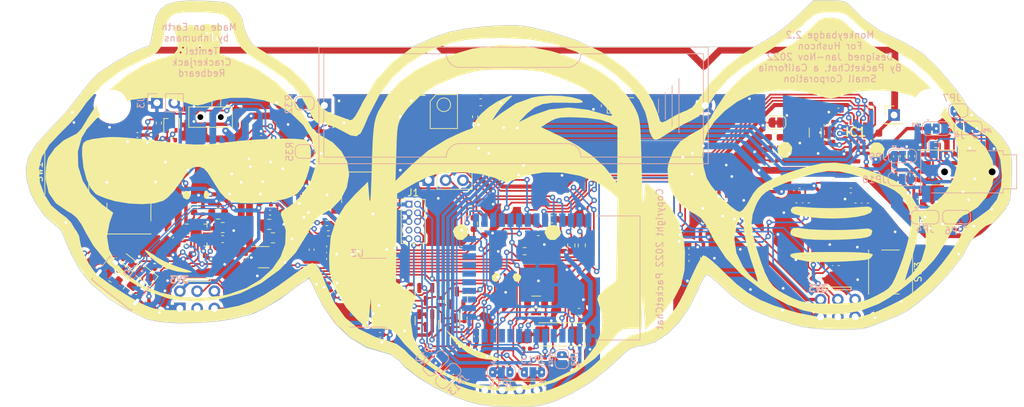
<source format=kicad_pcb>
(kicad_pcb (version 20211014) (generator pcbnew)
  (title_block (title "MonkeyBadge") (date "2022-11-12") (rev "2.2") (company "PacketChat") (comment 1 "Copyright 2022 PacketChat"))
  (layers (0 "F.Cu" signal) (31 "B.Cu" signal) (34 "B.Paste" user) (35 "F.Paste" user) (36 "B.SilkS" user "B.Silkscreen") (37 "F.SilkS" user "F.Silkscreen") (38 "B.Mask" user) (39 "F.Mask" user) (44 "Edge.Cuts" user))
  (net 0 "")
  (net 3 "Net-(D1-Pad2)")
  (net 4 "+3V3")
  (net 5 "GND")
  (net 6 "/ROUT")
  (net 7 "/LOUT")
  (net 8 "/DCLK")
  (net 9 "/RCLK")
  (net 10 "+VDC")
  (net 11 "/BATT")
  (net 12 "/VDDUSB")
  (net 13 "/RAUD")
  (net 14 "Net-(C7-Pad2)")
  (net 15 "Net-(C8-Pad2)")
  (net 16 "/LAUD")
  (net 17 "Net-(D9-Pad1)")
  (net 18 "Net-(C1-Pad2)")
  (net 19 "Net-(C9-Pad1)")
  (net 20 "/LBP")
  (net 21 "/RBP")
  (net 22 "Net-(AE1-Pad1)")
  (net 25 "Net-(D9-Pad2)")
  (net 26 "Net-(R5-Pad2)")
  (net 28 "/T0_UP")
  (net 29 "/T6_DOWN")
  (net 36 "/ESP32_RXD0")
  (net 38 "Net-(C28-Pad2)")
  (net 39 "/ESP32_TXD0")
  (net 40 "/IO16_SIRST")
  (net 41 "/IO22_SCLK1")
  (net 42 "/IO21_SDA1")
  (net 43 "/IO18_NPDIN")
  (net 44 "/IO25_SAO1GP1")
  (net 45 "/IO19_SAO2GP1")
  (net 46 "/IO17_SAO2GP2")
  (net 47 "/T4_MUTE")
  (net 48 "/T3_ENTER")
  (net 49 "/THERM")
  (net 51 "Net-(D10-Pad1)")
  (net 52 "Net-(D10-Pad2)")
  (net 53 "/MIC")
  (net 54 "Net-(J4-PadR1)")
  (net 55 "Net-(J4-PadR2)")
  (net 56 "Net-(J4-PadT)")
  (net 57 "Net-(J4-PadS)")
  (net 58 "Net-(C9-Pad2)")
  (net 59 "Net-(R2-Pad2)")
  (net 60 "Net-(R3-Pad1)")
  (net 61 "Net-(C36-Pad1)")
  (net 62 "Net-(C37-Pad1)")
  (net 63 "/A0")
  (net 64 "Net-(Q2-Pad3)")
  (net 65 "Net-(Q3-Pad1)")
  (net 66 "/D9")
  (net 67 "Net-(Q4-Pad1)")
  (net 68 "/GPIO0")
  (net 69 "Net-(Q5-Pad1)")
  (net 70 "/RST")
  (net 71 "/UD+")
  (net 72 "/UD-")
  (net 73 "Net-(R8-Pad1)")
  (net 74 "Net-(R9-Pad1)")
  (net 82 "Net-(Q3-Pad2)")
  (net 83 "Net-(Q5-Pad3)")
  (net 84 "GNDA")
  (net 85 "Net-(C8-Pad1)")
  (net 87 "/OLED1")
  (net 88 "/OLED2")
  (net 89 "/OLED3")
  (net 90 "/OLED4")
  (net 91 "Net-(C38-Pad1)")
  (net 92 "Net-(C13-Pad1)")
  (net 93 "/VREF")
  (net 94 "Net-(C15-Pad1)")
  (net 95 "Net-(C35-Pad1)")
  (net 96 "/UD+_")
  (net 97 "/UD-_")
  (net 98 "/IO5_SDA2")
  (net 99 "/IO23_SCLK2")
  (net 100 "/IO27_SAO1GP2")
  (net 101 "/IO26_INFRARCV")
  (net 102 "Net-(D11-Pad1)")
  (net 103 "Net-(Q6-Pad3)")
  (net 104 "Net-(C41-Pad1)")
  (net 105 "Net-(R32-Pad2)")
  (net 106 "Net-(R14-Pad2)")
  (net 107 "Net-(R16-Pad2)")
  (net 109 "Net-(D2-Pad2)")
  (net 110 "Net-(D2-Pad3)")
  (net 111 "Net-(D3-Pad2)")
  (net 112 "Net-(D4-Pad2)")
  (net 113 "Net-(D5-Pad2)")
  (net 114 "Net-(D6-Pad2)")
  (net 115 "Net-(D7-Pad2)")
  (net 117 "/IO12")
  (footprint "monkeys20221112:LED_0603_1608Metric" (layer "F.Cu") (at 92.82 87.4 142)
    (fp_text reference "D10")
    (fp_text value "RED")
  )
  (footprint "monkeys20221112:SK6812D-EC3210R" (layer "F.Cu") (at 112.317011 71.43)
    (fp_text reference "D3")
    (fp_text value "SK6812D-EC3210R")
  )
  (footprint "monkeys20221112:C_0402_1005Metric" (layer "F.Cu") (at 196.6 67.42 -90)
    (fp_text reference "C22")
    (fp_text value "22nF")
  )
  (footprint "monkeys20221112:C_0402_1005Metric" (layer "F.Cu") (at 129.979 98.26 180)
    (fp_text reference "C25")
    (fp_text value "100nF")
  )
  (footprint "monkeys20221112:C_0603_1608Metric" (layer "F.Cu") (at 217.675 73.16)
    (fp_text reference "C13")
    (fp_text value "10uF")
  )
  (footprint "monkeys20221112:SOT-23" (layer "F.Cu") (at 149.15 68.45 90)
    (fp_text reference "Q6")
    (fp_text value "MMBT3904")
  )
  (footprint "monkeys20221112:R_0402_1005Metric" (layer "F.Cu") (at 142.38 95.78 -90)
    (fp_text reference "R21")
    (fp_text value "10K")
  )
  (footprint "monkeys20221112:R_0402_1005Metric" (layer "F.Cu") (at 153.22 83.3)
    (fp_text reference "R10")
    (fp_text value "470R")
  )
  (footprint "monkeys20221112:Crystal_SMD_3215-2Pin_3.2x1.5mm" (layer "F.Cu") (at 193.94 68.53 90)
    (property "VALUE" "")
    (fp_text reference "Y1")
    (fp_text value "32.768KHZ")
  )
  (footprint "monkeys20221112:PinHeader_1x04_P2.54mm_Vertical" (layer "F.Cu") (at 145.374 106.42 90)
    (fp_text reference "LCD1")
    (fp_text value ".96_OLED")
  )
  (footprint "monkeys20221112:CP_EIA-6032-20_AVX-F" (layer "F.Cu") (at 156.2825 98.2 180)
    (fp_text reference "C2")
    (fp_text value "100uF")
  )
  (footprint "monkeys20221112:C_0603_1608Metric" (layer "F.Cu") (at 144.755 64.07)
    (fp_text reference "C40")
    (fp_text value "4.7uF")
  )
  (footprint "monkeys20221112:SI4702C19GM" (layer "F.Cu") (at 199.889 68.463 180)
    (fp_text reference "IC1")
    (fp_text value "SI4702-C19-GM" hide)
  )
  (footprint "monkeys20221112:R_0805_2012Metric" (layer "F.Cu") (at 106.8325 82.5 180)
    (fp_text reference "R2")
    (fp_text value "1.5K")
  )
  (footprint "monkeys20221112:R_0402_1005Metric" (layer "F.Cu") (at 122.125 81.83)
    (fp_text reference "R1")
    (fp_text value "33R")
  )
  (footprint "monkeys20221112:C_0402_1005Metric" (layer "F.Cu") (at 191.635 76.35)
    (fp_text reference "C18")
    (fp_text value "100nF")
  )
  (footprint "monkeys20221112:R_0402_1005Metric" (layer "F.Cu") (at 134.47 91.36 -90)
    (fp_text reference "R22")
    (fp_text value "10K")
  )
  (footprint "monkeys20221112:C_0402_1005Metric" (layer "F.Cu") (at 193.1 89.63 -45)
    (fp_text reference "C19")
    (fp_text value "100nF")
  )
  (footprint "monkeys20221112:MountingHole_4.5mm" (layer "F.Cu") (at 90.5994 64.4768)
    (fp_text reference "H1")
    (fp_text value "Badge L")
  )
  (footprint "monkeys20221112:IRM-H638T-TR2" (layer "F.Cu") (at 139.34 65.44)
    (fp_text reference "U5")
    (fp_text value "InfraredReceiver")
  )
  (footprint "monkeys20221112:SPDT Switch MSK12C02-HB" (layer "F.Cu") (at 105.045 66.255 180)
    (fp_text reference "SW5")
    (fp_text value "SPDT_Switch_Grounded")
  )
  (footprint "monkeys20221112:R_0402_1005Metric" (layer "F.Cu") (at 162.87 64.59 90)
    (fp_text reference "R30")
    (fp_text value "470R")
  )
  (footprint "monkeys20221112:VQFN-16-1EP_3x3mm_P0.5mm_EP1.6x1.6mm" (layer "F.Cu") (at 102.92 83.6)
    (fp_text reference "U1")
    (fp_text value "BQ24072RGT")
  )
  (footprint "monkeys20221112:C_0805_2012Metric" (layer "F.Cu") (at 113.67 82.02)
    (fp_text reference "C29")
    (fp_text value "22uF")
  )
  (footprint "monkeys20221112:C_0402_1005Metric" (layer "F.Cu") (at 205.82 72.04 -90)
    (fp_text reference "C9")
    (fp_text value "1uF")
  )
  (footprint "monkeys20221112:SolderJumper-2_P1.3mm_Bridged_RoundedPad1.0x1.5mm" (layer "F.Cu") (at 188.214 67.056 180)
    (fp_text reference "R25")
    (fp_text value "0R")
  )
  (footprint "monkeys20221112:C_0402_1005Metric" (layer "F.Cu") (at 151.97 95.11)
    (fp_text reference "C37")
    (fp_text value "22pF")
  )
  (footprint "monkeys20221112:C_0402_1005Metric" (layer "F.Cu") (at 144.168 98.49 90)
    (fp_text reference "C32")
    (fp_text value "1uF")
  )
  (footprint "monkeys20221112:C_0603_1608Metric" (layer "F.Cu") (at 99.18 83.61 -135)
    (fp_text reference "C34")
    (fp_text value "4.7uF")
  )
  (footprint "monkeys20221112:SK6812D-EC3210R" (layer "F.Cu") (at 192.08 79.4)
    (fp_text reference "D6")
    (fp_text value "SK6812D-EC3210R")
  )
  (footprint "monkeys20221112:R_0603_1608Metric" (layer "F.Cu") (at 159.62 85.11 -90)
    (fp_text reference "R28")
    (fp_text value "2.4K")
  )
  (footprint "monkeys20221112:C_0402_1005Metric" (layer "F.Cu") (at 94.297011 68.9 180)
    (fp_text reference "C4")
    (fp_text value "100nF")
  )
  (footprint "monkeys20221112:C_0603_1608Metric" (layer "F.Cu") (at 209.02 78.8)
    (fp_text reference "C15")
    (fp_text value "10uF")
  )
  (footprint "monkeys20221112:R_0402_1005Metric" (layer "F.Cu") (at 103.92 80.01 -90)
    (fp_text reference "R5")
    (fp_text value "46.4K")
  )
  (footprint "monkeys20221112:SK6812D-EC3210R" (layer "F.Cu") (at 174.84 86.47 -90)
    (fp_text reference "D5")
    (fp_text value "SK6812D-EC3210R")
  )
  (footprint "monkeys20221112:SOT-23" (layer "F.Cu") (at 141.27 92.84 90)
    (fp_text reference "Q3")
    (fp_text value "MMBT3904")
  )
  (footprint "monkeys20221112:C_0402_1005Metric" (layer "F.Cu") (at 122.938273 92.15217 119)
    (fp_text reference "C38")
    (fp_text value "100nF")
  )
  (footprint "monkeys20221112:C_0402_1005Metric" (layer "F.Cu") (at 153.74 101.6)
    (fp_text reference "C1")
    (fp_text value "1uF")
  )
  (footprint "monkeys20221112:SK6812D-EC3210R" (layer "F.Cu") (at 196.5 87.55 180)
    (fp_text reference "D7")
    (fp_text value "SK6812D-EC3210R")
  )
  (footprint "monkeys20221112:C_0402_1005Metric" (layer "F.Cu") (at 119.909999 85.744996 90)
    (fp_text reference "C12")
    (fp_text value "100nF")
  )
  (footprint "monkeys20221112:C_0402_1005Metric" (layer "F.Cu") (at 153.84 95.11 180)
    (fp_text reference "C36")
    (fp_text value "22pF")
  )
  (footprint "monkeys20221112:C_0402_1005Metric" (layer "F.Cu") (at 123.1 67.43)
    (fp_text reference "C41")
    (fp_text value "10nF")
  )
  (footprint "monkeys20221112:SOT-23-5" (layer "F.Cu") (at 112.8575 86.85)
    (fp_text reference "U2")
    (fp_text value "RT9080-33GJ5")
  )
  (footprint "monkeys20221112:C_0402_1005Metric" (layer "F.Cu") (at 195.62 69.61 90)
    (fp_text reference "C24")
    (fp_text value "22pF")
  )
  (footprint "monkeys20221112:C_0402_1005Metric" (layer "F.Cu") (at 197.36 65.3 180)
    (fp_text reference "C21")
    (fp_text value "100nF")
  )
  (footprint "monkeys20221112:C_0402_1005Metric" (layer "F.Cu") (at 199.17 77.04)
    (fp_text reference "C20")
    (fp_text value "100nF")
  )
  (footprint "monkeys20221112:LED_0402_1005Metric" (layer "F.Cu") (at 155.395 83.31 180)
    (fp_text reference "D1")
    (fp_text value "blue")
  )
  (footprint "monkeys20221112:C_0402_1005Metric" (layer "F.Cu") (at 187.85 72.62)
    (fp_text reference "C26")
    (fp_text value "1uF")
  )
  (footprint "monkeys20221112:SOT-323_SC-70" (layer "F.Cu") (at 99.325611 67.1995 90)
    (fp_text reference "Q1")
    (fp_text value "BSS138")
  )
  (footprint "monkeys20221112:PinSocket_1x03_P2.54mm_Vertical" (layer "F.Cu") (at 137.07 75.54 90)
    (fp_text reference "J2")
    (fp_text value "3.3vSerial")
  )
  (footprint "monkeys20221112:L_0603_1608Metric_Pad1.05x0.95mm_HandSolder" (layer "F.Cu") (at 203.31 69.485 90)
    (fp_text reference "L1")
    (fp_text value "120Nh")
  )
  (footprint "monkeys20221112:R_0603_1608Metric" (layer "F.Cu") (at 145.299998 82.765001 90)
    (fp_text reference "R9")
    (fp_text value "2.4K")
  )
  (footprint "monkeys20221112:C_0402_1005Metric" (layer "F.Cu") (at 112.495 69.32)
    (fp_text reference "C6")
    (fp_text value "100nF")
  )
  (footprint "monkeys20221112:C_0402_1005Metric" (layer "F.Cu") (at 196.58 69.38 -90)
    (fp_text reference "C39")
    (fp_text value "22nF")
  )
  (footprint "monkeys20221112:C_0805_2012Metric" (layer "F.Cu") (at 106.17 80.5)
    (fp_text reference "C33")
    (fp_text value "1uF")
  )
  (footprint "monkeys20221112:SW_SPST_PTS645" (layer "F.Cu") (at 127.55 77.56)
    (fp_text reference "SW4")
    (fp_text value "SW_Push")
  )
  (footprint "monkeys20221112:SOT-23" (layer "F.Cu") (at 136.69 92.3125 -90)
    (fp_text reference "Q5")
    (fp_text value "MMBT3904")
  )
  (footprint "monkeys20221112:SK6812D-EC3210R" (layer "F.Cu") (at 93.727011 71.27)
    (fp_text reference "D2")
    (fp_text value "SK6812D-EC3210R")
  )
  (footprint "monkeys20221112:SW_SPST_PTS645" (layer "F.Cu") (at 205.02 89.03 -90)
    (fp_text reference "SW3")
    (fp_text value "SW_Push")
  )
  (footprint "monkeys20221112:SOT-23" (layer "F.Cu") (at 140.15 96.78 -90)
    (fp_text reference "Q4")
    (fp_text value "MMBT3904")
  )
  (footprint "monkeys20221112:C_0402_1005Metric" (layer "F.Cu") (at 214.745 68.105)
    (fp_text reference "C7")
    (fp_text value "100nF")
  )
  (footprint "monkeys20221112:R_0402_1005Metric" (layer "F.Cu") (at 217.18 74.42 180)
    (fp_text reference "R14")
    (fp_text value "3.9K")
  )
  (footprint "monkeys20221112:C_0402_1005Metric" (layer "F.Cu") (at 195.61 67.45 -90)
    (fp_text reference "C23")
    (fp_text value "22pF")
  )
  (footprint "monkeys20221112:Crystal_SMD_3215-2Pin_3.2x1.5mm" (layer "F.Cu") (at 152.91 93.45 180)
    (property "VALUE" "")
    (fp_text reference "Y2")
    (fp_text value "32.768KHZ")
  )
  (footprint "monkeys20221112:C_0402_1005Metric" (layer "F.Cu") (at 110.21 86.85 -90)
    (fp_text reference "C3")
    (fp_text value "1uF")
  )
  (footprint "monkeys20221112:R_0402_1005Metric" (layer "F.Cu") (at 206.804 72.02 -90)
    (fp_text reference "R16")
    (fp_text value "3.9K")
  )
  (footprint "monkeys20221112:SW_SPST_PTS645" (layer "F.Cu") (at 93.04 80.21)
    (fp_text reference "SW2")
    (fp_text value "SW_Push")
  )
  (footprint "monkeys20221112:C_0603_1608Metric" (layer "F.Cu") (at 159.215 94.88)
    (fp_text reference "C27")
    (fp_text value "10uF")
  )
  (footprint "monkeys20221112:R_0402_1005Metric" (layer "F.Cu") (at 211.624 70.36 180)
    (fp_text reference "R17")
    (fp_text value "3.9K")
  )
  (footprint "monkeys20221112:monkeysilk" (layer "F.Cu") (at 148.76 77.32)
    (fp_text reference "G***")
    (fp_text value "LOGO" hide)
  )
  (footprint "monkeys20221112:C_0402_1005Metric" (layer "F.Cu") (at 114.4 79.1)
    (fp_text reference "C5")
    (fp_text value "1uF")
  )
  (footprint "monkeys20221112:C_0402_1005Metric" (layer "F.Cu") (at 218.629998 74.870001 -90)
    (fp_text reference "C8")
    (fp_text value "1uF")
  )
  (footprint "monkeys20221112:R_0402_1005Metric" (layer "F.Cu") (at 122.365 83.34)
    (fp_text reference "R7")
    (fp_text value "33R")
  )
  (footprint "monkeys20221112:SOT-23" (layer "F.Cu") (at 136.69 96.1775 -90)
    (fp_text reference "Q2")
    (fp_text value "SI2302")
  )
  (footprint "monkeys20221112:C_0402_1005Metric" (layer "F.Cu") (at 113.795 80.3)
    (fp_text reference "C31")
    (fp_text value "100nF")
  )
  (footprint "monkeys20221112:R_0603_1608Metric" (layer "F.Cu") (at 151.225 85.97)
    (fp_text reference "R29")
    (fp_text value "2.4K")
  )
  (footprint "monkeys20221112:R_0402_1005Metric" (layer "F.Cu") (at 158.47 102.4 -90)
    (fp_text reference "R19")
    (fp_text value "12K")
  )
  (footprint "monkeys20221112:R_0402_1005Metric" (layer "F.Cu") (at 97.45 67.12 -90)
    (fp_text reference "R13")
    (fp_text value "10K")
  )
  (footprint "monkeys20221112:L_0603_1608Metric_Pad1.05x0.95mm_HandSolder" (layer "F.Cu") (at 187.96 70.89 180)
    (fp_text reference "L3")
    (fp_text value "4.7uH")
  )
  (footprint "monkeys20221112:R_0402_1005Metric" (layer "F.Cu") (at 143.95 66.2 90)
    (fp_text reference "R31")
    (fp_text value "10K")
  )
  (footprint "monkeys20221112:R_0603_1608Metric" (layer "F.Cu") (at 155.115 81.28)
    (fp_text reference "R26")
    (fp_text value "2.4K")
  )
  (footprint "monkeys20221112:MountingHole_4.5mm" (layer "F.Cu") (at 210.7414 64.3498)
    (fp_text reference "H2")
    (fp_text value "Badge R")
  )
  (footprint "monkeys20221112:R_0402_1005Metric" (layer "F.Cu") (at 208.184 72.02 -90)
    (fp_text reference "R18")
    (fp_text value "3.9K")
  )
  (footprint "monkeys20221112:C_0402_1005Metric" (layer "F.Cu") (at 177.45 86.99 90)
    (fp_text reference "C17")
    (fp_text value "100nF")
  )
  (footprint "monkeys20221112:PinHeader_1x01_P2.54mm_Vertical" (layer "F.Cu") (at 205.5344 65.95)
    (fp_text reference "TP1")
    (fp_text value "Ext Ant")
  )
  (footprint "monkeys20221112:SW_SPST_PTS645" (layer "F.Cu") (at 83.91 74.33 90)
    (fp_text reference "SW1")
    (fp_text value "SW_Push")
  )
  (footprint "monkeys20221112:R_0402_1005Metric" (layer "F.Cu") (at 138.95 93.35 -90)
    (fp_text reference "R20")
    (fp_text value "10K")
  )
  (footprint "monkeys20221112:C_0805_2012Metric" (layer "F.Cu") (at 114.22 84)
    (fp_text reference "C30")
    (fp_text value "22uF")
  )
  (footprint "monkeys20221112:R_0805_2012Metric" (layer "F.Cu") (at 90.7 89.84 -38)
    (fp_text reference "R4")
    (fp_text value "1K")
  )
  (footprint "monkeys20221112:R_0805_2012Metric" (layer "F.Cu") (at 92.920028 91.802165 -128)
    (fp_text reference "R6")
    (fp_text value "1K")
  )
  (footprint "monkeys20221112:LED_1206_3216Metric" (layer "F.Cu") (at 165.65 64.54)
    (fp_text reference "D11")
    (fp_text value "INFRARED_Emitter")
  )
  (footprint "monkeys20221112:LED_0805_2012Metric" (layer "F.Cu") (at 95.42 89.4 142)
    (fp_text reference "D9")
    (fp_text value "Green")
  )
  (footprint "monkeys20221112:R_0402_1005Metric" (layer "F.Cu") (at 217.12 71.91 180)
    (fp_text reference "R11")
    (fp_text value "20K")
  )
  (footprint "monkeys20221112:SK6812D-EC3210R" (layer "F.Cu") (at 200.78 79.43)
    (fp_text reference "D8")
    (fp_text value "SK6812D-EC3210R")
  )
  (footprint "monkeys20221112:C_0402_1005Metric" (layer "F.Cu") (at 213.824 77.22)
    (fp_text reference "C14")
    (fp_text value "1uF")
  )
  (footprint "monkeys20221112:SOIC-8_3.9x4.9mm_P1.27mm" (layer "F.Cu") (at 212.435 73.65)
    (fp_text reference "U4")
    (fp_text value "LM4808")
  )
  (footprint "monkeys20221112:SK6812D-EC3210R" (layer "F.Cu") (at 122.65 86.19 90)
    (fp_text reference "D4")
    (fp_text value "SK6812D-EC3210R")
  )
  (footprint "monkeys20221112:L_0603_1608Metric_Pad1.05x0.95mm_HandSolder" (layer "F.Cu") (at 187.93 69.22 180)
    (fp_text reference "L2")
    (fp_text value "4.7uH")
  )
  (footprint "monkeys20221112:R_0402_1005Metric" (layer "F.Cu") (at 214.744 79.97 180)
    (fp_text reference "R23")
    (fp_text value "100K")
  )
  (footprint "monkeys20221112:ShittyAddOn_Female" (layer "F.Cu") (at 194.729 93.0414 90)
    (fp_text reference "SAO2")
    (fp_text value "ShittyAddOn")
  )
  (footprint "monkeys20221112:R_0402_1005Metric" (layer "F.Cu") (at 208.23 74.81 90)
    (fp_text reference "R15")
    (fp_text value "20K")
  )
  (footprint "monkeys20221112:C_0603_1608Metric" (layer "F.Cu") (at 106.82 84.2)
    (fp_text reference "C35")
    (fp_text value "4.7uF")
  )
  (footprint "monkeys20221112:R_0402_1005Metric" (layer "F.Cu") (at 123.1 66.41 180)
    (fp_text reference "R34")
    (fp_text value "1M")
  )
  (footprint "monkeys20221112:R_0402_1005Metric" (layer "F.Cu") (at 121.16 66.4 180)
    (fp_text reference "R33")
    (fp_text value "1M")
  )
  (footprint "monkeys20221112:R_0603_1608Metric" (layer "F.Cu") (at 102.62 79.425 90)
    (fp_text reference "R3")
    (fp_text value "1.33K")
  )
  (footprint "monkeys20221112:R_0402_1005Metric" (layer "F.Cu") (at 202.110002 64.790001 -90)
    (fp_text reference "R36")
    (fp_text value "10K")
  )
  (footprint "monkeys20221112:R_0603_1608Metric" (layer "F.Cu") (at 158.08 85.115 -90)
    (fp_text reference "R27")
    (fp_text value "2.4K")
  )
  (footprint "monkeys20221112:C_0402_1005Metric" (layer "F.Cu") (at 151.52 100.3)
    (fp_text reference "C28")
    (fp_text value "1uF")
  )
  (footprint "monkeys20221112:R_0603_1608Metric" (layer "F.Cu") (at 143.760002 81.904999 90)
    (fp_text reference "R8")
    (fp_text value "2.4K")
  )
  (footprint "monkeys20221112:ShittyAddOn_Female" (layer "F.Cu") (at 100.5308 91.8072 90)
    (fp_text reference "SAO1")
    (fp_text value "ShittyAddOn")
  )
  (footprint "monkeys20221112:R_0402_1005Metric" (layer "F.Cu") (at 212.844 79.97 180)
    (fp_text reference "R24")
    (fp_text value "100K")
  )
  (footprint "monkeys20221112:PinHeader_2x05_P1.27mm_Vertical" (layer "F.Cu") (at 134.21 79.06)
    (fp_text reference "J1")
    (fp_text value "JTAG")
  )
  (footprint "monkeys20221112:R_0402_1005Metric" (layer "F.Cu") (at 99.353011 69.6402 180)
    (fp_text reference "R12")
    (fp_text value "10K")
  )
  (footprint "monkeys20221112:ESP32-WROOM-32" (layer "B.Cu") (at 152.32 89.9 90)
    (fp_text reference "U6")
    (fp_text value "ESP32-WROOM-32E(8MB)")
  )
  (footprint "monkeys20221112:SolderJumper-3_P1.3mm_Bridged12_RoundedPad1.0x1.5mm" (layer "B.Cu") (at 139.984 104.29 -135)
    (fp_text reference "JP13")
    (fp_text value "OLED2")
  )
  (footprint "monkeys20221112:SolderJumper-2_P1.3mm_Bridged_RoundedPad1.0x1.5mm" (layer "B.Cu") (at 118.9 71.31 180)
    (fp_text reference "R35")
    (fp_text value "0R")
  )
  (footprint "monkeys20221112:AMPHENOL_10118194-0001LF_JT" (layer "B.Cu") (at 91.367741 91.286783 142)
    (fp_text reference "J5")
    (fp_text value "10118194-0001LF")
  )
  (footprint "monkeys20221112:SolderJumper-3_P1.3mm_Bridged12_RoundedPad1.0x1.5mm" (layer "B.Cu") (at 206.72 75.348)
    (fp_text reference "JP10")
    (fp_text value "MIC/GND")
  )
  (footprint "monkeys20221112:SolderJumper-3_P1.3mm_Bridged12_RoundedPad1.0x1.5mm" (layer "B.Cu") (at 216.42 67.85 180)
    (fp_text reference "JP5")
    (fp_text value "LBypass2")
  )
  (footprint "monkeys20221112:SolderJumper-3_P1.3mm_Bridged12_RoundedPad1.0x1.5mm" (layer "B.Cu") (at 138.164761 102.439239 45)
    (fp_text reference "JP12")
    (fp_text value "OLED1")
  )
  (footprint "monkeys20221112:SOIC-16_3.9x9.9mm_P1.27mm" (layer "B.Cu") (at 128.935 92.065)
    (fp_text reference "U3")
    (fp_text value "CH340C")
  )
  (footprint "monkeys20221112:1xAA" (layer "B.Cu") (at 121.78 64.54)
    (fp_text reference "BT1")
    (fp_text value "BatteryPack")
  )
  (footprint "monkeys20221112:SolderJumper-3_P1.3mm_Bridged12_RoundedPad1.0x1.5mm" (layer "B.Cu") (at 152.444 103.77 180)
    (fp_text reference "JP15")
    (fp_text value "OLED4")
  )
  (footprint "monkeys20221112:SolderJumper-2_P1.3mm_Bridged_RoundedPad1.0x1.5mm" (layer "B.Cu") (at 214.98 65.3)
    (fp_text reference "JP7")
    (fp_text value "Amp Power Disable")
  )
  (footprint "monkeys20221112:SolderJumper-3_P1.3mm_Bridged12_RoundedPad1.0x1.5mm" (layer "B.Cu") (at 211.7366 67.9425)
    (fp_text reference "JP3")
    (fp_text value "LBypass1")
  )
  (footprint "monkeys20221112:SolderJumper-2_P1.3mm_Open_RoundedPad1.0x1.5mm" (layer "B.Cu") (at 156.7 101.83 -90)
    (fp_text reference "JP1")
    (fp_text value "RESET")
  )
  (footprint "monkeys20221112:SolderJumper-2_P1.3mm_Bridged_RoundedPad1.0x1.5mm" (layer "B.Cu") (at 118.87 64.23 180)
    (fp_text reference "R32")
    (fp_text value "0R")
  )
  (footprint "monkeys20221112:PinHeader_1x02_P2.54mm_Vertical" (layer "B.Cu") (at 97.16 64.15 -90)
    (fp_text reference "J3")
    (fp_text value "Therm")
  )
  (footprint "monkeys20221112:SolderJumper-3_P1.3mm_Bridged12_RoundedPad1.0x1.5mm" (layer "B.Cu") (at 214.7292 80.9614 180)
    (fp_text reference "JP6")
    (fp_text value "RBypassB")
  )
  (footprint "monkeys20221112:SolderJumper-3_P1.3mm_Bridged12_RoundedPad1.0x1.5mm" (layer "B.Cu") (at 206.76 71.97)
    (fp_text reference "JP9")
    (fp_text value "GND/MIC")
  )
  (footprint "monkeys20221112:SolderJumper-3_P1.3mm_Bridged12_RoundedPad1.0x1.5mm" (layer "B.Cu") (at 210.0856 80.9614)
    (fp_text reference "JP4")
    (fp_text value "RBypassA")
  )
  (footprint "monkeys20221112:Jack_3.5mm_PJ320D_Horizontal" (layer "B.Cu") (at 215.18 74.3 180)
    (fp_text reference "J4")
    (fp_text value "PJ-320D-4A")
  )
  (footprint "monkeys20221112:SolderJumper-3_P1.3mm_Bridged12_RoundedPad1.0x1.5mm" (layer "B.Cu") (at 147.794 103.76)
    (fp_text reference "JP14")
    (fp_text value "OLED3")
  )
  (gr_line (start 177.69 89.66) (end 177.17 90.59) (layer "Edge.Cuts") (width 0.1))
  (gr_line (start 153.68 53.46) (end 154.83 53.68) (layer "Edge.Cuts") (width 0.1))
  (gr_line (start 93.29 56.92) (end 95.11 56.07) (layer "Edge.Cuts") (width 0.1))
  (gr_line (start 184.75 94.59) (end 183.2 93.66) (layer "Edge.Cuts") (width 0.1))
  (gr_line (start 113.26 94.21) (end 111.33 95.17) (layer "Edge.Cuts") (width 0.1))
  (gr_line (start 78 75.4) (end 77.92 73.63) (layer "Edge.Cuts") (width 0.1))
  (gr_line (start 222.66 77.66) (end 222.49 78.64) (layer "Edge.Cuts") (width 0.1))
  (gr_line (start 170.41 99.31) (end 168.63 99.88) (layer "Edge.Cuts") (width 0.1))
  (gr_line (start 100.35 96.55) (end 97.8 96.37) (layer "Edge.Cuts") (width 0.1))
  (gr_line (start 100.1 49.3) (end 102 49.14) (layer "Edge.Cuts") (width 0.1))
  (gr_line (start 121.58 94.02) (end 119.59 90.03) (layer "Edge.Cuts") (width 0.1))
  (gr_line (start 211.12 91.83) (end 209.07 93.57) (layer "Edge.Cuts") (width 0.1))
  (gr_line (start 149.91 108.87) (end 146.76 108.77) (layer "Edge.Cuts") (width 0.1))
  (gr_line (start 145.46 52.95) (end 148.44 52.77) (layer "Edge.Cuts") (width 0.1))
  (gr_line (start 158.32 106.8) (end 155.77 107.97) (layer "Edge.Cuts") (width 0.1))
  (gr_line (start 110.4 54.24) (end 110.99 55.3) (layer "Edge.Cuts") (width 0.1))
  (gr_line (start 154.83 53.68) (end 158.9 55.01) (layer "Edge.Cuts") (width 0.1))
  (gr_line (start 108.66 50.36) (end 109.33 51.17) (layer "Edge.Cuts") (width 0.1))
  (gr_line (start 97.06 51.44) (end 97.7 50.39) (layer "Edge.Cuts") (width 0.1))
  (gr_line (start 96.13 55.55) (end 96.29 55.03) (layer "Edge.Cuts") (width 0.1))
  (gr_line (start 133.67 103.07) (end 132.84 102.13) (layer "Edge.Cuts") (width 0.1))
  (gr_line (start 201.2 51.96) (end 203.48 53.57) (layer "Edge.Cuts") (width 0.1))
  (gr_line (start 222.8 74.77) (end 222.77 76.35) (layer "Edge.Cuts") (width 0.1))
  (gr_line (start 172.23 98.12) (end 170.41 99.31) (layer "Edge.Cuts") (width 0.1))
  (gr_line (start 96.69 52.88) (end 97.06 51.44) (layer "Edge.Cuts") (width 0.1))
  (gr_line (start 109.72 51.89) (end 109.94 53.07) (layer "Edge.Cuts") (width 0.1))
  (gr_line (start 85.46 88.04) (end 84.53 86.3) (layer "Edge.Cuts") (width 0.1))
  (gr_line (start 176.66 91.75) (end 175.38 94.3) (layer "Edge.Cuts") (width 0.1))
  (gr_line (start 187.32 95.68) (end 184.75 94.59) (layer "Edge.Cuts") (width 0.1))
  (gr_line (start 199.31 97.48) (end 195.83 97.49) (layer "Edge.Cuts") (width 0.1))
  (gr_line (start 98.58 49.73) (end 100.1 49.3) (layer "Edge.Cuts") (width 0.1))
  (gr_line (start 104.06 49.19) (end 105.7 49.27) (layer "Edge.Cuts") (width 0.1))
  (gr_line (start 154.54 108.39) (end 153.43 108.66) (layer "Edge.Cuts") (width 0.1))
  (gr_line (start 83.8 65.53) (end 85.48 63.4) (layer "Edge.Cuts") (width 0.1))
  (gr_line (start 148.44 52.77) (end 149.97 52.77) (layer "Edge.Cuts") (width 0.1))
  (gr_line (start 205.97 95.49) (end 202.04 97.07) (layer "Edge.Cuts") (width 0.1))
  (gr_line (start 125.54 98.68) (end 123.43 96.71) (layer "Edge.Cuts") (width 0.1))
  (gr_line (start 222.49 78.64) (end 222.37 78.96) (layer "Edge.Cuts") (width 0.1))
  (gr_line (start 81.16 68.32) (end 83.8 65.53) (layer "Edge.Cuts") (width 0.1))
  (gr_line (start 217.77 66.08) (end 219.98 67.77) (layer "Edge.Cuts") (width 0.1))
  (gr_line (start 137.88 54.53) (end 140.19 53.74) (layer "Edge.Cuts") (width 0.1))
  (gr_line (start 219.98 67.77) (end 221.32 69.13) (layer "Edge.Cuts") (width 0.1))
  (gr_line (start 131.56 101.17) (end 127.92 100.12) (layer "Edge.Cuts") (width 0.1))
  (gr_line (start 173.88 96.47) (end 172.23 98.12) (layer "Edge.Cuts") (width 0.1))
  (gr_line (start 95.11 56.07) (end 95.9 55.85) (layer "Edge.Cuts") (width 0.1))
  (gr_line (start 111.656 55.917) (end 134.77 55.917) (layer "Edge.Cuts") (width 0.1))
  (gr_line (start 207.44 94.76) (end 205.97 95.49) (layer "Edge.Cuts") (width 0.1))
  (gr_line (start 95.79 96.01) (end 92.21 94.26) (layer "Edge.Cuts") (width 0.1))
  (gr_line (start 103.09 96.48) (end 100.35 96.55) (layer "Edge.Cuts") (width 0.1))
  (gr_line (start 79.3 78.84) (end 78.58 77.4) (layer "Edge.Cuts") (width 0.1))
  (gr_line (start 135.81 55.46) (end 137.88 54.53) (layer "Edge.Cuts") (width 0.1))
  (gr_line (start 168.63 99.88) (end 167.92 99.92) (layer "Edge.Cuts") (width 0.1))
  (gr_line (start 165.86 101) (end 163.25 103.43) (layer "Edge.Cuts") (width 0.1))
  (gr_line (start 218.05 83.67) (end 217.447 83.984) (layer "Edge.Cuts") (width 0.1))
  (gr_line (start 109.94 53.07) (end 110.4 54.24) (layer "Edge.Cuts") (width 0.1))
  (gr_line (start 175.38 94.3) (end 173.88 96.47) (layer "Edge.Cuts") (width 0.1))
  (gr_line (start 135.63 104.58) (end 133.67 103.07) (layer "Edge.Cuts") (width 0.1))
  (gr_line (start 216.77 84.37) (end 215.59 86.7) (layer "Edge.Cuts") (width 0.1))
  (gr_line (start 221.83 79.79) (end 220.09 81.81) (layer "Edge.Cuts") (width 0.1))
  (gr_line (start 107.5 49.54) (end 108.06 49.86) (layer "Edge.Cuts") (width 0.1))
  (gr_line (start 151.05 52.88) (end 152.47 53.13) (layer "Edge.Cuts") (width 0.1))
  (gr_line (start 83.43 83.64) (end 82.94 82.77) (layer "Edge.Cuts") (width 0.1))
  (gr_line (start 209.66 56.86) (end 211.71 58.8) (layer "Edge.Cuts") (width 0.1))
  (gr_line (start 219.1 82.84) (end 218.45 83.43) (layer "Edge.Cuts") (width 0.1))
  (gr_line (start 97.7 50.39) (end 98.58 49.73) (layer "Edge.Cuts") (width 0.1))
  (gr_line (start 79.46 70.23) (end 81.16 68.32) (layer "Edge.Cuts") (width 0.1))
  (gr_line (start 197.4 49.15) (end 198.18 49.27) (layer "Edge.Cuts") (width 0.1))
  (gr_line (start 185.062 55.917) (end 187.82 54.28) (layer "Edge.Cuts") (width 0.1))
  (gr_line (start 77.92 73.63) (end 78.33 71.99) (layer "Edge.Cuts") (width 0.1))
  (gr_line (start 181.69 92.52) (end 179.58 90.59) (layer "Edge.Cuts") (width 0.1))
  (gr_line (start 151.94 108.82) (end 149.91 108.87) (layer "Edge.Cuts") (width 0.1))
  (gr_line (start 177.17 90.59) (end 176.66 91.75) (layer "Edge.Cuts") (width 0.1))
  (gr_line (start 187.82 54.28) (end 189.22 53.23) (layer "Edge.Cuts") (width 0.1))
  (gr_line (start 119.59 90.03) (end 119.41 90.03) (layer "Edge.Cuts") (width 0.1))
  (gr_line (start 123.43 96.71) (end 121.58 94.02) (layer "Edge.Cuts") (width 0.1))
  (gr_line (start 78.33 71.99) (end 79.46 70.23) (layer "Edge.Cuts") (width 0.1))
  (gr_line (start 222.37 78.96) (end 221.83 79.79) (layer "Edge.Cuts") (width 0.1))
  (gr_line (start 108.06 49.86) (end 108.66 50.36) (layer "Edge.Cuts") (width 0.1))
  (gr_line (start 83.74 84.52) (end 83.43 83.64) (layer "Edge.Cuts") (width 0.1))
  (gr_line (start 178 89.4) (end 177.69 89.66) (layer "Edge.Cuts") (width 0.1))
  (gr_line (start 140.19 53.74) (end 142.61 53.28) (layer "Edge.Cuts") (width 0.1))
  (gr_line (start 166.79 100.27) (end 165.86 101) (layer "Edge.Cuts") (width 0.1))
  (gr_line (start 105.83 96.3) (end 103.09 96.48) (layer "Edge.Cuts") (width 0.1))
  (gr_line (start 214.64 62.22) (end 215.63 63.57) (layer "Edge.Cuts") (width 0.1))
  (gr_line (start 216.14 64.41) (end 216.81 65.18) (layer "Edge.Cuts") (width 0.1))
  (gr_line (start 216.81 65.18) (end 217.77 66.08) (layer "Edge.Cuts") (width 0.1))
  (gr_line (start 215.59 86.7) (end 214.3 88.38) (layer "Edge.Cuts") (width 0.1))
  (gr_line (start 220.09 81.81) (end 219.1 82.84) (layer "Edge.Cuts") (width 0.1))
  (gr_line (start 82.94 82.77) (end 80.75 80.88) (layer "Edge.Cuts") (width 0.1))
  (gr_line (start 88.62 59.74) (end 90.36 58.64) (layer "Edge.Cuts") (width 0.1))
  (gr_line (start 198.79 49.61) (end 201.2 51.96) (layer "Edge.Cuts") (width 0.1))
  (gr_line (start 97.8 96.37) (end 95.79 96.01) (layer "Edge.Cuts") (width 0.1))
  (gr_line (start 92.21 94.26) (end 90.11 92.96) (layer "Edge.Cuts") (width 0.1))
  (gr_line (start 183.2 93.66) (end 181.69 92.52) (layer "Edge.Cuts") (width 0.1))
  (gr_line (start 212.98 89.92) (end 211.12 91.83) (layer "Edge.Cuts") (width 0.1))
  (gr_line (start 86.02 89.02) (end 85.46 88.04) (layer "Edge.Cuts") (width 0.1))
  (gr_line (start 108.23 95.94) (end 105.83 96.3) (layer "Edge.Cuts") (width 0.1))
  (gr_line (start 109.33 51.17) (end 109.72 51.89) (layer "Edge.Cuts") (width 0.1))
  (gr_line (start 202.04 97.07) (end 200.89 97.37) (layer "Edge.Cuts") (width 0.1))
  (gr_line (start 115.44 92.9) (end 113.26 94.21) (layer "Edge.Cuts") (width 0.1))
  (gr_line (start 167.92 99.92) (end 166.79 100.27) (layer "Edge.Cuts") (width 0.1))
  (gr_line (start 200.89 97.37) (end 199.31 97.48) (layer "Edge.Cuts") (width 0.1))
  (gr_line (start 217.447 83.984) (end 216.77 84.37) (layer "Edge.Cuts") (width 0.1))
  (gr_line (start 146.76 108.77) (end 144.61 108.52) (layer "Edge.Cuts") (width 0.1))
  (gr_line (start 96.29 55.03) (end 96.55 53.66) (layer "Edge.Cuts") (width 0.1))
  (gr_line (start 96.55 53.66) (end 96.69 52.88) (layer "Edge.Cuts") (width 0.1))
  (gr_line (start 142.61 53.28) (end 145.46 52.95) (layer "Edge.Cuts") (width 0.1))
  (gr_line (start 222.31 70.52) (end 222.62 71.17) (layer "Edge.Cuts") (width 0.1))
  (gr_line (start 110.99 55.3) (end 111.656 55.917) (layer "Edge.Cuts") (width 0.1))
  (gr_line (start 193.68 49.09) (end 197.4 49.15) (layer "Edge.Cuts") (width 0.1))
  (gr_line (start 90.36 58.64) (end 90.91 58.24) (layer "Edge.Cuts") (width 0.1))
  (gr_line (start 90.11 92.96) (end 87.49 90.76) (layer "Edge.Cuts") (width 0.1))
  (gr_line (start 153.43 108.66) (end 151.94 108.82) (layer "Edge.Cuts") (width 0.1))
  (gr_line (start 189.22 53.23) (end 190.67 52) (layer "Edge.Cuts") (width 0.1))
  (gr_line (start 111.33 95.17) (end 108.23 95.94) (layer "Edge.Cuts") (width 0.1))
  (gr_line (start 221.32 69.13) (end 222.31 70.52) (layer "Edge.Cuts") (width 0.1))
  (gr_line (start 95.9 55.85) (end 96.13 55.55) (layer "Edge.Cuts") (width 0.1))
  (gr_line (start 209.07 93.57) (end 207.44 94.76) (layer "Edge.Cuts") (width 0.1))
  (gr_line (start 178.45 89.64) (end 178 89.4) (layer "Edge.Cuts") (width 0.1))
  (gr_line (start 143.14 108.13) (end 140.53 107.19) (layer "Edge.Cuts") (width 0.1))
  (gr_line (start 152.47 53.13) (end 153.68 53.46) (layer "Edge.Cuts") (width 0.1))
  (gr_line (start 192.11 97.12) (end 187.32 95.68) (layer "Edge.Cuts") (width 0.1))
  (gr_line (start 138.03 106.02) (end 135.63 104.58) (layer "Edge.Cuts") (width 0.1))
  (gr_line (start 92.21 57.51) (end 93.29 56.92) (layer "Edge.Cuts") (width 0.1))
  (gr_line (start 134.77 55.917) (end 135.81 55.46) (layer "Edge.Cuts") (width 0.1))
  (gr_line (start 160.79 105.32) (end 158.32 106.8) (layer "Edge.Cuts") (width 0.1))
  (gr_line (start 222.62 71.17) (end 222.74 71.78) (layer "Edge.Cuts") (width 0.1))
  (gr_line (start 195.83 97.49) (end 194.33 97.38) (layer "Edge.Cuts") (width 0.1))
  (gr_line (start 222.83 73.2) (end 222.8 74.77) (layer "Edge.Cuts") (width 0.1))
  (gr_line (start 198.18 49.27) (end 198.79 49.61) (layer "Edge.Cuts") (width 0.1))
  (gr_line (start 127.92 100.12) (end 125.54 98.68) (layer "Edge.Cuts") (width 0.1))
  (gr_line (start 160.805 55.917) (end 185.062 55.917) (layer "Edge.Cuts") (width 0.1))
  (gr_line (start 163.25 103.43) (end 160.79 105.32) (layer "Edge.Cuts") (width 0.1))
  (gr_line (start 207.18 55.4) (end 209.66 56.86) (layer "Edge.Cuts") (width 0.1))
  (gr_line (start 132.84 102.13) (end 131.56 101.17) (layer "Edge.Cuts") (width 0.1))
  (gr_line (start 215.63 63.57) (end 216.14 64.41) (layer "Edge.Cuts") (width 0.1))
  (gr_line (start 155.77 107.97) (end 154.54 108.39) (layer "Edge.Cuts") (width 0.1))
  (gr_line (start 203.48 53.57) (end 207.18 55.4) (layer "Edge.Cuts") (width 0.1))
  (gr_line (start 214.3 88.38) (end 212.98 89.92) (layer "Edge.Cuts") (width 0.1))
  (gr_line (start 84.53 86.3) (end 83.74 84.52) (layer "Edge.Cuts") (width 0.1))
  (gr_line (start 86.5 89.59) (end 86.02 89.02) (layer "Edge.Cuts") (width 0.1))
  (gr_line (start 106.78 49.38) (end 107.5 49.54) (layer "Edge.Cuts") (width 0.1))
  (gr_line (start 87.55 60.8) (end 88.62 59.74) (layer "Edge.Cuts") (width 0.1))
  (gr_line (start 119.41 90.03) (end 117.72 91.15) (layer "Edge.Cuts") (width 0.1))
  (gr_line (start 213.38 60.7) (end 214.64 62.22) (layer "Edge.Cuts") (width 0.1))
  (gr_line (start 102 49.14) (end 104.06 49.19) (layer "Edge.Cuts") (width 0.1))
  (gr_line (start 140.53 107.19) (end 138.03 106.02) (layer "Edge.Cuts") (width 0.1))
  (gr_line (start 179.58 90.59) (end 178.45 89.64) (layer "Edge.Cuts") (width 0.1))
  (gr_line (start 105.7 49.27) (end 106.78 49.38) (layer "Edge.Cuts") (width 0.1))
  (gr_line (start 158.9 55.01) (end 160.805 55.917) (layer "Edge.Cuts") (width 0.1))
  (gr_line (start 211.71 58.8) (end 213.38 60.7) (layer "Edge.Cuts") (width 0.1))
  (gr_line (start 222.77 76.35) (end 222.66 77.66) (layer "Edge.Cuts") (width 0.1))
  (gr_line (start 194.33 97.38) (end 192.11 97.12) (layer "Edge.Cuts") (width 0.1))
  (gr_line (start 78.58 77.4) (end 78 75.4) (layer "Edge.Cuts") (width 0.1))
  (gr_line (start 87.49 90.76) (end 86.5 89.59) (layer "Edge.Cuts") (width 0.1))
  (gr_line (start 80.75 80.88) (end 79.3 78.84) (layer "Edge.Cuts") (width 0.1))
  (gr_line (start 85.48 63.4) (end 87.55 60.8) (layer "Edge.Cuts") (width 0.1))
  (gr_line (start 149.97 52.77) (end 151.05 52.88) (layer "Edge.Cuts") (width 0.1))
  (gr_line (start 90.91 58.24) (end 92.21 57.51) (layer "Edge.Cuts") (width 0.1))
  (gr_line (start 222.74 71.78) (end 222.83 73.2) (layer "Edge.Cuts") (width 0.1))
  (gr_line (start 218.45 83.43) (end 218.05 83.67) (layer "Edge.Cuts") (width 0.1))
  (gr_line (start 117.72 91.15) (end 115.44 92.9) (layer "Edge.Cuts") (width 0.1))
  (gr_line (start 190.67 52) (end 193.68 49.09) (layer "Edge.Cuts") (width 0.1))
  (gr_line (start 144.61 108.52) (end 143.14 108.13) (layer "Edge.Cuts") (width 0.1))
  (gr_text "Monkeybadge 2.2\nFor Hushcon\nDesigned Jan-Nov 2022\nBy PacketChat, a California\nSmall Corporation" (at 196.11 57.4) (layer "B.SilkS") (effects (font (size 1 1)) (justify mirror)))
  (gr_text "3V3" (at 194.35 91.46) (layer "B.SilkS") (effects (font (size 1 1) (thickness 0.25)) (justify mirror)))
  (gr_text "Temtel\nCrackerjack\nRedbeard\n" (at 103.75 58.18) (layer "B.SilkS") (effects (font (size 1 1)) (justify mirror)))
  (gr_text "3V3" (at 100.44 90.17) (layer "B.SilkS") (effects (font (size 1 1) (thickness 0.25)) (justify mirror)))
  (gr_text "Copyright 2022 PacketChat" (at 171.07 87.11 90) (layer "B.SilkS") (effects (font (size 1 1)) (justify mirror)))
  (gr_text "Made on Earth \nby Inhumans" (at 102.98 53.83) (layer "B.SilkS") (effects (font (size 1 1)) (justify mirror)))
  (segment (start 153.73 83.3) (end 154.9 83.3) (width 0.25) (layer "F.Cu") (net 3))
  (segment (start 112.54 78.82) (end 112.129013 79.230987) (width 0.6) (layer "F.Cu") (net 4))
  (segment (start 113.995 85.9) (end 113.995 85.375) (width 0.5) (layer "F.Cu") (net 4))
  (segment (start 192.607083 93.0814) (end 180.331183 80.8055) (width 0.5) (layer "F.Cu") (net 4))
  (segment (start 98.675611 69.4728) (end 98.675611 68.1995) (width 0.25) (layer "F.Cu") (net 4))
  (segment (start 130.459 98.26) (end 131.414 98.26) (width 0.25) (layer "F.Cu") (net 4))
  (segment (start 147.91631 76.469501) (end 143.838766 72.391957) (width 0.6) (layer "F.Cu") (net 4))
  (segment (start 157.227552 85.98) (end 157.37 86.122448) (width 0.7) (layer "F.Cu") (net 4))
  (segment (start 115.284897 78.29048) (end 115.424906 78.430489) (width 0.6) (layer "F.Cu") (net 4))
  (segment (start 199.08516 64.900999) (end 199.088172 64.904011) (width 0.5) (layer "F.Cu") (net 4))
  (segment (start 199.139 66.632012) (end 198.86 66.353012) (width 0.25) (layer "F.Cu") (net 4))
  (segment (start 198.658672 64.474511) (end 187.970089 64.474511) (width 0.6) (layer "F.Cu") (net 4))
  (segment (start 112.12 79.636494) (end 112.129013 79.627481) (width 0.5) (layer "F.Cu") (net 4))
  (segment (start 158.08 85.94) (end 157.897552 86.122448) (width 0.7) (layer "F.Cu") (net 4))
  (segment (start 112.64 78.82) (end 112.54 78.82) (width 0.5) (layer "F.Cu") (net 4))
  (segment (start 108.42 79.64) (end 106.39 77.61) (width 0.6) (layer "F.Cu") (net 4))
  (segment (start 116.056819 79.05496) (end 116.216369 79.05496) (width 0.6) (layer "F.Cu") (net 4))
  (segment (start 116.361419 79.20001) (end 117.767023 79.200009) (width 0.6) (layer "F.Cu") (net 4))
  (segment (start 198.458 67.198) (end 198.09 66.83) (width 0.25) (layer "F.Cu") (net 4))
  (segment (start 143.838766 72.391957) (end 142.71763 72.391957) (width 0.6) (layer "F.Cu") (net 4))
  (segment (start 179.056078 73.388522) (end 178.700088 73.744511) (width 0.6) (layer "F.Cu") (net 4))
  (segment (start 159.978681 73.744511) (end 157.253691 76.469501) (width 0.6) (layer "F.Cu") (net 4))
  (segment (start 156.49952 84.35952) (end 156.49952 81.83952) (width 0.25) (layer "F.Cu") (net 4))
  (segment (start 187.970089 64.474511) (end 179.056078 73.388522) (width 0.6) (layer "F.Cu") (net 4))
  (segment (start 200.689512 65.019512) (end 199.203672 65.019511) (width 0.25) (layer "F.Cu") (net 4))
  (segment (start 158.08 85.94) (end 156.49952 84.35952) (width 0.25) (layer "F.Cu") (net 4))
  (segment (start 197.48 70.34) (end 198.242002 70.109998) (width 0.25) (layer "F.Cu") (net 4))
  (segment (start 98.843011 69.6402) (end 98.675611 69.4728) (width 0.25) (layer "F.Cu") (net 4))
  (segment (start 120.93 70.7) (end 119.092704 72.537296) (width 0.6) (layer "F.Cu") (net 4))
  (segment (start 157.253691 76.469501) (end 147.91631 76.469501) (width 0.6) (layer "F.Cu") (net 4))
  (segment (start 106.39 77.61) (end 105 77.61) (width 0.6) (layer "F.Cu") (net 4))
  (segment (start 112.129013 79.230987) (end 112.129013 79.627481) (width 0.6) (layer "F.Cu") (net 4))
  (segment (start 197.87 65.27) (end 197.87 64.52) (width 0.25) (layer "F.Cu") (net 4))
  (segment (start 113.92 78.6) (end 114.22 78.3) (width 0.25) (layer "F.Cu") (net 4))
  (segment (start 152.06 85.98) (end 157.227552 85.98) (width 0.7) (layer "F.Cu") (net 4))
  (segment (start 158.745 99.225) (end 159.32 99.8) (width 0.7) (layer "F.Cu") (net 4))
  (segment (start 194.729 93.0814) (end 192.607083 93.0814) (width 0.5) (layer "F.Cu") (net 4))
  (segment (start 98.843011 69.6402) (end 98.616029 69.413218) (width 0.6) (layer "F.Cu") (net 4))
  (segment (start 112.12 80.51) (end 112.12 79.636494) (width 0.5) (layer "F.Cu") (net 4))
  (segment (start 114.475103 78.29048) (end 115.284897 78.29048) (width 0.6) (layer "F.Cu") (net 4))
  (segment (start 114.32 85.9) (end 114.42 85.8) (width 0.5) (layer "F.Cu") (net 4))
  (segment (start 113.27 85.25) (end 113.27 84) (width 0.5) (layer "F.Cu") (net 4))
  (segment (start 201.76098 66.09098) (end 200.689512 65.019512) (width 0.25) (layer "F.Cu") (net 4))
  (segment (start 113.82 84.6) (end 113.82 84.5) (width 0.5) (layer "F.Cu") (net 4))
  (segment (start 201.154 67.198) (end 201.6266 67.198) (width 0.25) (layer "F.Cu") (net 4))
  (segment (start 114.42 85.4) (end 114.42 85.2) (width 0.5) (layer "F.Cu") (net 4))
  (segment (start 179.79 74.122444) (end 179.056078 73.388522) (width 0.5) (layer "F.Cu") (net 4))
  (segment (start 159.62 85.935) (end 158.085 85.935) (width 0.25) (layer "F.Cu") (net 4))
  (segment (start 119.453573 80.283876) (end 119.453573 80.167072) (width 0.6) (layer "F.Cu") (net 4))
  (segment (start 197.84 65.3) (end 197.87 65.27) (width 0.25) (layer "F.Cu") (net 4))
  (segment (start 114.42 85.8) (end 114.42 85.4) (width 0.5) (layer "F.Cu") (net 4))
  (segment (start 198.624 67.198) (end 198.458 67.198) (width 0.25) (layer "F.Cu") (net 4))
  (segment (start 113.06 78.3) (end 114.22 78.3) (width 0.6) (layer "F.Cu") (net 4))
  (segment (start 113.82 84.6) (end 114.42 85.2) (width 0.5) (layer "F.Cu") (net 4))
  (segment (start 112.33 80.3) (end 112.12 80.51) (width 0.25) (layer "F.Cu") (net 4))
  (segment (start 119.453573 80.167072) (end 118.486511 79.20001) (width 0.6) (layer "F.Cu") (net 4))
  (segment (start 114.465583 78.3) (end 114.475103 78.29048) (width 0.6) (layer "F.Cu") (net 4))
  (segment (start 115.519511 78.430489) (end 115.519511 78.517652) (width 0.6) (layer "F.Cu") (net 4))
  (segment (start 112.54 78.82) (end 113.06 78.3) (width 0.6) (layer "F.Cu") (net 4))
  (segment (start 156.49952 81.83952) (end 155.94 81.28) (width 0.25) (layer "F.Cu") (net 4))
  (segment (start 178.700088 73.744511) (end 159.978681 73.744511) (width 0.6) (layer "F.Cu") (net 4))
  (segment (start 118.01469 78.952342) (end 118.09744 78.952342) (width 0.6) (layer "F.Cu") (net 4))
  (segment (start 179.79 77.94) (end 179.79 74.122444) (width 0.5) (layer "F.Cu") (net 4))
  (segment (start 141.025673 70.7) (end 120.93 70.7) (width 0.6) (layer "F.Cu") (net 4))
  (segment (start 157.897552 86.122448) (end 157.37 86.122448) (width 0.7) (layer "F.Cu") (net 4))
  (segment (start 142.71763 72.391957) (end 141.025673 70.7) (width 0.6) (layer "F.Cu") (net 4))
  (segment (start 113.92 79.1) (end 113.92 78.6) (width 0.25) (layer "F.Cu") (net 4))
  (segment (start 118.339937 79.200009) (end 118.09744 78.957512) (width 0.6) (layer "F.Cu") (net 4))
  (segment (start 199.088172 64.904011) (end 198.658672 64.474511) (width 0.6) (layer "F.Cu") (net 4))
  (segment (start 113.27 83.45) (end 112.12 82.3) (width 0.5) (layer "F.Cu") (net 4))
  (segment (start 196.829998 70.109998) (end 196.58 69.86) (width 0.25) (layer "F.Cu") (net 4))
  (segment (start 201.6266 67.198) (end 201.76098 67.06362) (width 0.25) (layer "F.Cu") (net 4))
  (segment (start 98.616029 69.413218) (end 97.982292 69.413218) (width 0.6) (layer "F.Cu") (net 4))
  (segment (start 118.09744 78.957512) (end 118.09744 78.952342) (width 0.6) (layer "F.Cu") (net 4))
  (segment (start 158.745 98.2) (end 158.745 99.225) (width 0.7) (layer "F.Cu") (net 4))
  (segment (start 201.76098 67.06362) (end 201.76098 66.09098) (width 0.25) (layer "F.Cu") (net 4))
  (segment (start 199.139 67.108) (end 199.139 66.632012) (width 0.25) (layer "F.Cu") (net 4))
  (segment (start 117.767023 79.200009) (end 118.01469 78.952342) (width 0.6) (layer "F.Cu") (net 4))
  (segment (start 115.424906 78.430489) (end 115.519511 78.430489) (width 0.6) (layer "F.Cu") (net 4))
  (segment (start 113.62 85) (end 113.62 84.8) (width 0.5) (layer "F.Cu") (net 4))
  (segment (start 158.47 102.91) (end 159.32 102.06) (width 0.25) (layer "F.Cu") (net 4))
  (segment (start 119.092704 72.537296) (end 119.092704 76.376798) (width 0.6) (layer "F.Cu") (net 4))
  (segment (start 198.242002 70.109998) (end 198.624 69.728) (width 0.25) (layer "F.Cu") (net 4))
  (segment (start 118.486511 79.20001) (end 118.339937 79.200009) (width 0.6) (layer "F.Cu") (net 4))
  (segment (start 113.27 84) (end 113.27 83.45) (width 0.5) (layer "F.Cu") (net 4))
  (segment (start 113.995 85.375) (end 113.62 85) (width 0.5) (layer "F.Cu") (net 4))
  (segment (start 114.22 78.3) (end 114.465583 78.3) (width 0.6) (layer "F.Cu") (net 4))
  (segment (start 112.12 82.3) (end 112.12 80.51) (width 0.5) (layer "F.Cu") (net 4))
  (segment (start 131.414 98.26) (end 131.424 98.27) (width 0.25) (layer "F.Cu") (net 4))
  (segment (start 159.32 102.06) (end 159.32 99.8) (width 0.25) (layer "F.Cu") (net 4))
  (segment (start 116.216369 79.05496) (end 116.361419 79.20001) (width 0.6) (layer "F.Cu") (net 4))
  (segment (start 113.92 85.9) (end 113.27 85.25) (width 0.5) (layer "F.Cu") (net 4))
  (segment (start 115.519511 78.517652) (end 116.056819 79.05496) (width 0.6) (layer "F.Cu") (net 4))
  (segment (start 113.315 80.3) (end 112.33 80.3) (width 0.25) (layer "F.Cu") (net 4))
  (segment (start 198.09 66.83) (end 196.71 66.83) (width 0.25) (layer "F.Cu") (net 4))
  (segment (start 197.48 70.34) (end 196.829998 70.109998) (width 0.25) (layer "F.Cu") (net 4))
  (segment (start 199.203672 65.019511) (end 199.088172 64.904011) (width 0.25) (layer "F.Cu") (net 4))
  (via (at 159.32 99.8) (size 0.8) (drill 0.4) (layers "F.Cu" "B.Cu") (net 4))
  (via (at 198.86 66.353012) (size 0.8) (drill 0.4) (layers "F.Cu" "B.Cu") (net 4))
  (via (at 197.569434 66.662487) (size 0.8) (drill 0.4) (layers "F.Cu" "B.Cu") (net 4))
  (via (at 119.092704 76.376798) (size 0.8) (drill 0.4) (layers "F.Cu" "B.Cu") (net 4))
  (via (at 108.42 79.64) (size 0.8) (drill 0.4) (layers "F.Cu" "B.Cu") (net 4))
  (via (at 131.424 98.27) (size 0.8) (drill 0.4) (layers "F.Cu" "B.Cu") (net 4))
  (via (at 180.331183 80.8055) (size 0.8) (drill 0.4) (layers "F.Cu" "B.Cu") (net 4))
  (via (at 197.48 70.34) (size 0.8) (drill 0.4) (layers "F.Cu" "B.Cu") (net 4))
  (via (at 97.982292 69.413218) (size 0.8) (drill 0.4) (layers "F.Cu" "B.Cu") (net 4))
  (via (at 118.09744 78.952342) (size 0.8) (drill 0.4) (layers "F.Cu" "B.Cu") (net 4))
  (via (at 199.088172 64.904011) (size 0.8) (drill 0.4) (layers "F.Cu" "B.Cu") (net 4))
  (via (at 119.453573 80.283876) (size 0.8) (drill 0.4) (layers "F.Cu" "B.Cu") (net 4))
  (via (at 179.79 77.94) (size 0.8) (drill 0.4) (layers "F.Cu" "B.Cu") (net 4))
  (via (at 105 77.61) (size 0.8) (drill 0.4) (layers "F.Cu" "B.Cu") (net 4))
  (via (at 157.37 86.122448) (size 0.8) (drill 0.4) (layers "F.Cu" "B.Cu") (net 4))
  (via (at 112.129013 79.627481) (size 0.8) (drill 0.4) (layers "F.Cu" "B.Cu") (net 4))
  (segment (start 179.79 77.94) (end 180.331183 78.481183) (width 0.5) (layer "B.Cu") (net 4))
  (segment (start 197.48 70.34) (end 197.47 70.33) (width 0.25) (layer "B.Cu") (net 4))
  (segment (start 197.47 70.33) (end 197.43 70.33) (width 0.25) (layer "B.Cu") (net 4))
  (segment (start 140.644665 106.912413) (end 138.171138 105.754802) (width 0.6) (layer "B.Cu") (net 4))
  (segment (start 196.02 67.93) (end 197.287513 66.662487) (width 0.5) (layer "B.Cu") (net 4))
  (segment (start 123.774 91.63) (end 123.907938 91.63) (width 0.6) (layer "B.Cu") (net 4))
  (segment (start 197.48 70.34) (end 197.21 70.34) (width 0.25) (layer "B.Cu") (net 4))
  (segment (start 197.21 70.34) (end 197.19 70.36) (width 0.5) (layer "B.Cu") (net 4))
  (segment (start 197.287513 66.662487) (end 197.569434 66.662487) (width 0.5) (layer "B.Cu") (net 4))
  (segment (start 159.217049 88.896818) (end 159.217049 88.667049) (width 0.7) (layer "B.Cu") (net 4))
  (segment (start 128.041323 99.842745) (end 125.721971 98.439439) (width 0.6) (layer "B.Cu") (net 4))
  (segment (start 122.403876 80.283876) (end 119.453573 80.283876) (width 0.6) (layer "B.Cu") (net 4))
  (segment (start 199.08516 64.904011) (end 199.088172 64.904011) (width 0.25) (layer "B.Cu") (net 4))
  (segment (start 101.752587 76.879501) (end 101.007413 76.879501) (width 0.6) (layer "B.Cu") (net 4))
  (segment (start 157.37 86.82) (end 157.37 86.122448) (width 0.7) (layer "B.Cu") (net 4))
  (segment (start 160.88 95.125) (end 160.88 90.559769) (width 0.7) (layer "B.Cu") (net 4))
  (segment (start 97.50384 73.375928) (end 97.50384 69.89167) (width 0.6) (layer "B.Cu") (net 4))
  (segment (start 131.5813 100.863891) (end 131.220256 100.759744) (width 0.6) (layer "B.Cu") (net 4))
  (segment (start 197.19 70.36) (end 196.41 70.36) (width 0.5) (layer "B.Cu") (net 4))
  (segment (start 139.064761 105.209239) (end 139.064761 105.749239) (width 0.7) (layer "B.Cu") (net 4))
  (segment (start 123.907938 91.63) (end 124.535969 91.001969) (width 0.6) (layer "B.Cu") (net 4))
  (segment (start 199.088172 65.143749) (end 199.088172 64.904011) (width 0.25) (layer "B.Cu") (net 4))
  (segment (start 196.02 69.97) (end 196.02 67.93) (width 0.5) (layer "B.Cu") (net 4))
  (segment (start 124.53597 82.41597) (end 122.403876 80.283876) (width 0.6) (layer "B.Cu") (net 4))
  (segment (start 159.32 103.09) (end 159.32 99.8) (width 0.5) (layer "B.Cu") (net 4))
  (segment (start 105 77.61) (end 104.19 76.8) (width 0.6) (layer "B.Cu") (net 4))
  (segment (start 143.647872 107.292894) (end 144.074489 107.719511) (width 0.5) (layer "B.Cu") (net 4))
  (segment (start 180.331183 78.481183) (end 180.331183 80.8055) (width 0.5) (layer "B.Cu") (net 4))
  (segment (start 123.834 95.19) (end 123.044 94.4) (width 0.6) (layer "B.Cu") (net 4))
  (segment (start 125.721971 98.439439) (end 123.834 96.551468) (width 0.6) (layer "B.Cu") (net 4))
  (segment (start 159.305 99.785) (end 159.32 99.8) (width 0.7) (layer "B.Cu") (net 4))
  (segment (start 108.75 79.97) (end 111.786494 79.97) (width 0.6) (layer "B.Cu") (net 4))
  (segment (start 159.305 98.4) (end 159.305 99.785) (width 0.7) (layer "B.Cu") (net 4))
  (segment (start 123.044 92.36) (end 123.774 91.63) (width 0.6) (layer "B.Cu") (net 4))
  (segment (start 127.86194 79.09) (end 134.23 79.09) (width 0.6) (layer "B.Cu") (net 4))
  (segment (start 131.424 98.27) (end 131.424 96.524) (width 0.5) (layer "B.Cu") (net 4))
  (segment (start 131.220256 100.759744) (end 131.220256 98.473744) (width 0.5) (layer "B.Cu") (net 4))
  (segment (start 132.018774 100.863891) (end 131.5813 100.863891) (width 0.6) (layer "B.Cu") (net 4))
  (segment (start 139.064761 105.749239) (end 138.813689 106.000311) (width 0.7) (layer "B.Cu") (net 4))
  (segment (start 108.42 79.64) (end 108.75 79.97) (width 0.6) (layer "B.Cu") (net 4))
  (segment (start 105.673688 90.547689) (end 112.129013 84.092364) (width 0.5) (layer "B.Cu") (net 4))
  (segment (start 131.220256 98.473744) (end 131.424 98.27) (width 0.5) (layer "B.Cu") (net 4))
  (segment (start 101.830311 90.547689) (end 105.673688 90.547689) (width 0.5) (layer "B.Cu") (net 4))
  (segment (start 154.690489 107.719511) (end 159.32 103.09) (width 0.5) (layer "B.Cu") (net 4))
  (segment (start 124.53597 82.41597) (end 127.86194 79.09) (width 0.6) (layer "B.Cu") (net 4))
  (segment (start 134.437242 103.282359) (end 132.018774 100.863891) (width 0.6) (layer "B.Cu") (net 4))
  (segment (start 123.044 94.4) (end 123.044 92.36) (width 0.6) (layer "B.Cu") (net 4))
  (segment (start 159.305 96.7) (end 160.88 95.125) (width 0.7) (layer "B.Cu") (net 4))
  (segment (start 117.931967 77.537535) (end 117.931967 78.786869) (width 0.6) (layer "B.Cu") (net 4))
  (segment (start 138.171138 105.754802) (end 135.7993 104.3317) (width 0.6) (layer "B.Cu") (net 4))
  (segment (start 112.129013 84.092364) (end 112.129013 79.627481) (width 0.5) (layer "B.Cu") (net 4))
  (segment (start 117.931967 78.786869) (end 118.09744 78.952342) (width 0.6) (layer "B.Cu") (net 4))
  (segment (start 198.86 65.132183) (end 198.86 66.353012) (width 0.25) (layer "B.Cu") (net 4))
  (segment (start 144.074489 107.719511) (end 154.690489 107.719511) (width 0.5) (layer "B.Cu") (net 4))
  (segment (start 196.41 70.36) (end 196.02 69.97) (width 0.5) (layer "B.Cu") (net 4))
  (segment (start 137.245522 103.358478) (end 136.131369 104.472631) (width 0.7) (layer "B.Cu") (net 4))
  (segment (start 97.50384 69.89167) (end 97.982292 69.413218) (width 0.6) (layer "B.Cu") (net 4))
  (segment (start 135.7993 104.3317) (end 134.437242 103.282359) (width 0.6) (layer "B.Cu") (net 4))
  (segment (start 104.19 76.8) (end 101.832088 76.8) (width 0.6) (layer "B.Cu") (net 4))
  (segment (start 160.88 90.559769) (end 159.217049 88.896818) (width 0.7) (layer "B.Cu") (net 4))
  (segment (start 100.5308 91.8472) (end 101.830311 90.547689) (width 0.5) (layer "B.Cu") (net 4))
  (segment (start 141.701106 107.292894) (end 140.644665 106.912413) (width 0.6) (layer "B.Cu") (net 4))
  (segment (start 119.092704 76.376798) (end 117.931967 77.537535) (width 0.6) (layer "B.Cu") (net 4))
  (segment (start 159.217049 88.667049) (end 157.37 86.82) (width 0.7) (layer "B.Cu") (net 4))
  (segment (start 101.007413 76.879501) (end 97.50384 73.375928) (width 0.6) (layer "B.Cu") (net 4))
  (segment (start 131.41 100.57) (end 131.220256 100.759744) (width 0.5) (layer "B.Cu") (net 4))
  (segment (start 141.701106 107.292894) (end 143.647872 107.292894) (width 0.5) (layer "B.Cu") (net 4))
  (segment (start 199.088172 64.904011) (end 198.86 65.132183) (width 0.25) (layer "B.Cu") (net 4))
  (segment (start 131.220256 100.759744) (end 128.041323 99.842745) (width 0.6) (layer "B.Cu") (net 4))
  (segment (start 111.786494 79.97) (end 112.129013 79.627481) (width 0.6) (layer "B.Cu") (net 4))
  (segment (start 124.535969 91.001969) (end 124.53597 82.41597) (width 0.6) (layer "B.Cu") (net 4))
  (segment (start 101.832088 76.8) (end 101.752587 76.879501) (width 0.6) (layer "B.Cu") (net 4))
  (segment (start 197.569434 66.662487) (end 199.088172 65.143749) (width 0.25) (layer "B.Cu") (net 4))
  (segment (start 123.834 96.551468) (end 123.834 95.19) (width 0.6) (layer "B.Cu") (net 4))
  (segment (start 159.305 98.4) (end 159.305 96.7) (width 0.7) (layer "B.Cu") (net 4))
  (segment (start 123.98 66.41) (end 124.67 67.1) (width 0.25) (layer "F.Cu") (net 5))
  (segment (start 135.930165 102.216165) (end 135.930165 100.180351) (width 0.7) (layer "F.Cu") (net 5))
  (segment (start 187.35 72.6) (end 186 72.6) (width 0.25) (layer "F.Cu") (net 5))
  (segment (start 153.82 97.52) (end 155.14 96.2) (width 0.25) (layer "F.Cu") (net 5))
  (segment (start 193.4228 95.6214) (end 189.2276 91.4262) (width 1) (layer "F.Cu") (net 5))
  (segment (start 96.774736 84.545264) (end 94.56 86.76) (width 0.25) (layer "F.Cu") (net 5))
  (segment (start 102.67 85.0375) (end 102.707142 85.074642) (width 0.25) (layer "F.Cu") (net 5))
  (segment (start 175.976771 86.05) (end 176.658696 85.368075) (width 0.25) (layer "F.Cu") (net 5))
  (segment (start 198.88 90.15) (end 200.18 90.15) (width 0.25) (layer "F.Cu") (net 5))
  (segment (start 102.707142 86.103567) (end 102.707142 86.240627) (width 0.25) (layer "F.Cu") (net 5))
  (segment (start 101.345 66.785) (end 101.55 66.58) (width 0.25) (layer "F.Cu") (net 5))
  (segment (start 101.037632 87.310609) (end 101.037632 87.13223) (width 0.25) (layer "F.Cu") (net 5))
  (segment (start 185.82 67.88) (end 185.82 69.22) (width 0.25) (layer "F.Cu") (net 5))
  (segment (start 101.955 65.105) (end 102.22 64.84) (width 0.25) (layer "F.Cu") (net 5))
  (segment (start 102.72048 85.469987) (end 102.72048 86.090229) (width 0.25) (layer "F.Cu") (net 5))
  (segment (start 103.67 85.0375) (end 103.61048 84.97798) (width 0.22) (layer "F.Cu") (net 5))
  (segment (start 122.07 92.86) (end 121.78 92.57) (width 0.25) (layer "F.Cu") (net 5))
  (segment (start 102.59 66.9) (end 102.05 67.44) (width 0.25) (layer "F.Cu") (net 5))
  (segment (start 98.32 90.714068) (end 98.734568 90.2995) (width 0.7) (layer "F.Cu") (net 5))
  (segment (start 99.726193 87.879511) (end 100.206194 87.87951) (width 0.25) (layer "F.Cu") (net 5))
  (segment (start 186 72.6) (end 185.03 71.63) (width 0.25) (layer "F.Cu") (net 5))
  (segment (start 95.000054 90.698308) (end 95.000054 89.876877) (width 0.25) (layer "F.Cu") (net 5))
  (segment (start 123.61 66.41) (end 123.98 66.41) (width 0.25) (layer "F.Cu") (net 5))
  (segment (start 107.12 81.614746) (end 108.4505 82.945246) (width 0.25) (layer "F.Cu") (net 5))
  (segment (start 98.32 93.8) (end 98.72 94.2) (width 0.7) (layer "F.Cu") (net 5))
  (segment (start 102.27 66.58) (end 102.59 66.9) (width 0.25) (layer "F.Cu") (net 5))
  (segment (start 121.62 92.08) (end 121.62 91.390001) (width 0.25) (layer "F.Cu") (net 5))
  (segment (start 108.745 67.405) (end 108.745 66.745) (width 0.25) (layer "F.Cu") (net 5))
  (segment (start 107.487317 73.5405) (end 103.281288 77.746529) (width 0.7) (layer "F.Cu") (net 5))
  (segment (start 123.06 93.96) (end 127.77 93.96) (width 0.7) (layer "F.Cu") (net 5))
  (segment (start 100.471773 87.876468) (end 101.037632 87.310609) (width 0.25) (layer "F.Cu") (net 5))
  (segment (start 93.307011 70.63) (end 93.307011 70.301022) (width 0.25) (layer "F.Cu") (net 5))
  (segment (start 122.705564 91.732353) (end 122.177728 91.732353) (width 0.25) (layer "F.Cu") (net 5))
  (segment (start 150.1 67.89) (end 150.12 67.87) (width 0.25) (layer "F.Cu") (net 5))
  (segment (start 102.995489 67.305489) (end 102.59 66.9) (width 0.5) (layer "F.Cu") (net 5))
  (segment (start 107.12 88.06932) (end 107.12 87.9) (width 1) (layer "F.Cu") (net 5))
  (segment (start 130.23 99.38) (end 129.499 98.649) (width 0.25) (layer "F.Cu") (net 5))
  (segment (start 122.07 92.97) (end 122.07 92.86) (width 0.25) (layer "F.Cu") (net 5))
  (segment (start 96.26 68.9) (end 96.31 68.85) (width 0.5) (layer "F.Cu") (net 5))
  (segment (start 159.312173 79.627827) (end 159.312173 79.678435) (width 0.25) (layer "F.Cu") (net 5))
  (segment (start 97.697753 88.25049) (end 98.008732 87.939511) (width 0.25) (layer "F.Cu") (net 5))
  (segment (start 101.4825 84.35) (end 101.287236 84.545264) (width 0.25) (layer "F.Cu") (net 5))
  (segment (start 177.42 79.66) (end 177.42 80.277564) (width 0.25) (layer "F.Cu") (net 5))
  (segment (start 146.51 80.358761) (end 146.303916 80.152677) (width 0.7) (layer "F.Cu") (net 5))
  (segment (start 187.055 69.22) (end 185.82 69.22) (width 0.25) (layer "F.Cu") (net 5))
  (segment (start 94.74 86.58) (end 99.450358 86.58) (width 0.25) (layer "F.Cu") (net 5))
  (segment (start 191.66 78.76) (end 191.07 78.17) (width 0.25) (layer "F.Cu") (net 5))
  (segment (start 103.67 85.62264) (end 103.994986 85.947626) (width 0.25) (layer "F.Cu") (net 5))
  (segment (start 177.42 80.277564) (end 174.13136 83.566204) (width 0.25) (layer "F.Cu") (net 5))
  (segment (start 145.68 96.431384) (end 146.420428 95.690956) (width 0.7) (layer "F.Cu") (net 5))
  (segment (start 107.12 80.5) (end 107.12 79.8) (width 0.25) (layer "F.Cu") (net 5))
  (segment (start 198.92 77.35) (end 198.92 77.7) (width 0.25) (layer "F.Cu") (net 5))
  (segment (start 101.287236 84.545264) (end 96.774736 84.545264) (width 0.25) (layer "F.Cu") (net 5))
  (segment (start 191.07 78.17) (end 191.07 76.56) (width 0.25) (layer "F.Cu") (net 5))
  (segment (start 196.92 88.19) (end 198.88 90.15) (width 0.25) (layer "F.Cu") (net 5))
  (segment (start 154.217537 84.99) (end 154.12 84.99) (width 0.25) (layer "F.Cu") (net 5))
  (segment (start 118.081583 83.216177) (end 118.081584 81.756032) (width 0.7) (layer "F.Cu") (net 5))
  (segment (start 101.345 67.405) (end 101.345 66.785) (width 0.25) (layer "F.Cu") (net 5))
  (segment (start 191.07 76.56) (end 190.86 76.35) (width 0.25) (layer "F.Cu") (net 5))
  (segment (start 107.995 67.405) (end 107.66 67.07) (width 0.25) (layer "F.Cu") (net 5))
  (segment (start 114.62 82) (end 115.773263 82) (width 0.5) (layer "F.Cu") (net 5))
  (segment (start 101.87 84.35) (end 101.92 84.3) (width 0.24) (layer "F.Cu") (net 5))
  (segment (start 102.27 64.1) (end 102.61 64.44) (width 0.25) (layer "F.Cu") (net 5))
  (segment (start 115.218655 79.1) (end 115.801963 79.683308) (width 0.25) (layer "F.Cu") (net 5))
  (segment (start 155.23 102.76) (end 155.23 106.163209) (width 0.7) (layer "F.Cu") (net 5))
  (segment (start 107.66 67.07) (end 107.424511 67.305489) (width 0.5) (layer "F.Cu") (net 5))
  (segment (start 137.07 75.54) (end 138.919021 73.690979) (width 0.7) (layer "F.Cu") (net 5))
  (segment (start 123.06 93.96) (end 122.07 92.97) (width 0.25) (layer "F.Cu") (net 5))
  (segment (start 118.763001 81.074615) (end 118.763001 81.006452) (width 0.7) (layer "F.Cu") (net 5))
  (segment (start 108.005254 82.5) (end 108.4505 82.945246) (width 0.25) (layer "F.Cu") (net 5))
  (segment (start 101.87 84.35) (end 101.93548 84.28452) (width 0.22) (layer "F.Cu") (net 5))
  (segment (start 143.142715 73.690979) (end 146.613167 77.161431) (width 0.7) (layer "F.Cu") (net 5))
  (segment (start 102.707142 86.240627) (end 102.559706 86.388063) (width 0.25) (layer "F.Cu") (net 5))
  (segment (start 101.93548 84.28452) (end 102.23548 84.28452) (width 0.22) (layer "F.Cu") (net 5))
  (segment (start 174.13136 83.566204) (end 174.096493 83.566204) (width 0.25) (layer "F.Cu") (net 5))
  (segment (start 110.915484 73.5405) (end 107.487317 73.5405) (width 0.7) (layer "F.Cu") (net 5))
  (segment (start 94.643813 93.441598) (end 94.125779 93.441598) (width 0.7) (layer "F.Cu") (net 5))
  (segment (start 103.61048 84.97798) (end 103.61048 84.29048) (width 0.22) (layer "F.Cu") (net 5))
  (segment (start 111.897011 69.437989) (end 112.015 69.32) (width 0.25) (layer "F.Cu") (net 5))
  (segment (start 187.564 67.056) (end 186.664 67.056) (width 0.25) (layer "F.Cu") (net 5))
  (segment (start 185.03 71.63) (end 185.03 71.37) (width 0.25) (layer "F.Cu") (net 5))
  (segment (start 190.86 76.35) (end 183.04 76.35) (width 0.25) (layer "F.Cu") (net 5))
  (segment (start 117.01 84.15) (end 117.857384 83.302616) (width 0.7) (layer "F.Cu") (net 5))
  (segment (start 97.937078 95.948269) (end 97.430715 95.948269) (width 0.7) (layer "F.Cu") (net 5))
  (segment (start 153.573698 107.819511) (end 143.334644 107.819511) (width 0.7) (layer "F.Cu") (net 5))
  (segment (start 117.01 83.35) (end 115.801963 82.141963) (width 0.7) (layer "F.Cu") (net 5))
  (segment (start 101.84 64.1) (end 102.27 64.1) (width 0.25) (layer "F.Cu") (net 5))
  (segment (start 114.88 79.1) (end 115.218655 79.1) (width 0.25) (layer "F.Cu") (net 5))
  (segment (start 111.102591 86.85) (end 111.040053 86.912538) (width 0.25) (layer "F.Cu") (net 5))
  (segment (start 94.56 86.76) (end 94.74 86.58) (width 0.25) (layer "F.Cu") (net 5))
  (segment (start 100.206194 87.87951) (end 100.209236 87.876468) (width 0.25) (layer "F.Cu") (net 5))
  (segment (start 129.499 98.649) (end 129.499 98.26) (width 0.25) (layer "F.Cu") (net 5))
  (segment (start 137.114511 63.245489) (end 136.19 64.17) (width 0.25) (layer "F.Cu") (net 5))
  (segment (start 118.081584 81.756032) (end 118.763001 81.074615) (width 0.7) (layer "F.Cu") (net 5))
  (segment (start 121.78 92.24) (end 121.62 92.08) (width 0.25) (layer "F.Cu") (net 5))
  (segment (start 112.744511 71.944511) (end 112.744511 75.744432) (width 0.7) (layer "F.Cu") (net 5))
  (segment (start 115.801963 79.683308) (end 115.801963 82.0287) (width 0.25) (layer "F.Cu") (net 5))
  (segment (start 152.88 95.11) (end 152.88 94.15) (width 0.25) (layer "F.Cu") (net 5))
  (segment (start 95.000054 89.876877) (end 96.626441 88.25049) (width 0.25) (layer "F.Cu") (net 5))
  (segment (start 155.23 106.163209) (end 153.573698 107.819511) (width 0.7) (layer "F.Cu") (net 5))
  (segment (start 108.745 66.745) (end 108.56 66.56) (width 0.25) (layer "F.Cu") (net 5))
  (segment (start 122.177728 91.732353) (end 121.727688 91.282313) (width 0.25) (layer "F.Cu") (net 5))
  (segment (start 185.03 70.48) (end 185.58 71.03) (width 0.25) (layer "F.Cu") (net 5))
  (segment (start 122.01 86.61) (end 123.37 86.61) (width 0.25) (layer "F.Cu") (net 5))
  (segment (start 114.88 79.1) (end 114.88 79.99) (width 0.25) (layer "F.Cu") (net 5))
  (segment (start 107.12 80.5) (end 107.12 81.614746) (width 0.25) (layer "F.Cu") (net 5))
  (segment (start 146.303916 80.152677) (end 146.303916 79.356084) (width 0.7) (layer "F.Cu") (net 5))
  (segment (start 198.92 77.7) (end 198.32 78.3) (width 0.25) (layer "F.Cu") (net 5))
  (segment (start 101.345 65.105) (end 101.955 65.105) (width 0.25) (layer "F.Cu") (net 5))
  (segment (start 102.707142 85.074642) (end 102.707142 85.456649) (width 0.25) (layer "F.Cu") (net 5))
  (segment (start 103.67 85.0375) (end 103.67 85.62264) (width 0.25) (layer "F.Cu") (net 5))
  (segment (start 150.1 69.3875) (end 150.1 67.89) (width 0.25) (layer "F.Cu") (net 5))
  (segment (start 186.67 67.05) (end 186.65 67.05) (width 0.25) (layer "F.Cu") (net 5))
  (segment (start 123.61 67.4) (end 123.58 67.43) (width 0.25) (layer "F.Cu") (net 5))
  (segment (start 94.777011 68.9) (end 96.26 68.9) (width 0.25) (layer "F.Cu") (net 5))
  (segment (start 140.506589 106.792589) (end 135.930165 102.216165) (width 0.7) (layer "F.Cu") (net 5))
  (segment (start 120.000003 86.61) (end 119.909999 86.519996) (width 0.25) (layer "F.Cu") (net 5))
  (segment (start 101.345 65.105) (end 101.37 65.08) (width 0.25) (layer "F.Cu") (net 5))
  (segment (start 186.664 67.056) (end 186.25 67.47) (width 0.25) (layer "F.Cu") (net 5))
  (segment (start 97.430715 95.948269) (end 97.089343 95.887128) (width 0.7) (layer "F.Cu") (net 5))
  (segment (start 100.209236 87.876468) (end 100.471773 87.876468) (width 0.25) (layer "F.Cu") (net 5))
  (segment (start 102.62 78.407817) (end 103.281288 77.746529) (width 0.25) (layer "F.Cu") (net 5))
  (segment (start 194.729 95.6214) (end 193.4228 95.6214) (width 1) (layer "F.Cu") (net 5))
  (segment (start 115.801963 82.141963) (end 115.801963 82.0287) (width 0.7) (layer "F.Cu") (net 5))
  (segment (start 117.857384 83.302616) (end 117.995144 83.302616) (width 0.7) (layer "F.Cu") (net 5))
  (segment (start 146.51 83.32) (end 146.51 80.358761) (width 0.7) (layer "F.Cu") (net 5))
  (segment (start 107.95068 88.9) (end 107.12 88.06932) (width 1) (layer "F.Cu") (net 5))
  (segment (start 98.72 95.165347) (end 97.937078 95.948269) (width 0.7) (layer "F.Cu") (net 5))
  (segment (start 144.705489 63.245489) (end 137.114511 63.245489) (width 0.25) (layer "F.Cu") (net 5))
  (segment (start 99.450358 86.58) (end 99.523951 86.506407) (width 0.25) (layer "F.Cu") (net 5))
  (segment (start 145.53 64.07) (end 144.705489 63.245489) (width 0.25) (layer "F.Cu") (net 5))
  (segment (start 107.12 80.5) (end 107.82 81.2) (width 0.25) (layer "F.Cu") (net 5))
  (segment (start 122.01 86.61) (end 120.000003 86.61) (width 0.25) (layer "F.Cu") (net 5))
  (segment (start 144.448922 95.806483) (end 146.43101 95.806483) (width 0.25) (layer "F.Cu") (net 5))
  (segment (start 117.995144 83.302616) (end 118.081583 83.216177) (width 0.7) (layer "F.Cu") (net 5))
  (segment (start 98.008732 87.939511) (end 99.666193 87.939511) (width 0.25) (layer "F.Cu") (net 5))
  (segment (start 146.43101 95.806483) (end 146.546537 95.690956) (width 0.25) (layer "F.Cu") (net 5))
  (segment (start 123.61 66.41) (end 123.61 67.4) (width 0.25) (layer "F.Cu") (net 5))
  (segment (start 185.58 71.03) (end 186.945 71.03) (width 0.25) (layer "F.Cu") (net 5))
  (segment (start 143.334644 107.819511) (end 143.244368 107.79556) (width 0.7) (layer "F.Cu") (net 5))
  (segment (start 108.745 65.105) (end 108.745 65.985) (width 0.5) (layer "F.Cu") (net 5))
  (segment (start 102.67 85.0375) (end 102.67 83.85) (width 0.25) (layer "F.Cu") (net 5))
  (segment (start 107.745 82.5) (end 107.745 84.05) (width 0.25) (layer "F.Cu") (net 5))
  (segment (start 99.666193 87.939511) (end 99.726193 87.879511) (width 0.25) (layer "F.Cu") (net 5))
  (segment (start 152.88 90.7) (end 153.25 90.33) (width 0.25) (layer "F.Cu") (net 5))
  (segment (start 153.36 95.11) (end 152.88 95.11) (width 0.25) (layer "F.Cu") (net 5))
  (segment (start 101.37 64.57) (end 101.84 64.1) (width 0.25) (layer "F.Cu") (net 5))
  (segment (start 155.88 83.327537) (end 154.217537 84.99) (width 0.25) (layer "F.Cu") (net 5))
  (segment (start 98.72 94.2) (end 98.72 95.165347) (width 0.7) (layer "F.Cu") (net 5))
  (segment (start 146.303916 79.356084) (end 146.6 79.06) (width 0.7) (layer "F.Cu") (net 5))
  (segment (start 140.663771 106.86615) (end 140.506589 106.792589) (width 0.7) (layer "F.Cu") (net 5))
  (segment (start 103.994986 86.003935) (end 103.994986 85.947626) (width 0.25) (layer "F.Cu") (net 5))
  (segment (start 175.48 86.05) (end 175.976771 86.05) (width 0.25) (layer "F.Cu") (net 5))
  (segment (start 146.420428 95.690956) (end 146.546537 95.690956) (width 0.7) (layer "F.Cu") (net 5))
  (segment (start 145.68 101.4395) (end 145.68 96.431384) (width 0.7) (layer "F.Cu") (net 5))
  (segment (start 123.37 86.61) (end 123.59 86.39) (width 0.25) (layer "F.Cu") (net 5))
  (segment (start 101.89 67.44) (end 102.05 67.44) (width 0.25) (layer "F.Cu") (net 5))
  (segment (start 98.32 91.8) (end 98.32 93.8) (width 0.7) (layer "F.Cu") (net 5))
  (segment (start 101.4825 84.35) (end 101.87 84.35) (width 0.25) (layer "F.Cu") (net 5))
  (segment (start 93.307011 70.301022) (end 92.846574 69.840585) (width 0.25) (layer "F.Cu") (net 5))
  (segment (start 117.01 84.15) (end 117.01 83.35) (width 0.7) (layer "F.Cu") (net 5))
  (segment (start 97.089343 95.887128) (end 94.643813 93.441598) (width 0.7) (layer "F.Cu") (net 5))
  (segment (start 121.78 92.57) (end 121.78 92.24) (width 0.25) (layer "F.Cu") (net 5))
  (segment (start 102.707142 85.456649) (end 102.72048 85.469987) (width 0.25) (layer "F.Cu") (net 5))
  (segment (start 108.745 67.405) (end 107.995 67.405) (width 0.25) (layer "F.Cu") (net 5))
  (segment (start 102.61 64.44) (end 102.61 64.69) (width 0.25) (layer "F.Cu") (net 5))
  (segment (start 200.36 78.79) (end 198.92 77.35) (width 0.25) (layer "F.Cu") (net 5))
  (segment (start 115.773263 82) (end 115.801963 82.0287) (width 0.5) (layer "F.Cu") (net 5))
  (segment (start 102.67 82.1625) (end 102.67 83.35) (width 0.25) (layer "F.Cu") (net 5))
  (segment (start 114.88 79.99) (end 114.57 80.3) (width 0.25) (layer "F.Cu") (net 5))
  (segment (start 107.424511 67.305489) (end 102.995489 67.305489) (width 0.5) (layer "F.Cu") (net 5))
  (segment (start 185.03 71.37) (end 185.03 70.48) (width 0.25) (layer "F.Cu") (net 5))
  (segment (start 101.37 65.08) (end 101.37 64.57) (width 0.25) (layer "F.Cu") (net 5))
  (segment (start 152.88 94.15) (end 152.88 90.7) (width 0.25) (layer "F.Cu") (net 5))
  (segment (start 112.015 68.789105) (end 112.469605 68.3345) (width 0.25) (layer "F.Cu") (net 5))
  (segment (start 96.626441 88.25049) (end 97.697753 88.25049) (width 0.25) (layer "F.Cu") (net 5))
  (segment (start 101.55 66.58) (end 102.27 66.58) (width 0.25) (layer "F.Cu") (net 5))
  (segment (start 112.015 69.32) (end 112.015 68.789105) (width 0.25) (layer "F.Cu") (net 5))
  (segment (start 143.244368 107.79556) (end 140.663771 106.86615) (width 0.7) (layer "F.Cu") (net 5))
  (segment (start 183.04 76.35) (end 181.68 74.99) (width 0.25) (layer "F.Cu") (net 5))
  (segment (start 112.744511 75.744432) (end 112.734501 75.754442) (width 0.7) (layer "F.Cu") (net 5))
  (segment (start 127.77 93.96) (end 128.97 95.16) (width 0.7) (layer "F.Cu") (net 5))
  (segment (start 159.340153 79.599847) (end 159.312173 79.627827) (width 0.25) (layer "F.Cu") (net 5))
  (segment (start 102.72048 86.090229) (end 102.707142 86.103567) (width 0.25) (layer "F.Cu") (net 5))
  (segment (start 121.62 91.390001) (end 121.727688 91.282313) (width 0.25) (layer "F.Cu") (net 5))
  (segment (start 185.03 70.01) (end 185.03 70.48) (width 0.25) (layer "F.Cu") (net 5))
  (segment (start 98.32 91.8) (end 98.32 90.714068) (width 0.7) (layer "F.Cu") (net 5))
  (segment (start 108.745 65.985) (end 107.66 67.07) (width 0.5) (layer "F.Cu") (net 5))
  (segment (start 111.897011 70.79) (end 111.897011 69.437989) (width 0.25) (layer "F.Cu") (net 5))
  (segment (start 186.65 67.05) (end 185.82 67.88) (width 0.25) (layer "F.Cu") (net 5))
  (segment (start 107.82 81.2) (end 107.82 82.425) (width 0.25) (layer "F.Cu") (net 5))
  (segment (start 109.22 88.9) (end 107.95068 88.9) (width 1) (layer "F.Cu") (net 5))
  (segment (start 138.919021 73.690979) (end 143.142715 73.690979) (width 0.7) (layer "F.Cu") (net 5))
  (segment (start 105.113771 87.12272) (end 103.994986 86.003935) (width 0.25) (layer "F.Cu") (net 5))
  (segment (start 111.72 86.85) (end 111.102591 86.85) (width 0.25) (layer "F.Cu") (net 5))
  (segment (start 152.88 95.11) (end 152.45 95.11) (width 0.25) (layer "F.Cu") (net 5))
  (segment (start 185.82 69.22) (end 185.03 70.01) (width 0.25) (layer "F.Cu") (net 5))
  (segment (start 107.12 79.8) (end 105.92 78.6) (width 0.25) (layer "F.Cu") (net 5))
  (via (at 98.32 91.8) (size 0.8) (drill 0.4) (layers "F.Cu" "B.Cu") (net 5))
  (via (at 189.12 94.65) (size 0.8) (drill 0.4) (layers "F.Cu" "B.Cu") (net 5))
  (via (at 180.86 73.31) (size 0.8) (drill 0.4) (layers "F.Cu" "B.Cu") (net 5))
  (via (at 146.613167 77.161431) (size 0.8) (drill 0.4) (layers "F.Cu" "B.Cu") (net 5))
  (via (at 174.096493 83.566204) (size 0.8) (drill 0.4) (layers "F.Cu" "B.Cu") (net 5))
  (via (at 96.94 75.79) (size 0.8) (drill 0.4) (layers "F.Cu" "B.Cu") (net 5))
  (via (at 92.846574 69.840585) (size 0.8) (drill 0.4) (layers "F.Cu" "B.Cu") (net 5))
  (via (at 154.12 84.99) (size 0.8) (drill 0.4) (layers "F.Cu" "B.Cu") (net 5))
  (via (at 186.25 67.47) (size 0.8) (drill 0.4) (layers "F.Cu" "B.Cu") (net 5))
  (via (at 103.994986 85.947626) (size 0.8) (drill 0.4) (layers "F.Cu" "B.Cu") (net 5))
  (via (at 155.14 96.2) (size 0.8) (drill 0.4) (layers "F.Cu" "B.Cu") (net 5))
  (via (at 128.97 95.16) (size 0.8) (drill 0.4) (layers "F.Cu" "B.Cu") (net 5))
  (via (at 111.92 89.6) (size 0.8) (drill 0.4) (layers "F.Cu" "B.Cu") (net 5))
  (via (at 108.4505 82.945246) (size 0.8) (drill 0.4) (layers "F.Cu" "B.Cu") (net 5))
  (via (at 116.45 67.34) (size 0.8) (drill 0.4) (layers "F.Cu" "B.Cu") (net 5))
  (via (at 115.991953 87.63748) (size 0.8) (drill 0.4) (layers "F.Cu" "B.Cu") (net 5))
  (via (at 123.59 86.39) (size 0.8) (drill 0.4) (layers "F.Cu" "B.Cu") (net 5))
  (via (at 153.25 90.33) (size 0.8) (drill 0.4) (layers "F.Cu" "B.Cu") (net 5))
  (via (at 135.930165 100.180351) (size 0.8) (drill 0.4) (layers "F.Cu" "B.Cu") (net 5))
  (via (at 84.71 65.56) (size 0.8) (drill 0.4) (layers "F.Cu" "B.Cu") (net 5))
  (via (at 132.94 66.18) (size 0.8) (drill 0.4) (layers "F.Cu" "B.Cu") (net 5))
  (via (at 147.34 86) (size 0.8) (drill 0.4) (layers "F.Cu" "B.Cu") (net 5))
  (via (at 94.56 86.76) (size 0.8) (drill 0.4) (layers "F.Cu" "B.Cu") (net 5))
  (via (at 134.53 63.85) (size 0.8) (drill 0.4) (layers "F.Cu" "B.Cu") (net 5))
  (via (at 200.18 90.15) (size 0.8) (drill 0.4) (layers "F.Cu" "B.Cu") (net 5))
  (via (at 144.448922 95.806483) (size 0.8) (drill 0.4) (layers "F.Cu" "B.Cu") (net 5))
  (via (at 142.42 99.71) (size 0.8) (drill 0.4) (layers "F.Cu" "B.Cu") (net 5))
  (via (at 102.59 66.9) (size 0.8) (drill 0.4) (layers "F.Cu" "B.Cu") (net 5))
  (via (at 123.93 63.86) (size 0.8) (drill 0.4) (layers "F.Cu" "B.Cu") (net 5))
  (via (at 133.3 90.17) (size 0.8) (drill 0.4) (layers "F.Cu" "B.Cu") (net 5))
  (via (at 128.92 80.5) (size 0.8) (drill 0.4) (layers "F.Cu" "B.Cu") (net 5))
  (via (at 112.368291 77.5695) (size 0.8) (drill 0.4) (layers "F.Cu" "B.Cu") (net 5))
  (via (at 185.03 71.37) (size 0.8) (drill 0.4) (layers "F.Cu" "B.Cu") (net 5))
  (via (at 112.469605 68.3345) (size 0.8) (drill 0.4) (layers "F.Cu" "B.Cu") (net 5))
  (via (at 121.727688 91.282313) (size 0.8) (drill 0.4) (layers "F.Cu" "B.Cu") (net 5))
  (via (at 156.72 74.82) (size 0.8) (drill 0.4) (layers "F.Cu" "B.Cu") (net 5))
  (via (at 107.12 87.9) (size 0.8) (drill 0.4) (layers "F.Cu" "B.Cu") (net 5))
  (via (at 179.12 87) (size 0.8) (drill 0.4) (layers "F.Cu" "B.Cu") (net 5))
  (via (at 132.94 74.06) (size 0.8) (drill 0.4) (layers "F.Cu" "B.Cu") (net 5))
  (via (at 155.23 102.76) (size 0.8) (drill 0.4) (layers "F.Cu" "B.Cu") (net 5))
  (via (at 134.47 95.18) (size 0.8) (drill 0.4) (layers "F.Cu" "B.Cu") (net 5))
  (via (at 188.469001 83.5) (size 0.8) (drill 0.4) (layers "F.Cu" "B.Cu") (net 5))
  (via (at 160.82 100.4) (size 0.8) (drill 0.4) (layers "F.Cu" "B.Cu") (net 5))
  (via (at 183.4364 78.4976) (size 0.8) (drill 0.4) (layers "F.Cu" "B.Cu") (net 5))
  (via (at 96.31 68.85) (size 0.8) (drill 0.4) (layers "F.Cu" "B.Cu") (net 5))
  (via (at 146.51 83.32) (size 0.8) (drill 0.4) (layers "F.Cu" "B.Cu") (net 5))
  (via (at 84.96 67.04) (size 0.8) (drill 0.4) (layers "F.Cu" "B.Cu") (net 5))
  (via (at 99.523951 86.506407) (size 0.8) (drill 0.4) (layers "F.Cu" "B.Cu") (net 5))
  (via (at 159.85 93.09) (size 0.8) (drill 0.4) (layers "F.Cu" "B.Cu") (net 5))
  (via (at 111.040053 86.912538) (size 0.8) (drill 0.4) (layers "F.Cu" "B.Cu") (net 5))
  (via (at 130.23 99.38) (size 0.8) (drill 0.4) (layers "F.Cu" "B.Cu") (net 5))
  (via (at 181.68 74.99) (size 0.8) (drill 0.4) (layers "F.Cu" "B.Cu") (net 5))
  (via (at 178.255111 83.8955) (size 0.8) (drill 0.4) (layers "F.Cu" "B.Cu") (net 5))
  (via (at 189.2276 91.4262) (size 0.8) (drill 0.4) (layers "F.Cu" "B.Cu") (net 5))
  (via (at 146.546537 95.690956) (size 0.8) (drill 0.4) (layers "F.Cu" "B.Cu") (net 5))
  (via (at 117.01 84.15) (size 0.8) (drill 0.4) (layers "F.Cu" "B.Cu") (net 5))
  (via (at 107.868989 77.5695) (size 0.8) (drill 0.4) (layers "F.Cu" "B.Cu") (net 5))
  (via (at 205.69 83.12) (size 0.8) (drill 0.4) (layers "F.Cu" "B.Cu") (net 5))
  (via (at 157.44 88.68) (size 0.8) (drill 0.4) (layers "F.Cu" "B.Cu") (net 5))
  (via (at 115.65 73.82) (size 0.8) (drill 0.4) (layers "F.Cu" "B.Cu") (net 5))
  (via (at 159.312173 79.678435) (size 0.8) (drill 0.4) (layers "F.Cu" "B.Cu") (net 5))
  (via (at 177.42 79.66) (size 0.8) (drill 0.4) (layers "F.Cu" "B.Cu") (net 5))
  (via (at 98.734568 90.2995) (size 0.8) (drill 0.4) (layers "F.Cu" "B.Cu") (net 5))
  (via (at 90.191513 67.744867) (size 0.8) (drill 0.4) (layers "F.Cu" "B.Cu") (net 5))
  (via (at 118.763001 81.006452) (size 0.8) (drill 0.4) (layers "F.Cu" "B.Cu") (net 5))
  (via (at 147.73 64.19) (size 0.8) (drill 0.4) (layers "F.Cu" "B.Cu") (net 5))
  (via (at 102.559706 86.388063) (size 0.8) (drill 0.4) (layers "F.Cu" "B.Cu") (net 5))
  (via (at 145.68 101.4395) (size 0.8) (drill 0.4) (layers "F.Cu" "B.Cu") (net 5))
  (via (at 184.42 91.6) (size 0.8) (drill 0.4) (layers "F.Cu" "B.Cu") (net 5))
  (via (at 107.66 67.07) (size 0.8) (drill 0.4) (layers "F.Cu" "B.Cu") (net 5))
  (via (at 101.037632 87.13223) (size 0.8) (drill 0.4) (layers "F.Cu" "B.Cu") (net 5))
  (via (at 161.34 65.11) (size 0.8) (drill 0.4) (layers "F.Cu" "B.Cu") (net 5))
  (via (at 191.1 87.22) (size 0.8) (drill 0.4) (layers "F.Cu" "B.Cu") (net 5))
  (via (at 176.658696 85.368075) (size 0.8) (drill 0.4) (layers "F.Cu" "B.Cu") (net 5))
  (via (at 146.6 79.06) (size 0.8) (drill 0.4) (layers "F.Cu" "B.Cu") (net 5))
  (via (at 102.61 64.69) (size 0.8) (drill 0.4) (layers "F.Cu" "B.Cu") (net 5))
  (via (at 138.52 78.2) (size 0.8) (drill 0.4) (layers "F.Cu" "B.Cu") (net 5))
  (via (at 89.79 75.84) (size 0.8) (drill 0.4) (layers "F.Cu" "B.Cu") (net 5))
  (via (at 189.32 80.3) (size 0.8) (drill 0.4) (layers "F.Cu" "B.Cu") (net 5))
  (via (at 122.19 77.7) (size 0.8) (drill 0.4) (layers "F.Cu" "B.Cu") (net 5))
  (via (at 150.12 67.87) (size 0.8) (drill 0.4) (layers "F.Cu" "B.Cu") (net 5))
  (via (at 206.58 93.38) (size 0.8) (drill 0.4) (layers "F.Cu" "B.Cu") (net 5))
  (via (at 133.57 97.68) (size 0.8) (drill 0.4) (layers "F.Cu" "B.Cu") (net 5))
  (via (at 105.113771 87.12272) (size 0.8) (drill 0.4) (layers "F.Cu" "B.Cu") (net 5))
  (via (at 112.734501 75.754442) (size 0.8) (drill 0.4) (layers "F.Cu" "B.Cu") (net 5))
  (via (at 175.156 90.334) (size 0.8) (drill 0.4) (layers "F.Cu" "B.Cu") (net 5))
  (via (at 182.92 85.7) (size 0.8) (drill 0.4) (layers "F.Cu" "B.Cu") (net 5))
  (via (at 83.79 81.77) (size 0.8) (drill 0.4) (layers "F.Cu" "B.Cu") (net 5))
  (via (at 98.72 94.2) (size 0.8) (drill 0.4) (layers "F.Cu" "B.Cu") (net 5))
  (via (at 105.92 78.6) (size 0.8) (drill 0.4) (layers "F.Cu" "B.Cu") (net 5))
  (via (at 200.14 85.37) (size 0.8) (drill 0.4) (layers "F.Cu" "B.Cu") (net 5))
  (via (at 215.03 86.37) (size 0.8) (drill 0.4) (layers "F.Cu" "B.Cu") (net 5))
  (via (at 184.27659 63.548812) (size 0.8) (drill 0.4) (layers "F.Cu" "B.Cu") (net 5))
  (via (at 198.32 78.3) (size 0.8) (drill 0.4) (layers "F.Cu" "B.Cu") (net 5))
  (via (at 115.801963 82.0287) (size 0.8) (drill 0.4) (layers "F.Cu" "B.Cu") (net 5))
  (via (at 196.080133 84.995534) (size 0.8) (drill 0.4) (layers "F.Cu" "B.Cu") (net 5))
  (via (at 124.67 67.1) (size 0.8) (drill 0.4) (layers "F.Cu" "B.Cu") (net 5))
  (via (at 148.43 92.02) (size 0.8) (drill 0.4) (layers "F.Cu" "B.Cu") (net 5))
  (via (at 152.88 94.15) (size 0.8) (drill 0.4) (layers "F.Cu" "B.Cu") (net 5))
  (via (at 110.915484 73.5405) (size 0.8) (drill 0.4) (layers "F.Cu" "B.Cu") (net 5))
  (via (at 103.281288 77.746529) (size 0.8) (drill 0.4) (layers "F.Cu" "B.Cu") (net 5))
  (segment (start 98.32 91.8) (end 97.461762 92.658238) (width 0.7) (layer "B.Cu") (net 5))
  (segment (start 97.441889 92.874726) (end 97.385053 92.931562) (width 0.7) (layer "B.Cu") (net 5))
  (segment (start 104.134759 78.6) (end 103.281288 77.746529) (width 0.7) (layer "B.Cu") (net 5))
  (segment (start 120.569614 79.320386) (end 119.076288 79.320386) (width 0.7) (layer "B.Cu") (net 5))
  (segment (start 117.01 84.15) (end 119.25 86.39) (width 0.7) (layer "B.Cu") (net 5))
  (segment (start 146.543532 95.668222) (end 146.543531 95.68795) (width 0.7) (layer "B.Cu") (net 5))
  (segment (start 142.42 99.71) (end 141.22 98.51) (width 0.25) (layer "B.Cu") (net 5))
  (segment (start 174.425789 83.8955) (end 174.096493 83.566204) (width 0.25) (layer "B.Cu") (net 5))
  (segment (start 147.790999 75.519001) (end 147.790999 75.517036) (width 0.25) (layer "B.Cu") (net 5))
  (segment (start 146.613167 79.046833) (end 146.613167 77.161431) (width 0.7) (layer "B.Cu") (net 5))
  (segment (start 146.340499 83.489501) (end 146.340499 90.193297) (width 0.7) (layer "B.Cu") (net 5))
  (segment (start 105.92 78.6) (end 106.9505 77.5695) (width 0.7) (layer "B.Cu") (net 5))
  (segment (start 143.104296 79.625978) (end 143.684022 79.625978) (width 0.25) (layer "B.Cu") (net 5))
  (segment (start 109.6 65.13) (end 107.66 67.07) (width 0.5) (layer "B.Cu") (net 5))
  (segment (start 105.92 78.6) (end 104.134759 78.6) (width 0.7) (layer "B.Cu") (net 5))
  (segment (start 112.368291 77.5695) (end 112.734501 77.20329) (width 0.7) (layer "B.Cu") (net 5))
  (segment (start 115.3718 77.5695) (end 117.704143 79.901843) (width 0.7) (layer "B.Cu") (net 5))
  (segment (start 122.19 77.7) (end 120.569614 79.320386) (width 0.7) (layer "B.Cu") (net 5))
  (segment (start 101.12 87.214598) (end 101.037632 87.13223) (width 0.25) (layer "B.Cu") (net 5))
  (segment (start 146.428511 95.499391) (end 146.408511 95.519391) (width 0.7) (layer "B.Cu") (net 5))
  (segment (start 141.32 103.2) (end 138.479501 100.359501) (width 0.5) (layer "B.Cu") (net 5))
  (segment (start 106.34272 87.12272) (end 105.113771 87.12272) (width 0.25) (layer "B.Cu") (net 5))
  (segment (start 184.88 71.37) (end 185.03 71.37) (width 0.25) (layer "B.Cu") (net 5))
  (segment (start 98.8705 90.2995) (end 101.07 88.1) (width 0.7) (layer "B.Cu") (net 5))
  (segment (start 146.543531 95.68795) (end 146.546537 95.690956) (width 0.7) (layer "B.Cu") (net 5))
  (segment (start 147.45 91.302798) (end 147.45 94.077902) (width 0.7) (layer "B.Cu") (net 5))
  (segment (start 107.12 87.9) (end 109.02 86) (width 0.7) (layer "B.Cu") (net 5))
  (segment (start 119.060276 79.334375) (end 118.504072 79.890579) (width 0.7) (layer "B.Cu") (net 5))
  (segment (start 146.408511 95.533201) (end 146.543532 95.668222) (width 0.7) (layer "B.Cu") (net 5))
  (segment (start 119.067041 79.329633) (end 119.065535 79.329633) (width 0.7) (layer "B.Cu") (net 5))
  (segment (start 112.469605 65.839605) (end 111.76 65.13) (width 0.5) (layer "B.Cu") (net 5))
  (segment (start 147.522098 94.15) (end 147.45 94.077902) (width 0.25) (layer "B.Cu") (net 5))
  (segment (start 118.504072 80.677173) (end 118.564345 80.737446) (width 0.7) (layer "B.Cu") (net 5))
  (segment (start 144.257439 95.615) (end 144.448922 95.806483) (width 0.25) (layer "B.Cu") (net 5))
  (segment (start 154.12 84.99) (end 154.12 85.36) (width 0.25) (layer "B.Cu") (net 5))
  (segment (start 117.346027 88.991554) (end 115.991953 87.63748) (width 0.7) (layer "B.Cu") (net 5))
  (segment (start 156.72 75.942382) (end 156.72 74.82) (width 0.25) (layer "B.Cu") (net 5))
  (segment (start 186.25 67.47) (end 185.68 66.9) (width 0.25) (layer "B.Cu") (net 5))
  (segment (start 118.261185 88.991554) (end 117.346027 88.991554) (width 0.7) (layer "B.Cu") (net 5))
  (segment (start 141.22 81.510274) (end 143.104296 79.625978) (width 0.25) (layer "B.Cu") (net 5))
  (segment (start 215.164999 86.432474) (end 213.992077 87.96) (width 1) (layer "B.Cu") (net 5))
  (segment (start 121.727688 91.282313) (end 121.727688 90.337688) (width 0.7) (layer "B.Cu") (net 5))
  (segment (start 101.12 88.1) (end 101.12 87.214598) (width 0.25) (layer "B.Cu") (net 5))
  (segment (start 185.03 71.37) (end 187.3 73.64) (width 0.25) (layer "B.Cu") (net 5))
  (segment (start 90.92443 90.671122) (end 92.155752 91.902444) (width 0.7) (layer "B.Cu") (net 5))
  (segment (start 158.79 94.15) (end 159.85 93.09) (width 0.25) (layer "B.Cu") (net 5))
  (segment (start 117.704143 79.947594) (end 118.763001 81.006452) (width 0.7) (layer "B.Cu") (net 5))
  (segment (start 138.479501 100.359501) (end 138.479501 80.470514) (width 0.5) (layer "B.Cu") (net 5))
  (segment (start 115.47 74) (end 115.65 73.82) (width 0.7) (layer "B.Cu") (net 5))
  (segment (start 155.51 102.48) (end 155.23 102.76) (width 0.7) (layer "B.Cu") (net 5))
  (segment (start 143.684022 79.625978) (end 147.790999 75.519001) (width 0.25) (layer "B.Cu") (net 5))
  (segment (start 154.12 85.36) (end 157.44 88.68) (width 0.25) (layer "B.Cu") (net 5))
  (segment (start 160.103435 79.678435) (end 159.312173 79.678435) (width 0.25) (layer "B.Cu") (net 5))
  (segment (start 142.063066 76.886949) (end 142.640834 76.886949) (width 0.5) (layer "B.Cu") (net 5))
  (segment (start 159.312173 78.534555) (end 156.72 75.942382) (width 0.25) (layer "B.Cu") (net 5))
  (segment (start 119.065535 79.329633) (end 119.060793 79.334375) (width 0.7) (layer "B.Cu") (net 5))
  (segment (start 90.148857 90.671122) (end 88.609703 89.131968) (width 0.7) (layer "B.Cu") (net 5))
  (segment (start 117.704143 79.901843) (end 117.704143 79.947594) (width 0.7) (layer "B.Cu") (net 5))
  (segment (start 152.88 94.15) (end 158.79 94.15) (width 0.25) (layer "B.Cu") (net 5))
  (segment (start 120.28 88.89) (end 118.362739 88.89) (width 0.7) (layer "B.Cu") (net 5))
  (segment (start 111.76 65.13) (end 109.6 65.13) (width 0.5) (layer "B.Cu") (net 5))
  (segment (start 112.734501 77.20329) (end 112.734501 75.754442) (width 0.7) (layer "B.Cu") (net 5))
  (segment (start 146.340499 90.193297) (end 147.45 91.302798) (width 0.7) (layer "B.Cu") (net 5))
  (segment (start 213.992077 87.96) (end 213.284 87.96) (width 1) (layer "B.Cu") (net 5))
  (segment (start 160.575 83.715) (end 161.440151 84.580151) (width 0.25) (layer "B.Cu") (net 5))
  (segment (start 97.441888 92.780961) (end 97.441889 92.874726) (width 0.7) (layer "B.Cu") (net 5))
  (segment (start 121.727688 90.337688) (end 120.28 88.89) (width 0.7) (layer "B.Cu") (net 5))
  (segment (start 109.02 86) (end 109.02 83.514746) (width 0.7) (layer "B.Cu") (net 5))
  (segment (start 153.728037 69.58) (end 183.09 69.58) (width 0.25) (layer "B.Cu") (net 5))
  (segment (start 178.255111 83.8955) (end 174.425789 83.8955) (width 0.25) (layer "B.Cu") (net 5))
  (segment (start 152.627783 66.9) (end 185.088623 66.9) (width 0.5) (layer "B.Cu") (net 5))
  (segment (start 97.461763 92.761086) (end 97.441888 92.780961) (width 0.7) (layer "B.Cu") (net 5))
  (segment (start 118.504072 79.890579) (end 118.504072 80.677173) (width 0.7) (layer "B.Cu") (net 5))
  (segment (start 98.734568 90.2995) (end 98.8705 90.2995) (width 0.7) (layer "B.Cu") (net 5))
  (segment (start 152.88 94.15) (end 147.522098 94.15) (width 0.25) (layer "B.Cu") (net 5))
  (segment (start 106.9505 77.5695) (end 107.868989 77.5695) (width 0.7) (layer "B.Cu") (net 5))
  (segment (start 160.575 80.15) (end 160.103435 79.678435) (width 0.25) (layer "B.Cu") (net 5))
  (segment (start 146.51 83.32) (end 146.340499 83.489501) (width 0.7) (layer "B.Cu") (net 5))
  (segment (start 138.479501 80.470514) (end 142.063066 76.886949) (width 0.5) (layer "B.Cu") (net 5))
  (segment (start 175.411 90.46) (end 178.871 87) (width 0.25) (layer "B.Cu") (net 5))
  (segment (start 128.92 80.5) (end 130.05 81.63) (width 0.25) (layer "B.Cu") (net 5))
  (segment (start 94.682703 93.998522) (end 94.125779 93.441598) (width 0.7) (layer "B.Cu") (net 5))
  (segment (start 143.065 95.615) (end 144.257439 95.615) (width 0.25) (layer "B.Cu") (net 5))
  (segment (start 102.59 66.9) (end 102.59 64.71) (width 0.5) (layer "B.Cu") (net 5))
  (segment (start 134.21 89.26) (end 134.21 84.14) (width 0.25) (layer "B.Cu") (net 5))
  (segment (start 97.461762 92.658238) (end 97.461763 92.761086) (width 0.7) (layer "B.Cu") (net 5))
  (segment (start 147.45 94.077902) (end 146.428511 95.099391) (width 0.7) (layer "B.Cu") (net 5))
  (segment (start 91.06 87.62) (end 91.06 86.66) (width 0.25) (layer "B.Cu") (net 5))
  (segment (start 119.25 86.39) (end 123.59 86.39) (width 0.7) (layer "B.Cu") (net 5))
  (segment (start 159.312173 79.678435) (end 159.312173 78.534555) (width 0.25) (layer "B.Cu") (net 5))
  (segment (start 97.385053 92.931562) (end 97.385054 93.178994) (width 0.7) (layer "B.Cu") (net 5))
  (segment (start 101.07 88.1) (end 101.12 88.1) (width 0.7) (layer "B.Cu") (net 5))
  (segment (start 146.6 79.06) (end 146.613167 79.046833) (width 0.7) (layer "B.Cu") (net 5))
  (segment (start 146.408511 95.519391) (end 146.408511 95.533201) (width 0.7) (layer "B.Cu") (net 5))
  (segment (start 111.374984 74) (end 115.47 74) (width 0.7) (layer "B.Cu") (net 5))
  (segment (start 160.575 81.4) (end 160.575 83.715) (width 0.25) (layer "B.Cu") (net 5))
  (segment (start 110.915484 73.5405) (end 111.374984 74) (width 0.7) (layer "B.Cu") (net 5))
  (segment (start 185.68 66.9) (end 185.088623 66.9) (width 0.25) (layer "B.Cu") (net 5))
  (segment (start 102.59 64.71) (end 102.61 64.69) (width 0.5) (layer "B.Cu") (net 5))
  (segment (start 93.56 86.76) (end 94.56 86.76) (width 0.25) (layer "B.Cu") (net 5))
  (segment (start 142.640834 76.886949) (end 152.627783 66.9) (width 0.5) (layer "B.Cu") (net 5))
  (segment (start 130.05 81.63) (end 134.23 81.63) (width 0.25) (layer "B.Cu") (net 5))
  (segment (start 98.72 94.2) (end 100.3436 94.2) (width 0.7) (layer "B.Cu") (net 5))
  (segment (start 112.469605 68.3345) (end 112.469605 65.839605) (width 0.5) (layer "B.Cu") (net 5))
  (segment (start 118.564345 80.737446) (end 118.564345 80.807796) (width 0.7) (layer "B.Cu") (net 5))
  (segment (start 92.005613 88.314387) (end 93.56 86.76) (width 0.25) (layer "B.Cu") (net 5))
  (segment (start 183.09 69.58) (end 184.88 71.37) (width 0.25) (layer "B.Cu") (net 5))
  (segment (start 160.575 81.4) (end 160.575 80.15) (width 0.25) (layer "B.Cu") (net 5))
  (segment (start 119.060793 79.334375) (end 119.060276 79.334375) (width 0.7) (layer "B.Cu") (net 5))
  (segment (start 156.7 102.48) (end 155.51 102.48) (width 0.7) (layer "B.Cu") (net 5))
  (segment (start 109.02 83.514746) (end 108.4505 82.945246) (width 0.7) (layer "B.Cu") (net 5))
  (segment (start 96.565527 93.998521) (end 94.682703 93.998522) (width 0.7) (layer "B.Cu") (net 5))
  (segment (start 119.076288 79.320386) (end 119.067041 79.329633) (width 0.7) (layer "B.Cu") (net 5))
  (segment (start 118.564345 80.807796) (end 118.763001 81.006452) (width 0.7) (layer "B.Cu") (net 5))
  (segment (start 141.22 98.51) (end 141.22 81.510274) (width 0.25) (layer "B.Cu") (net 5))
  (segment (start 146.428511 95.099391) (end 146.428511 95.499391) (width 0.7) (layer "B.Cu") (net 5))
  (segment (start 175.2 90.46) (end 175.411 90.46) (width 0.25) (layer "B.Cu") (net 5))
  (segment (start 147.790999 75.517036) (end 153.728037 69.58) (width 0.25) (layer "B.Cu") (net 5))
  (segment (start 107.868989 77.5695) (end 112.368291 77.5695) (width 0.7) (layer "B.Cu") (net 5))
  (segment (start 112.368291 77.5695) (end 115.3718 77.5695) (width 0.7) (layer "B.Cu") (net 5))
  (segment (start 178.871 87) (end 179.12 87) (width 0.25) (layer "B.Cu") (net 5))
  (segment (start 118.362739 88.89) (end 118.261185 88.991554) (width 0.7) (layer "B.Cu") (net 5))
  (segment (start 107.12 87.9) (end 106.34272 87.12272) (width 0.25) (layer "B.Cu") (net 5))
  (segment (start 92.414275 91.902444) (end 93.337768 92.825937) (width 0.25) (layer "B.Cu") (net 5))
  (segment (start 97.385054 93.178994) (end 96.565527 93.998521) (width 0.7) (layer "B.Cu") (net 5))
  (segment (start 133.3 90.17) (end 134.21 89.26) (width 0.25) (layer "B.Cu") (net 5))
  (segment (start 201.46 72.85) (end 201.46 73.54) (width 0.5) (layer "F.Cu") (net 6))
  (segment (start 152.889011 101.970989) (end 152.52 101.970989) (width 0.25) (layer "F.Cu") (net 6))
  (segment (start 208.33 80.41) (end 209.5342 80.41) (width 0.5) (layer "F.Cu") (net 6))
  (segment (start 198.126589 68.213) (end 197.57556 67.661971) (width 0.25) (layer "F.Cu") (net 6))
  (segment (start 209.5342 80.41) (end 210.0856 80.9614) (width 0.5) (layer "F.Cu") (net 6))
  (segment (start 201.46 73.54) (end 208.33 80.41) (width 0.5) (layer "F.Cu") (net 6))
  (segment (start 198.534 68.213) (end 198.126589 68.213) (width 0.25) (layer "F.Cu") (net 6))
  (segment (start 153.26 101.6) (end 152.889011 101.970989) (width 0.25) (layer "F.Cu") (net 6))
  (via (at 201.46 72.85) (size 0.8) (drill 0.4) (layers "F.Cu" "B.Cu") (net 6))
  (via (at 210.0856 80.9614) (size 0.8) (drill 0.4) (layers "F.Cu" "B.Cu") (net 6))
  (via (at 197.57556 67.661971) (size 0.8) (drill 0.4) (layers "F.Cu" "B.Cu") (net 6))
  (via (at 152.52 101.970989) (size 0.8) (drill 0.4) (layers "F.Cu" "B.Cu") (net 6))
  (segment (start 198.4 69.52) (end 197.308548 69.52) (width 0.4) (layer "B.Cu") (net 6))
  (segment (start 198.5 72.52) (end 199.12 71.9) (width 0.5) (layer "B.Cu") (net 6))
  (segment (start 197.828399 72.523422) (end 197.831821 72.52) (width 0.5) (layer "B.Cu") (net 6))
  (segment (start 142.930575 77.586464) (end 152.917039 67.6) (width 0.5) (layer "B.Cu") (net 6))
  (segment (start 196.9 68.05) (end 197.57556 67.661971) (width 0.4) (layer "B.Cu") (net 6))
  (segment (start 199.12 71.9) (end 199.12 70.24) (width 0.5) (layer "B.Cu") (net 6))
  (segment (start 152.12049 102.29951) (end 152.449011 101.970989) (width 0.25) (layer "B.Cu") (net 6))
  (segment (start 197.308548 69.52) (end 197.199036 69.410489) (width 0.4) (layer "B.Cu") (net 6))
  (segment (start 196.88 69.16) (end 196.69 68.67) (width 0.4) (layer "B.Cu") (net 6))
  (segment (start 201.11 70.08) (end 198.691971 67.661971) (width 0.5) (layer "B.Cu") (net 6))
  (segment (start 139.246469 100.13721) (end 139.246469 80.692805) (width 0.5) (layer "B.Cu") (net 6))
  (segment (start 197.199036 69.410489) (end 197.151363 69.410489) (width 0.4) (layer "B.Cu") (net 6))
  (segment (start 152.045999 102.374001) (end 141.48326 102.374001) (width 0.5) (layer "B.Cu") (net 6))
  (segment (start 152.917039 67.6) (end 184.799366 67.6) (width 0.5) (layer "B.Cu") (net 6))
  (segment (start 201.46 72.85) (end 201.46 71.95) (width 0.5) (layer "B.Cu") (net 6))
  (segment (start 201.26 72.65) (end 201.46 72.85) (width 0.25) (layer "B.Cu") (net 6))
  (segment (start 199.12 70.24) (end 198.4 69.52) (width 0.5) (layer "B.Cu") (net 6))
  (segment (start 152.449011 101.970989) (end 152.52 101.970989) (width 0.25) (layer "B.Cu") (net 6))
  (segment (start 189.669855 72.470489) (end 197.775466 72.470489) (width 0.5) (layer "B.Cu") (net 6))
  (segment (start 139.246469 80.692805) (end 142.35281 77.586464) (width 0.5) (layer "B.Cu") (net 6))
  (segment (start 184.799366 67.6) (end 189.669855 72.470489) (width 0.5) (layer "B.Cu") (net 6))
  (segment (start 201.46 71.95) (end 201.11 71.6) (width 0.5) (layer "B.Cu") (net 6))
  (segment (start 196.69 68.67) (end 196.9 68.05) (width 0.4) (layer "B.Cu") (net 6))
  (segment (start 141.48326 102.374001) (end 139.246469 100.13721) (width 0.5) (layer "B.Cu") (net 6))
  (segment (start 198.691971 67.661971) (end 197.57556 67.661971) (width 0.5) (layer "B.Cu") (net 6))
  (segment (start 197.775466 72.470489) (end 197.828399 72.523422) (width 0.5) (layer "B.Cu") (net 6))
  (segment (start 142.35281 77.586464) (end 142.930575 77.586464) (width 0.5) (layer "B.Cu") (net 6))
  (segment (start 152.12049 102.29951) (end 152.045999 102.374001) (width 0.5) (layer "B.Cu") (net 6))
  (segment (start 197.831821 72.52) (end 198.5 72.52) (width 0.5) (layer "B.Cu") (net 6))
  (segment (start 201.11 71.6) (end 201.11 70.08) (width 0.5) (layer "B.Cu") (net 6))
  (segment (start 197.151363 69.410489) (end 196.88 69.16) (width 0.4) (layer "B.Cu") (net 6))
  (segment (start 198.534 68.713) (end 197.596677 68.713) (width 0.25) (layer "F.Cu") (net 7))
  (segment (start 200.284761 71.58) (end 200.2605 71.555739) (width 0.5) (layer "F.Cu") (net 7))
  (segment (start 207.4375 67.9425) (end 203.8 71.58) (width 0.5) (layer "F.Cu") (net 7))
  (segment (start 203.8 71.58) (end 200.284761 71.58) (width 0.5) (layer "F.Cu") (net 7))
  (segment (start 211.7366 67.9425) (end 207.4375 67.9425) (width 0.5) (layer "F.Cu") (net 7))
  (segment (start 197.596677 68.713) (end 197.544674 68.660997) (width 0.25) (layer "F.Cu") (net 7))
  (segment (start 151.12 100.38) (end 151.12 101.5245) (width 0.25) (layer "F.Cu") (net 7))
  (segment (start 211.3591 68.32) (end 211.7366 67.9425) (width 0.25) (layer "F.Cu") (net 7))
  (via (at 200.2605 71.555739) (size 0.8) (drill 0.4) (layers "F.Cu" "B.Cu") (net 7))
  (via (at 151.12 101.5245) (size 0.8) (drill 0.4) (layers "F.Cu" "B.Cu") (net 7))
  (via (at 211.7366 67.9425) (size 0.8) (drill 0.4) (layers "F.Cu" "B.Cu") (net 7))
  (via (at 197.544674 68.660997) (size 0.8) (drill 0.4) (layers "F.Cu" "B.Cu") (net 7))
  (segment (start 197.544674 68.660997) (end 198.530254 68.660997) (width 0.5) (layer "B.Cu") (net 7))
  (segment (start 151.119998 101.4) (end 150.01902 100.299022) (width 0.5) (layer "B.Cu") (net 7))
  (segment (start 197.470305 73.180497) (end 197.512741 73.222933) (width 0.5) (layer "B.Cu") (net 7))
  (segment (start 143.220319 78.285978) (end 153.206786 68.299511) (width 0.5) (layer "B.Cu") (net 7))
  (segment (start 197.538652 73.222933) (end 197.635231 73.319511) (width 0.5) (layer "B.Cu") (net 7))
  (segment (start 150.01902 100.299022) (end 145.310369 100.299022) (width 0.5) (layer "B.Cu") (net 7))
  (segment (start 151.119998 101.4) (end 151.119998 101.524498) (width 0.25) (layer "B.Cu") (net 7))
  (segment (start 198.366325 73.222932) (end 198.795984 73.222932) (width 0.5) (layer "B.Cu") (net 7))
  (segment (start 198.795984 73.214016) (end 200.2605 71.7495) (width 0.5) (layer "B.Cu") (net 7))
  (segment (start 197.551531 68.660997) (end 197.544674 68.660997) (width 0.25) (layer "B.Cu") (net 7))
  (segment (start 198.795984 73.222932) (end 198.795984 73.214016) (width 0.5) (layer "B.Cu") (net 7))
  (segment (start 200.2605 71.7495) (end 200.2605 71.555739) (width 0.5) (layer "B.Cu") (net 7))
  (segment (start 153.206786 68.299511) (end 184.439511 68.299511) (width 0.5) (layer "B.Cu") (net 7))
  (segment (start 189.320497 73.180497) (end 197.470305 73.180497) (width 0.5) (layer "B.Cu") (net 7))
  (segment (start 200.2605 70.391243) (end 200.2605 71.555739) (width 0.5) (layer "B.Cu") (net 7))
  (segment (start 197.635231 73.319511) (end 198.269746 73.319511) (width 0.5) (layer "B.Cu") (net 7))
  (segment (start 141.488241 101.343511) (end 139.945979 99.801249) (width 0.5) (layer "B.Cu") (net 7))
  (segment (start 144.26588 101.343511) (end 141.488241 101.343511) (width 0.5) (layer "B.Cu") (net 7))
  (segment (start 198.269746 73.319511) (end 198.366325 73.222932) (width 0.5) (layer "B.Cu") (net 7))
  (segment (start 139.945979 99.801249) (end 139.945979 80.982555) (width 0.5) (layer "B.Cu") (net 7))
  (segment (start 198.530254 68.660997) (end 200.2605 70.391243) (width 0.5) (layer "B.Cu") (net 7))
  (segment (start 184.439511 68.299511) (end 189.320497 73.180497) (width 0.5) (layer "B.Cu") (net 7))
  (segment (start 151.119998 101.524498) (end 151.12 101.5245) (width 0.25) (layer "B.Cu") (net 7))
  (segment (start 139.945979 80.982555) (end 142.642558 78.285977) (width 0.5) (layer "B.Cu") (net 7))
  (segment (start 145.310369 100.299022) (end 144.26588 101.343511) (width 0.5) (layer "B.Cu") (net 7))
  (segment (start 197.512741 73.222933) (end 197.538652 73.222933) (width 0.5) (layer "B.Cu") (net 7))
  (segment (start 142.642558 78.285977) (end 143.220319 78.285978) (width 0.5) (layer "B.Cu") (net 7))
  (segment (start 195.31 69.78) (end 195.62 70.09) (width 0.25) (layer "F.Cu") (net 8))
  (segment (start 198.86298 70.64902) (end 199.139 70.373) (width 0.25) (layer "F.Cu") (net 8))
  (segment (start 193.94 69.78) (end 195.31 69.78) (width 0.25) (layer "F.Cu") (net 8))
  (segment (start 195.94548 70.19241) (end 196.21759 70.46452) (width 0.25) (layer "F.Cu") (net 8))
  (segment (start 195.62 70.09) (end 195.89 70.09) (width 0.25) (layer "F.Cu") (net 8))
  (segment (start 197.68 71.11) (end 198.277442 70.64902) (width 0.25) (layer "F.Cu") (net 8))
  (segment (start 195.94548 70.14548) (end 195.94548 70.19241) (width 0.25) (layer "F.Cu") (net 8))
  (segment (start 198.277442 70.64902) (end 198.86298 70.64902) (width 0.25) (layer "F.Cu") (net 8))
  (segment (start 199.139 70.373) (end 199.139 69.818) (width 0.25) (layer "F.Cu") (net 8))
  (segment (start 196.26452 70.46452) (end 196.749421 70.949421) (width 0.25) (layer "F.Cu") (net 8))
  (segment (start 196.749421 70.949421) (end 197.68 71.11) (width 0.25) (layer "F.Cu") (net 8))
  (segment (start 196.21759 70.46452) (end 196.26452 70.46452) (width 0.25) (layer "F.Cu") (net 8))
  (segment (start 195.89 70.09) (end 195.94548 70.14548) (width 0.25) (layer "F.Cu") (net 8))
  (segment (start 196.298085 66.317476) (end 196.681041 65.93452) (width 0.25) (layer "F.Cu") (net 9))
  (segment (start 196.255594 66.317476) (end 196.298085 66.317476) (width 0.25) (layer "F.Cu") (net 9))
  (segment (start 195.61 66.96307) (end 196.255594 66.317476) (width 0.25) (layer "F.Cu") (net 9))
  (segment (start 199.308512 65.628512) (end 199.578627 65.898627) (width 0.25) (layer "F.Cu") (net 9))
  (segment (start 195.3 67.28) (end 195.61 66.97) (width 0.25) (layer "F.Cu") (net 9))
  (segment (start 199.578627 66.050544) (end 199.63 66.101917) (width 0.25) (layer "F.Cu") (net 9))
  (segment (start 193.94 67.28) (end 195.3 67.28) (width 0.25) (layer "F.Cu") (net 9))
  (segment (start 196.681041 65.93452) (end 198.25088 65.93452) (width 0.25) (layer "F.Cu") (net 9))
  (segment (start 198.556888 65.628512) (end 199.308512 65.628512) (width 0.25) (layer "F.Cu") (net 9))
  (segment (start 199.578627 65.898627) (end 199.578627 66.050544) (width 0.25) (layer "F.Cu") (net 9))
  (segment (start 199.63 66.101917) (end 199.63 67.075) (width 0.25) (layer "F.Cu") (net 9))
  (segment (start 198.25088 65.93452) (end 198.556888 65.628512) (width 0.25) (layer "F.Cu") (net 9))
  (segment (start 111.32 85.5) (end 110.766364 84.946364) (width 1) (layer "F.Cu") (net 10))
  (segment (start 145.549501 68.969501) (end 145.549501 65.871969) (width 1) (layer "F.Cu") (net 10))
  (segment (start 97.045334 69.746858) (end 97.542959 70.244483) (width 0.5) (layer "F.Cu") (net 10))
  (segment (start 146.273436 69.693436) (end 146.37 69.79) (width 1) (layer "F.Cu") (net 10))
  (segment (start 104.614511 69.454511) (end 104.26 69.1) (width 1) (layer "F.Cu") (net 10))
  (segment (start 117.63202 86.78798) (end 119.13 85.29) (width 0.5) (layer "F.Cu") (net 10))
  (segment (start 95.31141 92.10824) (end 98.571117 88.848533) (width 0.25) (layer "F.Cu") (net 10))
  (segment (start 102.644162 88.175489) (end 102.971464 87.848187) (width 0.25) (layer "F.Cu") (net 10))
  (segment (start 109.19548 86.47452) (end 107.062052 86.47452) (width 0.25) (layer "F.Cu") (net 10))
  (segment (start 111.02 66.09) (end 110.001334 67.108666) (width 1) (layer "F.Cu") (net 10))
  (segment (start 112.83202 86.451671) (end 112.83202 86.78798) (width 0.5) (layer "F.Cu") (net 10))
  (segment (start 221.051085 69.355782) (end 222.007204 70.698211) (width 0.7) (layer "F.Cu") (net 10))
  (segment (start 222.392133 71.825049) (end 222.479768 73.207738) (width 0.7) (layer "F.Cu") (net 10))
  (segment (start 97.045334 69.316043) (end 97.045334 69.746858) (width 0.5) (layer "F.Cu") (net 10))
  (segment (start 143.98 64.07) (end 142.59 64.07) (width 0.25) (layer "F.Cu") (net 10))
  (segment (start 93.817011 68.9) (end 93.79 68.927011) (width 0.25) (layer "F.Cu") (net 10))
  (segment (start 143.94 65.71) (end 143.94 64.53) (width 0.25) (layer "F.Cu") (net 10))
  (segment (start 111.02 66.09) (end 113.6 66.09) (width 1) (layer "F.Cu") (net 10))
  (segment (start 98.571117 88.848533) (end 100.981633 88.848533) (width 0.25) (layer "F.Cu") (net 10))
  (segment (start 166.09 71.13) (end 166.789501 70.430499) (width 1) (layer "F.Cu") (net 10))
  (segment (start 120.450489 69.700489) (end 142.700489 69.700489) (width 1) (layer "F.Cu") (net 10))
  (segment (start 193.67 87.282481) (end 193.67 87.97) (width 0.5) (layer "F.Cu") (net 10))
  (segment (start 217.260489 66.500489) (end 217.743659 66.500489) (width 0.7) (layer "F.Cu") (net 10))
  (segment (start 97.166512 68.428124) (end 96.618887 67.880499) (width 0.5) (layer "F.Cu") (net 10))
  (segment (start 114.564501 68.025499) (end 114.564501 67.299901) (width 0.25) (layer "F.Cu") (net 10))
  (segment (start 177.508197 84.740499) (end 177.064421 84.296723) (width 0.5) (layer "F.Cu") (net 10))
  (segment (start 110.001334 67.108666) (end 110.001334 67.801676) (width 1) (layer "F.Cu") (net 10))
  (segment (start 194.509501 80.098018) (end 193.615489 80.99203) (width 0.5) (layer "F.Cu") (net 10))
  (segment (start 218.854 82.551362) (end 218.854 82.590583) (width 0.7) (layer "F.Cu") (net 10))
  (segment (start 177.508197 85.719951) (end 177.508197 84.740499) (width 0.5) (layer "F.Cu") (net 10))
  (segment (start 177.064421 84.296723) (end 177.064421 82.870885) (width 0.5) (layer "F.Cu") (net 10))
  (segment (start 193.648008 89.571992) (end 194.03048 89.18952) (width 0.25) (layer "F.Cu") (net 10))
  (segment (start 97.542959 70.244483) (end 97.561713 70.244483) (width 0.5) (layer "F.Cu") (net 10))
  (segment (start 222.15074 78.547836) (end 222.055717 78.801232) (width 0.7) (layer "F.Cu") (net 10))
  (segment (start 216.95 66.19) (end 216.95 65.9455) (width 0.7) (layer "F.Cu") (net 10))
  (segment (start 108.552693 69.454511) (end 104.614511 69.454511) (width 1) (layer "F.Cu") (net 10))
  (segment (start 97.159501 68.928939) (end 97.159501 69.201876) (width 0.5) (layer "F.Cu") (net 10))
  (segment (start 112.747011 69.842989) (end 114.564501 68.025499) (width 0.25) (layer "F.Cu") (net 10))
  (segment (start 222.447291 74.623902) (end 222.447291 74.908288) (width 0.7) (layer "F.Cu") (net 10))
  (segment (start 91.43906 90.461791) (end 92.358237 91.380968) (width 0.25) (layer "F.Cu") (net 10))
  (segment (start 177.45 86.215) (end 177.45 85.778148) (width 0.5) (layer "F.Cu") (net 10))
  (segment (start 102.318454 88.175489) (end 102.644162 88.175489) (width 0.25) (layer "F.Cu") (net 10))
  (segment (start 222.285077 71.280849) (end 222.392133 71.825049) (width 0.7) (layer "F.Cu") (net 10))
  (segment (start 222.479768 73.207762) (end 222.452813 74.61838) (width 0.7) (layer "F.Cu") (net 10))
  (segment (start 114.564501 67.299901) (end 114.289511 67.024911) (width 0.25) (layer "F.Cu") (net 10))
  (segment (start 199.6 75.95) (end 199.57 75.92) (width 0.25) (layer "F.Cu") (net 10))
  (segment (start 222.452813 74.61838) (end 222.447291 74.623902) (width 0.7) (layer "F.Cu") (net 10))
  (segment (start 93.98103 92.10824) (end 95.31141 92.10824) (width 0.25) (layer "F.Cu") (net 10))
  (segment (start 97.45 67.63) (end 97.45 68.144636) (width 0.25) (layer "F.Cu") (net 10))
  (segment (start 145.549501 65.871969) (end 143.98 64.302468) (width 1) (layer "F.Cu") (net 10))
  (segment (start 208.88 82.38709) (end 208.88 81.63) (width 0.7) (layer "F.Cu") (net 10))
  (segment (start 222.312497 77.615354) (end 222.15074 78.547836) (width 0.7) (layer "F.Cu") (net 10))
  (segment (start 146.37 69.79) (end 147.71 71.13) (width 1) (layer "F.Cu") (net 10))
  (segment (start 102.971464 87.848187) (end 103.802786 87.848187) (width 0.25) (layer "F.Cu") (net 10))
  (segment (start 97.579948 70.262718) (end 98.120904 70.262718) (width 0.5) (layer "F.Cu") (net 10))
  (segment (start 112.83202 86.78798) (end 112.83202 87.248329) (width 0.5) (layer "F.Cu") (net 10))
  (segment (start 101.530956 88.29921) (end 102.194734 88.299209) (width 0.25) (layer "F.Cu") (net 10))
  (segment (start 177.450499 70.430499) (end 177.51 70.49) (width 1) (layer "F.Cu") (net 10))
  (segment (start 107.062052 86.47452) (end 105.688385 87.848187) (width 0.25) (layer "F.Cu") (net 10))
  (segment (start 222.479768 73.207738) (end 222.479768 73.207762) (width 0.7) (layer "F.Cu") (net 10))
  (segment (start 102.194734 88.299209) (end 102.318454 88.175489) (width 0.25) (layer "F.Cu") (net 10))
  (segment (start 193.615489 80.99203) (end 193.615489 87.22797) (width 0.5) (layer "F.Cu") (net 10))
  (segment (start 218.854 82.590583) (end 218.240316 83.14762) (width 0.7) (layer "F.Cu") (net 10))
  (segment (start 217.743659 66.500489) (end 219.747896 68.033141) (width 0.7) (layer "F.Cu") (net 10))
  (segment (start 93.568045 92.521225) (end 93.98103 92.10824) (width 0.25) (layer "F.Cu") (net 10))
  (segment (start 110.001334 67.801676) (end 109.944511 67.858499) (width 1) (layer "F.Cu") (net 10))
  (segment (start 193.615489 87.22797) (end 193.67 87.282481) (width 0.5) (layer "F.Cu") (net 10))
  (segment (start 111.72 85.9) (end 110.52 85.9) (width 0.5) (layer "F.Cu") (net 10))
  (segment (start 192.41 76.35) (end 193.754072 76.35) (width 0.25) (layer "F.Cu") (net 10))
  (segment (start 110.52 85.9) (end 110.335 85.715) (width 0.5) (layer "F.Cu") (net 10))
  (segment (start 193.754072 76.35) (end 193.754571 76.350499) (width 0.25) (layer "F.Cu") (net 10))
  (segment (start 112.747011 70.79) (end 112.747011 69.842989) (width 0.25) (layer "F.Cu") (net 10))
  (segment (start 111.72 85.9) (end 111.32 85.5) (width 0.5) (layer "F.Cu") (net 10))
  (segment (start 110.766364 84.946364) (end 110.766364 77.056364) (width 1) (layer "F.Cu") (net 10))
  (segment (start 208.127189 81.44) (end 208.0467 81.359511) (width 1) (layer "F.Cu") (net 10))
  (segment (start 200.655189 74.078) (end 185.697 74.078) (width 1) (layer "F.Cu") (net 10))
  (segment (start 208.0467 81.359511) (end 207.936699 81.359511) (width 1) (layer "F.Cu") (net 10))
  (segment (start 121.54 85.29) (end 119.13 85.29) (width 0.25) (layer "F.Cu") (net 10))
  (segment (start 222.420259 76.331998) (end 222.312497 77.615354) (width 0.7) (layer "F.Cu") (net 10))
  (segment (start 96.618887 67.880499) (end 94.541512 67.880499) (width 0.5) (layer "F.Cu") (net 10))
  (segment (start 201.21 77.37) (end 200.88 77.04) (width 0.25) (layer "F.Cu") (net 10))
  (segment (start 102.88 70.48) (end 104.26 69.1) (width 0.5) (layer "F.Cu") (net 10))
  (segment (start 222.007204 70.698211) (end 222.285077 71.280849) (width 0.7) (layer "F.Cu") (net 10))
  (segment (start 93.79 68.927011) (end 93.79 69.61) (width 0.25) (layer "F.Cu") (net 10))
  (segment (start 97.45 68.144636) (end 97.166512 68.428124) (width 0.25) (layer "F.Cu") (net 10))
  (segment (start 122.01 85.76) (end 121.54 85.29) (width 0.25) (layer "F.Cu") (net 10))
  (segment (start 112.280349 85.9) (end 112.83202 86.451671) (width 0.5) (layer "F.Cu") (net 10))
  (segment (start 222.447291 74.908288) (end 222.420259 76.331998) (width 0.7) (layer "F.Cu") (net 10))
  (segment (start 193.754571 76.350499) (end 194.509501 77.105429) (width 0.5) (layer "F.Cu") (net 10))
  (segment (start 176.765 86.9) (end 177.45 86.215) (width 0.25) (layer "F.Cu") (net 10))
  (segment (start 142.700489 69.700489) (end 142.707542 69.693436) (width 1) (layer "F.Cu") (net 10))
  (segment (start 92.358237 91.380968) (end 92.358237 92.521225) (width 0.25) (layer "F.Cu") (net 10))
  (segment (start 110.09 86.26) (end 109.995 86.26) (width 0.25) (layer "F.Cu") (net 10))
  (segment (start 113.6 66.09) (end 116.86507 66.09) (width 1) (layer "F.Cu") (net 10))
  (segment (start 195.07048 89.18952) (end 196.07 88.19) (width 0.25) (layer "F.Cu") (net 10))
  (segment (start 98.120904 70.262718) (end 98.338186 70.48) (width 0.5) (layer "F.Cu") (net 10))
  (segment (start 202.530001 76.389999) (end 202.69 76.23) (width 0.25) (layer "F.Cu") (net 10))
  (segment (start 112.83202 86.78798) (end 117.63202 86.78798) (width 0.5) (layer "F.Cu") (net 10))
  (segment (start 177.064421 82.870885) (end 179.979307 79.955999) (width 0.5) (layer "F.Cu") (net 10))
  (segment (start 219.831035 81.574327) (end 218.854 82.551362) (width 0.7) (layer "F.Cu") (net 10))
  (segment (start 180.154738 79.955999) (end 182.908537 77.2022) (width 0.5) (layer "F.Cu") (net 10))
  (segment (start 94.541512 67.880499) (end 93.817011 68.605) (width 0.25) (layer "F.Cu") (net 10))
  (segment (start 194.509501 77.105429) (end 194.509501 80.098018) (width 0.5) (layer "F.Cu") (net 10))
  (segment (start 114.289511 66.779511) (end 113.6 66.09) (width 0.25) (layer "F.Cu") (net 10))
  (segment (start 194.202877 90.732877) (end 193.648008 90.178008) (width 0.25) (layer "F.Cu") (net 10))
  (segment (start 111.72 85.9) (end 112.280349 85.9) (width 0.5) (layer "F.Cu") (net 10))
  (segment (start 207.936699 81.359511) (end 200.655189 74.078) (width 1) (layer "F.Cu") (net 10))
  (segment (start 217.240761 83.696762) (end 210.189672 83.696762) (width 0.7) (layer "F.Cu") (net 10))
  (segment (start 93.817011 68.605) (end 93.817011 68.9) (width 0.25) (layer "F.Cu") (net 10))
  (segment (start 210.189672 83.696762) (end 208.88 82.38709) (width 0.7) (layer "F.Cu") (net 10))
  (segment (start 147.71 71.13) (end 166.09 71.13) (width 1) (layer "F.Cu") (net 10))
  (segment (start 177.45 85.778148) (end 177.508197 85.719951) (width 0.5) (layer "F.Cu") (net 10))
  (segment (start 102.17 85.0375) (end 101.944733 85.262767) (width 0.25) (layer "F.Cu") (net 10))
  (segment (start 218.240316 83.14762) (end 217.878965 83.36443) (width 0.7) (layer "F.Cu") (net 10))
  (segment (start 97.159501 69.201876) (end 97.045334 69.316043) (width 0.5) (layer "F.Cu") (net 10))
  (segment (start 114.289511 67.024911) (end 114.289511 66.779511) (width 0.25) (layer "F.Cu") (net 10))
  (segment (start 219.747896 68.033141) (end 221.051085 69.355782) (width 0.7) (layer "F.Cu") (net 10))
  (segment (start 179.979307 79.955999) (end 180.154738 79.955999) (width 0.5) (layer "F.Cu") (net 10))
  (segment (start 217.878965 83.36443) (end 217.240761 83.696762) (width 0.7) (layer "F.Cu") (net 10))
  (segment (start 101.944733 85.262767) (end 101.490097 85.262767) (width 0.25) (layer "F.Cu") (net 10))
  (segment (start 166.789501 70.430499) (end 177.450499 70.430499) (width 1) (layer "F.Cu") (net 10))
  (segment (start 94.157011 69.977011) (end 94.157011 70.63) (width 0.25) (layer "F.Cu") (net 10))
  (segment (start 93.79 69.61) (end 94.157011 69.977011) (width 0.25) (layer "F.Cu") (net 10))
  (segment (start 194.03048 89.18952) (end 195.07048 89.18952) (width 0.25) (layer "F.Cu") (net 10))
  (segment (start 222.055717 78.801232) (end 221.549444 79.579391) (width 0.7) (layer "F.Cu") (net 10))
  (segment (start 111.32 85.5) (end 110.62 85.5) (width 0.5) (layer "F.Cu") (net 10))
  (segment (start 110.335 86) (end 110.335 85.715) (width 0.25) (layer "F.Cu") (net 10))
  (segment (start 194.18507 75.92) (end 193.754571 76.350499) (width 0.25) (layer "F.Cu") (net 10))
  (segment (start 110.335 85.715) (end 110.335 85.39) (width 0.25) (layer "F.Cu") (net 10))
  (segment (start 109.845 86.11) (end 109.845 85.825) (width 0.25) (layer "F.Cu") (net 10))
  (segment (start 175.48 86.9) (end 176.765 86.9) (width 0.25) (layer "F.Cu") (net 10))
  (segment (start 109.944511 68.062693) (end 108.552693 69.454511) (width 1) (layer "F.Cu") (net 10))
  (segment (start 109.944511 67.858499) (end 109.944511 68.062693) (width 1) (layer "F.Cu") (net 10))
  (segment (start 208.45 81.44) (end 208.127189 81.44) (width 1) (layer "F.Cu") (net 10))
  (segment (start 100.981633 88.848533) (end 101.530956 88.29921) (width 0.25) (layer "F.Cu") (net 10))
  (segment (start 199.6 77.04) (end 199.6 75.95) (width 0.25) (layer "F.Cu") (net 10))
  (segment (start 167.05 70.17) (end 166.09 71.13) (width 0.25) (layer "F.Cu") (net 10))
  (segment (start 182.908537 77.2022) (end 188.999 77.2022) (width 0.5) (layer "F.Cu") (net 10))
  (segment (start 167.05 64.54) (end 167.05 70.17) (width 0.25) (layer "F.Cu") (net 10))
  (segment (start 109.995 86.26) (end 109.845 86.11) (width 0.25) (layer "F.Cu") (net 10))
  (segment (start 110.09 86.245) (end 110.335 86) (width 0.25) (layer "F.Cu") (net 10))
  (segment (start 112.280349 87.8) (end 111.72 87.8) (width 0.5) (layer "F.Cu") (net 10))
  (segment (start 200.88 77.04) (end 199.6 77.04) (width 0.25) (layer "F.Cu") (net 10))
  (segment (start 217.260489 66.500489) (end 216.95 66.19) (width 0.7) (layer "F.Cu") (net 10))
  (segment (start 199.57 75.92) (end 194.18507 75.92) (width 0.25) (layer "F.Cu") (net 10))
  (segment (start 142.707542 69.693436) (end 146.273436 69.693436) (width 1) (layer "F.Cu") (net 10))
  (segment (start 193.648008 90.178008) (end 193.648008 89.571992) (width 0.25) (layer "F.Cu") (net 10))
  (segment (start 116.86507 66.11507) (end 120.450489 69.700489) (width 1) (layer "F.Cu") (net 10))
  (segment (start 146.37 69.79) (end 145.549501 68.969501) (width 1) (layer "F.Cu") (net 10))
  (segment (start 97.561713 70.244483) (end 97.579948 70.262718) (width 0.5) (layer "F.Cu") (net 10))
  (segment (start 97.166512 68.428124) (end 97.166512 68.921928) (width 0.5) (layer "F.Cu") (net 10))
  (segment (start 192.47 78.72) (end 192.51 78.76) (width 0.25) (layer "F.Cu") (net 10))
  (segment (start 194.35 90.732877) (end 194.202877 90.732877) (width 0.5) (layer "F.Cu") (net 10))
  (segment (start 98.338186 70.48) (end 102.88 70.48) (width 0.5) (layer "F.Cu") (net 10))
  (segment (start 221.549444 79.579391) (end 219.831035 81.574327) (width 0.7) (layer "F.Cu") (net 10))
  (segment (start 201.21 78.79) (end 201.21 77.37) (width 0.25) (layer "F.Cu") (net 10))
  (segment (start 110.766364 77.056364) (end 109.54 75.83) (width 1) (layer "F.Cu") (net 10))
  (segment (start 116.86507 66.09) (end 116.86507 66.11507) (width 1) (layer "F.Cu") (net 10))
  (segment (start 143.98 64.302468) (end 143.98 64.07) (width 1) (layer "F.Cu") (net 10))
  (segment (start 109.845 85.825) (end 109.19548 86.47452) (width 1) (layer "F.Cu") (net 10))
  (segment (start 97.166512 68.921928) (end 97.159501 68.928939) (width 0.5) (layer "F.Cu") (net 10))
  (segment (start 92.358237 92.521225) (end 93.568045 92.521225) (width 0.25) (layer "F.Cu") (net 10))
  (segment (start 192.47 76.41) (end 192.47 78.72) (width 0.25) (layer "F.Cu") (net 10))
  (segment (start 105.688385 87.848187) (end 103.802786 87.848187) (width 0.25) (layer "F.Cu") (net 10))
  (segment (start 112.83202 87.248329) (end 112.280349 87.8) (width 0.5) (layer "F.Cu") (net 10))
  (via (at 193.754571 76.350499) (size 0.8) (drill 0.4) (layers "F.Cu" "B.Cu") (net 10))
  (via (at 101.490097 85.262767) (size 0.8) (drill 0.4) (layers "F.Cu" "B.Cu") (net 10))
  (via (at 194.35 90.732877) (size 0.8) (drill 0.4) (layers "F.Cu" "B.Cu") (net 10))
  (via (at 177.51 70.49) (size 0.8) (drill 0.4) (layers "F.Cu" "B.Cu") (net 10))
  (via (at 216.95 65.9455) (size 0.8) (drill 0.4) (layers "F.Cu" "B.Cu") (net 10))
  (via (at 185.697 74.078) (size 0.8) (drill 0.4) (layers "F.Cu" "B.Cu") (net 10))
  (via (at 109.54 75.83) (size 0.8) (drill 0.4) (layers "F.Cu" "B.Cu") (net 10))
  (via (at 188.999 77.2022) (size 0.8) (drill 0.4) (layers "F.Cu" "B.Cu") (net 10))
  (via (at 111.02 66.09) (size 0.8) (drill 0.4) (layers "F.Cu" "B.Cu") (net 10))
  (via (at 193.67 87.97) (size 0.8) (drill 0.4) (layers "F.Cu" "B.Cu") (net 10))
  (via (at 103.802786 87.848187) (size 0.8) (drill 0.4) (layers "F.Cu" "B.Cu") (net 10))
  (segment (start 188.28433 76.53833) (end 188.15733 76.53833) (width 1) (layer "B.Cu") (net 10))
  (segment (start 103.284207 86.087964) (end 102.859805 85.663562) (width 0.25) (layer "B.Cu") (net 10))
  (segment (start 193.67 87.97) (end 193.67 90.052877) (width 0.5) (layer "B.Cu") (net 10))
  (segment (start 188.814259 77.2022) (end 188.999 77.2022) (width 1) (layer "B.Cu") (net 10))
  (segment (start 102.417118 85.262767) (end 101.490097 85.262767) (width 0.25) (layer "B.Cu") (net 10))
  (segment (start 102.817913 85.663562) (end 102.417118 85.262767) (width 0.25) (layer "B.Cu") (net 10))
  (segment (start 103.284207 87.329608) (end 103.284207 86.087964) (width 0.25) (layer "B.Cu") (net 10))
  (segment (start 110.16 69.235907) (end 110.16 66.95) (width 1) (layer "B.Cu") (net 10))
  (segment (start 110.16 66.95) (end 111.02 66.09) (width 1) (layer "B.Cu") (net 10))
  (segment (start 182.109 70.49) (end 177.51 70.49) (width 1) (layer "B.Cu") (net 10))
  (segment (start 103.802786 87.848187) (end 103.284207 87.329608) (width 0.25) (layer "B.Cu") (net 10))
  (segment (start 109.511011 69.884896) (end 110.16 69.235907) (width 1) (layer "B.Cu") (net 10))
  (segment (start 102.859805 85.663562) (end 102.817913 85.663562) (width 0.25) (layer "B.Cu") (net 10))
  (segment (start 193.67 90.052877) (end 194.35 90.732877) (width 0.5) (layer "B.Cu") (net 10))
  (segment (start 109.517011 69.984402) (end 109.517011 75.807011) (width 1) (layer "B.Cu") (net 10))
  (segment (start 216.3045 65.3) (end 216.95 65.9455) (width 0.7) (layer "B.Cu") (net 10))
  (segment (start 193.56674 76.53833) (end 193.754571 76.350499) (width 1) (layer "B.Cu") (net 10))
  (segment (start 188.28433 76.67227) (end 188.28433 76.53833) (width 1) (layer "B.Cu") (net 10))
  (segment (start 185.697 74.078) (end 182.109 70.49) (width 1) (layer "B.Cu") (net 10))
  (segment (start 188.28433 76.53833) (end 193.56674 76.53833) (width 1) (layer "B.Cu") (net 10))
  (segment (start 188.28433 76.67227) (end 188.814259 77.2022) (width 1) (layer "B.Cu") (net 10))
  (segment (start 109.517011 75.807011) (end 109.54 75.83) (width 1) (layer "B.Cu") (net 10))
  (segment (start 215.63 65.3) (end 216.3045 65.3) (width 0.7) (layer "B.Cu") (net 10))
  (segment (start 188.28433 76.67227) (end 188.78886 77.1768) (width 1) (layer "B.Cu") (net 10))
  (segment (start 188.15733 76.53833) (end 185.697 74.078) (width 1) (layer "B.Cu") (net 10))
  (segment (start 100.62 83.6) (end 100.29 83.27) (width 1) (layer "F.Cu") (net 11))
  (segment (start 115.18 64.54) (end 114.78 64.14) (width 1) (layer "F.Cu") (net 11))
  (segment (start 100.29 83.27) (end 100.29 75.52) (width 1) (layer "F.Cu") (net 11))
  (segment (start 101.4825 83.85) (end 100.22 83.85) (width 0.25) (layer "F.Cu") (net 11))
  (segment (start 100.29 75.52) (end 101.75 74.06) (width 1) (layer "F.Cu") (net 11))
  (segment (start 100.22 83.85) (end 100.07 83.7) (width 0.25) (layer "F.Cu") (net 11))
  (segment (start 101.4825 83.35) (end 100.42 83.35) (width 0.25) (layer "F.Cu") (net 11))
  (segment (start 121.78 64.54) (end 115.18 64.54) (width 1) (layer "F.Cu") (net 11))
  (segment (start 100.42 83.35) (end 100.07 83.7) (width 0.25) (layer "F.Cu") (net 11))
  (via (at 114.78 64.14) (size 0.8) (drill 0.4) (layers "F.Cu" "B.Cu") (net 11))
  (via (at 101.75 74.06) (size 0.8) (drill 0.4) (layers "F.Cu" "B.Cu") (net 11))
  (segment (start 101.75 74.06) (end 105.370479 70.439521) (width 1) (layer "B.Cu") (net 11))
  (segment (start 105.370479 70.439521) (end 105.370479 65.768496) (width 1) (layer "B.Cu") (net 11))
  (segment (start 105.370479 65.768496) (end 107.658975 63.48) (width 1) (layer "B.Cu") (net 11))
  (segment (start 114.12 63.48) (end 114.78 64.14) (width 1) (layer "B.Cu") (net 11))
  (segment (start 119.52 64.23) (end 121.47 64.23) (width 0.25) (layer "B.Cu") (net 11))
  (segment (start 107.658975 63.48) (end 114.12 63.48) (width 1) (layer "B.Cu") (net 11))
  (segment (start 137.64 97.750349) (end 137.088329 98.30202) (width 0.5) (layer "F.Cu") (net 12))
  (segment (start 132.84 100.48) (end 130.070076 100.48) (width 0.5) (layer "F.Cu") (net 12))
  (segment (start 125.721737 98.497737) (end 123.291732 96.067732) (width 0.5) (layer "F.Cu") (net 12))
  (segment (start 128.021102 99.88895) (end 125.721737 98.497737) (width 0.5) (layer "F.Cu") (net 12))
  (segment (start 105.22 81.1) (end 105.22 80.5) (width 1) (layer "F.Cu") (net 12))
  (segment (start 120.5 90.932393) (end 120.624474 90.807919) (width 0.5) (layer "F.Cu") (net 12))
  (segment (start 137.64 95.24) (end 137.64 97.750349) (width 0.5) (layer "F.Cu") (net 12))
  (segment (start 120.5 91.294387) (end 120.5 90.932393) (width 0.5) (layer "F.Cu") (net 12))
  (segment (start 137.088329 98.30202) (end 135.01798 98.30202) (width 0.5) (layer "F.Cu") (net 12))
  (segment (start 135.01798 98.30202) (end 132.84 100.48) (width 0.5) (layer "F.Cu") (net 12))
  (segment (start 130.070076 100.48) (end 128.021102 99.88895) (width 0.5) (layer "F.Cu") (net 12))
  (segment (start 104.62 81.7) (end 105.22 81.1) (width 1) (layer "F.Cu") (net 12))
  (segment (start 121.795926 93.89275) (end 120.5 91.294387) (width 0.5) (layer "F.Cu") (net 12))
  (segment (start 95.986032 92.5995) (end 95.986032 93.441019) (width 0.5) (layer "F.Cu") (net 12))
  (segment (start 123.291732 96.067732) (end 121.795926 93.89275) (width 0.5) (layer "F.Cu") (net 12))
  (segment (start 103.67 82.1625) (end 103.9575 82.1625) (width 0.25) (layer "F.Cu") (net 12))
  (segment (start 95.986032 93.441019) (end 97.543781 94.998768) (width 0.5) (layer "F.Cu") (net 12))
  (segment (start 104.52 81.6) (end 104.62 81.7) (width 0.25) (layer "F.Cu") (net 12))
  (segment (start 103.9575 82.1625) (end 104.52 81.6) (width 0.25) (layer "F.Cu") (net 12))
  (via (at 120.624474 90.807919) (size 0.8) (drill 0.4) (layers "F.Cu" "B.Cu") (net 12))
  (via (at 97.543781 94.998768) (size 0.8) (drill 0.4) (layers "F.Cu" "B.Cu") (net 12))
  (via (at 104.62 81.7) (size 0.8) (drill 0.4) (layers "F.Cu" "B.Cu") (net 12))
  (via (at 95.986032 92.5995) (size 0.8) (drill 0.4) (layers "F.Cu" "B.Cu") (net 12))
  (segment (start 98.62 87.8) (end 97.92 87.1) (width 0.6) (layer "B.Cu") (net 12))
  (segment (start 95.844837 88.949744) (end 96.621369 88.173212) (width 0.6) (layer "B.Cu") (net 12))
  (segment (start 94.52 89.5) (end 97.523096 86.496904) (width 0.6) (layer "B.Cu") (net 12))
  (segment (start 96.621369 88.173212) (end 97.646788 88.173212) (width 0.6) (layer "B.Cu") (net 12))
  (segment (start 102.02 81.7) (end 97.523096 86.196904) (width 1) (layer "B.Cu") (net 12))
  (segment (start 113.139744 93.990575) (end 111.243166 94.933951) (width 0.5) (layer "B.Cu") (net 12))
  (segment (start 120.624474 90.65976) (end 119.744694 89.77998) (width 0.5) (layer "B.Cu") (net 12))
  (segment (start 97.646788 88.173212) (end 97.646788 88.026788) (width 0.6) (layer "B.Cu") (net 12))
  (segment (start 97.523096 86.196904) (end 97.523096 86.703096) (width 1) (layer "B.Cu") (net 12))
  (segment (start 105.803211 96.051201) (end 103.078616 96.23019) (width 0.5) (layer "B.Cu") (net 12))
  (segment (start 115.299047 92.693011) (end 113.139744 93.990575) (width 0.5) (layer "B.Cu") (net 12))
  (segment (start 97.92 87.1) (end 97.92 86.555428) (width 1) (layer "B.Cu") (net 12))
  (segment (start 96.62 87) (end 96.52 86.9) (width 0.6) (layer "B.Cu") (net 12))
  (segment (start 103.078616 96.23019) (end 100.355625 96.299755) (width 0.5) (layer "B.Cu") (net 12))
  (segment (start 100.355625 96.299755) (end 98.73002 96.185007) (width 0.5) (layer "B.Cu") (net 12))
  (segment (start 97.923096 86.203096) (end 97.523096 86.203096) (width 0.6) (layer "B.Cu") (net 12))
  (segment (start 98.246788 87.926788) (end 97.02 86.7) (width 0.6) (layer "B.Cu") (net 12))
  (segment (start 96.12 90.7) (end 95.986032 91.533968) (width 0.5) (layer "B.Cu") (net 12))
  (segment (start 97.92 87.1) (end 97.523096 86.703096) (width 0.6) (layer "B.Cu") (net 12))
  (segment (start 97.523096 86.496904) (end 97.523096 86.203096) (width 0.6) (layer "B.Cu") (net 12))
  (segment (start 111.243166 94.933951) (end 108.181213 95.694501) (width 0.5) (layer "B.Cu") (net 12))
  (segment (start 108.175499 95.694501) (end 108.174491 95.695509) (width 0.5) (layer "B.Cu") (net 12))
  (segment (start 98.73002 96.185007) (end 97.543781 94.998768) (width 0.5) (layer "B.Cu") (net 12))
  (segment (start 108.181213 95.694501) (end 108.175499 95.694501) (width 0.5) (layer "B.Cu") (net 12))
  (segment (start 96.52 86.9) (end 96.52 86.6) (width 0.6) (layer "B.Cu") (net 12))
  (segment (start 95.82 90.3) (end 96.12 90.7) (width 0.5) (layer "B.Cu") (net 12))
  (segment (start 97.523096 86.203096) (end 98.72 87.4) (width 0.6) (layer "B.Cu") (net 12))
  (segment (start 118.603439 89.77998) (end 116.982635 91.400784) (width 0.5) (layer "B.Cu") (net 12))
  (segment (start 116.982635 91.400784) (end 115.299047 92.693011) (width 0.5) (layer "B.Cu") (net 12))
  (segment (start 95.986032 91.533968) (end 95.986032 92.5995) (width 0.5) (layer "B.Cu") (net 12))
  (segment (start 108.174491 95.695509) (end 105.803211 96.051201) (width 0.5) (layer "B.Cu") (net 12))
  (segment (start 120.624474 90.807919) (end 120.624474 90.65976) (width 0.5) (layer "B.Cu") (net 12))
  (segment (start 119.744694 89.77998) (end 118.603439 89.77998) (width 0.5) (layer "B.Cu") (net 12))
  (segment (start 97.523096 86.703096) (end 97.523096 86.203096) (width 0.6) (layer "B.Cu") (net 12))
  (segment (start 95.844837 88.949744) (end 95.82 88.974581) (width 0.5) (layer "B.Cu") (net 12))
  (segment (start 104.62 81.7) (end 102.02 81.7) (width 1) (layer "B.Cu") (net 12))
  (segment (start 102.075428 82.4) (end 104.62 82.4) (width 1) (layer "B.Cu") (net 12))
  (segment (start 95.82 88.974581) (end 95.82 90.3) (width 0.5) (layer "B.Cu") (net 12))
  (segment (start 97.92 86.555428) (end 102.075428 82.4) (width 1) (layer "B.Cu") (net 12))
  (segment (start 97.646788 88.026788) (end 96.62 87) (width 0.6) (layer "B.Cu") (net 12))
  (segment (start 210.96549 79.97049) (end 210.96549 81.44549) (width 0.4) (layer "F.Cu") (net 13))
  (segment (start 209.795 78.8) (end 210.96549 79.97049) (width 0.4) (layer "F.Cu") (net 13))
  (segment (start 215.218862 82.79) (end 215.294694 82.714168) (width 0.4) (layer "F.Cu") (net 13))
  (segment (start 210.96549 81.44549) (end 212.31 82.79) (width 0.4) (layer "F.Cu") (net 13))
  (segment (start 212.31 82.79) (end 215.218862 82.79) (width 0.4) (layer "F.Cu") (net 13))
  (via (at 215.294694 82.714168) (size 0.8) (drill 0.4) (layers "F.Cu" "B.Cu") (net 13))
  (segment (start 216.0292 80.9614) (end 216.0292 81.979662) (width 0.4) (layer "B.Cu") (net 13))
  (segment (start 216.0292 81.979662) (end 215.294694 82.714168) (width 0.4) (layer "B.Cu") (net 13))
  (segment (start 215.225 66.195) (end 214.33 65.3) (width 0.25) (layer "F.Cu") (net 14))
  (segment (start 215.225 68.605) (end 215.225 66.195) (width 0.25) (layer "F.Cu") (net 14))
  (segment (start 215.254 79.97) (end 215.651978 79.572022) (width 0.25) (layer "F.Cu") (net 14))
  (segment (start 214.336184 69.493816) (end 215.225 68.605) (width 0.25) (layer "F.Cu") (net 14))
  (segment (start 215.651978 79.572022) (end 215.651978 77.214532) (width 0.25) (layer "F.Cu") (net 14))
  (segment (start 214.336184 71.276184) (end 214.336184 69.493816) (width 0.25) (layer "F.Cu") (net 14))
  (segment (start 214.9 71.84) (end 214.336184 71.276184) (width 0.25) (layer "F.Cu") (net 14))
  (via (at 215.651978 77.214532) (size 0.8) (drill 0.4) (layers "F.Cu" "B.Cu") (net 14))
  (via (at 214.42 65.4) (size 0.8) (drill 0.4) (layers "F.Cu" "B.Cu") (net 14))
  (segment (start 214.33 66.19) (end 214.33 65.3) (width 0.25) (layer "B.Cu") (net 14))
  (segment (start 221.58351 75.206194) (end 221.58351 69.917783) (width 0.25) (layer "B.Cu") (net 14))
  (segment (start 218.335727 66.67) (end 214.81 66.67) (width 0.25) (layer "B.Cu") (net 14))
  (segment (start 221.58351 69.917783) (end 218.335727 66.67) (width 0.25) (layer "B.Cu") (net 14))
  (segment (start 214.81 66.67) (end 214.33 66.19) (width 0.25) (layer "B.Cu") (net 14))
  (segment (start 216.031467 77.594021) (end 219.195683 77.594021) (width 0.25) (layer "B.Cu") (net 14))
  (segment (start 215.651978 77.214532) (end 216.031467 77.594021) (width 0.25) (layer "B.Cu") (net 14))
  (segment (start 219.195683 77.594021) (end 221.58351 75.206194) (width 0.25) (layer "B.Cu") (net 14))
  (segment (start 217.438211 75.37) (end 217.393418 75.325207) (width 0.25) (layer "F.Cu") (net 15))
  (segment (start 218.624 75.37) (end 217.438211 75.37) (width 0.25) (layer "F.Cu") (net 15))
  (via (at 217.393418 75.325207) (size 0.8) (drill 0.4) (layers "F.Cu" "B.Cu") (net 15))
  (segment (start 212.46 71.4454) (end 212.46 72.444022) (width 0.25) (layer "B.Cu") (net 15))
  (segment (start 212.46 72.444022) (end 212.279511 72.624511) (width 0.25) (layer "B.Cu") (net 15))
  (segment (start 210.430489 72.624511) (end 210.141651 72.335673) (width 0.25) (layer "B.Cu") (net 15))
  (segment (start 213.774024 71.27) (end 212.6354 71.27) (width 0.25) (layer "B.Cu") (net 15))
  (segment (start 210.141651 68.237449) (end 210.141651 69.043751) (width 0.25) (layer "B.Cu") (net 15))
  (segment (start 214.061203 72.082197) (end 214.061203 71.557179) (width 0.25) (layer "B.Cu") (net 15))
  (segment (start 212.6354 71.27) (end 212.46 71.4454) (width 0.25) (layer "B.Cu") (net 15))
  (segment (start 210.141651 68.384949) (end 210.141651 69.043751) (width 0.25) (layer "B.Cu") (net 15))
  (segment (start 214.061203 71.557179) (end 213.774024 71.27) (width 0.25) (layer "B.Cu") (net 15))
  (segment (start 210.141651 72.335673) (end 210.141651 69.043751) (width 0.25) (layer "B.Cu") (net 15))
  (segment (start 217.304213 75.325207) (end 214.061203 72.082197) (width 0.25) (layer "B.Cu") (net 15))
  (segment (start 212.279511 72.624511) (end 210.430489 72.624511) (width 0.25) (layer "B.Cu") (net 15))
  (segment (start 217.393418 75.325207) (end 217.304213 75.325207) (width 0.25) (layer "B.Cu") (net 15))
  (segment (start 218.375 73.18) (end 218.375 68.515) (width 0.25) (layer "F.Cu") (net 16))
  (segment (start 217.78 67.92) (end 217.7 67.92) (width 0.25) (layer "F.Cu") (net 16))
  (segment (start 218.375 68.515) (end 217.78 67.92) (width 0.25) (layer "F.Cu") (net 16))
  (via (at 217.7 67.92) (size 0.8) (drill 0.4) (layers "F.Cu" "B.Cu") (net 16))
  (segment (start 101.338124 87.856338) (end 101.127607 87.856338) (width 0.25) (layer "F.Cu") (net 17))
  (segment (start 97.745978 88.837969) (end 97.745978 88.974022) (width 0.25) (layer "F.Cu") (net 17))
  (segment (start 103.187809 86.889172) (end 103.185975 86.891006) (width 0.25) (layer "F.Cu") (net 17))
  (segment (start 103.197159 86.84146) (end 103.197159 86.857511) (width 0.25) (layer "F.Cu") (net 17))
  (segment (start 103.246561 86.736249) (end 103.232662 86.750148) (width 0.25) (layer "F.Cu") (net 17))
  (segment (start 98.184925 88.399022) (end 97.745978 88.837969) (width 0.25) (layer "F.Cu") (net 17))
  (segment (start 103.221675 86.790715) (end 103.219559 86.792831) (width 0.25) (layer "F.Cu") (net 17))
  (segment (start 103.221675 86.776357) (end 103.221675 86.790715) (width 0.25) (layer "F.Cu") (net 17))
  (segment (start 103.205282 86.833337) (end 103.197159 86.84146) (width 0.25) (layer "F.Cu") (net 17))
  (segment (start 103.284207 86.087964) (end 103.284207 86.688162) (width 0.25) (layer "F.Cu") (net 17))
  (segment (start 103.17 87.013946) (end 102.457968 87.725978) (width 0.25) (layer "F.Cu") (net 17))
  (segment (start 103.185975 86.891006) (end 103.185975 86.896183) (width 0.25) (layer "F.Cu") (net 17))
  (segment (start 100.584923 88.399022) (end 98.184925 88.399022) (width 0.25) (layer "F.Cu") (net 17))
  (segment (start 101.344763 87.849699) (end 101.338124 87.856338) (width 0.25) (layer "F.Cu") (net 17))
  (segment (start 101.127607 87.856338) (end 100.584923 88.399022) (width 0.25) (layer "F.Cu") (net 17))
  (segment (start 103.254352 86.721284) (end 103.252687 86.722949) (width 0.25) (layer "F.Cu") (net 17))
  (segment (start 103.19236 86.86231) (end 103.19236 86.873139) (width 0.25) (layer "F.Cu") (net 17))
  (segment (start 103.219559 86.792831) (end 103.219559 86.795825) (width 0.25) (layer "F.Cu") (net 17))
  (segment (start 103.210579 86.804805) (end 103.210579 86.818669) (width 0.25) (layer "F.Cu") (net 17))
  (segment (start 102.457968 87.725978) (end 102.132261 87.725978) (width 0.25) (layer "F.Cu") (net 17))
  (segment (start 103.210579 86.818669) (end 103.205282 86.823966) (width 0.25) (layer "F.Cu") (net 17))
  (segment (start 103.175214 86.925244) (end 103.175214 86.944108) (width 0.25) (layer "F.Cu") (net 17))
  (segment (start 96.742817 89.977183) (end 96.15876 89.977183) (width 0.25) (layer "F.Cu") (net 17))
  (segment (start 103.175214 86.944108) (end 103.17 86.949322) (width 0.25) (layer "F.Cu") (net 17))
  (segment (start 103.180082 86.902076) (end 103.180082 86.920376) (width 0.25) (layer "F.Cu") (net 17))
  (segment (start 102.132261 87.725978) (end 102.00854 87.849699) (width 0.25) (layer "F.Cu") (net 17))
  (segment (start 103.252687 86.722949) (end 103.252687 86.724193) (width 0.25) (layer "F.Cu") (net 17))
  (segment (start 103.284207 86.688162) (end 103.254352 86.718017) (width 0.25) (layer "F.Cu") (net 17))
  (segment (start 103.197159 86.857511) (end 103.19236 86.86231) (width 0.25) (layer "F.Cu") (net 17))
  (segment (start 103.17 86.949322) (end 103.17 87.013946) (width 0.25) (layer "F.Cu") (net 17))
  (segment (start 103.205282 86.823966) (end 103.205282 86.833337) (width 0.25) (layer "F.Cu") (net 17))
  (segment (start 103.232662 86.76537) (end 103.221675 86.776357) (width 0.25) (layer "F.Cu") (net 17))
  (segment (start 103.219559 86.795825) (end 103.210579 86.804805) (width 0.25) (layer "F.Cu") (net 17))
  (segment (start 103.180082 86.920376) (end 103.175214 86.925244) (width 0.25) (layer "F.Cu") (net 17))
  (segment (start 103.187809 86.87769) (end 103.187809 86.889172) (width 0.25) (layer "F.Cu") (net 17))
  (segment (start 102.00854 87.849699) (end 101.344763 87.849699) (width 0.25) (layer "F.Cu") (net 17))
  (segment (start 97.745978 88.974022) (end 96.742817 89.977183) (width 0.25) (layer "F.Cu") (net 17))
  (segment (start 103.252687 86.724193) (end 103.246561 86.730319) (width 0.25) (layer "F.Cu") (net 17))
  (segment (start 103.19236 86.873139) (end 103.187809 86.87769) (width 0.25) (layer "F.Cu") (net 17))
  (segment (start 103.185975 86.896183) (end 103.180082 86.902076) (width 0.25) (layer "F.Cu") (net 17))
  (segment (start 103.17 85.973757) (end 103.284207 86.087964) (width 0.25) (layer "F.Cu") (net 17))
  (segment (start 103.17 85.0375) (end 103.17 85.973757) (width 0.25) (layer "F.Cu") (net 17))
  (segment (start 103.246561 86.730319) (end 103.246561 86.736249) (width 0.25) (layer "F.Cu") (net 17))
  (segment (start 103.254352 86.718017) (end 103.254352 86.721284) (width 0.25) (layer "F.Cu") (net 17))
  (segment (start 103.232662 86.750148) (end 103.232662 86.76537) (width 0.25) (layer "F.Cu") (net 17))
  (segment (start 154.22 101.6) (end 154.22 100.7) (width 0.25) (layer "F.Cu") (net 18))
  (via (at 154.22 100.7) (size 0.8) (drill 0.4) (layers "F.Cu" "B.Cu") (net 18))
  (segment (start 154.22 100.7) (end 154.22 100.2) (width 0.25) (layer "B.Cu") (net 18))
  (segment (start 154.22 100.2) (end 154.225 100.195) (width 0.25) (layer "B.Cu") (net 18))
  (segment (start 154.225 98.4) (end 154.225 100.195) (width 0.5) (layer "B.Cu") (net 18))
  (segment (start 206.804 71.51) (end 205.844 71.51) (width 0.25) (layer "F.Cu") (net 19))
  (segment (start 215.0548 68.4999) (end 213.0465 68.4999) (width 0.25) (layer "B.Cu") (net 20))
  (segment (start 213.4292 80.9614) (end 211.3856 80.9614) (width 0.25) (layer "B.Cu") (net 21))
  (segment locked (start 137.865321 55.084761) (end 136.533062 56.41702) (width 1) (layer "F.Cu") (net 22))
  (segment locked (start 205.66202 56.41702) (end 179.93918 56.41702) (width 1) (layer "F.Cu") (net 22))
  (segment locked (start 205.6106 65.9246) (end 205.66202 56.41702) (width 1) (layer "F.Cu") (net 22))
  (segment locked (start 136.533062 56.41702) (end 96.58582 56.41702) (width 1) (layer "F.Cu") (net 22))
  (segment (start 201.244 69.213) (end 201.8396 69.213) (width 0.25) (layer "F.Cu") (net 22))
  (segment locked (start 179.93918 56.41702) (end 177.569 58.7872) (width 1) (layer "F.Cu") (net 22))
  (segment (start 205.7122 65.9246) (end 202.461 69.1758) (width 0.5) (layer "F.Cu") (net 22))
  (segment locked (start 139.19758 56.41702) (end 137.865321 55.084761) (width 1) (layer "F.Cu") (net 22))
  (segment locked (start 175.19882 56.41702) (end 139.19758 56.41702) (width 1) (layer "F.Cu") (net 22))
  (segment (start 202.461 69.1758) (end 201.8768 69.1758) (width 0.5) (layer "F.Cu") (net 22))
  (segment locked (start 177.569 58.7872) (end 175.19882 56.41702) (width 1) (layer "F.Cu") (net 22))
  (segment (start 201.8396 69.213) (end 201.8768 69.1758) (width 0.25) (layer "F.Cu") (net 22))
  (segment (start 93.481819 91.083105) (end 93.481819 90.022238) (width 0.25) (layer "F.Cu") (net 25))
  (segment (start 93.481819 90.022238) (end 94.68124 88.822817) (width 0.25) (layer "F.Cu") (net 25))
  (segment (start 103.17 82.1625) (end 103.17 81.27) (width 0.25) (layer "F.Cu") (net 26))
  (segment (start 103.17 81.27) (end 103.92 80.52) (width 0.25) (layer "F.Cu") (net 26))
  (segment (start 134.23 72.81) (end 120.4 72.81) (width 0.25) (layer "F.Cu") (net 28))
  (segment (start 134.23 75.049022) (end 134.23 72.81) (width 0.25) (layer "F.Cu") (net 28))
  (segment (start 107.615489 71.704511) (end 87.514511 71.704511) (width 0.25) (layer "F.Cu") (net 28))
  (segment (start 142.75 78.705718) (end 140.758793 76.714511) (width 0.25) (layer "F.Cu") (net 28))
  (segment (start 142.75 81.79) (end 142.75 78.705718) (width 0.25) (layer "F.Cu") (net 28))
  (segment (start 140.758793 76.714511) (end 135.895489 76.714511) (width 0.25) (layer "F.Cu") (net 28))
  (segment (start 111.72 67.6) (end 107.615489 71.704511) (width 0.25) (layer "F.Cu") (net 28))
  (segment (start 86.16 78.31) (end 86.16 70.35) (width 0.25) (layer "F.Cu") (net 28))
  (segment (start 113.84 67.6) (end 111.72 67.6) (width 0.25) (layer "F.Cu") (net 28))
  (segment (start 87.514511 71.704511) (end 86.16 70.35) (width 0.25) (layer "F.Cu") (net 28))
  (segment (start 135.895489 76.714511) (end 134.23 75.049022) (width 0.25) (layer "F.Cu") (net 28))
  (via (at 113.84 67.6) (size 0.8) (drill 0.4) (layers "F.Cu" "B.Cu") (net 28))
  (via (at 142.75 81.79) (size 0.8) (drill 0.4) (layers "F.Cu" "B.Cu") (net 28))
  (via (at 120.4 72.81) (size 0.8) (drill 0.4) (layers "F.Cu" "B.Cu") (net 28))
  (segment (start 142.75 81.105704) (end 142.75 81.79) (width 0.25) (layer "B.Cu") (net 28))
  (segment (start 143.290489 80.075489) (end 143.20951 80.156468) (width 0.25) (layer "B.Cu") (net 28))
  (segment (start 143.20951 80.156468) (end 143.20951 80.646194) (width 0.25) (layer "B.Cu") (net 28))
  (segment (start 143.20951 80.646194) (end 142.75 81.105704) (width 0.25) (layer "B.Cu") (net 28))
  (segment (start 113.84 67.6) (end 116.29 70.05) (width 0.25) (layer "B.Cu") (net 28))
  (segment (start 117.53 72.81) (end 120.4 72.81) (width 0.25) (layer "B.Cu") (net 28))
  (segment (start 116.29 70.05) (end 116.29 71.57) (width 0.25) (layer "B.Cu") (net 28))
  (segment (start 145.335 81.4) (end 145.335 80.685) (width 0.25) (layer "B.Cu") (net 28))
  (segment (start 116.29 71.57) (end 117.53 72.81) (width 0.25) (layer "B.Cu") (net 28))
  (segment (start 144.725489 80.075489) (end 143.290489 80.075489) (width 0.25) (layer "B.Cu") (net 28))
  (segment (start 145.335 80.685) (end 144.725489 80.075489) (width 0.25) (layer "B.Cu") (net 28))
  (segment (start 111.625663 92.531139) (end 111.62032 92.529135) (width 0.25) (layer "F.Cu") (net 29))
  (segment (start 111.313201 92.53007) (end 111.279215 92.541399) (width 0.25) (layer "F.Cu") (net 29))
  (segment (start 111.807266 92.530215) (end 111.807262 92.530216) (width 0.25) (layer "F.Cu") (net 29))
  (segment (start 111.978201 92.546151) (end 111.978027 92.546209) (width 0.25) (layer "F.Cu") (net 29))
  (segment (start 111.244746 92.53024) (end 111.244233 92.530069) (width 0.25) (layer "F.Cu") (net 29))
  (segment (start 110.956321 92.593122) (end 110.95087 92.592032) (width 0.25) (layer "F.Cu") (net 29))
  (segment (start 111.477861 92.548735) (end 111.466122 92.546387) (width 0.25) (layer "F.Cu") (net 29))
  (segment (start 111.745779 92.533218) (end 111.745772 92.533222) (width 0.25) (layer "F.Cu") (net 29))
  (segment (start 111.750752 92.534681) (end 111.745779 92.533218) (width 0.25) (layer "F.Cu") (net 29))
  (segment (start 146.840489 90.976489) (end 146.11948 90.25548) (width 0.25) (layer "F.Cu") (net 29))
  (segment (start 104.611775 90.549511) (end 104.457765 90.549511) (width 0.25) (layer "F.Cu") (net 29))
  (segment (start 111.490501 92.542225) (end 111.490055 92.542493) (width 0.25) (layer "F.Cu") (net 29))
  (segment (start 110.859067 92.619825) (end 110.854196 92.624696) (width 0.25) (layer "F.Cu") (net 29))
  (segment (start 111.601302 92.53014) (end 111.6013 92.530141) (width 0.25) (layer "F.Cu") (net 29))
  (segment (start 89.06 82.06) (end 96.62 82.06) (width 0.25) (layer "F.Cu") (net 29))
  (segment (start 111.493113 92.541832) (end 111.492297 92.542312) (width 0.25) (layer "F.Cu") (net 29))
  (segment (start 111.764212 92.538641) (end 111.752 92.535048) (width 0.25) (layer "F.Cu") (net 29))
  (segment (start 111.807258 92.530214) (end 111.801884 92.532005) (width 0.25) (layer "F.Cu") (net 29))
  (segment (start 111.781363 92.53007) (end 111.781357 92.530073) (width 0.25) (layer "F.Cu") (net 29))
  (segment (start 111.745772 92.533222) (end 111.745766 92.53322) (width 0.25) (layer "F.Cu") (net 29))
  (segment (start 111.488937 92.542438) (end 111.488928 92.542436) (width 0.25) (layer "F.Cu") (net 29))
  (segment (start 112.192018 92.567813) (end 112.191477 92.568354) (width 0.25) (layer "F.Cu") (net 29))
  (segment (start 111.697076 92.539983) (end 111.697068 92.539981) (width 0.25) (layer "F.Cu") (net 29))
  (segment (start 111.605249 92.530183) (end 111.604499 92.52993) (width 0.25) (layer "F.Cu") (net 29))
  (segment (start 111.601319 92.530146) (end 111.601302 92.53014) (width 0.25) (layer "F.Cu") (net 29))
  (segment (start 112.175828 92.596542) (end 112.086916 92.564788) (width 0.25) (layer "F.Cu") (net 29))
  (segment (start 111.603115 92.530019) (end 111.603104 92.530015) (width 0.25) (layer "F.Cu") (net 29))
  (segment (start 111.854501 92.53458) (end 111.854499 92.534581) (width 0.25) (layer "F.Cu") (net 29))
  (segment (start 111.601585 92.53012) (end 111.60146 92.530183) (width 0.25) (layer "F.Cu") (net 29))
  (segment (start 111.750829 92.534658) (end 111.750813 92.534666) (width 0.25) (layer "F.Cu") (net 29))
  (segment (start 110.894475 92.617876) (end 110.89166 92.619825) (width 0.25) (layer "F.Cu") (net 29))
  (segment (start 136.63 89.43) (end 137.23 90.03) (width 0.25) (layer "F.Cu") (net 29))
  (segment (start 112.193025 92.564189) (end 112.192018 92.567813) (width 0.25) (layer "F.Cu") (net 29))
  (segment (start 112.040774 92.568185) (end 112.040772 92.568184) (width 0.25) (layer "F.Cu") (net 29))
  (segment (start 112.184492 92.575553) (end 112.1843 92.575669) (width 0.25) (layer "F.Cu") (net 29))
  (segment (start 111.603328 92.529998) (end 111.603226 92.530048) (width 0.25) (layer "F.Cu") (net 29))
  (segment (start 111.782405 92.529997) (end 111.782381 92.530009) (width 0.25) (layer "F.Cu") (net 29))
  (segment (start 111.62032 92.529135) (end 111.619527 92.529495) (width 0.25) (layer "F.Cu") (net 29))
  (segment (start 112.051433 92.571427) (end 112.040777 92.568183) (width 0.25) (layer "F.Cu") (net 29))
  (segment (start 112.183321 92.578036) (end 112.181957 92.578874) (width 0.25) (layer "F.Cu") (net 29))
  (segment (start 111.603226 92.530048) (end 111.603124 92.530014) (width 0.25) (layer "F.Cu") (net 29))
  (segment (start 111.619527 92.529495) (end 111.618345 92.529078) (width 0.25) (layer "F.Cu") (net 29))
  (segment (start 112.184538 92.575369) (end 112.184492 92.575553) (width 0.25) (layer "F.Cu") (net 29))
  (segment (start 111.952501 92.553678) (end 111.932675 92.544666) (width 0.25) (layer "F.Cu") (net 29))
  (segment (start 110.950847 92.59204) (end 110.950834 92.592038) (width 0.25) (layer "F.Cu") (net 29))
  (segment (start 111.601956 92.530244) (end 111.601585 92.53012) (width 0.25) (layer "F.Cu") (net 29))
  (segment (start 104.938107 90.223179) (end 104.611775 90.549511) (width 0.25) (layer "F.Cu") (net 29))
  (segment (start 86.51 86.27) (end 87.064 86.27) (width 0.25) (layer "F.Cu") (net 29))
  (segment (start 111.982163 92.545622) (end 111.981584 92.545335) (width 0.25) (layer "F.Cu") (net 29))
  (segment (start 111.515732 92.543519) (end 111.510119 92.54539) (width 0.25) (layer "F.Cu") (net 29))
  (segment (start 111.78235 92.530005) (end 111.782342 92.530002) (width 0.25) (layer "F.Cu") (net 29))
  (segment (start 110.97364 92.588088) (end 110.967735 92.591631) (width 0.25) (layer "F.Cu") (net 29))
  (segment (start 111.922014 92.54442) (end 111.920486 92.545031) (width 0.25) (layer "F.Cu") (net 29))
  (segment (start 110.905592 92.616701) (end 110.902824 92.616147) (width 0.25) (layer "F.Cu") (net 29))
  (segment (start 111.781375 92.530074) (end 111.781363 92.53007) (width 0.25) (layer "F.Cu") (net 29))
  (segment (start 111.854524 92.534579) (end 111.854516 92.534582) (width 0.25) (layer "F.Cu") (net 29))
  (segment (start 111.982941 92.545499) (end 111.982777 92.545417) (width 0.25) (layer "F.Cu") (net 29))
  (segment (start 112.064778 92.567619) (end 112.061091 92.566442) (width 0.25) (layer "F.Cu") (net 29))
  (segment (start 111.603104 92.530015) (end 111.602795 92.530169) (width 0.25) (layer "F.Cu") (net 29))
  (segment (start 111.922064 92.544441) (end 111.922014 92.54442) (width 0.25) (layer "F.Cu") (net 29))
  (segment (start 112.185613 92.573919) (end 112.185513 92.574318) (width 0.25) (layer "F.Cu") (net 29))
  (segment (start 111.807262 92.530216) (end 111.807258 92.530214) (width 0.25) (layer "F.Cu") (net 29))
  (segment (start 111.599254 92.531161) (end 111.597099 92.530468) (width 0.25) (layer "F.Cu") (net 29))
  (segment (start 111.983259 92.545451) (end 111.983185 92.545476) (width 0.25) (layer "F.Cu") (net 29))
  (segment (start 112.628414 92.215185) (end 112.492085 92.283352) (width 0.25) (layer "F.Cu") (net 29))
  (segment (start 111.745756 92.533226) (end 111.745744 92.533222) (width 0.25) (layer "F.Cu") (net 29))
  (segment (start 111.854506 92.534582) (end 111.854501 92.53458) (width 0.25) (layer "F.Cu") (net 29))
  (segment (start 111.489171 92.542405) (end 111.48907 92.542466) (width 0.25) (layer "F.Cu") (net 29))
  (segment (start 110.950866 92.592035) (end 110.950858 92.592033) (width 0.25) (layer "F.Cu") (net 29))
  (segment (start 111.983185 92.545476) (end 111.983115 92.545441) (width 0.25) (layer "F.Cu") (net 29))
  (segment (start 112.1843 92.575669) (end 112.184222 92.575984) (width 0.25) (layer "F.Cu") (net 29))
  (segment (start 112.068243 92.565895) (end 112.064778 92.567619) (width 0.25) (layer "F.Cu") (net 29))
  (segment (start 137.23 90.03) (end 137.63 90.03) (width 0.25) (layer "F.Cu") (net 29))
  (segment (start 110.902806 92.616159) (end 110.902785 92.616155) (width 0.25) (layer "F.Cu") (net 29))
  (segment (start 111.837458 92.527767) (end 111.818564 92.535865) (width 0.25) (layer "F.Cu") (net 29))
  (segment (start 111.491417 92.54209) (end 111.49137 92.542118) (width 0.25) (layer "F.Cu") (net 29))
  (segment (start 111.61831 92.529095) (end 111.618273 92.529082) (width 0.25) (layer "F.Cu") (net 29))
  (segment (start 111.245249 92.529998) (end 111.245241 92.530003) (width 0.25) (layer "F.Cu") (net 29))
  (segment (start 111.611701 92.529494) (end 111.610762 92.529941) (width 0.25) (layer "F.Cu") (net 29))
  (segment (start 111.854511 92.53458) (end 111.854506 92.534582) (width 0.25) (layer "F.Cu") (net 29))
  (segment (start 110.115861 92.673521) (end 108.192475 92.673521) (width 0.25) (layer "F.Cu") (net 29))
  (segment (start 111.715397 92.538093) (end 111.714947 92.537968) (width 0.25) (layer "F.Cu") (net 29))
  (segment (start 111.854516 92.534582) (end 111.854511 92.53458) (width 0.25) (layer "F.Cu") (net 29))
  (segment (start 112.185697 92.573869) (end 112.185613 92.573919) (width 0.25) (layer "F.Cu") (net 29))
  (segment (start 112.086916 92.564788) (end 112.086912 92.564789) (width 0.25) (layer "F.Cu") (net 29))
  (segment (start 111.610762 92.529941) (end 111.609821 92.529609) (width 0.25) (layer "F.Cu") (net 29))
  (segment (start 112.040772 92.568184) (end 112.04074 92.568201) (width 0.25) (layer "F.Cu") (net 29))
  (segment (start 112.185722 92.573769) (end 112.185697 92.573869) (width 0.25) (layer "F.Cu") (net 29))
  (segment (start 111.606872 92.529843) (end 111.606712 92.529789) (width 0.25) (layer "F.Cu") (net 29))
  (segment (start 111.490055 92.542493) (end 111.489507 92.542356) (width 0.25) (layer "F.Cu") (net 29))
  (segment (start 111.604112 92.530122) (end 111.603702 92.529984) (width 0.25) (layer "F.Cu") (net 29))
  (segment (start 111.697085 92.539978) (end 111.697076 92.539983) (width 0.25) (layer "F.Cu") (net 29))
  (segment (start 111.983265 92.545451) (end 111.983259 92.545451) (width 0.25) (layer "F.Cu") (net 29))
  (segment (start 110.902785 92.616155) (end 110.898977 92.618694) (width 0.25) (layer "F.Cu") (net 29))
  (segment (start 111.603389 92.530015) (end 111.603336 92.529997) (width 0.25) (layer "F.Cu") (net 29))
  (segment (start 112.18465 92.575302) (end 112.184538 92.575369) (width 0.25) (layer "F.Cu") (net 29))
  (segment (start 111.976532 92.546569) (end 111.975277 92.54595) (width 0.25) (layer "F.Cu") (net 29))
  (segment (start 96.62 82.06) (end 97.02 82.46) (width 0.25) (layer "F.Cu") (net 29))
  (segment (start 111.854531 92.534582) (end 111.854524 92.534579) (width 0.25) (layer "F.Cu") (net 29))
  (segment (start 111.781357 92.530073) (end 111.781352 92.530071) (width 0.25) (layer "F.Cu") (net 29))
  (segment (start 111.981584 92.545335) (end 111.978587 92.546344) (width 0.25) (layer "F.Cu") (net 29))
  (segment (start 112.17882 92.583297) (end 112.175828 92.596542) (width 0.25) (layer "F.Cu") (net 29))
  (segment (start 112.492085 92.283352) (end 112.458004 92.385595) (width 0.25) (layer "F.Cu") (net 29))
  (segment (start 112.086912 92.564789) (end 112.079482 92.568309) (width 0.25) (layer "F.Cu") (net 29))
  (segment (start 112.255434 92.48688) (end 112.246676 92.513155) (width 0.25) (layer "F.Cu") (net 29))
  (segment (start 111.603702 92.529984) (end 111.603582 92.530043) (width 0.25) (layer "F.Cu") (net 29))
  (segment (start 111.488928 92.542436) (end 111.488533 92.542673) (width 0.25) (layer "F.Cu") (net 29))
  (segment (start 111.618345 92.529078) (end 111.61831 92.529095) (width 0.25) (layer "F.Cu") (net 29))
  (segment (start 106.283492 90.223178) (end 104.938107 90.223179) (width 0.25) (layer "F.Cu") (net 29))
  (segment (start 111.491319 92.542105) (end 111.490936 92.542334) (width 0.25) (layer "F.Cu") (net 29))
  (segment (start 111.494295 92.542139) (end 111.493113 92.541832) (width 0.25) (layer "F.Cu") (net 29))
  (segment (start 111.603582 92.530043) (end 111.603432 92.529993) (width 0.25) (layer "F.Cu") (net 29))
  (segment (start 124.835851 89.43) (end 136.63 89.43) (width 0.25) (layer "F.Cu") (net 29))
  (segment (start 111.932675 92.544666) (end 111.927345 92.546665) (width 0.25) (layer "F.Cu") (net 29))
  (segment (start 111.714947 92.537968) (end 111.71376 92.538639) (width 0.25) (layer "F.Cu") (net 29))
  (segment (start 111.985107 92.545588) (end 111.984161 92.545899) (width 0.25) (layer "F.Cu") (net 29))
  (segment (start 111.60146 92.530183) (end 111.601331 92.53014) (width 0.25) (layer "F.Cu") (net 29))
  (segment (start 111.602315 92.530069) (end 111.602307 92.530073) (width 0.25) (layer "F.Cu") (net 29))
  (segment (start 111.854538 92.534579) (end 111.854531 92.534582) (width 0.25) (layer "F.Cu") (net 29))
  (segment (start 111.866375 92.53458) (end 111.860457 92.536947) (width 0.25) (layer "F.Cu") (net 29))
  (segment (start 111.74559 92.533306) (end 111.739259 92.530141) (width 0.25) (layer "F.Cu") (net 29))
  (segment (start 111.750813 92.534666) (end 111.750794 92.53466) (width 0.25) (layer "F.Cu") (net 29))
  (segment (start 110.89166 92.619825) (end 110.859067 92.619825) (width 0.25) (layer "F.Cu") (net 29))
  (segment (start 111.860457 92.536947) (end 111.854538 92.534579) (width 0.25) (layer "F.Cu") (net 29))
  (segment (start 111.818564 92.535865) (end 111.807266 92.530215) (width 0.25) (layer "F.Cu") (net 29))
  (segment (start 111.607916 92.530073) (end 111.60702 92.52977) (width 0.25) (layer "F.Cu") (net 29))
  (segment (start 87.064 86.27) (end 89.06 84.274) (width 0.25) (layer "F.Cu") (net 29))
  (segment (start 110.95087 92.592032) (end 110.950866 92.592035) (width 0.25) (layer "F.Cu") (net 29))
  (segment (start 117.867888 88.042053) (end 116.801546 88.042053) (width 0.25) (layer "F.Cu") (net 29))
  (segment (start 111.60702 92.52977) (end 111.606872 92.529843) (width 0.25) (layer "F.Cu") (net 29))
  (segment (start 111.24523 92.529999) (end 111.244746 92.53024) (width 0.25) (layer "F.Cu") (net 29))
  (segment (start 112.061091 92.566442) (end 112.051433 92.571427) (width 0.25) (layer "F.Cu") (net 29))
  (segment (start 111.559811 92.549616) (end 111.526048 92.538362) (width 0.25) (layer "F.Cu") (net 29))
  (segment (start 112.188489 92.570097) (end 112.188044 92.571787) (width 0.25) (layer "F.Cu") (net 29))
  (segment (start 110.379819 92.617955) (end 110.240894 92.590168) (width 0.25) (layer "F.Cu") (net 29))
  (segment (start 111.602492 92.530068) (end 111.602428 92.5301) (width 0.25) (layer "F.Cu") (net 29))
  (segment (start 111.794488 92.529316) (end 111.792226 92.530372) (width 0.25) (layer "F.Cu") (net 29))
  (segment (start 111.244233 92.530069) (end 111.158111 92.57313) (width 0.25) (layer "F.Cu") (net 29))
  (segment (start 112.033129 92.569636) (end 112.033098 92.569627) (width 0.25) (layer "F.Cu") (net 29))
  (segment (start 112.185513 92.574318) (end 112.18469 92.575141) (width 0.25) (layer "F.Cu") (net 29))
  (segment (start 110.854196 92.624696) (end 110.759397 92.605733) (width 0.25) (layer "F.Cu") (net 29))
  (segment (start 111.604499 92.52993) (end 111.604112 92.530122) (width 0.25) (layer "F.Cu") (net 29))
  (segment (start 111.49137 92.542118) (end 111.491319 92.542105) (width 0.25) (layer "F.Cu") (net 29))
  (segment (start 111.739259 92.530141) (end 111.739257 92.530142) (width 0.25) (layer "F.Cu") (net 29))
  (segment (start 111.597099 92.530468) (end 111.559811 92.549616) (width 0.25) (layer "F.Cu") (net 29))
  (segment (start 111.782358 92.530001) (end 111.78235 92.530005) (width 0.25) (layer "F.Cu") (net 29))
  (segment (start 111.602352 92.530081) (end 111.602315 92.530069) (width 0.25) (layer "F.Cu") (net 29))
  (segment (start 112.070115 92.566479) (end 112.068352 92.565887) (width 0.25) (layer "F.Cu") (net 29))
  (segment (start 111.606712 92.529789) (end 111.606336 92.529975) (width 0.25) (layer "F.Cu") (net 29))
  (segment (start 111.786229 92.531281) (end 111.782405 92.529997) (width 0.25) (layer "F.Cu") (net 29))
  (segment (start 111.837463 92.527767) (end 111.837461 92.527768) (width 0.25) (layer "F.Cu") (net 29))
  (segment (start 112.079482 92.568309) (end 112.071785 92.565663) (width 0.25) (layer "F.Cu") (net 29))
  (segment (start 112.458004 92.385595) (end 112.411771 92.408712) (width 0.25) (layer "F.Cu") (net 29))
  (segment (start 111.982777 92.545417) (end 111.982163 92.545622) (width 0.25) (layer "F.Cu") (net 29))
  (segment (start 112.068352 92.565887) (end 112.068298 92.565914) (width 0.25) (layer "F.Cu") (net 29))
  (segment (start 111.028321 92.601758) (end 110.97364 92.588088) (width 0.25) (layer "F.Cu") (net 29))
  (segment (start 111.618273 92.529082) (end 111.61498 92.530658) (width 0.25) (layer "F.Cu") (net 29))
  (segment (start 111.880428 92.540603) (end 111.866375 92.53458) (width 0.25) (layer "F.Cu") (net 29))
  (segment (start 107.446468 91.927516) (end 107.446467 91.386153) (width 0.25) (layer "F.Cu") (net 29))
  (segment (start 111.71376 92.538639) (end 111.704047 92.541877) (width 0.25) (layer "F.Cu") (net 29))
  (segment (start 111.781352 92.530071) (end 111.764212 92.538641) (width 0.25) (layer "F.Cu") (net 29))
  (segment (start 146.840489 91.931162) (end 146.840489 90.976489) (width 0.25) (layer "F.Cu") (net 29))
  (segment (start 111.630906 92.528892) (end 111.625663 92.531139) (width 0.25) (layer "F.Cu") (net 29))
  (segment (start 112.183699 92.576504) (end 112.183321 92.578036) (width 0.25) (layer "F.Cu") (net 29))
  (segment (start 145.276462 93.495189) (end 146.840489 91.931162) (width 0.25) (layer "F.Cu") (net 29))
  (segment (start 111.750794 92.53466) (end 111.750752 92.534681) (width 0.25) (layer "F.Cu") (net 29))
  (segment (start 112.184222 92.575984) (end 112.183972 92.576135) (width 0.25) (layer "F.Cu") (net 29))
  (segment (start 112.411771 92.408712) (end 112.255434 92.48688) (width 0.25) (layer "F.Cu") (net 29))
  (segment (start 111.48907 92.542466) (end 111.488944 92.542434) (width 0.25) (layer "F.Cu") (net 29))
  (segment (start 111.488103 92.542566) (end 111.477861 92.548735) (width 0.25) (layer "F.Cu") (net 29))
  (segment (start 110.741052 92.617962) (end 110.463175 92.562385) (width 0.25) (layer "F.Cu") (net 29))
  (segment (start 111.927345 92.546665) (end 111.922112 92.544422) (width 0.25) (layer "F.Cu") (net 29))
  (segment (start 111.837461 92.527768) (end 111.837458 92.527767) (width 0.25) (layer "F.Cu") (net 29))
  (segment (start 111.608762 92.529658) (end 111.607916 92.530073) (width 0.25) (layer "F.Cu") (net 29))
  (segment (start 111.138925 92.571017) (end 111.134941 92.570021) (width 0.25) (layer "F.Cu") (net 29))
  (segment (start 111.745766 92.53322) (end 111.745756 92.533226) (width 0.25) (layer "F.Cu") (net 29))
  (segment (start 112.186568 92.573263) (end 112.185722 92.573769) (width 0.25) (layer "F.Cu") (net 29))
  (segment (start 123.616826 90.649025) (end 124.835851 89.43) (width 0.25) (layer "F.Cu") (net 29))
  (segment (start 111.78987 92.52954) (end 111.786229 92.531281) (width 0.25) (layer "F.Cu") (net 29))
  (segment (start 107.446467 91.386153) (end 106.283492 90.223178) (width 0.25) (layer "F.Cu") (net 29))
  (segment (start 110.935513 92.595328) (end 110.905592 92.616701) (width 0.25) (layer "F.Cu") (net 29))
  (segment (start 110.943822 92.596713) (end 110.935513 92.595328) (width 0.25) (layer "F.Cu") (net 29))
  (segment (start 111.603432 92.529993) (end 111.603389 92.530015) (width 0.25) (layer "F.Cu") (net 29))
  (segment (start 111.792226 92.530372) (end 111.78987 92.52954) (width 0.25) (layer "F.Cu") (net 29))
  (segment (start 111.466122 92.546387) (end 111.425117 92.573724) (width 0.25) (layer "F.Cu") (net 29))
  (segment (start 111.601331 92.53014) (end 111.601319 92.530146) (width 0.25) (layer "F.Cu") (net 29))
  (segment (start 137.85548 90.25548) (end 137.63 90.03) (width 0.25) (layer "F.Cu") (net 29))
  (segment (start 111.739257 92.530142) (end 111.739254 92.53014) (width 0.25) (layer "F.Cu") (net 29))
  (segment (start 111.739254 92.53014) (end 111.715397 92.538093) (width 0.25) (layer "F.Cu") (net 29))
  (segment (start 112.181269 92.58175) (end 112.17882 92.583297) (width 0.25) (layer "F.Cu") (net 29))
  (segment (start 112.181957 92.578874) (end 112.181269 92.58175) (width 0.25) (layer "F.Cu") (net 29))
  (segment (start 111.984161 92.545899) (end 111.983265 92.545451) (width 0.25) (layer "F.Cu") (net 29))
  (segment (start 112.033156 92.569621) (end 112.033129 92.569636) (width 0.25) (layer "F.Cu") (net 29))
  (segment (start 111.781877 92.530233) (end 111.781384 92.530069) (width 0.25) (layer "F.Cu") (net 29))
  (segment (start 111.279215 92.541399) (end 111.245249 92.529998) (width 0.25) (layer "F.Cu") (net 29))
  (segment (start 111.601296 92.53014) (end 111.599254 92.531161) (width 0.25) (layer "F.Cu") (net 29))
  (segment (start 111.425117 92.573724) (end 111.410351 92.578646) (width 0.25) (layer "F.Cu") (net 29))
  (segment (start 110.950834 92.592038) (end 110.943822 92.596713) (width 0.25) (layer "F.Cu") (net 29))
  (segment (start 111.978027 92.546209) (end 111.977861 92.546126) (width 0.25) (layer "F.Cu") (net 29))
  (segment (start 111.782381 92.530009) (end 111.782358 92.530001) (width 0.25) (layer "F.Cu") (net 29))
  (segment (start 112.183972 92.576135) (end 112.183913 92.576375) (width 0.25) (layer "F.Cu") (net 29))
  (segment (start 111.492297 92.542312) (end 111.491417 92.54209) (width 0.25) (layer "F.Cu") (net 29))
  (segment (start 111.697068 92.539981) (end 111.68124 92.549026) (width 0.25) (layer "F.Cu") (net 29))
  (segment (start 110.240894 92.590168) (end 110.115861 92.673521) (width 0.25) (layer "F.Cu") (net 29))
  (segment (start 112.199044 92.560787) (end 112.193025 92.564189) (width 0.25) (layer "F.Cu") (net 29))
  (segment (start 111.609319 92.529849) (end 111.608762 92.529658) (width 0.25) (layer "F.Cu") (net 29))
  (segment (start 111.920486 92.545031) (end 111.91897 92.544393) (width 0.25) (layer "F.Cu") (net 29))
  (segment (start 111.781384 92.530069) (end 111.781375 92.530074) (width 0.25) (layer "F.Cu") (net 29))
  (segment (start 108.192475 92.673521) (end 107.446468 91.927516) (width 0.25) (layer "F.Cu") (net 29))
  (segment (start 111.61498 92.530658) (end 111.611701 92.529494) (width 0.25) (layer "F.Cu") (net 29))
  (segment (start 110.967735 92.591631) (end 110.961013 92.590137) (width 0.25) (layer "F.Cu") (net 29))
  (segment (start 111.49533 92.541532) (end 111.494295 92.542139) (width 0.25) (layer "F.Cu") (net 29))
  (segment (start 112.188044 92.571787) (end 112.186568 92.573263) (width 0.25) (layer "F.Cu") (net 29))
  (segment (start 111.922112 92.544422) (end 111.922064 92.544441) (width 0.25) (layer "F.Cu") (net 29))
  (segment (start 111.603332 92.529999) (end 111.603328 92.529998) (width 0.25) (layer "F.Cu") (net 29))
  (segment (start 111.602795 92.530169) (end 111.602492 92.530068) (width 0.25) (layer "F.Cu") (net 29))
  (segment (start 116.801546 88.042053) (end 112.628414 92.215185) (width 0.25) (layer "F.Cu") (net 29))
  (segment (start 111.602307 92.530073) (end 111.602302 92.530071) (width 0.25) (layer "F.Cu") (net 29))
  (segment (start 111.488533 92.542673) (end 111.488103 92.542566) (width 0.25) (layer "F.Cu") (net 29))
  (segment (start 111.894935 92.535767) (end 111.880428 92.540603) (width 0.25) (layer "F.Cu") (net 29))
  (segment (start 112.191477 92.568354) (end 112.188489 92.570097) (width 0.25) (layer "F.Cu") (net 29))
  (segment (start 110.950858 92.592033) (end 110.950847 92.59204) (width 0.25) (layer "F.Cu") (net 29))
  (segment (start 112.246676 92.513155) (end 112.199044 92.560787) (width 0.25) (layer "F.Cu") (net 29))
  (segment (start 111.410351 92.578646) (end 111.313201 92.53007) (width 0.25) (layer "F.Cu") (net 29))
  (segment (start 110.902824 92.616147) (end 110.902806 92.616159) (width 0.25) (layer "F.Cu") (net 29))
  (segment (start 111.488944 92.542434) (end 111.488937 92.542438) (width 0.25) (layer "F.Cu") (net 29))
  (segment (start 112.18469 92.575141) (end 112.18465 92.575302) (width 0.25) (layer "F.Cu") (net 29))
  (segment (start 111.490936 92.542334) (end 111.490501 92.542225) (width 0.25) (layer "F.Cu") (net 29))
  (segment (start 111.602428 92.5301) (end 111.60236 92.530077) (width 0.25) (layer "F.Cu") (net 29))
  (segment (start 104.457765 90.549511) (end 104.429071 90.520817) (width 0.25) (layer "F.Cu") (net 29))
  (segment (start 111.752 92.535048) (end 111.750829 92.534658) (width 0.25) (layer "F.Cu") (net 29))
  (segment (start 112.040705 92.56819) (end 112.036293 92.570544) (width 0.25) (layer "F.Cu") (net 29))
  (segment (start 111.915232 92.545916) (end 111.894935 92.535767) (width 0.25) (layer "F.Cu") (net 29))
  (segment (start 111.978587 92.546344) (end 111.978201 92.546151) (width 0.25) (layer "F.Cu") (net 29))
  (segment (start 111.91897 92.544393) (end 111.915232 92.545916) (width 0.25) (layer "F.Cu") (net 29))
  (segment (start 112.040777 92.568183) (end 112.040774 92.568185) (width 0.25) (layer "F.Cu") (net 29))
  (segment (start 111.526028 92.538371) (end 111.515732 92.543519) (width 0.25) (layer "F.Cu") (net 29))
  (segment (start 110.463175 92.562385) (end 110.379819 92.617955) (width 0.25) (layer "F.Cu") (net 29))
  (segment (start 112.033098 92.569627) (end 112.032883 92.569744) (width 0.25) (layer "F.Cu") (net 29))
  (segment (start 111.68124 92.549026) (end 111.630906 92.528892) (width 0.25) (layer "F.Cu") (net 29))
  (segment (start 100.796294 90.520818) (end 100.674487 90.399011) (width 0.25) (layer "F.Cu") (net 29))
  (segment (start 111.983115 92.545441) (end 111.982941 92.545499) (width 0.25) (layer "F.Cu") (net 29))
  (segment (start 111.510119 92.54539) (end 111.49533 92.541532) (width 0.25) (layer "F.Cu") (net 29))
  (segment (start 112.036293 92.570544) (end 112.033156 92.569621) (width 0.25) (layer "F.Cu") (net 29))
  (segment (start 111.609821 92.529609) (end 111.609319 92.529849) (width 0.25) (layer "F.Cu") (net 29))
  (segment (start 110.759397 92.605733) (end 110.741052 92.617962) (width 0.25) (layer "F.Cu") (net 29))
  (segment (start 111.605938 92.529841) (end 111.605249 92.530183) (width 0.25) (layer "F.Cu") (net 29))
  (segment (start 111.158111 92.57313) (end 111.142476 92.568961) (width 0.25) (layer "F.Cu") (net 29))
  (segment (start 111.606336 92.529975) (end 111.605938 92.529841) (width 0.25) (layer "F.Cu") (net 29))
  (segment (start 111.6013 92.530141) (end 111.601296 92.53014) (width 0.25) (layer "F.Cu") (net 29))
  (segment (start 111.489507 92.542356) (end 111.48935 92.54245) (width 0.25) (layer "F.Cu") (net 29))
  (segment (start 111.977861 92.546126) (end 111.976532 92.546569) (width 0.25) (layer "F.Cu") (net 29))
  (segment (start 111.603336 92.529997) (end 111.603332 92.529999) (width 0.25) (layer "F.Cu") (net 29))
  (segment (start 111.603124 92.530014) (end 111.603115 92.530019) (width 0.25) (layer "F.Cu") (net 29))
  (segment (start 111.134941 92.570021) (end 111.082046 92.601758) (width 0.25) (layer "F.Cu") (net 29))
  (segment (start 111.975277 92.54595) (end 111.952501 92.553678) (width 0.25) (layer "F.Cu") (net 29))
  (segment (start 111.854499 92.534581) (end 111.837463 92.527767) (width 0.25) (layer "F.Cu") (net 29))
  (segment (start 111.602302 92.530071) (end 111.601956 92.530244) (width 0.25) (layer "F.Cu") (net 29))
  (segment (start 112.04074 92.568201) (end 112.040705 92.56819) (width 0.25) (layer "F.Cu") (net 29))
  (segment (start 111.48935 92.54245) (end 111.489171 92.542405) (width 0.25) (layer "F.Cu") (net 29))
  (segment (start 111.526048 92.538362) (end 111.526028 92.538371) (width 0.25) (layer "F.Cu") (net 29))
  (segment (start 104.429071 90.520817) (end 100.796294 90.520818) (width 0.25) (layer "F.Cu") (net 29))
  (segment (start 112.071785 92.565663) (end 112.070115 92.566479) (width 0.25) (layer "F.Cu") (net 29))
  (segment (start 111.60236 92.530077) (end 111.602352 92.530081) (width 0.25) (layer "F.Cu") (net 29))
  (segment (start 146.11948 90.25548) (end 137.85548 90.25548) (width 0.25) (layer "F.Cu") (net 29))
  (segment (start 111.082046 92.601758) (end 111.028321 92.601758) (width 0.25) (layer "F.Cu") (net 29))
  (segment (start 112.032883 92.569744) (end 111.985107 92.545588) (width 0.25) (layer "F.Cu") (net 29))
  (segment (start 110.961013 92.590137) (end 110.956321 92.593122) (width 0.25) (layer "F.Cu") (net 29))
  (segment (start 111.704047 92.541877) (end 111.697085 92.539978) (width 0.25) (layer "F.Cu") (net 29))
  (segment (start 112.183913 92.576375) (end 112.183699 92.576504) (width 0.25) (layer "F.Cu") (net 29))
  (segment (start 111.745744 92.533222) (end 111.74559 92.533306) (width 0.25) (layer "F.Cu") (net 29))
  (segment (start 111.782342 92.530002) (end 111.781877 92.530233) (width 0.25) (layer "F.Cu") (net 29))
  (segment (start 110.898977 92.618694) (end 110.894475 92.617876) (width 0.25) (layer "F.Cu") (net 29))
  (segment (start 112.068298 92.565914) (end 112.068243 92.565895) (width 0.25) (layer "F.Cu") (net 29))
  (segment (start 111.801884 92.532005) (end 111.794488 92.529316) (width 0.25) (layer "F.Cu") (net 29))
  (segment (start 111.142476 92.568961) (end 111.138925 92.571017) (width 0.25) (layer "F.Cu") (net 29))
  (segment (start 89.06 84.274) (end 89.06 82.06) (width 0.25) (layer "F.Cu") (net 29))
  (segment (start 111.245241 92.530003) (end 111.24523 92.529999) (width 0.25) (layer "F.Cu") (net 29))
  (via (at 100.674487 90.399011) (size 0.8) (drill 0.4) (layers "F.Cu" "B.Cu") (net 29))
  (via (at 145.276462 93.495189) (size 0.8) (drill 0.4) (layers "F.Cu" "B.Cu") (net 29))
  (via (at 137.63 90.03) (size 0.8) (drill 0.4) (layers "F.Cu" "B.Cu") (net 29))
  (via (at 86.51 86.27) (size 0.8) (drill 0.4) (layers "F.Cu" "B.Cu") (net 29))
  (via (at 123.616826 90.649025) (size 0.8) (drill 0.4) (layers "F.Cu" "B.Cu") (net 29))
  (via (at 117.867888 88.042053) (size 0.8) (drill 0.4) (layers "F.Cu" "B.Cu") (net 29))
  (segment (start 99.910935 90.755475) (end 100.267399 90.399011) (width 0.25) (layer "B.Cu") (net 29))
  (segment (start 86.57049 86.33049) (end 86.51 86.27) (width 0.25) (layer "B.Cu") (net 29))
  (segment (start 98.116399 93.154114) (end 98.116403 93.15411) (width 0.25) (layer "B.Cu") (net 29))
  (segment (start 96.844919 94.673031) (end 98.059566 93.458382) (width 0.25) (layer "B.Cu") (net 29))
  (segment (start 89.733548 92.1) (end 90.32 92.6) (width 0.25) (layer "B.Cu") (net 29))
  (segment (start 98.116403 93.15411) (end 98.116402 93.060349) (width 0.25) (layer "B.Cu") (net 29))
  (segment (start 98.116402 93.060349) (end 98.136273 93.040478) (width 0.25) (layer "B.Cu") (net 29))
  (segment (start 145.216547 94.577147) (end 145.199499 94.560099) (width 0.25) (layer "B.Cu") (net 29))
  (segment (start 99.910935 90.783437) (end 99.910935 90.755475) (width 0.25) (layer "B.Cu") (net 29))
  (segment (start 98.136273 93.040474) (end 98.136277 93.04047) (width 0.25) (layer "B.Cu") (net 29))
  (segment (start 145.335 96.590704) (end 145.41951 96.506194) (width 0.25) (layer "B.Cu") (net 29))
  (segment (start 98.136277 93.008323) (end 99.223217 91.921383) (width 0.25) (layer "B.Cu") (net 29))
  (segment (start 135.5 79.09) (end 137.63 81.22) (width 0.25) (layer "B.Cu") (net 29))
  (segment (start 100.267399 90.399011) (end 100.674487 90.399011) (width 0.25) (layer "B.Cu") (net 29))
  (segment (start 90.82 93) (end 91.92 93.5) (width 0.25) (layer "B.Cu") (net 29))
  (segment (start 120.536053 88.042053) (end 123.143025 90.649025) (width 0.25) (layer "B.Cu") (net 29))
  (segment (start 86.57049 86.45049) (end 86.57049 89.338202) (width 0.25) (layer "B.Cu") (net 29))
  (segment (start 137.63 81.22) (end 137.63 90.03) (width 0.25) (layer "B.Cu") (net 29))
  (segment (start 145.199499 93.959901) (end 145.335 93.8244) (width 0.25) (layer "B.Cu") (net 29))
  (segment (start 145.199499 94.560099) (end 145.199499 93.959901) (width 0.25) (layer "B.Cu") (net 29))
  (segment (start 90.32 92.6) (end 90.52 92.8) (width 0.25) (layer "B.Cu") (net 29))
  (segment (start 123.143025 90.649025) (end 123.616826 90.649025) (width 0.25) (layer "B.Cu") (net 29))
  (segment (start 145.335 98.4) (end 145.335 96.590704) (width 0.25) (layer "B.Cu") (net 29))
  (segment (start 90.52 92.8) (end 90.82 93) (width 0.25) (layer "B.Cu") (net 29))
  (segment (start 98.136273 93.040478) (end 98.136273 93.040474) (width 0.25) (layer "B.Cu") (net 29))
  (segment (start 98.116399 93.154118) (end 98.116399 93.154114) (width 0.25) (layer "B.Cu") (net 29))
  (segment (start 96.471568 94.673032) (end 96.844919 94.673031) (width 0.25) (layer "B.Cu") (net 29))
  (segment (start 96.2646 94.88) (end 96.471568 94.673032) (width 0.25) (layer "B.Cu") (net 29))
  (segment (start 93.82 94.6) (end 96.2646 94.88) (width 0.25) (layer "B.Cu") (net 29))
  (segment (start 145.41951 96.506194) (end 145.41951 96.133806) (width 0.25) (layer "B.Cu") (net 29))
  (segment (start 145.216547 95.930843) (end 145.216547 94.577147) (width 0.25) (layer "B.Cu") (net 29))
  (segment (start 99.223217 91.471155) (end 99.910935 90.783437) (width 0.25) (layer "B.Cu") (net 29))
  (segment (start 98.136277 93.04047) (end 98.136277 93.008323) (width 0.25) (layer "B.Cu") (net 29))
  (segment (start 98.059564 93.210953) (end 98.116399 93.154118) (width 0.25) (layer "B.Cu") (net 29))
  (segment (start 86.57049 86.45049) (end 86.57049 86.33049) (width 0.25) (layer "B.Cu") (net 29))
  (segment (start 99.223217 91.921383) (end 99.223217 91.471155) (width 0.25) (layer "B.Cu") (net 29))
  (segment (start 145.335 93.8244) (end 145.335 93.553727) (width 0.25) (layer "B.Cu") (net 29))
  (segment (start 145.41951 96.133806) (end 145.216547 95.930843) (width 0.25) (layer "B.Cu") (net 29))
  (segment (start 117.867888 88.042053) (end 120.536053 88.042053) (width 0.25) (layer "B.Cu") (net 29))
  (segment (start 91.92 93.5) (end 93.82 94.6) (width 0.25) (layer "B.Cu") (net 29))
  (segment (start 98.059566 93.458382) (end 98.059564 93.210953) (width 0.25) (layer "B.Cu") (net 29))
  (segment (start 145.335 93.553727) (end 145.276462 93.495189) (width 0.25) (layer "B.Cu") (net 29))
  (segment (start 86.57049 89.338202) (end 89.733548 92.1) (width 0.25) (layer "B.Cu") (net 29))
  (segment (start 143.670489 80.990486) (end 143.670489 78.990489) (width 0.25) (layer "F.Cu") (net 36))
  (segment (start 140.19 75.51) (end 140.19 75.44) (width 0.25) (layer "F.Cu") (net 36))
  (segment (start 140.784511 74.365489) (end 142.636499 74.365489) (width 0.25) (layer "F.Cu") (net 36))
  (segment (start 143.760002 81.079999) (end 143.670489 80.990486) (width 0.25) (layer "F.Cu") (net 36))
  (segment (start 143.670489 78.990489) (end 140.19 75.51) (width 0.25) (layer "F.Cu") (net 36))
  (segment (start 142.636499 74.365489) (end 146.156999 77.885989) (width 0.25) (layer "F.Cu") (net 36))
  (segment (start 155.145989 77.885989) (end 155.32 78.06) (width 0.25) (layer "F.Cu") (net 36))
  (segment (start 139.61 75.54) (end 140.784511 74.365489) (width 0.25) (layer "F.Cu") (net 36))
  (segment (start 146.156999 77.885989) (end 155.145989 77.885989) (width 0.25) (layer "F.Cu") (net 36))
  (via (at 155.32 78.06) (size 0.8) (drill 0.4) (layers "F.Cu" "B.Cu") (net 36))
  (segment (start 155.495 81.4) (end 155.495 78.235) (width 0.25) (layer "B.Cu") (net 36))
  (segment (start 155.495 78.235) (end 155.32 78.06) (width 0.25) (layer "B.Cu") (net 36))
  (segment (start 152 100.3) (end 152.598717 100.3) (width 0.25) (layer "F.Cu") (net 38))
  (segment (start 152.598717 100.3) (end 152.930377 99.96834) (width 0.25) (layer "F.Cu") (net 38))
  (via (at 152.930377 99.96834) (size 0.8) (drill 0.4) (layers "F.Cu" "B.Cu") (net 38))
  (segment (start 152.955 98.4) (end 152.955 99.943717) (width 0.5) (layer "B.Cu") (net 38))
  (segment (start 152.955 99.943717) (end 152.930377 99.96834) (width 0.5) (layer "B.Cu") (net 38))
  (segment (start 155.004501 78.784501) (end 156.038512 78.784501) (width 0.25) (layer "F.Cu") (net 39))
  (segment (start 144.13 78.93) (end 144.724501 78.335499) (width 0.25) (layer "F.Cu") (net 39))
  (segment (start 144.13 78.93) (end 144.13 76.84) (width 0.25) (layer "F.Cu") (net 39))
  (segment (start 144.13 76.84) (end 142.73 75.44) (width 0.25) (layer "F.Cu") (net 39))
  (segment (start 145.299998 81.109998) (end 144.13 79.94) (width 0.25) (layer "F.Cu") (net 39))
  (segment (start 144.13 79.94) (end 144.13 78.93) (width 0.25) (layer "F.Cu") (net 39))
  (segment (start 154.555499 78.335499) (end 155.004501 78.784501) (width 0.25) (layer "F.Cu") (net 39))
  (segment (start 156.038512 78.784501) (end 156.282421 78.540592) (width 0.25) (layer "F.Cu") (net 39))
  (segment (start 144.724501 78.335499) (end 154.555499 78.335499) (width 0.25) (layer "F.Cu") (net 39))
  (segment (start 145.299998 81.940001) (end 145.299998 81.109998) (width 0.25) (layer "F.Cu") (net 39))
  (via (at 156.282421 78.540592) (size 0.8) (drill 0.4) (layers "F.Cu" "B.Cu") (net 39))
  (segment (start 156.765 79.023171) (end 156.282421 78.540592) (width 0.25) (layer "B.Cu") (net 39))
  (segment (start 156.765 81.4) (end 156.765 79.023171) (width 0.25) (layer "B.Cu") (net 39))
  (segment (start 151.3 73.12) (end 159.72 73.12) (width 0.25) (layer "F.Cu") (net 40))
  (segment (start 178.441408 73.12) (end 159.72 73.12) (width 0.25) (layer "F.Cu") (net 40))
  (segment (start 199.07 63.85) (end 187.711408 63.85) (width 0.25) (layer "F.Cu") (net 40))
  (segment (start 187.711408 63.85) (end 178.441408 73.12) (width 0.25) (layer "F.Cu") (net 40))
  (segment (start 202.21049 67.249828) (end 202.21049 65.400489) (width 0.25) (layer "F.Cu") (net 40))
  (segment (start 199.79 64.57) (end 199.07 63.85) (width 0.25) (layer "F.Cu") (net 40))
  (segment (start 202.21049 65.400489) (end 201.380001 64.57) (width 0.25) (layer "F.Cu") (net 40))
  (segment (start 201.380001 64.57) (end 199.79 64.57) (width 0.25) (layer "F.Cu") (net 40))
  (segment (start 201.747318 67.713) (end 202.21049 67.249828) (width 0.25) (layer "F.Cu") (net 40))
  (segment (start 201.244 67.713) (end 201.747318 67.713) (width 0.25) (layer "F.Cu") (net 40))
  (segment (start 151.06 73.36) (end 151.3 73.12) (width 0.25) (layer "F.Cu") (net 40))
  (via (at 151.06 73.36) (size 0.8) (drill 0.4) (layers "F.Cu" "B.Cu") (net 40))
  (segment (start 146.605 81.4) (end 146.605 80.538812) (width 0.25) (layer "B.Cu") (net 40))
  (segment (start 147.337667 76.692333) (end 148.96 75.07) (width 0.25) (layer "B.Cu") (net 40))
  (segment (start 150.2 74.04) (end 150.38 74.04) (width 0.25) (layer "B.Cu") (net 40))
  (segment (start 147.337667 79.806145) (end 147.337667 76.692333) (width 0.25) (layer "B.Cu") (net 40))
  (segment (start 148.96 75.07) (end 149.99 74.04) (width 0.25) (layer "B.Cu") (net 40))
  (segment (start 150.38 74.04) (end 151.06 73.36) (width 0.25) (layer "B.Cu") (net 40))
  (segment (start 146.605 80.538812) (end 147.337667 79.806145) (width 0.25) (layer "B.Cu") (net 40))
  (segment (start 149.99 74.04) (end 150.2 74.04) (width 0.25) (layer "B.Cu") (net 40))
  (segment (start 195.003415 91.906889) (end 195.070304 91.84) (width 0.25) (layer "F.Cu") (net 41))
  (segment (start 157.739878 78.28) (end 159.353182 76.666696) (width 0.25) (layer "F.Cu") (net 41))
  (segment (start 182.06 81.26) (end 192.706889 91.906889) (width 0.25) (layer "F.Cu") (net 41))
  (segment (start 200.31571 62.95) (end 187.34 62.95) (width 0.25) (layer "F.Cu") (net 41))
  (segment (start 200.76395 66.42805) (end 201.036479 66.42805) (width 0.25) (layer "F.Cu") (net 41))
  (segment (start 195.14861 91.84) (end 195.924 92.61539) (width 0.25) (layer "F.Cu") (net 41))
  (segment (start 160.237374 74.369021) (end 175.57501 74.369021) (width 0.25) (layer "F.Cu") (net 41))
  (segment (start 200.639 67.108) (end 200.639 66.553) (width 0.25) (layer "F.Cu") (net 41))
  (segment (start 201.21121 63.8455) (end 200.31571 62.95) (width 0.25) (layer "F.Cu") (net 41))
  (segment (start 195.924 94.2764) (end 197.269 95.6214) (width 0.25) (layer "F.Cu") (net 41))
  (segment (start 159.353182 75.253213) (end 160.237374 74.369021) (width 0.25) (layer "F.Cu") (net 41))
  (segment (start 158.08 83.52) (end 157.67 83.11) (width 0.25) (layer "F.Cu") (net 41))
  (segment (start 192.706889 91.906889) (end 195.003415 91.906889) (width 0.25) (layer "F.Cu") (net 41))
  (segment (start 195.924 92.61539) (end 195.924 94.2764) (width 0.25) (layer "F.Cu") (net 41))
  (segment (start 200.639 66.553) (end 200.76395 66.42805) (width 0.25) (layer "F.Cu") (net 41))
  (segment (start 175.57501 74.369021) (end 175.85 74.644011) (width 0.25) (layer "F.Cu") (net 41))
  (segment (start 159.353182 76.666696) (end 159.353182 75.253213) (width 0.25) (layer "F.Cu") (net 41))
  (segment (start 187.34 62.95) (end 178.71 71.58) (width 0.25) (layer "F.Cu") (net 41))
  (segment (start 157.39 78.28) (end 157.739878 78.28) (width 0.25) (layer "F.Cu") (net 41))
  (segment (start 178.71 71.58) (end 175.9 71.58) (width 0.25) (layer "F.Cu") (net 41))
  (segment (start 158.08 84.29) (end 158.08 83.52) (width 0.25) (layer "F.Cu") (net 41))
  (segment (start 195.070304 91.84) (end 195.14861 91.84) (width 0.25) (layer "F.Cu") (net 41))
  (via (at 182.06 81.26) (size 0.8) (drill 0.4) (layers "F.Cu" "B.Cu") (net 41))
  (via (at 157.67 83.11) (size 0.8) (drill 0.4) (layers "F.Cu" "B.Cu") (net 41))
  (via (at 175.9 71.58) (size 0.8) (drill 0.4) (layers "F.Cu" "B.Cu") (net 41))
  (via (at 201.036479 66.42805) (size 0.8) (drill 0.4) (layers "F.Cu" "B.Cu") (net 41))
  (via (at 201.21121 63.8455) (size 0.8) (drill 0.4) (layers "F.Cu" "B.Cu") (net 41))
  (via (at 175.85 74.644011) (size 0.8) (drill 0.4) (layers "F.Cu" "B.Cu") (net 41))
  (via (at 157.39 78.28) (size 0.8) (drill 0.4) (layers "F.Cu" "B.Cu") (net 41))
  (segment (start 157.99 82.79) (end 157.99 81.445) (width 0.25) (layer "B.Cu") (net 41))
  (segment (start 201.21121 65.067712) (end 201.21121 63.8455) (width 0.25) (layer "B.Cu") (net 41))
  (segment (start 157.67 83.11) (end 157.99 82.79) (width 0.25) (layer "B.Cu") (net 41))
  (segment (start 201.164461 66.300068) (end 201.164461 65.114461) (width 0.25) (layer "B.Cu") (net 41))
  (segment (start 201.164461 65.114461) (end 201.21121 65.067712) (width 0.25) (layer "B.Cu") (net 41))
  (segment (start 176.099511 74.893522) (end 175.85 74.644011) (width 0.25) (layer "B.Cu") (net 41))
  (segment (start 175.9 74.594011) (end 175.85 74.644011) (width 0.25) (layer "B.Cu") (net 41))
  (segment (start 201.036479 66.42805) (end 201.164461 66.300068) (width 0.25) (layer "B.Cu") (net 41))
  (segment (start 176.099511 80.353807) (end 176.099511 74.893522) (width 0.25) (layer "B.Cu") (net 41))
  (segment (start 177.485704 81.74) (end 176.099511 80.353807) (width 0.25) (layer "B.Cu") (net 41))
  (segment (start 158.035 78.925) (end 157.39 78.28) (width 0.25) (layer "B.Cu") (net 41))
  (segment (start 158.035 81.4) (end 158.035 78.925) (width 0.25) (layer "B.Cu") (net 41))
  (segment (start 181.58 81.74) (end 177.485704 81.74) (width 0.25) (layer "B.Cu") (net 41))
  (segment (start 182.06 81.26) (end 181.58 81.74) (width 0.25) (layer "B.Cu") (net 41))
  (segment (start 175.9 71.58) (end 175.9 74.594011) (width 0.25) (layer "B.Cu") (net 41))
  (segment (start 200.139 67.108) (end 200.139 65.91312) (width 0.25) (layer "F.Cu") (net 42))
  (segment (start 200.18 63.8455) (end 199.7345 63.4) (width 0.25) (layer "F.Cu") (net 42))
  (segment (start 194.884111 91.390489) (end 194.817221 91.457379) (width 0.25) (layer "F.Cu") (net 42))
  (segment (start 199.7345 63.4) (end 187.525704 63.4) (width 0.25) (layer "F.Cu") (net 42))
  (segment (start 193.557379 91.457379) (end 183.24 81.14) (width 0.25) (layer "F.Cu") (net 42))
  (segment (start 194.817221 91.457379) (end 193.557379 91.457379) (width 0.25) (layer "F.Cu") (net 42))
  (segment (start 197.269 93.0814) (end 195.578089 91.390489) (width 0.25) (layer "F.Cu") (net 42))
  (segment (start 174.630489 72.320489) (end 174.47 72.16) (width 0.25) (layer "F.Cu") (net 42))
  (segment (start 154.29 80.366006) (end 154.06049 80.136496) (width 0.25) (layer "F.Cu") (net 42))
  (segment (start 154.088107 80.164113) (end 154.06049 80.136496) (width 0.25) (layer "F.Cu") (net 42))
  (segment (start 187.525704 63.4) (end 178.605215 72.320489) (width 0.25) (layer "F.Cu") (net 42))
  (segment (start 161.44048 76.891859) (end 161.07414 76.891859) (width 0.25) (layer "F.Cu") (net 42))
  (segment (start 161.07414 76.891859) (end 157.801886 80.164113) (width 0.25) (layer "F.Cu") (net 42))
  (segment (start 200.139 65.91312) (end 200.302372 65.749748) (width 0.25) (layer "F.Cu") (net 42))
  (segment (start 195.578089 91.390489) (end 194.884111 91.390489) (width 0.25) (layer "F.Cu") (net 42))
  (segment (start 178.605215 72.320489) (end 174.630489 72.320489) (width 0.25) (layer "F.Cu") (net 42))
  (segment (start 154.29 81.28) (end 154.29 80.366006) (width 0.25) (layer "F.Cu") (net 42))
  (segment (start 157.801886 80.164113) (end 154.088107 80.164113) (width 0.25) (layer "F.Cu") (net 42))
  (via (at 161.44048 76.891859) (size 0.8) (drill 0.4) (layers "F.Cu" "B.Cu") (net 42))
  (via (at 200.302372 65.749748) (size 0.8) (drill 0.4) (layers "F.Cu" "B.Cu") (net 42))
  (via (at 200.18 63.8455) (size 0.8) (drill 0.4) (layers "F.Cu" "B.Cu") (net 42))
  (via (at 174.47 72.16) (size 0.8) (drill 0.4) (layers "F.Cu" "B.Cu") (net 42))
  (via (at 154.06049 80.136496) (size 0.8) (drill 0.4) (layers "F.Cu" "B.Cu") (net 42))
  (via (at 183.24 81.14) (size 0.8) (drill 0.4) (layers "F.Cu" "B.Cu") (net 42))
  (segment (start 175.65 80.54) (end 177.29951 82.18951) (width 0.25) (layer "B.Cu") (net 42))
  (segment (start 175.65 76.35) (end 175.65 80.54) (width 0.25) (layer "B.Cu") (net 42))
  (segment (start 154.225 80.301006) (end 154.06049 80.136496) (width 0.25) (layer "B.Cu") (net 42))
  (segment (start 161.715476 75.662016) (end 162.227492 75.15) (width 0.25) (layer "B.Cu") (net 42))
  (segment (start 181.766194 82.18951) (end 181.955704 82) (width 0.25) (layer "B.Cu") (net 42))
  (segment (start 200.18 63.8455) (end 200.302372 63.967872) (width 0.25) (layer "B.Cu") (net 42))
  (segment (start 200.302372 63.967872) (end 200.302372 65.749748) (width 0.25) (layer "B.Cu") (net 42))
  (segment (start 177.29951 82.18951) (end 181.766194 82.18951) (width 0.25) (layer "B.Cu") (net 42))
  (segment (start 174.45 75.15) (end 175.65 76.35) (width 0.25) (layer "B.Cu") (net 42))
  (segment (start 181.955704 82) (end 182.86 82) (width 0.25) (layer "B.Cu") (net 42))
  (segment (start 174.45 72.18) (end 174.47 72.16) (width 0.25) (layer "B.Cu") (net 42))
  (segment (start 161.44048 76.891859) (end 161.715476 76.616863) (width 0.25) (layer "B.Cu") (net 42))
  (segment (start 174.45 75.15) (end 174.45 72.18) (width 0.25) (layer "B.Cu") (net 42))
  (segment (start 182.86 82) (end 183.24 81.62) (width 0.25) (layer "B.Cu") (net 42))
  (segment (start 154.225 81.4) (end 154.225 80.301006) (width 0.25) (layer "B.Cu") (net 42))
  (segment (start 161.715476 76.616863) (end 161.715476 75.662016) (width 0.25) (layer "B.Cu") (net 42))
  (segment (start 162.227492 75.15) (end 174.45 75.15) (width 0.25) (layer "B.Cu") (net 42))
  (segment (start 183.24 81.62) (end 183.24 81.14) (width 0.25) (layer "B.Cu") (net 42))
  (segment (start 113.459001 76.639001) (end 114.036459 77.216459) (width 0.25) (layer "F.Cu") (net 43))
  (segment (start 144.997551 86.732449) (end 148.34002 83.38998) (width 0.25) (layer "F.Cu") (net 43))
  (segment (start 148.34002 83.38998) (end 150.422485 83.38998) (width 0.25) (layer "F.Cu") (net 43))
  (segment (start 128.522462 86.732446) (end 144.997551 86.732449) (width 0.25) (layer "F.Cu") (net 43))
  (segment (start 122.93548 81.18548) (end 122.975496 81.18548) (width 0.25) (layer "F.Cu") (net 43))
  (segment (start 99.863011 69.6402) (end 99.47 69.247189) (width 0.25) (layer "F.Cu") (net 43))
  (segment (start 99.47 69.247189) (end 99.47 68.79) (width 0.25) (layer "F.Cu") (net 43))
  (segment (start 98.403341 72.877939) (end 98.41529 72.86599) (width 0.25) (layer "F.Cu") (net 43))
  (segment (start 99.975611 68.284389) (end 99.47 68.79) (width 0.25) (layer "F.Cu") (net 43))
  (segment (start 113.867011 72.85) (end 113.459001 73.25801) (width 0.25) (layer "F.Cu") (net 43))
  (segment (start 113.459001 73.25801) (end 113.459001 76.639001) (width 0.25) (layer "F.Cu") (net 43))
  (segment (start 118.046459 77.216459) (end 119.22049 78.39049) (width 0.25) (layer "F.Cu") (net 43))
  (segment (start 122.975496 81.18548) (end 128.522462 86.732446) (width 0.25) (layer "F.Cu") (net 43))
  (segment (start 98.41529 72.86599) (end 110.21401 72.86599) (width 0.25) (layer "F.Cu") (net 43))
  (segment (start 120.14049 78.39049) (end 122.93548 81.18548) (width 0.25) (layer "F.Cu") (net 43))
  (segment (start 114.036459 77.216459) (end 118.046459 77.216459) (width 0.25) (layer "F.Cu") (net 43))
  (segment (start 119.22049 78.39049) (end 120.14049 78.39049) (width 0.25) (layer "F.Cu") (net 43))
  (segment (start 110.21401 72.86599) (end 110.69 72.39) (width 0.25) (layer "F.Cu") (net 43))
  (via (at 150.422485 83.38998) (size 0.8) (drill 0.4) (layers "F.Cu" "B.Cu") (net 43))
  (via (at 98.403341 72.877939) (size 0.8) (drill 0.4) (layers "F.Cu" "B.Cu") (net 43))
  (via (at 99.47 68.79) (size 0.8) (drill 0.4) (layers "F.Cu" "B.Cu") (net 43))
  (via (at 113.867011 72.85) (size 0.8) (drill 0.4) (layers "F.Cu" "B.Cu") (net 43))
  (via (at 110.69 72.39) (size 0.8) (drill 0.4) (layers "F.Cu" "B.Cu") (net 43))
  (segment (start 111.15 72.85) (end 110.69 72.39) (width 0.25) (layer "B.Cu") (net 43))
  (segment (start 150.415 81.4) (end 150.415 83.382495) (width 0.25) (layer "B.Cu") (net 43))
  (segment (start 99.47 68.79) (end 98.706793 69.553207) (width 0.25) (layer "B.Cu") (net 43))
  (segment (start 150.415 83.382495) (end 150.422485 83.38998) (width 0.25) (layer "B.Cu") (net 43))
  (segment (start 98.706793 72.574487) (end 98.403341 72.877939) (width 0.25) (layer "B.Cu") (net 43))
  (segment (start 113.867011 72.85) (end 111.15 72.85) (width 0.25) (layer "B.Cu") (net 43))
  (segment (start 98.706793 69.553207) (end 98.706793 72.574487) (width 0.25) (layer "B.Cu") (net 43))
  (segment (start 112.767469 93.311259) (end 112.956004 93.197965) (width 0.25) (layer "F.Cu") (net 44))
  (segment (start 111.579237 93.536678) (end 111.63213 93.504942) (width 0.25) (layer "F.Cu") (net 44))
  (segment (start 111.348081 93.536678) (end 111.379208 93.536678) (width 0.25) (layer "F.Cu") (net 44))
  (segment (start 150.079511 89.379207) (end 150.079511 95.522808) (width 0.25) (layer "F.Cu") (net 44))
  (segment (start 111.265231 93.54511) (end 111.265242 93.545105) (width 0.25) (layer "F.Cu") (net 44))
  (segment (start 111.670952 93.501007) (end 111.671526 93.500723) (width 0.25) (layer "F.Cu") (net 44))
  (segment (start 111.914278 93.516097) (end 111.951084 93.5345) (width 0.25) (layer "F.Cu") (net 44))
  (segment (start 124.117615 88.080978) (end 124.862388 88.080979) (width 0.25) (layer "F.Cu") (net 44))
  (segment (start 112.089568 93.562885) (end 112.136669 93.537194) (width 0.25) (layer "F.Cu") (net 44))
  (segment (start 111.671526 93.500723) (end 111.75089 93.527585) (width 0.25) (layer "F.Cu") (net 44))
  (segment (start 111.751574 93.527161) (end 111.755093 93.527989) (width 0.25) (layer "F.Cu") (net 44))
  (segment (start 111.100808 93.572543) (end 111.139673 93.546633) (width 0.25) (layer "F.Cu") (net 44))
  (segment (start 146.861897 88.090489) (end 148.790794 88.09049) (width 0.25) (layer "F.Cu") (net 44))
  (segment (start 112.03933 93.546194) (end 112.043322 93.544483) (width 0.25) (layer "F.Cu") (net 44))
  (segment (start 111.670321 93.500795) (end 111.670952 93.501007) (width 0.25) (layer "F.Cu") (net 44))
  (segment (start 111.826569 93.509717) (end 111.846857 93.515962) (width 0.25) (layer "F.Cu") (net 44))
  (segment (start 111.176558 93.554007) (end 111.179884 93.552353) (width 0.25) (layer "F.Cu") (net 44))
  (segment (start 111.63213 93.504942) (end 111.632557 93.505049) (width 0.25) (layer "F.Cu") (net 44))
  (segment (start 110.568653 93.572552) (end 110.652011 93.516981) (width 0.25) (layer "F.Cu") (net 44))
  (segment (start 111.265242 93.545105) (end 111.273249 93.547792) (width 0.25) (layer "F.Cu") (net 44))
  (segment (start 111.898286 93.520308) (end 111.908891 93.516773) (width 0.25) (layer "F.Cu") (net 44))
  (segment (start 112.979565 93.168572) (end 113.014603 93.151053) (width 0.25) (layer "F.Cu") (net 44))
  (segment (start 111.75512 93.527976) (end 111.756267 93.527287) (width 0.25) (layer "F.Cu") (net 44))
  (segment (start 111.179884 93.552353) (end 111.196961 93.558085) (width 0.25) (layer "F.Cu") (net 44))
  (segment (start 112.241778 93.568799) (end 112.241783 93.568801) (width 0.25) (layer "F.Cu") (net 44))
  (segment (start 111.795372 93.518986) (end 111.796011 93.518648) (width 0.25) (layer "F.Cu") (net 44))
  (segment (start 111.20428 93.553205) (end 111.206075 93.553564) (width 0.25) (layer "F.Cu") (net 44))
  (segment (start 111.517555 93.536678) (end 111.579237 93.536678) (width 0.25) (layer "F.Cu") (net 44))
  (segment (start 112.136669 93.537194) (end 112.23011 93.570565) (width 0.25) (layer "F.Cu") (net 44))
  (segment (start 107.336152 93.572552) (end 110.388044 93.572552) (width 0.25) (layer "F.Cu") (net 44))
  (segment (start 113.056809 93.091329) (end 113.158099 93.040684) (width 0.25) (layer "F.Cu") (net 44))
  (segment (start 111.804666 93.52131) (end 111.826569 93.509717) (width 0.25) (layer "F.Cu") (net 44))
  (segment (start 111.755116 93.527975) (end 111.75512 93.527976) (width 0.25) (layer "F.Cu") (net 44))
  (segment (start 110.929879 93.572552) (end 110.948207 93.560334) (width 0.25) (layer "F.Cu") (net 44))
  (segment (start 111.100774 93.572543) (end 111.100808 93.572543) (width 0.25) (layer "F.Cu") (net 44))
  (segment (start 111.763641 93.522874) (end 111.777539 93.514535) (width 0.25) (layer "F.Cu") (net 44))
  (segment (start 123.256753 88.903247) (end 124 88.16) (width 0.25) (layer "F.Cu") (net 44))
  (segment (start 111.139681 93.546632) (end 111.176558 93.554007) (width 0.25) (layer "F.Cu") (net 44))
  (segment (start 110.429725 93.544765) (end 110.568653 93.572552) (width 0.25) (layer "F.Cu") (net 44))
  (segment (start 150.079511 95.522808) (end 149.14086 96.461459) (width 0.25) (layer "F.Cu") (net 44))
  (segment (start 111.756267 93.527287) (end 111.763465 93.522832) (width 0.25) (layer "F.Cu") (net 44))
  (segment (start 112.976649 93.17732) (end 112.979565 93.168572) (width 0.25) (layer "F.Cu") (net 44))
  (segment (start 111.75089 93.527585) (end 111.751574 93.527161) (width 0.25) (layer "F.Cu") (net 44))
  (segment (start 111.009294 93.572553) (end 111.087344 93.572553) (width 0.25) (layer "F.Cu") (net 44))
  (segment (start 111.846857 93.515962) (end 111.866366 93.507601) (width 0.25) (layer "F.Cu") (net 44))
  (segment (start 111.632557 93.505049) (end 111.6329 93.504844) (width 0.25) (layer "F.Cu") (net 44))
  (segment (start 112.089459 93.562932) (end 112.089568 93.562885) (width 0.25) (layer "F.Cu") (net 44))
  (segment (start 118.677057 88.903247) (end 123.256753 88.903247) (width 0.25) (layer "F.Cu") (net 44))
  (segment (start 111.866366 93.507601) (end 111.88516 93.515119) (width 0.25) (layer "F.Cu") (net 44))
  (segment (start 111.089001 93.572543) (end 111.091717 93.570732) (width 0.25) (layer "F.Cu") (net 44))
  (segment (start 146.852388 88.08098) (end 146.861897 88.090489) (width 0.25) (layer "F.Cu") (net 44))
  (segment (start 111.6329 93.504844) (end 111.652345 93.509737) (width 0.25) (layer "F.Cu") (net 44))
  (segment (start 112.241993 93.568862) (end 112.242167 93.56878) (width 0.25) (layer "F.Cu") (net 44))
  (segment (start 112.241799 93.568793) (end 112.241993 93.568862) (width 0.25) (layer "F.Cu") (net 44))
  (segment (start 113.262255 92.903401) (end 116.891646 89.27401) (width 0.25) (layer "F.Cu") (net 44))
  (segment (start 110.652011 93.516981) (end 110.929869 93.572552) (width 0.25) (layer "F.Cu") (net 44))
  (segment (start 111.139673 93.546633) (end 111.139678 93.546634) (width 0.25) (layer "F.Cu") (net 44))
  (segment (start 112.031633 93.546282) (end 112.035276 93.544649) (width 0.25) (layer "F.Cu") (net 44))
  (segment (start 111.908891 93.516773) (end 111.910166 93.517411) (width 0.25) (layer "F.Cu") (net 44))
  (segment (start 111.206075 93.553564) (end 111.240055 93.536661) (width 0.25) (layer "F.Cu") (net 44))
  (segment (start 111.804639 93.521304) (end 111.804666 93.52131) (width 0.25) (layer "F.Cu") (net 44))
  (segment (start 112.246575 93.570357) (end 112.767469 93.311259) (width 0.25) (layer "F.Cu") (net 44))
  (segment (start 112.043322 93.544483) (end 112.089451 93.562935) (width 0.25) (layer "F.Cu") (net 44))
  (segment (start 105.6108 91.8472) (end 107.336152 93.572552) (width 0.25) (layer "F.Cu") (net 44))
  (segment (start 113.158099 93.040684) (end 113.201896 92.996888) (width 0.25) (layer "F.Cu") (net 44))
  (segment (start 111.087354 93.572543) (end 111.089001 93.572543) (width 0.25) (layer "F.Cu") (net 44))
  (segment (start 111.910166 93.517411) (end 111.914133 93.516087) (width 0.25) (layer "F.Cu") (net 44))
  (segment (start 111.091717 93.570732) (end 111.100774 93.572543) (width 0.25) (layer "F.Cu") (net 44))
  (segment (start 111.88516 93.515119) (end 111.885686 93.514909) (width 0.25) (layer "F.Cu") (net 44))
  (segment (start 111.777549 93.514537) (end 111.777558 93.514532) (width 0.25) (layer "F.Cu") (net 44))
  (segment (start 112.232569 93.569342) (end 112.237289 93.570926) (width 0.25) (layer "F.Cu") (net 44))
  (segment (start 112.242167 93.56878) (end 112.246575 93.570357) (width 0.25) (layer "F.Cu") (net 44))
  (segment (start 110.929869 93.572552) (end 110.929879 93.572552) (width 0.25) (layer "F.Cu") (net 44))
  (segment (start 124.103807 88.090489) (end 124.108103 88.090489) (width 0.25) (layer "F.Cu") (net 44))
  (segment (start 110.948207 93.560334) (end 111.009294 93.572553) (width 0.25) (layer "F.Cu") (net 44))
  (segment (start 111.796011 93.518648) (end 111.804639 93.521304) (width 0.25) (layer "F.Cu") (net 44))
  (segment (start 111.777558 93.514532) (end 111.795372 93.518986) (width 0.25) (layer "F.Cu") (net 44))
  (segment (start 111.951084 93.5345) (end 111.985511 93.528762) (width 0.25) (layer "F.Cu") (net 44))
  (segment (start 112.027882 93.544918) (end 112.031633 93.546282) (width 0.25) (layer "F.Cu") (net 44))
  (segment (start 111.652345 93.509737) (end 111.670321 93.500795) (width 0.25) (layer "F.Cu") (net 44))
  (segment (start 112.089451 93.562935) (end 112.089459 93.562932) (width 0.25) (layer "F.Cu") (net 44))
  (segment (start 112.956004 93.197965) (end 112.976649 93.17732) (width 0.25) (layer "F.Cu") (net 44))
  (segment (start 112.015935 93.550493) (end 112.027882 93.544918) (width 0.25) (layer "F.Cu") (net 44))
  (segment (start 112.237289 93.570926) (end 112.241778 93.568799) (width 0.25) (layer "F.Cu") (net 44))
  (segment (start 111.379208 93.536678) (end 111.457713 93.51051) (width 0.25) (layer "F.Cu") (net 44))
  (segment (start 111.457713 93.51051) (end 111.515053 93.53918) (width 0.25) (layer "F.Cu") (net 44))
  (segment (start 111.196961 93.558085) (end 111.20428 93.553205) (width 0.25) (layer "F.Cu") (net 44))
  (segment (start 111.273249 93.547792) (end 111.316222 93.504819) (width 0.25) (layer "F.Cu") (net 44))
  (segment (start 113.04805 93.117606) (end 113.056809 93.091329) (width 0.25) (layer "F.Cu") (net 44))
  (segment (start 111.777539 93.514535) (end 111.777549 93.514537) (width 0.25) (layer "F.Cu") (net 44))
  (segment (start 124.862388 88.080979) (end 146.852388 88.08098) (width 0.25) (layer "F.Cu") (net 44))
  (segment (start 148.790794 88.09049) (end 150.079511 89.379207) (width 0.25) (layer "F.Cu") (net 44))
  (segment (start 110.388044 93.572552) (end 110.429725 93.544765) (width 0.25) (layer "F.Cu") (net 44))
  (segment (start 118.306294 89.27401) (end 118.677057 88.903247) (width 0.25) (layer "F.Cu") (net 44))
  (segment (start 111.763465 93.522832) (end 111.763641 93.522874) (width 0.25) (layer "F.Cu") (net 44))
  (segment (start 111.885686 93.514909) (end 111.898286 93.520308) (width 0.25) (layer "F.Cu") (net 44))
  (segment (start 113.014603 93.151053) (end 113.04805 93.117606) (width 0.25) (layer "F.Cu") (net 44))
  (segment (start 112.241783 93.568801) (end 112.241799 93.568793) (width 0.25) (layer "F.Cu") (net 44))
  (segment (start 124.108103 88.090489) (end 124.117615 88.080978) (width 0.25) (layer "F.Cu") (net 44))
  (segment (start 124 88.16) (end 124.034296 88.16) (width 0.25) (layer "F.Cu") (net 44))
  (segment (start 124.034296 88.16) (end 124.103807 88.090489) (width 0.25) (layer "F.Cu") (net 44))
  (segment (start 111.240055 93.536661) (end 111.265231 93.54511) (width 0.25) (layer "F.Cu") (net 44))
  (segment (start 112.035276 93.544649) (end 112.03933 93.546194) (width 0.25) (layer "F.Cu") (net 44))
  (segment (start 113.201896 92.996888) (end 113.227219 92.920919) (width 0.25) (layer "F.Cu") (net 44))
  (segment (start 116.891646 89.27401) (end 118.306294 89.27401) (width 0.25) (layer "F.Cu") (net 44))
  (segment (start 111.087344 93.572553) (end 111.087354 93.572543) (width 0.25) (layer "F.Cu") (net 44))
  (segment (start 112.23011 93.570565) (end 112.232569 93.569342) (width 0.25) (layer "F.Cu") (net 44))
  (segment (start 111.755093 93.527989) (end 111.755116 93.527975) (width 0.25) (layer "F.Cu") (net 44))
  (segment (start 111.985511 93.528762) (end 112.015935 93.550493) (width 0.25) (layer "F.Cu") (net 44))
  (segment (start 111.515053 93.53918) (end 111.517555 93.536678) (width 0.25) (layer "F.Cu") (net 44))
  (segment (start 111.914133 93.516087) (end 111.914203 93.516122) (width 0.25) (layer "F.Cu") (net 44))
  (segment (start 111.914203 93.516122) (end 111.914278 93.516097) (width 0.25) (layer "F.Cu") (net 44))
  (segment (start 111.139678 93.546634) (end 111.139681 93.546632) (width 0.25) (layer "F.Cu") (net 44))
  (segment (start 111.316222 93.504819) (end 111.348081 93.536678) (width 0.25) (layer "F.Cu") (net 44))
  (segment (start 113.227219 92.920919) (end 113.262255 92.903401) (width 0.25) (layer "F.Cu") (net 44))
  (via (at 149.14086 96.461459) (size 0.8) (drill 0.4) (layers "F.Cu" "B.Cu") (net 44))
  (segment (start 149.145 98.4) (end 149.145 96.465599) (width 0.25) (layer "B.Cu") (net 44))
  (segment (start 149.145 96.465599) (end 149.14086 96.461459) (width 0.25) (layer "B.Cu") (net 44))
  (segment (start 144.45 67.38) (end 144.45 67.21) (width 0.25) (layer "F.Cu") (net 45))
  (segment (start 144.025 66.72) (end 142.895 66.72) (width 0.25) (layer "F.Cu") (net 45))
  (segment (start 174.0945 80.593916) (end 174.0945 76.110204) (width 0.25) (layer "F.Cu") (net 45))
  (segment (start 160.266475 75.620637) (end 160.266474 77.06383) (width 0.25) (layer "F.Cu") (net 45))
  (segment (start 173.252339 75.268043) (end 160.619068 75.268044) (width 0.25) (layer "F.Cu") (net 45))
  (segment (start 147.989001 75.489001) (end 151.530999 75.489001) (width 0.25) (layer "F.Cu") (net 45))
  (segment (start 160.619068 75.268044) (end 160.266475 75.620637) (width 0.25) (layer "F.Cu") (net 45))
  (segment (start 154.647514 79.683522) (end 154.642113 79.683521) (width 0.25) (layer "F.Cu") (net 45))
  (segment (start 154.678595 79.714603) (end 154.647514 79.683522) (width 0.25) (layer "F.Cu") (net 45))
  (segment (start 174.0945 76.110204) (end 173.252339 75.268043) (width 0.25) (layer "F.Cu") (net 45))
  (segment (start 151.634813 79.891544) (end 151.572198 79.828929) (width 0.25) (layer "F.Cu") (net 45))
  (segment (start 151.530999 75.489001) (end 151.57 75.45) (width 0.25) (layer "F.Cu") (net 45))
  (segment (start 144.46 71.96) (end 147.989001 75.489001) (width 0.25) (layer "F.Cu") (net 45))
  (segment (start 144.46 70.84) (end 144.46 71.96) (width 0.25) (layer "F.Cu") (net 45))
  (segment (start 160.266474 77.06383) (end 157.6157 79.714604) (width 0.25) (layer "F.Cu") (net 45))
  (segment (start 153.609793 79.278043) (end 152.996292 79.891544) (width 0.25) (layer "F.Cu") (net 45))
  (segment (start 154.226635 79.278043) (end 153.609793 79.278043) (width 0.25) (layer "F.Cu") (net 45))
  (segment (start 154.632113 79.683521) (end 154.226635 79.278043) (width 0.25) (layer "F.Cu") (net 45))
  (segment (start 152.996292 79.891544) (end 151.634813 79.891544) (width 0.25) (layer "F.Cu") (net 45))
  (segment (start 144.45 67.21) (end 143.95 66.71) (width 0.25) (layer "F.Cu") (net 45))
  (segment (start 154.642113 79.683521) (end 154.632113 79.683521) (width 0.25) (layer "F.Cu") (net 45))
  (segment (start 157.6157 79.714604) (end 154.678595 79.714603) (width 0.25) (layer "F.Cu") (net 45))
  (via (at 144.46 70.84) (size 0.8) (drill 0.4) (layers "F.Cu" "B.Cu") (net 45))
  (via (at 151.57 75.45) (size 0.8) (drill 0.4) (layers "F.Cu" "B.Cu") (net 45))
  (via (at 151.572198 79.828929) (size 0.8) (drill 0.4) (layers "F.Cu" "B.Cu") (net 45))
  (via (at 144.45 67.38) (size 0.8) (drill 0.4) (layers "F.Cu" "B.Cu") (net 45))
  (via (at 174.0945 80.593916) (size 0.8) (drill 0.4) (layers "F.Cu" "B.Cu") (net 45))
  (segment (start 144.45 67.38) (end 144.45 70.83) (width 0.25) (layer "B.Cu") (net 45))
  (segment (start 175.667613 82.639021) (end 174.0945 81.065908) (width 0.25) (layer "B.Cu") (net 45))
  (segment (start 174.0945 81.065908) (end 174.0945 80.593916) (width 0.25) (layer "B.Cu") (net 45))
  (segment (start 151.685 81.4) (end 151.685 79.941731) (width 0.25) (layer "B.Cu") (net 45))
  (segment (start 186.019571 82.639021) (end 175.667613 82.639021) (width 0.25) (layer "B.Cu") (net 45))
  (segment (start 186.127612 82.53098) (end 186.019571 82.639021) (width 0.25) (layer "B.Cu") (net 45))
  (segment (start 151.572198 75.452198) (end 151.57 75.45) (width 0.25) (layer "B.Cu") (net 45))
  (segment (start 199.809 93.0814) (end 189.25858 82.53098) (width 0.25) (layer "B.Cu") (net 45))
  (segment (start 189.25858 82.53098) (end 186.127612 82.53098) (width 0.25) (layer "B.Cu") (net 45))
  (segment (start 151.572198 79.828929) (end 151.572198 75.452198) (width 0.25) (layer "B.Cu") (net 45))
  (segment (start 151.685 79.941731) (end 151.572198 79.828929) (width 0.25) (layer "B.Cu") (net 45))
  (segment (start 144.45 70.83) (end 144.46 70.84) (width 0.25) (layer "B.Cu") (net 45))
  (segment (start 154.864789 79.265093) (end 154.833708 79.234012) (width 0.25) (layer "F.Cu") (net 46))
  (segment (start 157.429507 79.265093) (end 154.864789 79.265093) (width 0.25) (layer "F.Cu") (net 46))
  (segment (start 173.438532 74.818532) (end 160.432875 74.818533) (width 0.25) (layer "F.Cu") (net 46))
  (segment (start 159.816964 75.434444) (end 159.816964 76.877636) (width 0.25) (layer "F.Cu") (net 46))
  (segment (start 159.816964 76.877636) (end 157.429507 79.265093) (width 0.25) (layer "F.Cu") (net 46))
  (segment (start 147.900204 74.7645) (end 150.329166 74.7645) (width 0.25) (layer "F.Cu") (net 46))
  (segment (start 145.95 71.59) (end 145.95 72.814296) (width 0.25) (layer "F.Cu") (net 46))
  (segment (start 149.339878 78.828532) (end 148.593002 79.575408) (width 0.25) (layer "F.Cu") (net 46))
  (segment (start 174.819001 81.842186) (end 174.819001 76.199001) (width 0.25) (layer "F.Cu") (net 46))
  (segment (start 174.094483 82.566704) (end 174.819001 81.842186) (width 0.25) (layer "F.Cu") (net 46))
  (segment (start 145.95 72.814296) (end 147.900204 74.7645) (width 0.25) (layer "F.Cu") (net 46))
  (segment (start 148.14 67.81) (end 148.14 69.3275) (width 0.25) (layer "F.Cu") (net 46))
  (segment (start 160.432875 74.818533) (end 159.816964 75.434444) (width 0.25) (layer "F.Cu") (net 46))
  (segment (start 174.819001 76.199001) (end 173.438532 74.818532) (width 0.25) (layer "F.Cu") (net 46))
  (segment (start 154.818307 79.234011) (end 154.412828 78.828532) (width 0.25) (layer "F.Cu") (net 46))
  (segment (start 154.828307 79.234011) (end 154.818307 79.234011) (width 0.25) (layer "F.Cu") (net 46))
  (segment (start 154.833708 79.234012) (end 154.828307 79.234011) (width 0.25) (layer "F.Cu") (net 46))
  (segment (start 154.412828 78.828532) (end 149.339878 78.828532) (width 0.25) (layer "F.Cu") (net 46))
  (via (at 148.14 67.81) (size 0.8) (drill 0.4) (layers "F.Cu" "B.Cu") (net 46))
  (via (at 145.95 71.59) (size 0.8) (drill 0.4) (layers "F.Cu" "B.Cu") (net 46))
  (via (at 174.094483 82.566704) (size 0.8) (drill 0.4) (layers "F.Cu" "B.Cu") (net 46))
  (via (at 150.329166 74.7645) (size 0.8) (drill 0.4) (layers "F.Cu" "B.Cu") (net 46))
  (via (at 148.593002 79.575408) (size 0.8) (drill 0.4) (layers "F.Cu" "B.Cu") (net 46))
  (segment (start 186.706869 83.088531) (end 174.675461 83.088531) (width 0.25) (layer "B.Cu") (net 46))
  (segment (start 198.634489 94.446889) (end 194.410205 94.446889) (width 0.25) (layer "B.Cu") (net 46))
  (segment (start 147.875 81.4) (end 147.875 80.293412) (width 0.25) (layer "B.Cu") (net 46))
  (segment (start 148.14 67.81) (end 145.95 70) (width 0.25) (layer "B.Cu") (net 46))
  (segment (start 194.410205 94.446889) (end 187.744501 87.781185) (width 0.25) (layer "B.Cu") (net 46))
  (segment (start 174.675461 83.088531) (end 174.153634 82.566704) (width 0.25) (layer "B.Cu") (net 46))
  (segment (start 199.809 95.6214) (end 198.634489 94.446889) (width 0.25) (layer "B.Cu") (net 46))
  (segment (start 148.593002 76.500664) (end 150.329166 74.7645) (width 0.25) (layer "B.Cu") (net 46))
  (segment (start 174.153634 82.566704) (end 174.094483 82.566704) (width 0.25) (layer "B.Cu") (net 46))
  (segment (start 187.320099 83.075499) (end 186.719901 83.075499) (width 0.25) (layer "B.Cu") (net 46))
  (segment (start 187.744501 83.499901) (end 187.320099 83.075499) (width 0.25) (layer "B.Cu") (net 46))
  (segment (start 186.719901 83.075499) (end 186.706869 83.088531) (width 0.25) (layer "B.Cu") (net 46))
  (segment (start 187.744501 87.781185) (end 187.744501 83.499901) (width 0.25) (layer "B.Cu") (net 46))
  (segment (start 148.593002 79.575408) (end 148.593002 76.500664) (width 0.25) (layer "B.Cu") (net 46))
  (segment (start 147.875 80.293412) (end 148.593002 79.575408) (width 0.25) (layer "B.Cu") (net 46))
  (segment (start 145.95 70) (end 145.95 71.59) (width 0.25) (layer "B.Cu") (net 46))
  (segment (start 155.37 100.6) (end 155.37 99.050007) (width 0.25) (layer "F.Cu") (net 47))
  (segment (start 157.66548 94.402382) (end 157.66951 94.398352) (width 0.25) (layer "F.Cu") (net 47))
  (segment (start 157.66951 94.398352) (end 157.66951 91.009385) (width 0.25) (layer "F.Cu") (net 47))
  (segment (start 157.469511 96.950496) (end 157.469511 95.661693) (width 0.25) (layer "F.Cu") (net 47))
  (segment (start 161.133329 88.19548) (end 161.8 88.862151) (width 0.25) (layer "F.Cu") (net 47))
  (segment (start 140.971072 97.13) (end 141.98 97.13) (width 0.25) (layer "F.Cu") (net 47))
  (segment (start 160.483415 88.19548) (end 161.133329 88.19548) (width 0.25) (layer "F.Cu") (net 47))
  (segment (start 140.496552 96.65548) (end 140.971072 97.13) (width 0.25) (layer "F.Cu") (net 47))
  (segment (start 155.37 99.050007) (end 157.469511 96.950496) (width 0.25) (layer "F.Cu") (net 47))
  (segment (start 157.469511 95.661693) (end 157.66548 95.465724) (width 0.25) (layer "F.Cu") (net 47))
  (segment (start 157.66951 91.009385) (end 160.483415 88.19548) (width 0.25) (layer "F.Cu") (net 47))
  (segment (start 202.75 85.07) (end 202.77 85.05) (width 0.25) (layer "F.Cu") (net 47))
  (segment (start 157.66548 95.465724) (end 157.66548 94.402382) (width 0.25) (layer "F.Cu") (net 47))
  (segment (start 137.604058 98.85487) (end 139.803448 96.65548) (width 0.25) (layer "F.Cu") (net 47))
  (segment (start 139.803448 96.65548) (end 140.496552 96.65548) (width 0.25) (layer "F.Cu") (net 47))
  (segment (start 137.604058 98.977057) (end 137.604058 98.85487) (width 0.25) (layer "F.Cu") (net 47))
  (segment (start 161.8 88.862151) (end 161.8 88.95) (width 0.25) (layer "F.Cu") (net 47))
  (segment (start 202.75 95.75) (end 202.75 85.07) (width 0.25) (layer "F.Cu") (net 47))
  (via (at 202.75 95.75) (size 0.8) (drill 0.4) (layers "F.Cu" "B.Cu") (net 47))
  (via (at 161.8 88.95) (size 0.8) (drill 0.4) (layers "F.Cu" "B.Cu") (net 47))
  (via (at 155.37 100.6) (size 0.8) (drill 0.4) (layers "F.Cu" "B.Cu") (net 47))
  (via (at 141.98 97.13) (size 0.8) (drill 0.4) (layers "F.Cu" "B.Cu") (net 47))
  (via (at 137.604058 98.977057) (size 0.8) (drill 0.4) (layers "F.Cu" "B.Cu") (net 47))
  (segment (start 175.76 91.09) (end 177.74 89.11) (width 0.25) (layer "B.Cu") (net 47))
  (segment (start 202.74 95.75) (end 202.75 95.75) (width 0.25) (layer "B.Cu") (net 47))
  (segment (start 173.195499 75.848695) (end 173.195499 89.715499) (width 0.25) (layer "B.Cu") (net 47))
  (segment (start 185.12 89.11) (end 193.122734 97.112734) (width 0.25) (layer "B.Cu") (net 47))
  (segment (start 141.685978 94.474022) (end 141.685978 96.835978) (width 0.25) (layer "B.Cu") (net 47))
  (segment (start 137.604058 91.058658) (end 137.604058 98.977057) (width 0.25) (layer "B.Cu") (net 47))
  (segment (start 162.16498 88.58502) (end 162.16498 75.848216) (width 0.25) (layer "B.Cu") (net 47))
  (segment (start 141.944511 98.204511) (end 143.464511 99.724511) (width 0.25) (layer "B.Cu") (net 47))
  (segment (start 143.065 94.345) (end 141.815 94.345) (width 0.25) (layer "B.Cu") (net 47))
  (segment (start 201.377266 97.112734) (end 202.74 95.75) (width 0.25) (layer "B.Cu") (net 47))
  (segment (start 141.944511 97.502016) (end 141.944511 98.204511) (width 0.25) (layer "B.Cu") (net 47))
  (segment (start 141.967989 97.117989) (end 141.98 97.13) (width 0.25) (layer "B.Cu") (net 47))
  (segment (start 153.23 100.8) (end 153.9 101.47) (width 0.25) (layer "B.Cu") (net 47))
  (segment (start 153.9 101.47) (end 154.5 101.47) (width 0.25) (layer "B.Cu") (net 47))
  (segment (start 173.195499 89.715499) (end 174.57 91.09) (width 0.25) (layer "B.Cu") (net 47))
  (segment (start 141.815 94.345) (end 141.685978 94.474022) (width 0.25) (layer "B.Cu") (net 47))
  (segment (start 151.33248 100.8) (end 153.23 100.8) (width 0.25) (layer "B.Cu") (net 47))
  (segment (start 177.74 89.11) (end 185.12 89.11) (width 0.25) (layer "B.Cu") (net 47))
  (segment (start 150.256991 99.724511) (end 151.33248 100.8) (width 0.25) (layer "B.Cu") (net 47))
  (segment (start 141.685978 96.835978) (end 141.98 97.13) (width 0.25) (layer "B.Cu") (net 47))
  (segment (start 154.5 101.47) (end 155.37 100.6) (width 0.25) (layer "B.Cu") (net 47))
  (segment (start 162.16498 75.848216) (end 162.238216 75.77498) (width 0.25) (layer "B.Cu") (net 47))
  (segment (start 135.5 80.36) (end 136.585499 81.445499) (width 0.25) (layer "B.Cu") (net 47))
  (segment (start 143.464511 99.724511) (end 150.256991 99.724511) (width 0.25) (layer "B.Cu") (net 47))
  (segment (start 173.121784 75.77498) (end 173.195499 75.848695) (width 0.25) (layer "B.Cu") (net 47))
  (segment (start 136.585499 81.445499) (end 136.585499 90.040099) (width 0.25) (layer "B.Cu") (net 47))
  (segment (start 174.57 91.09) (end 175.76 91.09) (width 0.25) (layer "B.Cu") (net 47))
  (segment (start 136.585499 90.040099) (end 137.604058 91.058658) (width 0.25) (layer "B.Cu") (net 47))
  (segment (start 161.8 88.95) (end 162.16498 88.58502) (width 0.25) (layer "B.Cu") (net 47))
  (segment (start 193.122734 97.112734) (end 201.377266 97.112734) (width 0.25) (layer "B.Cu") (net 47))
  (segment (start 162.238216 75.77498) (end 173.121784 75.77498) (width 0.25) (layer "B.Cu") (net 47))
  (segment (start 131.82 79.99) (end 129.74 82.07) (width 0.25) (layer "F.Cu") (net 48))
  (segment (start 134.07 77.2) (end 132.84502 78.42498) (width 0.25) (layer "F.Cu") (net 48))
  (segment (start 125.83 82.07) (end 123.57 79.81) (width 0.25) (layer "F.Cu") (net 48))
  (segment (start 135.48 81.6) (end 136.304511 80.775489) (width 0.25) (layer "F.Cu") (net 48))
  (segment (start 140.25 77.2) (end 136.88 77.2) (width 0.25) (layer "F.Cu") (net 48))
  (segment (start 136.88 77.2) (end 135.74 77.2) (width 0.25) (layer "F.Cu") (net 48))
  (segment (start 136.304511 77.775489) (end 136.88 77.2) (width 0.25) (layer "F.Cu") (net 48))
  (segment (start 132.346804 79.99) (end 131.82 79.99) (width 0.25) (layer "F.Cu") (net 48))
  (segment (start 129.74 82.07) (end 125.83 82.07) (width 0.25) (layer "F.Cu") (net 48))
  (segment (start 136.304511 80.775489) (end 136.304511 77.775489) (width 0.25) (layer "F.Cu") (net 48))
  (segment (start 132.84502 78.42498) (end 132.84502 79.491784) (width 0.25) (layer "F.Cu") (net 48))
  (segment (start 141.93 82.8835) (end 141.93 78.88) (width 0.25) (layer "F.Cu") (net 48))
  (segment (start 141.93 78.88) (end 140.25 77.2) (width 0.25) (layer "F.Cu") (net 48))
  (segment (start 136.304511 77.775489) (end 136.304511 77.764511) (width 0.25) (layer "F.Cu") (net 48))
  (segment (start 136.304511 77.764511) (end 135.74 77.2) (width 0.25) (layer "F.Cu") (net 48))
  (segment (start 132.84502 79.491784) (end 132.346804 79.99) (width 0.25) (layer "F.Cu") (net 48))
  (segment (start 141.9445 82.898) (end 141.93 82.8835) (width 0.25) (layer "F.Cu") (net 48))
  (segment (start 135.74 77.2) (end 134.07 77.2) (width 0.25) (layer "F.Cu") (net 48))
  (via (at 141.9445 82.898) (size 0.8) (drill 0.4) (layers "F.Cu" "B.Cu") (net 48))
  (segment (start 141.669511 83.172989) (end 141.9445 82.898) (width 0.25) (layer "B.Cu") (net 48))
  (segment (start 141.669511 85.309511) (end 141.669511 83.172989) (width 0.25) (layer "B.Cu") (net 48))
  (segment (start 141.815 85.455) (end 141.669511 85.309511) (width 0.25) (layer "B.Cu") (net 48))
  (segment (start 143.065 85.455) (end 141.815 85.455) (width 0.25) (layer "B.Cu") (net 48))
  (segment (start 101.42 76.0105) (end 101.3895 75.98) (width 0.5) (layer "F.Cu") (net 49))
  (segment (start 101.42 82.5) (end 101.42 76.0105) (width 0.5) (layer "F.Cu") (net 49))
  (segment (start 101.42 82.7875) (end 101.4825 82.85) (width 0.25) (layer "F.Cu") (net 49))
  (segment (start 101.42 82.5) (end 101.42 82.7875) (width 0.25) (layer "F.Cu") (net 49))
  (via (at 101.3895 75.98) (size 0.8) (drill 0.4) (layers "F.Cu" "B.Cu") (net 49))
  (segment (start 100.59 65.04) (end 100.59 75.1805) (width 0.5) (layer "B.Cu") (net 49))
  (segment (start 100.59 75.1805) (end 101.3895 75.98) (width 0.5) (layer "B.Cu") (net 49))
  (segment (start 99.7 64.15) (end 100.59 65.04) (width 0.5) (layer "B.Cu") (net 49))
  (segment (start 105.02 84.7) (end 105.02 85.95322) (width 0.25) (layer "F.Cu") (net 51))
  (segment (start 104.67 84.35) (end 105.02 84.7) (width 0.25) (layer "F.Cu") (net 51))
  (segment (start 99.624956 87.43) (end 100.950717 86.104239) (width 0.25) (layer "F.Cu") (net 51))
  (segment (start 105.02 85.95322) (end 104.994446 85.978774) (width 0.25) (layer "F.Cu") (net 51))
  (segment (start 93.440558 87.884833) (end 94.383606 87.884833) (width 0.25) (layer "F.Cu") (net 51))
  (segment (start 94.838439 87.43) (end 99.624956 87.43) (width 0.25) (layer "F.Cu") (net 51))
  (segment (start 94.383606 87.884833) (end 94.838439 87.43) (width 0.25) (layer "F.Cu") (net 51))
  (via (at 104.994446 85.978774) (size 0.8) (drill 0.4) (layers "F.Cu" "B.Cu") (net 51))
  (via (at 100.950717 86.104239) (size 0.8) (drill 0.4) (layers "F.Cu" "B.Cu") (net 51))
  (segment (start 101.034239 86.104239) (end 100.950717 86.104239) (width 0.25) (layer "B.Cu") (net 51))
  (segment (start 104.994446 85.978774) (end 105.064673 86.049001) (width 0.25) (layer "B.Cu") (net 51))
  (segment (start 103.65 88.72) (end 101.034239 86.104239) (width 0.25) (layer "B.Cu") (net 51))
  (segment (start 104.57 87.69) (end 104.57 88.16) (width 0.25) (layer "B.Cu") (net 51))
  (segment (start 104.57 88.16) (end 104.01 88.72) (width 0.25) (layer "B.Cu") (net 51))
  (segment (start 104.3 87.320801) (end 104.527287 87.548088) (width 0.25) (layer "B.Cu") (net 51))
  (segment (start 104.527287 87.647287) (end 104.57 87.69) (width 0.25) (layer "B.Cu") (net 51))
  (segment (start 104.527287 87.548088) (end 104.527287 87.647287) (width 0.25) (layer "B.Cu") (net 51))
  (segment (start 104.01 88.72) (end 103.65 88.72) (width 0.25) (layer "B.Cu") (net 51))
  (segment (start 104.3 86.82) (end 104.3 87.320801) (width 0.25) (layer "B.Cu") (net 51))
  (segment (start 104.994446 85.978774) (end 104.994446 86.125554) (width 0.25) (layer "B.Cu") (net 51))
  (segment (start 104.994446 86.125554) (end 104.3 86.82) (width 0.25) (layer "B.Cu") (net 51))
  (segment (start 89.98094 87.284786) (end 90.523281 86.742445) (width 0.25) (layer "F.Cu") (net 52))
  (segment (start 89.98094 89.278209) (end 89.98094 87.284786) (width 0.25) (layer "F.Cu") (net 52))
  (segment (start 90.523281 86.742445) (end 92.02672 86.742445) (width 0.25) (layer "F.Cu") (net 52))
  (segment (start 143.914 99.986) (end 144.168 99.732) (width 0.5) (layer "F.Cu") (net 53))
  (segment (start 143.914 100.494) (end 143.914 99.986) (width 0.5) (layer "F.Cu") (net 53))
  (segment (start 144.168 99.732) (end 144.168 98.97) (width 0.5) (layer "F.Cu") (net 53))
  (via (at 143.914 100.494) (size 0.8) (drill 0.4) (layers "F.Cu" "B.Cu") (net 53))
  (segment (start 197.345487 74.019023) (end 197.490361 74.019022) (width 0.5) (layer "B.Cu") (net 53))
  (segment (start 198.65607 73.922444) (end 199.085735 73.922444) (width 0.5) (layer "B.Cu") (net 53))
  (segment (start 189.610245 73.880007) (end 197.180549 73.880008) (width 0.5) (layer "B.Cu") (net 53))
  (segment (start 208.02 74.688236) (end 208.02 75.348) (width 0.5) (layer "B.Cu") (net 53))
  (segment (start 143.848499 100.559501) (end 141.693501 100.559501) (width 0.5) (layer "B.Cu") (net 53))
  (segment (start 197.180549 73.880008) (end 197.222985 73.922444) (width 0.5) (layer "B.Cu") (net 53))
  (segment (start 140.645489 81.272303) (end 142.932304 78.985488) (width 0.5) (layer "B.Cu") (net 53))
  (segment (start 141.693501 100.559501) (end 140.645489 99.511489) (width 0.5) (layer "B.Cu") (net 53))
  (segment (start 189.030751 73.880008) (end 189.610245 73.880007) (width 0.5) (layer "B.Cu") (net 53))
  (segment (start 198.559494 74.019021) (end 198.65607 73.922444) (width 0.5) (layer "B.Cu") (net 53))
  (segment (start 142.932304 78.985488) (end 143.510067 78.985488) (width 0.5) (layer "B.Cu") (net 53))
  (segment (start 143.914 100.494) (end 143.848499 100.559501) (width 0.5) (layer "B.Cu") (net 53))
  (segment (start 188.9 73.88) (end 189.030742 73.88) (width 0.5) (layer "B.Cu") (net 53))
  (segment (start 140.645489 99.511489) (end 140.645489 81.272303) (width 0.5) (layer "B.Cu") (net 53))
  (segment (start 199.085735 73.922444) (end 199.128178 73.88) (width 0.5) (layer "B.Cu") (net 53))
  (segment (start 197.490361 74.019022) (end 198.559494 74.019021) (width 0.5) (layer "B.Cu") (net 53))
  (segment (start 207.339275 74.007511) (end 208.02 74.688236) (width 0.5) (layer "B.Cu") (net 53))
  (segment (start 205.46 71.97) (end 205.46 73.443022) (width 0.5) (layer "B.Cu") (net 53))
  (segment (start 153.496533 68.999022) (end 184.019022 68.999022) (width 0.5) (layer "B.Cu") (net 53))
  (segment (start 197.222985 73.922444) (end 197.248907 73.922444) (width 0.5) (layer "B.Cu") (net 53))
  (segment (start 199.128178 73.88) (end 203.55 73.88) (width 0.5) (layer "B.Cu") (net 53))
  (segment (start 184.019022 68.999022) (end 188.9 73.88) (width 0.5) (layer "B.Cu") (net 53))
  (segment (start 143.510067 78.985488) (end 153.496533 68.999022) (width 0.5) (layer "B.Cu") (net 53))
  (segment (start 189.030742 73.88) (end 189.030751 73.880008) (width 0.5) (layer "B.Cu") (net 53))
  (segment (start 206.024489 74.007511) (end 207.339275 74.007511) (width 0.5) (layer "B.Cu") (net 53))
  (segment (start 203.55 73.88) (end 205.46 71.97) (width 0.5) (layer "B.Cu") (net 53))
  (segment (start 205.46 73.443022) (end 206.024489 74.007511) (width 0.5) (layer "B.Cu") (net 53))
  (segment (start 197.248907 73.922444) (end 197.345487 74.019023) (width 0.5) (layer "B.Cu") (net 53))
  (segment (start 216.64203 77.144511) (end 219.009489 77.144511) (width 0.25) (layer "B.Cu") (net 54))
  (segment (start 219.424504 68.9248) (end 216.813801 68.9248) (width 0.25) (layer "B.Cu") (net 54))
  (segment (start 219.009489 77.144511) (end 221.079521 75.074479) (width 0.25) (layer "B.Cu") (net 54))
  (segment (start 221.079521 75.074479) (end 221.079521 70.579817) (width 0.25) (layer "B.Cu") (net 54))
  (segment (start 216.813801 68.9248) (end 215.355 70.383601) (width 0.25) (layer "B.Cu") (net 54))
  (segment (start 214.7292 77.0208) (end 215.26 76.49) (width 0.25) (layer "B.Cu") (net 54))
  (segment (start 221.079521 70.579817) (end 219.424504 68.9248) (width 0.25) (layer "B.Cu") (net 54))
  (segment (start 215.987519 76.49) (end 216.64203 77.144511) (width 0.25) (layer "B.Cu") (net 54))
  (segment (start 214.7292 80.9614) (end 214.7292 77.0208) (width 0.25) (layer "B.Cu") (net 54))
  (segment (start 215.26 76.49) (end 215.987519 76.49) (width 0.25) (layer "B.Cu") (net 54))
  (segment (start 210.839511 75.900489) (end 211.160489 75.900489) (width 0.4) (layer "B.Cu") (net 55))
  (segment (start 211.57 75.92) (end 211.18 75.92) (width 0.5) (layer "B.Cu") (net 55))
  (segment (start 206.76 72.605718) (end 207.323802 73.16952) (width 0.5) (layer "B.Cu") (net 55))
  (segment (start 217.35 76.57) (end 216.88 76.57) (width 0.5) (layer "B.Cu") (net 55))
  (segment (start 207.323802 73.16952) (end 207.490542 73.16952) (width 0.5) (layer "B.Cu") (net 55))
  (segment (start 210.79 75.85) (end 210.789511 75.850489) (width 0.5) (layer "B.Cu") (net 55))
  (segment (start 210.789511 75.850489) (end 210.839511 75.900489) (width 0.4) (layer "B.Cu") (net 55))
  (segment (start 211.74 75.75) (end 211.57 75.92) (width 0.5) (layer "B.Cu") (net 55))
  (segment (start 210.160489 75.839467) (end 210.160489 75.850489) (width 0.5) (layer "B.Cu") (net 55))
  (segment (start 218.355 75.565) (end 217.35 76.57) (width 0.5) (layer "B.Cu") (net 55))
  (segment (start 207.490542 73.16952) (end 210.160489 75.839467) (width 0.5) (layer "B.Cu") (net 55))
  (segment (start 216.88 76.57) (end 216.06 75.75) (width 0.5) (layer "B.Cu") (net 55))
  (segment (start 216.06 75.75) (end 211.74 75.75) (width 0.5) (layer "B.Cu") (net 55))
  (segment (start 210.160489 75.850489) (end 210.789511 75.850489) (width 0.5) (layer "B.Cu") (net 55))
  (segment (start 211.160489 75.900489) (end 211.18 75.92) (width 0.4) (layer "B.Cu") (net 55))
  (segment (start 206.76 71.97) (end 206.76 72.605718) (width 0.5) (layer "B.Cu") (net 55))
  (segment (start 218.355 71.05) (end 218.355 75.565) (width 0.5) (layer "B.Cu") (net 55))
  (segment (start 216.34 68.762897) (end 216.34 68.12) (width 0.25) (layer "B.Cu") (net 56))
  (segment (start 215.642329 69.460568) (end 216.34 68.762897) (width 0.25) (layer "B.Cu") (net 56))
  (segment (start 212.294432 69.460568) (end 215.642329 69.460568) (width 0.25) (layer "B.Cu") (net 56))
  (segment (start 211.355 70.4) (end 212.294432 69.460568) (width 0.25) (layer "B.Cu") (net 56))
  (segment (start 207.218124 76.580499) (end 206.906 76.268375) (width 0.5) (layer "B.Cu") (net 57))
  (segment (start 206.906 76.268375) (end 206.906 75.348) (width 0.5) (layer "B.Cu") (net 57))
  (segment (start 210.255 77.55) (end 209.285499 76.580499) (width 0.5) (layer "B.Cu") (net 57))
  (segment (start 209.285499 76.580499) (end 207.218124 76.580499) (width 0.5) (layer "B.Cu") (net 57))
  (segment (start 207.57 77.43) (end 207.57 76.7) (width 0.4) (layer "F.Cu") (net 58))
  (segment (start 205.814 74.944) (end 205.814 72.5) (width 0.4) (layer "F.Cu") (net 58))
  (segment (start 207.57 76.7) (end 205.814 74.944) (width 0.4) (layer "F.Cu") (net 58))
  (via (at 207.57 77.43) (size 0.8) (drill 0.4) (layers "F.Cu" "B.Cu") (net 58))
  (segment (start 208.7856 80.9614) (end 208.7856 80.1156) (width 0.4) (layer "B.Cu") (net 58))
  (segment (start 208.7856 80.1156) (end 207.57 78.9) (width 0.4) (layer "B.Cu") (net 58))
  (segment (start 207.57 78.9) (end 207.57 77.43) (width 0.4) (layer "B.Cu") (net 58))
  (segment (start 104.87 82.85) (end 104.92 82.8) (width 0.25) (layer "F.Cu") (net 59))
  (segment (start 104.3575 82.85) (end 104.87 82.85) (width 0.25) (layer "F.Cu") (net 59))
  (segment (start 105.22 82.8) (end 105.42 82.6) (width 0.25) (layer "F.Cu") (net 59))
  (segment (start 104.87 82.85) (end 105.32 82.4) (width 0.25) (layer "F.Cu") (net 59))
  (segment (start 105.12 82.8) (end 105.42 82.8) (width 0.25) (layer "F.Cu") (net 59))
  (segment (start 105.12 82.8) (end 105.22 82.8) (width 0.25) (layer "F.Cu") (net 59))
  (segment (start 105.32 82.4) (end 105.82 82.4) (width 0.25) (layer "F.Cu") (net 59))
  (segment (start 104.92 82.8) (end 105.12 82.8) (width 0.25) (layer "F.Cu") (net 59))
  (segment (start 102.62 81) (end 102.62 80.25) (width 0.25) (layer "F.Cu") (net 60))
  (segment (start 102.17 81.45) (end 102.62 81) (width 0.25) (layer "F.Cu") (net 60))
  (segment (start 102.17 82.1625) (end 102.17 81.45) (width 0.25) (layer "F.Cu") (net 60))
  (segment (start 154.32 95.68) (end 153.85 96.15) (width 0.25) (layer "F.Cu") (net 61))
  (segment (start 153.85 96.15) (end 152.467212 96.15) (width 0.25) (layer "F.Cu") (net 61))
  (segment (start 152.467212 96.15) (end 151.763606 96.853606) (width 0.25) (layer "F.Cu") (net 61))
  (segment (start 154.32 95.11) (end 154.32 95.68) (width 0.25) (layer "F.Cu") (net 61))
  (segment (start 154.32 95.11) (end 154.32 93.61) (width 0.25) (layer "F.Cu") (net 61))
  (via (at 151.763606 96.853606) (size 0.8) (drill 0.4) (layers "F.Cu" "B.Cu") (net 61))
  (segment (start 151.685 96.932212) (end 151.763606 96.853606) (width 0.25) (layer "B.Cu") (net 61))
  (segment (start 151.685 98.4) (end 151.685 96.932212) (width 0.25) (layer "B.Cu") (net 61))
  (segment (start 151.49 96.102614) (end 150.664616 96.927998) (width 0.25) (layer "F.Cu") (net 62))
  (segment (start 151.46 94.61) (end 151.46 95.08) (width 0.25) (layer "F.Cu") (net 62))
  (segment (start 151.49 95.11) (end 151.49 96.102614) (width 0.25) (layer "F.Cu") (net 62))
  (segment (start 151.66 93.45) (end 151.66 94.41) (width 0.25) (layer "F.Cu") (net 62))
  (segment (start 151.66 94.41) (end 151.46 94.61) (width 0.25) (layer "F.Cu") (net 62))
  (via (at 150.664616 96.927998) (size 0.8) (drill 0.4) (layers "F.Cu" "B.Cu") (net 62))
  (segment (start 150.415 98.4) (end 150.415 97.177614) (width 0.25) (layer "B.Cu") (net 62))
  (segment (start 150.415 97.177614) (end 150.664616 96.927998) (width 0.25) (layer "B.Cu") (net 62))
  (segment (start 140.9446 71.61) (end 142.351069 73.016469) (width 0.25) (layer "F.Cu") (net 63))
  (segment (start 143.580086 73.016469) (end 147.657628 77.094011) (width 0.25) (layer "F.Cu") (net 63))
  (segment (start 161.3945 86.648691) (end 161.3945 79.858629) (width 0.25) (layer "F.Cu") (net 63))
  (segment (start 157.219999 90.026448) (end 159.456447 87.79) (width 0.25) (layer "F.Cu") (net 63))
  (segment (start 157.215969 94.216189) (end 157.219999 94.212159) (width 0.25) (layer "F.Cu") (net 63))
  (segment (start 121.3 71.61) (end 140.9446 71.61) (width 0.25) (layer "F.Cu") (net 63))
  (segment (start 156.7055 95.79) (end 157.215969 95.279531) (width 0.25) (layer "F.Cu") (net 63))
  (segment (start 157.901267 77.094011) (end 158.398748 76.59653) (width 0.25) (layer "F.Cu") (net 63))
  (segment (start 157.215969 95.279531) (end 157.215969 94.216189) (width 0.25) (layer "F.Cu") (net 63))
  (segment (start 142.351069 73.016469) (end 143.580086 73.016469) (width 0.25) (layer "F.Cu") (net 63))
  (segment (start 157.219999 94.212159) (end 157.219999 90.026448) (width 0.25) (layer "F.Cu") (net 63))
  (segment (start 159.456447 87.79) (end 160.253191 87.79) (width 0.25) (layer "F.Cu") (net 63))
  (segment (start 160.253191 87.79) (end 161.3945 86.648691) (width 0.25) (layer "F.Cu") (net 63))
  (segment (start 147.657628 77.094011) (end 157.901267 77.094011) (width 0.25) (layer "F.Cu") (net 63))
  (via (at 158.398748 76.59653) (size 0.8) (drill 0.4) (layers "F.Cu" "B.Cu") (net 63))
  (via (at 156.7055 95.79) (size 0.8) (drill 0.4) (layers "F.Cu" "B.Cu") (net 63))
  (via (at 121.3 71.61) (size 0.8) (drill 0.4) (layers "F.Cu" "B.Cu") (net 63))
  (via (at 161.3945 79.858629) (size 0.8) (drill 0.4) (layers "F.Cu" "B.Cu") (net 63))
  (segment (start 156.765 95.8495) (end 156.7055 95.79) (width 0.25) (layer "B.Cu") (net 63))
  (segment (start 159.804593 78.268722) (end 159.804593 78.002375) (width 0.25) (layer "B.Cu") (net 63))
  (segment (start 159.804593 78.002375) (end 158.398748 76.59653) (width 0.25) (layer "B.Cu") (net 63))
  (segment (start 161.3945 79.858629) (end 159.804593 78.268722) (width 0.25) (layer "B.Cu") (net 63))
  (segment (start 121 71.31) (end 121.3 71.61) (width 0.25) (layer "B.Cu") (net 63))
  (segment (start 119.55 71.31) (end 121 71.31) (width 0.25) (layer "B.Cu") (net 63))
  (segment (start 156.765 98.4) (end 156.765 95.8495) (width 0.25) (layer "B.Cu") (net 63))
  (segment (start 136.085 96.51) (end 128.11 96.51) (width 0.25) (layer "F.Cu") (net 64))
  (segment (start 136.69 97.115) (end 136.085 96.51) (width 0.25) (layer "F.Cu") (net 64))
  (via (at 128.11 96.51) (size 0.8) (drill 0.4) (layers "F.Cu" "B.Cu") (net 64))
  (segment (start 128.11 96.51) (end 126.46 96.51) (width 0.25) (layer "B.Cu") (net 64))
  (segment (start 138.95 93.86) (end 140.2375 93.86) (width 0.25) (layer "F.Cu") (net 65))
  (segment (start 152.71 83.3) (end 152.07548 82.66548) (width 0.25) (layer "F.Cu") (net 66))
  (segment (start 141.27 91.9025) (end 144.370802 91.9025) (width 0.25) (layer "F.Cu") (net 66))
  (segment (start 144.370802 91.9025) (end 144.665886 91.607416) (width 0.25) (layer "F.Cu") (net 66))
  (segment (start 152.07548 82.66548) (end 148.193184 82.66548) (width 0.25) (layer "F.Cu") (net 66))
  (segment (start 145.214013 85.644651) (end 144.825046 85.644651) (width 0.25) (layer "F.Cu") (net 66))
  (segment (start 148.193184 82.66548) (end 145.214013 85.644651) (width 0.25) (layer "F.Cu") (net 66))
  (via (at 144.665886 91.607416) (size 0.8) (drill 0.4) (layers "F.Cu" "B.Cu") (net 66))
  (via (at 144.825046 85.644651) (size 0.8) (drill 0.4) (layers "F.Cu" "B.Cu") (net 66))
  (segment (start 145.184489 86.004094) (end 144.825046 85.644651) (width 0.25) (layer "B.Cu") (net 66))
  (segment (start 144.825046 84.566024) (end 144.825046 85.644651) (width 0.25) (layer "B.Cu") (net 66))
  (segment (start 144.444022 84.185) (end 144.825046 84.566024) (width 0.25) (layer "B.Cu") (net 66))
  (segment (start 143.065 84.185) (end 144.444022 84.185) (width 0.25) (layer "B.Cu") (net 66))
  (segment (start 145.184489 91.088813) (end 145.184489 86.004094) (width 0.25) (layer "B.Cu") (net 66))
  (segment (start 144.665886 91.607416) (end 145.184489 91.088813) (width 0.25) (layer "B.Cu") (net 66))
  (segment (start 142.38 96.29) (end 141.5475 96.29) (width 0.25) (layer "F.Cu") (net 67))
  (segment (start 141.5475 96.29) (end 141.1 95.8425) (width 0.25) (layer "F.Cu") (net 67))
  (segment (start 146.11509 91.973502) (end 146.11509 91.415813) (width 0.25) (layer "F.Cu") (net 68))
  (segment (start 143.034009 97.100591) (end 143.034009 95.090005) (width 0.25) (layer "F.Cu") (net 68))
  (segment (start 144.551961 93.572053) (end 144.551961 93.19509) (width 0.25) (layer "F.Cu") (net 68))
  (segment (start 143.034009 95.090005) (end 144.551961 93.572053) (width 0.25) (layer "F.Cu") (net 68))
  (segment (start 144.551961 93.19509) (end 144.976363 92.770688) (width 0.25) (layer "F.Cu") (net 68))
  (segment (start 145.317904 92.770688) (end 146.11509 91.973502) (width 0.25) (layer "F.Cu") (net 68))
  (segment (start 140.287001 97.854501) (end 142.280099 97.854501) (width 0.25) (layer "F.Cu") (net 68))
  (segment (start 144.976363 92.770688) (end 145.317904 92.770688) (width 0.25) (layer "F.Cu") (net 68))
  (segment (start 140.15 97.7175) (end 140.287001 97.854501) (width 0.25) (layer "F.Cu") (net 68))
  (segment (start 142.280099 97.854501) (end 143.034009 97.100591) (width 0.25) (layer "F.Cu") (net 68))
  (via (at 146.11509 91.415813) (size 0.8) (drill 0.4) (layers "F.Cu" "B.Cu") (net 68))
  (segment (start 145.634 84.325704) (end 145.634 90.934723) (width 0.25) (layer "B.Cu") (net 68))
  (segment (start 144.065 81.4) (end 144.065 82.756704) (width 0.25) (layer "B.Cu") (net 68))
  (segment (start 144.065 82.756704) (end 145.634 84.325704) (width 0.25) (layer "B.Cu") (net 68))
  (segment (start 145.634 90.934723) (end 146.11509 91.415813) (width 0.25) (layer "B.Cu") (net 68))
  (segment (start 136.895999 92.119001) (end 136.410999 92.119001) (width 0.25) (layer "F.Cu") (net 69))
  (segment (start 136.410999 92.119001) (end 136.09298 92.43702) (width 0.25) (layer "F.Cu") (net 69))
  (segment (start 136.09298 92.43702) (end 135.03702 92.43702) (width 0.25) (layer "F.Cu") (net 69))
  (segment (start 137.64 91.375) (end 136.895999 92.119001) (width 0.25) (layer "F.Cu") (net 69))
  (segment (start 135.03702 92.43702) (end 134.47 91.87) (width 0.25) (layer "F.Cu") (net 69))
  (segment (start 156.7 101.18) (end 157.19 101.18) (width 0.25) (layer "F.Cu") (net 70))
  (segment (start 145.954 94.23) (end 144.714 94.23) (width 0.25) (layer "F.Cu") (net 70))
  (segment (start 157.19 101.18) (end 157.9 101.89) (width 0.25) (layer "F.Cu") (net 70))
  (segment (start 136.46641 91.375) (end 136.48591 91.3945) (width 0.25) (layer "F.Cu") (net 70))
  (segment (start 158.44 94.88) (end 158.44 95.84) (width 0.25) (layer "F.Cu") (net 70))
  (segment (start 142.326292 98.444012) (end 141.986292 98.444012) (width 0.25) (layer "F.Cu") (net 70))
  (segment (start 144.714 94.23) (end 143.554 95.39) (width 0.25) (layer "F.Cu") (net 70))
  (segment (start 158.44 95.84) (end 158.2 96.08) (width 0.25) (layer "F.Cu") (net 70))
  (segment (start 135.74 91.375) (end 136.46641 91.375) (width 0.25) (layer "F.Cu") (net 70))
  (segment (start 143.554 95.39) (end 143.554 97.216304) (width 0.25) (layer "F.Cu") (net 70))
  (segment (start 141.986292 98.444012) (end 140.479373 99.950931) (width 0.25) (layer "F.Cu") (net 70))
  (segment (start 158.47 101.89) (end 158.47 100.563968) (width 0.25) (layer "F.Cu") (net 70))
  (segment (start 157.9 101.89) (end 158.47 101.89) (width 0.25) (layer "F.Cu") (net 70))
  (segment (start 143.554 97.216304) (end 142.326292 98.444012) (width 0.25) (layer "F.Cu") (net 70))
  (segment (start 140.479373 99.950931) (end 137.379166 99.950931) (width 0.25) (layer "F.Cu") (net 70))
  (segment (start 158.47 100.563968) (end 158.035 100.128968) (width 0.25) (layer "F.Cu") (net 70))
  (via (at 145.954 94.23) (size 0.8) (drill 0.4) (layers "F.Cu" "B.Cu") (net 70))
  (via (at 156.7 101.18) (size 0.8) (drill 0.4) (layers "F.Cu" "B.Cu") (net 70))
  (via (at 136.48591 91.3945) (size 0.8) (drill 0.4) (layers "F.Cu" "B.Cu") (net 70))
  (via (at 158.035 100.128968) (size 0.8) (drill 0.4) (layers "F.Cu" "B.Cu") (net 70))
  (via (at 137.379166 99.950931) (size 0.8) (drill 0.4) (layers "F.Cu" "B.Cu") (net 70))
  (via (at 158.2 96.08) (size 0.8) (drill 0.4) (layers "F.Cu" "B.Cu") (net 70))
  (segment (start 136.48591 91.3945) (end 136.875499 91.784089) (width 0.25) (layer "B.Cu") (net 70))
  (segment (start 145.954 94.23) (end 145.734 94.45) (width 0.25) (layer "B.Cu") (net 70))
  (segment (start 146.341408 96.77) (end 146.864 96.77) (width 0.25) (layer "B.Cu") (net 70))
  (segment (start 158.2 96.08) (end 158.2 98.235) (width 0.25) (layer "B.Cu") (net 70))
  (segment (start 136.875499 91.784089) (end 136.875499 99.447264) (width 0.25) (layer "B.Cu") (net 70))
  (segment (start 147.73172 94.95) (end 147.351749 95.329971) (width 0.25) (layer "B.Cu") (net 70))
  (segment (start 145.666058 95.478743) (end 145.666057 95.744649) (width 0.25) (layer "B.Cu") (net 70))
  (segment (start 145.666057 95.744649) (end 145.869021 95.947613) (width 0.25) (layer "B.Cu") (net 70))
  (segment (start 136.135989 91.044579) (end 136.48591 91.3945) (width 0.25) (layer "B.Cu") (net 70))
  (segment (start 145.734 94.45) (end 145.733999 95.410802) (width 0.25) (layer "B.Cu") (net 70))
  (segment (start 145.733999 95.410802) (end 145.666058 95.478743) (width 0.25) (layer "B.Cu") (net 70))
  (segment (start 158.035 98.4) (end 158.035 100.128968) (width 0.25) (layer "B.Cu") (net 70))
  (segment (start 145.869021 96.297613) (end 146.341408 96.77) (width 0.25) (layer "B.Cu") (net 70))
  (segment (start 136.875499 99.447264) (end 137.379166 99.950931) (width 0.25) (layer "B.Cu") (net 70))
  (segment (start 146.864 96.77) (end 147.274 96.36) (width 0.25) (layer "B.Cu") (net 70))
  (segment (start 147.328448 95.329971) (end 147.328419 95.33) (width 0.25) (layer "B.Cu") (net 70))
  (segment (start 147.274 96.36) (end 147.274 95.46) (width 0.25) (layer "B.Cu") (net 70))
  (segment (start 158.2 95.986) (end 157.164 94.95) (width 0.25) (layer "B.Cu") (net 70))
  (segment (start 147.351749 95.329971) (end 147.328448 95.329971) (width 0.25) (layer "B.Cu") (net 70))
  (segment (start 157.164 94.95) (end 147.73172 94.95) (width 0.25) (layer "B.Cu") (net 70))
  (segment (start 135.5 84.17) (end 136.135989 84.805989) (width 0.25) (layer "B.Cu") (net 70))
  (segment (start 158.2 96.08) (end 158.2 95.986) (width 0.25) (layer "B.Cu") (net 70))
  (segment (start 145.869021 95.947613) (end 145.869021 96.297613) (width 0.25) (layer "B.Cu") (net 70))
  (segment (start 136.135989 84.805989) (end 136.135989 91.044579) (width 0.25) (layer "B.Cu") (net 70))
  (segment (start 121.565 81.78) (end 120.73 81.78) (width 0.2) (layer "F.Cu") (net 71))
  (segment (start 121.615 81.83) (end 121.565 81.78) (width 0.2) (layer "F.Cu") (net 71))
  (via (at 120.73 81.78) (size 0.8) (drill 0.4) (layers "F.Cu" "B.Cu") (net 71))
  (segment (start 102.359011 79.300989) (end 107.204772 79.300989) (width 0.2) (layer "B.Cu") (net 71))
  (segment (start 94.849744 87.459501) (end 95.259501 87.049744) (width 0.2) (layer "B.Cu") (net 71))
  (segment (start 107.977291 78.52847) (end 115.295774 78.52847) (width 0.2) (layer "B.Cu") (net 71))
  (segment (start 118.547304 81.78) (end 120.73 81.78) (width 0.2) (layer "B.Cu") (net 71))
  (segment (start 93.030027 89.159154) (end 94.72968 87.459501) (width 0.2) (layer "B.Cu") (net 71))
  (segment (start 95.259501 87.049744) (end 95.259501 86.400499) (width 0.2) (layer "B.Cu") (net 71))
  (segment (start 115.295774 78.52847) (end 118.547304 81.78) (width 0.2) (layer "B.Cu") (net 71))
  (segment (start 94.72968 87.459501) (end 94.849744 87.459501) (width 0.2) (layer "B.Cu") (net 71))
  (segment (start 107.204772 79.300989) (end 107.977291 78.52847) (width 0.2) (layer "B.Cu") (net 71))
  (segment (start 95.259501 86.400499) (end 102.359011 79.300989) (width 0.2) (layer "B.Cu") (net 71))
  (segment (start 120.55 83.34) (end 120.279547 83.069547) (width 0.2) (layer "F.Cu") (net 72))
  (segment (start 120.279547 83.069547) (end 120.279547 82.672243) (width 0.2) (layer "F.Cu") (net 72))
  (segment (start 121.855 83.34) (end 120.55 83.34) (width 0.2) (layer "F.Cu") (net 72))
  (via (at 120.279547 82.672243) (size 0.8) (drill 0.4) (layers "F.Cu" "B.Cu") (net 72))
  (segment (start 114.856986 78.92798) (end 118.601249 82.672243) (width 0.2) (layer "B.Cu") (net 72))
  (segment (start 108.138515 78.93224) (end 111.835009 78.93224) (width 0.2) (layer "B.Cu") (net 72))
  (segment (start 93.542234 89.559334) (end 95.659012 87.442556) (width 0.2) (layer "B.Cu") (net 72))
  (segment (start 107.370256 79.700499) (end 108.138515 78.93224) (width 0.2) (layer "B.Cu") (net 72))
  (segment (start 111.835009 78.93224) (end 111.839269 78.92798) (width 0.2) (layer "B.Cu") (net 72))
  (segment (start 118.601249 82.672243) (end 120.279547 82.672243) (width 0.2) (layer "B.Cu") (net 72))
  (segment (start 111.839269 78.92798) (end 114.856986 78.92798) (width 0.2) (layer "B.Cu") (net 72))
  (segment (start 102.524495 79.700499) (end 107.370256 79.700499) (width 0.2) (layer "B.Cu") (net 72))
  (segment (start 95.659012 86.565982) (end 102.524495 79.700499) (width 0.2) (layer "B.Cu") (net 72))
  (segment (start 95.659012 87.442556) (end 95.659012 86.565982) (width 0.2) (layer "B.Cu") (net 72))
  (segment (start 132.414989 85.833425) (end 132.14 85.558436) (width 0.25) (layer "F.Cu") (net 73))
  (segment (start 143.760002 84.479998) (end 142.406573 85.833427) (width 0.25) (layer "F.Cu") (net 73))
  (segment (start 143.760002 82.729999) (end 143.760002 84.479998) (width 0.25) (layer "F.Cu") (net 73))
  (segment (start 142.406573 85.833427) (end 132.414989 85.833425) (width 0.25) (layer "F.Cu") (net 73))
  (via (at 132.14 85.558436) (size 0.8) (drill 0.4) (layers "F.Cu" "B.Cu") (net 73))
  (segment (start 130.11048 87.273448) (end 130.779427 86.604501) (width 0.25) (layer "B.Cu") (net 73))
  (segment (start 130.11048 91.965592) (end 130.11048 87.273448) (width 0.25) (layer "B.Cu") (net 73))
  (segment (start 131.093935 86.604501) (end 132.14 85.558436) (width 0.25) (layer "B.Cu") (net 73))
  (segment (start 126.836072 95.24) (end 130.11048 91.965592) (width 0.25) (layer "B.Cu") (net 73))
  (segment (start 130.779427 86.604501) (end 131.093935 86.604501) (width 0.25) (layer "B.Cu") (net 73))
  (segment (start 142.607061 86.282938) (end 131.502938 86.282938) (width 0.25) (layer "F.Cu") (net 74))
  (segment (start 145.299998 83.590001) (end 142.607061 86.282938) (width 0.25) (layer "F.Cu") (net 74))
  (segment (start 131.502938 86.282938) (end 130.946919 85.726919) (width 0.25) (layer "F.Cu") (net 74))
  (via (at 130.946919 85.726919) (size 0.8) (drill 0.4) (layers "F.Cu" "B.Cu") (net 74))
  (segment (start 129.516062 87.232162) (end 130.946919 85.801305) (width 0.25) (layer "B.Cu") (net 74))
  (segment (start 130.946919 85.801305) (end 130.946919 85.726919) (width 0.25) (layer "B.Cu") (net 74))
  (segment (start 129.516062 91.29001) (end 129.516062 87.232162) (width 0.25) (layer "B.Cu") (net 74))
  (segment (start 126.836072 93.97) (end 129.516062 91.29001) (width 0.25) (layer "B.Cu") (net 74))
  (segment (start 140.753448 94.78048) (end 141.32952 94.78048) (width 0.25) (layer "F.Cu") (net 82))
  (segment (start 140.47548 95.058448) (end 140.753448 94.78048) (width 0.25) (layer "F.Cu") (net 82))
  (segment (start 140.2675 95.8425) (end 140.47548 95.63452) (width 0.25) (layer "F.Cu") (net 82))
  (segment (start 139.2 95.8425) (end 140.2675 95.8425) (width 0.25) (layer "F.Cu") (net 82))
  (segment (start 137.028572 94.32) (end 136.228572 94.32) (width 0.25) (layer "F.Cu") (net 82))
  (segment (start 133.8119 91.079511) (end 133.496911 91.3945) (width 0.25) (layer "F.Cu") (net 82))
  (segment (start 137.170592 94.17798) (end 137.028572 94.32) (width 0.25) (layer "F.Cu") (net 82))
  (segment (start 134.47 90.85) (end 134.135845 90.85) (width 0.25) (layer "F.Cu") (net 82))
  (segment (start 134.135845 90.85) (end 133.906334 91.079511) (width 0.25) (layer "F.Cu") (net 82))
  (segment (start 133.906334 91.079511) (end 133.8119 91.079511) (width 0.25) (layer "F.Cu") (net 82))
  (segment (start 139.19 95.23) (end 138.13798 94.17798) (width 0.25) (layer "F.Cu") (net 82))
  (segment (start 141.32952 94.78048) (end 142.22 93.89) (width 0.25) (layer "F.Cu") (net 82))
  (segment (start 140.47548 95.63452) (end 140.47548 95.058448) (width 0.25) (layer "F.Cu") (net 82))
  (segment (start 136.228572 94.32) (end 135.958572 94.05) (width 0.25) (layer "F.Cu") (net 82))
  (segment (start 135.958572 94.05) (end 134.98 94.05) (width 0.25) (layer "F.Cu") (net 82))
  (segment (start 138.13798 94.17798) (end 137.170592 94.17798) (width 0.25) (layer "F.Cu") (net 82))
  (via (at 133.496911 91.3945) (size 0.8) (drill 0.4) (layers "F.Cu" "B.Cu") (net 82))
  (via (at 134.98 94.05) (size 0.8) (drill 0.4) (layers "F.Cu" "B.Cu") (net 82))
  (segment (start 131.41 92.7) (end 133.63 92.7) (width 0.25) (layer "B.Cu") (net 82))
  (segment (start 133.496911 91.3945) (end 133.496911 92.566911) (width 0.25) (layer "B.Cu") (net 82))
  (segment (start 133.63 92.7) (end 134.98 94.05) (width 0.25) (layer "B.Cu") (net 82))
  (segment (start 133.496911 92.566911) (end 134.98 94.05) (width 0.25) (layer "B.Cu") (net 82))
  (segment (start 137.649812 92.84) (end 137.798774 92.691038) (width 0.25) (layer "F.Cu") (net 83))
  (segment (start 134.5 93.26) (end 134.49 93.25) (width 0.25) (layer "F.Cu") (net 83))
  (segment (start 138.547934 92.84) (end 138.95 92.84) (width 0.25) (layer "F.Cu") (net 83))
  (segment (start 145.049395 92.321178) (end 145.390589 91.979984) (width 0.25) (layer "F.Cu") (net 83))
  (segment (start 137.798774 92.691038) (end 138.398972 92.691038) (width 0.25) (layer "F.Cu") (net 83))
  (segment (start 136.69 93.25) (end 137.1 92.84) (width 0.25) (layer "F.Cu") (net 83))
  (segment (start 142.38 95.030573) (end 144.10245 93.308123) (width 0.25) (layer "F.Cu") (net 83))
  (segment (start 145.204991 90.704991) (end 141.058937 90.704991) (width 0.25) (layer "F.Cu") (net 83))
  (segment (start 134.49 93.25) (end 136.69 93.25) (width 0.25) (layer "F.Cu") (net 83))
  (segment (start 144.10245 93.308123) (end 144.102451 93.008896) (width 0.25) (layer "F.Cu") (net 83))
  (segment (start 129.78 93.96) (end 130.48 93.26) (width 0.25) (layer "F.Cu") (net 83))
  (segment (start 144.79017 92.321177) (end 145.049395 92.321178) (width 0.25) (layer "F.Cu") (net 83))
  (segment (start 137.1 92.84) (end 137.649812 92.84) (width 0.25) (layer "F.Cu") (net 83))
  (segment (start 130.48 93.26) (end 134.5 93.26) (width 0.25) (layer "F.Cu") (net 83))
  (segment (start 145.390589 90.890589) (end 145.204991 90.704991) (width 0.25) (layer "F.Cu") (net 83))
  (segment (start 142.38 95.27) (end 142.38 95.030573) (width 0.25) (layer "F.Cu") (net 83))
  (segment (start 138.398972 92.691038) (end 138.547934 92.84) (width 0.25) (layer "F.Cu") (net 83))
  (segment (start 144.102451 93.008896) (end 144.79017 92.321177) (width 0.25) (layer "F.Cu") (net 83))
  (segment (start 145.390589 91.979984) (end 145.390589 90.890589) (width 0.25) (layer "F.Cu") (net 83))
  (segment (start 141.058937 90.704991) (end 138.95 92.813928) (width 0.25) (layer "F.Cu") (net 83))
  (via (at 129.78 93.96) (size 0.8) (drill 0.4) (layers "F.Cu" "B.Cu") (net 83))
  (segment (start 129.79 93.97) (end 129.78 93.96) (width 0.25) (layer "B.Cu") (net 83))
  (segment (start 131.41 93.97) (end 129.79 93.97) (width 0.25) (layer "B.Cu") (net 83))
  (segment (start 208.23 75.32) (end 208.46 75.55) (width 0.25) (layer "F.Cu") (net 84))
  (segment (start 213.074193 69.000807) (end 213.074193 71.765661) (width 0.25) (layer "F.Cu") (net 84))
  (segment (start 209.424 70.13) (end 210.08 70.13) (width 0.25) (layer "F.Cu") (net 84))
  (segment (start 217.27 82.28) (end 217.699022 82.28) (width 0.25) (layer "F.Cu") (net 84))
  (segment (start 219.254511 78.375489) (end 219.87 78.990978) (width 0.25) (layer "F.Cu") (net 84))
  (segment (start 190.28 71.63) (end 191.1 70.81) (width 0.25) (layer "F.Cu") (net 84))
  (segment (start 216.979668 81.989668) (end 217.27 82.28) (width 0.25) (layer "F.Cu") (net 84))
  (segment (start 196.6 67.9) (end 195.64 67.9) (width 0.25) (layer "F.Cu") (net 84))
  (segment (start 212.334 79.45) (end 212.334 79.97) (width 0.4) (layer "F.Cu") (net 84))
  (segment (start 197.980099 69.385497) (end 197.072427 69.385497) (width 0.25) (layer "F.Cu") (net 84))
  (segment (start 191.1 70.81) (end 191.1 70.65) (width 0.25) (layer "F.Cu") (net 84))
  (segment (start 189.26 70.65) (end 191.1 70.65) (width 0.25) (layer "F.Cu") (net 84))
  (segment (start 198.947478 71.667384) (end 199.908624 70.706238) (width 0.5) (layer "F.Cu") (net 84))
  (segment (start 201.244 68.213) (end 200.139 68.213) (width 0.25) (layer "F.Cu") (net 84))
  (segment (start 213.97 68.105) (end 213.074193 69.000807) (width 0.25) (layer "F.Cu") (net 84))
  (segment (start 211.2 75.09) (end 211.97 75.86) (width 0.7) (layer "F.Cu") (net 84))
  (segment (start 211.49 78.96) (end 211.74 78.71) (width 0.25) (layer "F.Cu") (net 84))
  (segment (start 190.94 69.1) (end 190.94 69.11) (width 0.25) (layer "F.Cu") (net 84))
  (segment (start 199.908624 70.706238) (end 201.933975 70.706238) (width 0.5) (layer "F.Cu") (net 84))
  (segment (start 195.85 68.9) (end 195.62 69.13) (width 0.25) (layer "F.Cu") (net 84))
  (segment (start 190.724 67.056) (end 190.724 68.884) (width 0.25) (layer "F.Cu") (net 84))
  (segment (start 208.46 75.55) (end 208.46 75.56) (width 0.25) (layer "F.Cu") (net 84))
  (segment (start 211.2 75.07) (end 211.2 75.09) (width 0.7) (layer "F.Cu") (net 84))
  (segment (start 195.61 67.93) (end 195.31 67.93) (width 0.25) (layer "F.Cu") (net 84))
  (segment (start 213.344 78.44) (end 212.334 79.45) (width 0.4) (layer "F.Cu") (net 84))
  (segment (start 217.740001 71.880001) (end 216.65 70.79) (width 0.25) (layer "F.Cu") (net 84))
  (segment (start 188.33 72.62) (end 189.12 72.62) (width 0.25) (layer "F.Cu") (net 84))
  (segment (start 201.244 68.713) (end 200.0479 68.713) (width 0.25) (layer "F.Cu") (net 84))
  (segment (start 202.110002 64.280001) (end 202.210001 64.280001) (width 0.25) (layer "F.Cu") (net 84))
  (segment (start 221.48 72.16) (end 221.48 78.18) (width 0.25) (layer "F.Cu") (net 84))
  (segment (start 208.261385 70.612615) (end 209.37 70.33) (width 0.4) (layer "F.Cu") (net 84))
  (segment (start 216.534511 78.375489) (end 219.254511 78.375489) (width 0.25) (layer "F.Cu") (net 84))
  (segment (start 198.534 69.213) (end 198.558511 69.188489) (width 0.25) (layer "F.Cu") (net 84))
  (segment (start 207.39 70.59) (end 208.261385 70.612615) (width 0.4) (layer "F.Cu") (net 84))
  (segment (start 195.31 67.93) (end 194.71 68.53) (width 0.25) (layer "F.Cu") (net 84))
  (segment (start 188.805 69.22) (end 190.83 69.22) (width 0.25) (layer "F.Cu") (net 84))
  (segment (start 195.62 69.13) (end 195.31 69.13) (width 0.25) (layer "F.Cu") (net 84))
  (segment (start 209.95 75.65) (end 210.53 75.07) (width 0.25) (layer "F.Cu") (net 84))
  (segment (start 195.31 69.13) (end 194.71 68.53) (width 0.25) (layer "F.Cu") (net 84))
  (segment (start 202.754522 64.824522) (end 202.754522 67.3415) (width 0.25) (layer "F.Cu") (net 84))
  (segment (start 198.152596 69.213) (end 197.980099 69.385497) (width 0.25) (layer "F.Cu") (net 84))
  (segment (start 217.699022 82.28) (end 219.87 80.109022) (width 0.25) (layer "F.Cu") (net 84))
  (segment (start 189.02 70.89) (end 189.26 70.65) (width 0.25) (layer "F.Cu") (net 84))
  (segment (start 202.754522 67.3415) (end 201.883022 68.213) (width 0.25) (layer "F.Cu") (net 84))
  (segment (start 221.48 78.18) (end 219.87 79.79) (width 0.25) (layer "F.Cu") (net 84))
  (segment (start 198.558511 69.188489) (end 199.163511 69.188489) (width 0.25) (layer "F.Cu") (net 84))
  (segment (start 211.97 78.48) (end 211.74 78.71) (width 0.7) (layer "F.Cu") (net 84))
  (segment (start 219.87 80.109022) (end 219.87 79.79) (width 0.25) (layer "F.Cu") (net 84))
  (segment (start 196.58 68.9) (end 195.85 68.9) (width 0.25) (layer "F.Cu") (net 84))
  (segment (start 211.209193 69.000807) (end 213.074193 69.000807) (width 0.25) (layer "F.Cu") (net 84))
  (segment (start 198.15124 71.667384) (end 198.947478 71.667384) (width 0.5) (layer "F.Cu") (net 84))
  (segment (start 201.933975 70.706238) (end 202.01945 70.620763) (width 0.5) (layer "F.Cu") (net 84))
  (segment (start 202.210001 64.280001) (end 202.754522 64.824522) (width 0.25) (layer "F.Cu") (net 84))
  (segment (start 199.163511 69.188489) (end 199.889 68.463) (width 0.25) (layer "F.Cu") (net 84))
  (segment (start 190.94 69.11) (end 190.83 69.22) (width 0.25) (layer "F.Cu") (net 84))
  (segment (start 213.344 77.22) (end 213.344 78.44) (width 0.4) (layer "F.Cu") (net 84))
  (segment (start 211.49 80.53) (end 211.49 78.96) (width 0.25) (layer "F.Cu") (net 84))
  (segment (start 198.534 69.213) (end 198.152596 69.213) (width 0.25) (layer "F.Cu") (net 84))
  (segment (start 188.864 67.056) (end 190.724 67.056) (width 0.25) (layer "F.Cu") (net 84))
  (segment (start 216.5 78.41) (end 216.534511 78.375489) (width 0.25) (layer "F.Cu") (net 84))
  (segment (start 198.534 67.713) (end 198.558511 67.737511) (width 0.25) (layer "F.Cu") (net 84))
  (segment (start 190.83 69.22) (end 191.68 70.07) (width 0.25) (layer "F.Cu") (net 84))
  (segment (start 212.640332 81.680332) (end 211.49 80.53) (width 0.25) (layer "F.Cu") (net 84))
  (segment (start 210.53 75.07) (end 211.2 75.07) (width 0.25) (layer "F.Cu") (net 84))
  (segment (start 190.724 68.884) (end 190.94 69.1) (width 0.25) (layer "F.Cu") (net 84))
  (segment (start 189.12 72.62) (end 190.12 71.62) (width 0.25) (layer "F.Cu") (net 84))
  (segment (start 212.640332 81.989668) (end 216.979668 81.989668) (width 0.25) (layer "F.Cu") (net 84))
  (segment (start 210.08 70.13) (end 211.209193 69.000807) (width 0.25) (layer "F.Cu") (net 84))
  (segment (start 213.074193 71.765661) (end 213.31 72.001468) (width 0.25) (layer "F.Cu") (net 84))
  (segment (start 198.558511 67.737511) (end 199.163511 67.737511) (width 0.25) (layer "F.Cu") (net 84))
  (segment (start 212.640332 81.989668) (end 212.640332 81.680332) (width 0.25) (layer "F.Cu") (net 84))
  (segment (start 219.87 78.990978) (end 219.87 79.79) (width 0.25) (layer "F.Cu") (net 84))
  (segment (start 201.883022 68.213) (end 201.244 68.213) (width 0.25) (layer "F.Cu") (net 84))
  (segment (start 199.163511 67.737511) (end 199.889 68.463) (width 0.25) (layer "F.Cu") (net 84))
  (segment (start 211.97 75.86) (end 211.97 78.48) (width 0.7) (layer "F.Cu") (net 84))
  (segment (start 191.1 70.65) (end 191.68 70.07) (width 0.25) (layer "F.Cu") (net 84))
  (segment (start 197.072427 69.385497) (end 196.58693 68.9) (width 0.25) (layer "F.Cu") (net 84))
  (segment (start 220.22 70.9) (end 221.48 72.16) (width 0.25) (layer "F.Cu") (net 84))
  (segment (start 196.17 65.3) (end 195.94 65.53) (width 0.25) (layer "F.Cu") (net 84))
  (segment (start 209.37 70.33) (end 209.424 70.13) (width 0.25) (layer "F.Cu") (net 84))
  (segment (start 208.46 75.56) (end 209.955 75.56) (width 0.25) (layer "F.Cu") (net 84))
  (segment (start 196.88 65.3) (end 196.17 65.3) (width 0.25) (layer "F.Cu") (net 84))
  (via (at 194.71 68.53) (size 0.8) (drill 0.4) (layers "F.Cu" "B.Cu") (net 84))
  (via (at 202.01945 70.620763) (size 0.8) (drill 0.4) (layers "F.Cu" "B.Cu") (net 84))
  (via (at 198.15124 71.667384) (size 0.8) (drill 0.4) (layers "F.Cu" "B.Cu") (net 84))
  (via (at 219.87 79.79) (size 0.8) (drill 0.4) (layers "F.Cu" "B.Cu") (net 84))
  (via (at 194.37 71.6) (size 0.8) (drill 0.4) (layers "F.Cu" "B.Cu") (net 84))
  (via (at 189.77 66.01) (size 0.8) (drill 0.4) (layers "F.Cu" "B.Cu") (net 84))
  (via (at 216.5 78.41) (size 0.8) (drill 0.4) (layers "F.Cu" "B.Cu") (net 84))
  (via (at 213.31 72.001468) (size 0.8) (drill 0.4) (layers "F.Cu" "B.Cu") (net 84))
  (via (at 191.68 70.07) (size 0.8) (drill 0.4) (layers "F.Cu" "B.Cu") (net 84))
  (via (at 211.2 75.07) (size 0.8) (drill 0.4) (layers "F.Cu" "B.Cu") (net 84))
  (via (at 202.839824 72.461248) (size 0.8) (drill 0.4) (layers "F.Cu" "B.Cu") (net 84))
  (via (at 207.39 70.59) (size 0.8) (drill 0.4) (layers "F.Cu" "B.Cu") (net 84))
  (via (at 216.65 70.79) (size 0.8) (drill 0.4) (layers "F.Cu" "B.Cu") (net 84))
  (via (at 212.640332 81.989668) (size 0.8) (drill 0.4) (layers "F.Cu" "B.Cu") (net 84))
  (via (at 217.27 82.28) (size 0.8) (drill 0.4) (layers "F.Cu" "B.Cu") (net 84))
  (via (at 220.22 70.9) (size 0.8) (drill 0.4) (layers "F.Cu" "B.Cu") (net 84))
  (via (at 195.94 65.53) (size 0.8) (drill 0.4) (layers "F.Cu" "B.Cu") (net 84))
  (via (at 211.74 78.71) (size 0.8) (drill 0.4) (layers "F.Cu" "B.Cu") (net 84))
  (via (at 209.37 70.33) (size 0.8) (drill 0.4) (layers "F.Cu" "B.Cu") (net 84))
  (via (at 190.12 71.62) (size 0.8) (drill 0.4) (layers "F.Cu" "B.Cu") (net 84))
  (via (at 210.79 82.61) (size 0.8) (drill 0.4) (layers "F.Cu" "B.Cu") (net 84))
  (via (at 200.286336 68.054961) (size 0.8) (drill 0.4) (layers "F.Cu" "B.Cu") (net 84))
  (segment (start 216.65 70.204599) (end 216.65 70.79) (width 0.25) (layer "B.Cu") (net 84))
  (segment (start 198.228327 74.818532) (end 197.533555 74.818533) (width 0.7) (layer "B.Cu") (net 84))
  (segment (start 205.42 75.348) (end 203.698 75.348) (width 0.7) (layer "B.Cu") (net 84))
  (segment (start 211.2 74.24138) (end 211.2 75.07) (width 0.25) (layer "B.Cu") (net 84))
  (segment (start 212.240489 73.079511) (end 212.616193 73.079511) (width 0.25) (layer "B.Cu") (net 84))
  (segment (start 196.891801 74.721952) (end 196.849851 74.68) (width 0.7) (layer "B.Cu") (net 84))
  (segment (start 189.959601 71.770978) (end 196.964998 71.770978) (width 0.5) (layer "B.Cu") (net 84))
  (segment (start 198.228329 74.818534) (end 198.228327 74.818532) (width 0.7) (layer "B.Cu") (net 84))
  (segment (start 212.616193 73.079511) (end 213.31 72.385704) (width 0.25) (layer "B.Cu") (net 84))
  (segment (start 199.416898 74.721955) (end 199.416894 74.721959) (width 0.7) (layer "B.Cu") (net 84))
  (segment (start 196.89183 74.721962) (end 196.891824 74.721962) (width 0.7) (layer "B.Cu") (net 84))
  (segment (start 197.014322 74.818536) (end 196.91775 74.721965) (width 0.7) (layer "B.Cu") (net 84))
  (segment (start 196.891824 74.721962) (end 196.891812 74.721952) (width 0.7) (layer "B.Cu") (net 84))
  (segment (start 199.416907 74.721951) (end 199.416903 74.721955) (width 0.7) (layer "B.Cu") (net 84))
  (segment (start 220.22 70.415978) (end 219.264022 69.46) (width 0.25) (layer "B.Cu") (net 84))
  (segment (start 220.22 70.9) (end 220.22 70.415978) (width 0.25) (layer "B.Cu") (net 84))
  (segment (start 196.891812 74.721952) (end 196.891801 74.721952) (width 0.7) (layer "B.Cu") (net 84))
  (segment (start 199.416903 74.721955) (end 199.416898 74.721955) (width 0.7) (layer "B.Cu") (net 84))
  (segment (start 205.42 75.348) (end 205.42 79.36) (width 0.7) (layer "B.Cu") (net 84))
  (segment (start 198.987237 74.721959) (end 198.890663 74.818532) (width 0.7) (layer "B.Cu") (net 84))
  (segment (start 203.698 75.348) (end 203.03 74.68) (width 0.7) (layer "B.Cu") (net 84))
  (segment (start 196.91775 74.721965) (end 196.891833 74.721965) (width 0.7) (layer "B.Cu") (net 84))
  (segment (start 217.394599 69.46) (end 216.65 70.204599) (width 0.25) (layer "B.Cu") (net 84))
  (segment (start 203.03 74.68) (end 199.458863 74.68) (width 0.7) (layer "B.Cu") (net 84))
  (segment (start 212.02 82.61) (end 212.640332 81.989668) (width 0.7) (layer "B.Cu") (net 84))
  (segment (start 197.533555 74.818533) (end 197.014322 74.818536) (width 0.7) (layer "B.Cu") (net 84))
  (segment (start 208.67 82.61) (end 210.79 82.61) (width 0.7) (layer "B.Cu") (net 84))
  (segment (start 211.14 74.18) (end 212.240489 73.079511) (width 0.25) (layer "B.Cu") (net 84))
  (segment (start 213.31 72.385704) (end 213.31 72.001468) (width 0.25) (layer "B.Cu") (net 84))
  (segment (start 199.416913 74.721951) (end 199.416907 74.721951) (width 0.7) (layer "B.Cu") (net 84))
  (segment (start 196.964998 71.770978) (end 196.999806 71.741143) (width 0.5) (layer "B.Cu") (net 84))
  (segment (start 198.890663 74.818532) (end 198.513476 74.818532) (width 0.7) (layer "B.Cu") (net 84))
  (segment (start 196.891833 74.721965) (end 196.89183 74.721962) (width 0.7) (layer "B.Cu") (net 84))
  (segment (start 196.999806 71.741143) (end 198.077481 71.741143) (width 0.5) (layer "B.Cu") (net 84))
  (segment (start 198.513476 74.818532) (end 198.228329 74.818534) (width 0.7) (layer "B.Cu") (net 84))
  (segment (start 200.311297 68.03) (end 200.286336 68.054961) (width 0.25) (layer "B.Cu") (net 84))
  (segment (start 202.01945 70.620763) (end 202.01945 69.788075) (width 0.25) (layer "B.Cu") (net 84))
  (segment (start 219.264022 69.46) (end 217.394599 69.46) (width 0.25) (layer "B.Cu") (net 84))
  (segment (start 196.849851 74.68) (end 189.21 74.68) (width 0.7) (layer "B.Cu") (net 84))
  (segment (start 210.79 82.61) (end 212.02 82.61) (width 0.7) (layer "B.Cu") (net 84))
  (segment (start 209.51262 72.554) (end 211.2 74.24138) (width 0.25) (layer "B.Cu") (net 84))
  (segment (start 205.42 79.36) (end 208.67 82.61) (width 0.7) (layer "B.Cu") (net 84))
  (segment (start 202.01945 69.788075) (end 200.286336 68.054961) (width 0.25) (layer "B.Cu") (net 84))
  (segment (start 199.416894 74.721959) (end 198.987237 74.721959) (width 0.7) (layer "B.Cu") (net 84))
  (segment (start 208.236 72.554) (end 209.51262 72.554) (width 0.25) (layer "B.Cu") (net 84))
  (segment (start 198.077481 71.741143) (end 198.15124 71.667384) (width 0.5) (layer "B.Cu") (net 84))
  (segment (start 199.458863 74.68) (end 199.416913 74.721951) (width 0.7) (layer "B.Cu") (net 84))
  (segment (start 217.614 74.41) (end 218.624 74.41) (width 0.25) (layer "F.Cu") (net 85))
  (segment (start 140.563391 105.865489) (end 138.164761 103.466859) (width 0.25) (layer "F.Cu") (net 87))
  (segment (start 144.819489 105.865489) (end 140.563391 105.865489) (width 0.25) (layer "F.Cu") (net 87))
  (segment (start 138.164761 103.466859) (end 138.164761 102.439239) (width 0.25) (layer "F.Cu") (net 87))
  (via (at 138.164761 102.439239) (size 0.8) (drill 0.4) (layers "F.Cu" "B.Cu") (net 87))
  (segment (start 147.914 106.42) (end 145.76975 104.27575) (width 0.25) (layer "F.Cu") (net 88))
  (segment (start 145.76975 104.27575) (end 139.99825 104.27575) (width 0.25) (layer "F.Cu") (net 88))
  (via (at 139.99825 104.27575) (size 0.8) (drill 0.4) (layers "F.Cu" "B.Cu") (net 88))
  (segment (start 147.794 103.76) (end 147.794 104.537138) (width 0.7) (layer "B.Cu") (net 89))
  (segment (start 149.09352 105.05952) (end 150.454 106.42) (width 0.7) (layer "B.Cu") (net 89))
  (segment (start 147.794 104.537138) (end 148.316382 105.05952) (width 0.7) (layer "B.Cu") (net 89))
  (segment (start 148.316382 105.05952) (end 149.09352 105.05952) (width 0.7) (layer "B.Cu") (net 89))
  (segment (start 152.444 105.87) (end 152.994 106.42) (width 0.7) (layer "B.Cu") (net 90))
  (segment (start 152.444 103.77) (end 152.444 105.87) (width 0.7) (layer "B.Cu") (net 90))
  (segment (start 124.214 92.82) (end 123.324 92.82) (width 0.25) (layer "F.Cu") (net 91))
  (via (at 124.214 92.82) (size 0.8) (drill 0.4) (layers "F.Cu" "B.Cu") (net 91))
  (segment (start 126.46 92.7) (end 124.334 92.7) (width 0.25) (layer "B.Cu") (net 91))
  (segment (start 124.334 92.7) (end 124.214 92.82) (width 0.25) (layer "B.Cu") (net 91))
  (segment (start 212.275499 70.670499) (end 211.99 70.385) (width 0.25) (layer "F.Cu") (net 92))
  (segment (start 212.275499 72.326067) (end 212.275499 70.670499) (width 0.25) (layer "F.Cu") (net 92))
  (segment (start 212.6754 72.725968) (end 212.275499 72.326067) (width 0.25) (layer "F.Cu") (net 92))
  (segment (start 213.791018 72.91) (end 213.606986 72.725968) (width 0.25) (layer "F.Cu") (net 92))
  (segment (start 216.825 73.18) (end 216.555 72.91) (width 0.25) (layer "F.Cu") (net 92))
  (segment (start 213.606986 72.725968) (end 212.6754 72.725968) (width 0.25) (layer "F.Cu") (net 92))
  (segment (start 216.555 72.91) (end 213.791018 72.91) (width 0.25) (layer "F.Cu") (net 92))
  (segment (start 216.720001 72.129999) (end 216.720001 73.055001) (width 0.25) (layer "F.Cu") (net 92))
  (segment (start 214.599 77.22) (end 214.91 76.909) (width 0.25) (layer "F.Cu") (net 93))
  (segment (start 214.234 79.97) (end 214.95 79.254) (width 0.25) (layer "F.Cu") (net 93))
  (segment (start 214.91 76.909) (end 214.91 75.555) (width 0.25) (layer "F.Cu") (net 93))
  (segment (start 214.95 77.571) (end 214.604 77.225) (width 0.25) (layer "F.Cu") (net 93))
  (segment (start 214.95 79.254) (end 214.95 77.571) (width 0.25) (layer "F.Cu") (net 93))
  (segment (start 211.924501 74.769901) (end 211.4396 74.285) (width 0.25) (layer "F.Cu") (net 93))
  (segment (start 213.354 79.97) (end 214.234 79.97) (width 0.25) (layer "F.Cu") (net 93))
  (segment (start 211.924501 74.859901) (end 211.924501 74.769901) (width 0.25) (layer "F.Cu") (net 93))
  (segment (start 212.7146 75.65) (end 211.924501 74.859901) (width 0.25) (layer "F.Cu") (net 93))
  (segment (start 215.474 75.65) (end 212.7146 75.65) (width 0.25) (layer "F.Cu") (net 93))
  (segment (start 211.4396 74.285) (end 209.96 74.285) (width 0.25) (layer "F.Cu") (net 93))
  (segment (start 207.51048 74.963595) (end 208.174075 74.3) (width 0.4) (layer "F.Cu") (net 94))
  (segment (start 211.25952 72.668448) (end 210.431072 71.84) (width 0.25) (layer "F.Cu") (net 94))
  (segment (start 208.274075 76.44) (end 208.43 76.44) (width 0.4) (layer "F.Cu") (net 94))
  (segment (start 207.51048 74.963595) (end 207.51048 75.676405) (width 0.4) (layer "F.Cu") (net 94))
  (segment (start 208.74952 73.66048) (end 208.23 74.18) (width 0.25) (layer "F.Cu") (net 94))
  (segment (start 207.51048 75.676405) (end 208.274075 76.44) (width 0.4) (layer "F.Cu") (net 94))
  (segment (start 210.960592 73.66048) (end 211.25952 73.361552) (width 0.25) (layer "F.Cu") (net 94))
  (segment (start 208.43 76.44) (end 208.43 78.615) (width 0.4) (layer "F.Cu") (net 94))
  (segment (start 208.74952 73.66048) (end 210.960592 73.66048) (width 0.25) (layer "F.Cu") (net 94))
  (segment (start 208.514 71.84) (end 208.184 71.51) (width 0.25) (layer "F.Cu") (net 94))
  (segment (start 209.95 71.84) (end 208.514 71.84) (width 0.25) (layer "F.Cu") (net 94))
  (segment (start 211.25952 73.361552) (end 211.25952 72.668448) (width 0.25) (layer "F.Cu") (net 94))
  (segment (start 105.22 83.9) (end 104.92 83.6) (width 0.25) (layer "F.Cu") (net 95))
  (segment (start 104.92 83.6) (end 105.02 83.5) (width 0.25) (layer "F.Cu") (net 95))
  (segment (start 105.82 83.9) (end 105.92 84) (width 1) (layer "F.Cu") (net 95))
  (segment (start 105.995103 85.407571) (end 105.995103 85.3245) (width 1) (layer "F.Cu") (net 95))
  (segment (start 104.3575 83.35) (end 105.17 83.35) (width 0.25) (layer "F.Cu") (net 95))
  (segment (start 104.3575 83.85) (end 105.382011 83.85) (width 0.25) (layer "F.Cu") (net 95))
  (segment (start 106.045123 85.37452) (end 108.58548 85.37452) (width 1) (layer "F.Cu") (net 95))
  (segment (start 105.02 83.5) (end 105.12 83.5) (width 0.25) (layer "F.Cu") (net 95))
  (segment (start 105.432011 83.612011) (end 105.432011 83.9) (width 0.25) (layer "F.Cu") (net 95))
  (segment (start 105.432011 83.9) (end 105.82 83.9) (width 1) (layer "F.Cu") (net 95))
  (segment (start 109.55 84.41) (end 109.55 77.69) (width 1) (layer "F.Cu") (net 95))
  (segment (start 105.382011 83.85) (end 105.432011 83.9) (width 0.25) (layer "F.Cu") (net 95))
  (segment (start 109.55 77.62) (end 108.16 76.23) (width 1) (layer "F.Cu") (net 95))
  (segment (start 105.17 83.35) (end 105.432011 83.612011) (width 0.25) (layer "F.Cu") (net 95))
  (segment (start 105.995103 85.3245) (end 106.045123 85.37452) (width 1) (layer "F.Cu") (net 95))
  (segment (start 109.55 77.69) (end 109.55 77.62) (width 1) (layer "F.Cu") (net 95))
  (segment (start 108.16 76.23) (end 108.16 74.62) (width 1) (layer "F.Cu") (net 95))
  (segment (start 108.58548 85.37452) (end 109.55 84.41) (width 1) (layer "F.Cu") (net 95))
  (segment (start 105.92 85.249397) (end 105.995103 85.3245) (width 1) (layer "F.Cu") (net 95))
  (segment (start 105.432011 83.9) (end 105.22 83.9) (width 0.25) (layer "F.Cu") (net 95))
  (segment (start 105.92 84) (end 105.92 85.249397) (width 1) (layer "F.Cu") (net 95))
  (via (at 107.245 68.255) (size 0.8) (drill 0.4) (layers "F.Cu" "B.Cu") (net 95))
  (via (at 108.16 74.62) (size 0.8) (drill 0.4) (layers "F.Cu" "B.Cu") (net 95))
  (segment (start 108.16 74.62) (end 108.16 69.17) (width 1) (layer "B.Cu") (net 95))
  (segment (start 108.16 69.17) (end 107.245 68.255) (width 1) (layer "B.Cu") (net 95))
  (segment (start 122.984296 81.83) (end 125.9 84.745704) (width 0.25) (layer "F.Cu") (net 96))
  (segment (start 125.9 85.134598) (end 126.74828 85.982878) (width 0.25) (layer "F.Cu") (net 96))
  (segment (start 122.635 81.83) (end 122.984296 81.83) (width 0.25) (layer "F.Cu") (net 96))
  (segment (start 125.9 84.745704) (end 125.9 85.134598) (width 0.25) (layer "F.Cu") (net 96))
  (via (at 126.74828 85.982878) (size 0.8) (drill 0.4) (layers "F.Cu" "B.Cu") (net 96))
  (segment (start 126.836072 91.43) (end 127.77 90.496072) (width 0.25) (layer "B.Cu") (net 96))
  (segment (start 127.77 87.004598) (end 126.74828 85.982878) (width 0.25) (layer "B.Cu") (net 96))
  (segment (start 127.77 90.496072) (end 127.77 87.004598) (width 0.25) (layer "B.Cu") (net 96))
  (segment (start 125.770747 86.440747) (end 125.859819 86.440747) (width 0.2) (layer "F.Cu") (net 97))
  (segment (start 122.875 83.545) (end 125.770747 86.440747) (width 0.2) (layer "F.Cu") (net 97))
  (via (at 125.859819 86.440747) (size 0.8) (drill 0.4) (layers "F.Cu" "B.Cu") (net 97))
  (segment (start 125.16048 87.140086) (end 125.859819 86.440747) (width 0.25) (layer "B.Cu") (net 97))
  (segment (start 125.16048 89.236552) (end 125.16048 87.140086) (width 0.25) (layer "B.Cu") (net 97))
  (segment (start 126.083928 90.16) (end 125.16048 89.236552) (width 0.25) (layer "B.Cu") (net 97))
  (segment (start 111.885152 93.030971) (end 111.891586 93.028397) (width 0.25) (layer "F.Cu") (net 98))
  (segment (start 111.705921 93.033288) (end 111.70594 93.033293) (width 0.25) (layer "F.Cu") (net 98))
  (segment (start 122.998044 88.450978) (end 123.684003 87.765019) (width 0.25) (layer "F.Cu") (net 98))
  (segment (start 111.916136 93.030931) (end 111.916155 93.030939) (width 0.25) (layer "F.Cu") (net 98))
  (segment (start 153.744 103.77) (end 153.744 103.170978) (width 0.25) (layer "F.Cu") (net 98))
  (segment (start 112.612 92.849786) (end 112.673796 92.818888) (width 0.25) (layer "F.Cu") (net 98))
  (segment (start 116.672792 88.8245) (end 118.1201 88.8245) (width 0.25) (layer "F.Cu") (net 98))
  (segment (start 111.045295 93.069336) (end 111.116001 93.069336) (width 0.25) (layer "F.Cu") (net 98))
  (segment (start 111.116001 93.069336) (end 111.130028 93.055309) (width 0.25) (layer "F.Cu") (net 98))
  (segment (start 111.562028 93.023486) (end 111.562074 93.023498) (width 0.25) (layer "F.Cu") (net 98))
  (segment (start 147.859499 101.580099) (end 147.859499 100.979901) (width 0.25) (layer "F.Cu") (net 98))
  (segment (start 111.600942 93.033251) (end 111.636824 93.015402) (width 0.25) (layer "F.Cu") (net 98))
  (segment (start 111.70594 93.033293) (end 111.705959 93.033282) (width 0.25) (layer "F.Cu") (net 98))
  (segment (start 149.094 102.8146) (end 147.859499 101.580099) (width 0.25) (layer "F.Cu") (net 98))
  (segment (start 111.943535 93.031461) (end 111.944646 93.032017) (width 0.25) (layer "F.Cu") (net 98))
  (segment (start 111.750371 93.034267) (end 111.750419 93.034242) (width 0.25) (layer "F.Cu") (net 98))
  (segment (start 111.636983 93.015391) (end 111.638066 93.015755) (width 0.25) (layer "F.Cu") (net 98))
  (segment (start 111.75031 93.034252) (end 111.750314 93.034253) (width 0.25) (layer "F.Cu") (net 98))
  (segment (start 111.860433 93.02109) (end 111.860438 93.021092) (width 0.25) (layer "F.Cu") (net 98))
  (segment (start 111.750314 93.034253) (end 111.750318 93.034251) (width 0.25) (layer "F.Cu") (net 98))
  (segment (start 111.759003 93.036886) (end 111.780851 93.025322) (width 0.25) (layer "F.Cu") (net 98))
  (segment (start 110.835463 93.095258) (end 110.853801 93.083034) (width 0.25) (layer "F.Cu") (net 98))
  (segment (start 123.931422 87.631467) (end 123.931435 87.631467) (width 0.25) (layer "F.Cu") (net 98))
  (segment (start 150.529021 95.722974) (end 150.529021 88.499021) (width 0.25) (layer "F.Cu") (net 98))
  (segment (start 111.780857 93.025324) (end 111.78086 93.025322) (width 0.25) (layer "F.Cu") (net 98))
  (segment (start 149.554 97.086891) (end 149.999001 96.64189) (width 0.25) (layer "F.Cu") (net 98))
  (segment (start 111.94844 93.030751) (end 111.948529 93.030796) (width 0.25) (layer "F.Cu") (net 98))
  (segment (start 111.948769 93.030774) (end 111.989758 93.051269) (width 0.25) (layer "F.Cu") (net 98))
  (segment (start 110.335309 93.067467) (end 110.474235 93.095254) (width 0.25) (layer "F.Cu") (net 98))
  (segment (start 112.608893 92.859107) (end 112.612 92.849786) (width 0.25) (layer "F.Cu") (net 98))
  (segment (start 110.251958 93.123032) (end 110.335309 93.067467) (width 0.25) (layer "F.Cu") (net 98))
  (segment (start 112.673796 92.818888) (end 112.689244 92.772543) (width 0.25) (layer "F.Cu") (net 98))
  (segment (start 123.917615 87.640978) (end 123.921911 87.640978) (width 0.25) (layer "F.Cu") (net 98))
  (segment (start 106.097299 90.672689) (end 106.996957 91.572347) (width 0.25) (layer "F.Cu") (net 98))
  (segment (start 111.989758 93.051269) (end 112.112463 93.051269) (width 0.25) (layer "F.Cu") (net 98))
  (segment (start 110.853801 93.083034) (end 110.976158 93.10751) (width 0.25) (layer "F.Cu") (net 98))
  (segment (start 149.348501 100.555499) (end 149.554 100.35) (width 0.25) (layer "F.Cu") (net 98))
  (segment (start 123.684003 87.765019) (end 123.759277 87.765019) (width 0.25) (layer "F.Cu") (net 98))
  (segment (start 124.110989 87.631467) (end 125.048581 87.631468) (width 0.25) (layer "F.Cu") (net 98))
  (segment (start 103.94979 91.8472) (end 105.124301 90.672689) (width 0.25) (layer "F.Cu") (net 98))
  (segment (start 111.916171 93.030933) (end 111.928754 93.036326) (width 0.25) (layer "F.Cu") (net 98))
  (segment (start 106.996957 91.572347) (end 106.996957 92.113711) (width 0.25) (layer "F.Cu") (net 98))
  (segment (start 149.999001 96.252994) (end 150.529021 95.722974) (width 0.25) (layer "F.Cu") (net 98))
  (segment (start 111.638066 93.015755) (end 111.639069 93.015259) (width 0.25) (layer "F.Cu") (net 98))
  (segment (start 111.71441 93.035393) (end 111.722018 93.031166) (width 0.25) (layer "F.Cu") (net 98))
  (segment (start 112.112507 93.051248) (end 112.112566 93.051269) (width 0.25) (layer "F.Cu") (net 98))
  (segment (start 111.701107 93.036175) (end 111.705921 93.033288) (width 0.25) (layer "F.Cu") (net 98))
  (segment (start 111.948694 93.030799) (end 111.948769 93.030774) (width 0.25) (layer "F.Cu") (net 98))
  (segment (start 149.559704 101.3) (end 149.554 101.3) (width 0.25) (layer "F.Cu") (net 98))
  (segment (start 110.997265 93.093445) (end 110.997276 93.093438) (width 0.25) (layer "F.Cu") (net 98))
  (segment (start 111.636919 93.015423) (end 111.636983 93.015391) (width 0.25) (layer "F.Cu") (net 98))
  (segment (start 150.529021 88.499021) (end 150.08 88.05) (width 0.25) (layer "F.Cu") (net 98))
  (segment (start 147.859499 100.979901) (end 148.283901 100.555499) (width 0.25) (layer "F.Cu") (net 98))
  (segment (start 111.006369 93.095256) (end 111.045255 93.069335) (width 0.25) (layer "F.Cu") (net 98))
  (segment (start 112.112566 93.051269) (end 112.178873 93.051269) (width 0.25) (layer "F.Cu") (net 98))
  (segment (start 110.976158 93.10751) (end 110.997254 93.093443) (width 0.25) (layer "F.Cu") (net 98))
  (segment (start 111.891937 93.028402) (end 111.906659 93.034723) (width 0.25) (layer "F.Cu") (net 98))
  (segment (start 111.948624 93.030764) (end 111.948694 93.030799) (width 0.25) (layer "F.Cu") (net 98))
  (segment (start 111.561462 93.023824) (end 111.562028 93.023486) (width 0.25) (layer "F.Cu") (net 98))
  (segment (start 103.0708 91.8472) (end 103.94979 91.8472) (width 0.25) (layer "F.Cu") (net 98))
  (segment (start 111.780851 93.025322) (end 111.780857 93.025324) (width 0.25) (layer "F.Cu") (net 98))
  (segment (start 150.4 85.729) (end 149.3555 84.6845) (width 0.25) (layer "F.Cu") (net 98))
  (segment (start 123.931444 87.631458) (end 124.110989 87.631467) (width 0.25) (layer "F.Cu") (net 98))
  (segment (start 111.860452 93.02109) (end 111.885152 93.030971) (width 0.25) (layer "F.Cu") (net 98))
  (segment (start 112.689244 92.772543) (end 112.760254 92.737038) (width 0.25) (layer "F.Cu") (net 98))
  (segment (start 111.636843 93.015404) (end 111.636851 93.0154) (width 0.25) (layer "F.Cu") (net 98))
  (segment (start 111.744179 93.037497) (end 111.75031 93.034252) (width 0.25) (layer "F.Cu") (net 98))
  (segment (start 125.048581 87.631468) (end 147.038582 87.63147) (width 0.25) (layer "F.Cu") (net 98))
  (segment (start 112.841902 92.65539) (end 112.859654 92.602133) (width 0.25) (layer "F.Cu") (net 98))
  (segment (start 123.759277 87.765019) (end 123.813807 87.710489) (width 0.25) (layer "F.Cu") (net 98))
  (segment (start 111.562114 93.023474) (end 111.600942 93.033251) (width 0.25) (layer "F.Cu") (net 98))
  (segment (start 149.554 101.3) (end 149.554 100.35) (width 0.25) (layer "F.Cu") (net 98))
  (segment (start 118.493622 88.450978) (end 122.998044 88.450978) (width 0.25) (layer "F.Cu") (net 98))
  (segment (start 112.178873 93.051269) (end 112.212584 93.08498) (width 0.25) (layer "F.Cu") (net 98))
  (segment (start 112.760254 92.737038) (end 112.841902 92.65539) (width 0.25) (layer "F.Cu") (net 98))
  (segment (start 111.198432 93.055309) (end 111.206553 93.051269) (width 0.25) (layer "F.Cu") (net 98))
  (segment (start 111.206553 93.051269) (end 111.413958 93.051269) (width 0.25) (layer "F.Cu") (net 98))
  (segment (start 111.750318 93.034251) (end 111.750371 93.034267) (width 0.25) (layer "F.Cu") (net 98))
  (segment (start 111.906659 93.034723) (end 111.916136 93.030931) (width 0.25) (layer "F.Cu") (net 98))
  (segment (start 112.859654 92.602133) (end 112.930664 92.566628) (width 0.25) (layer "F.Cu") (net 98))
  (segment (start 153.744 103.170978) (end 153.268511 102.695489) (width 0.25) (layer "F.Cu") (net 98))
  (segment (start 111.560518 93.023694) (end 111.560659 93.023729) (width 0.25) (layer "F.Cu") (net 98))
  (segment (start 111.750419 93.034242) (end 111.759003 93.036886) (width 0.25) (layer "F.Cu") (net 98))
  (segment (start 106.996957 92.113711) (end 108.006283 93.123032) (width 0.25) (layer "F.Cu") (net 98))
  (segment (start 112.217006 93.082878) (end 112.217157 93.082932) (width 0.25) (layer "F.Cu") (net 98))
  (segment (start 153.268511 102.695489) (end 150.955193 102.695489) (width 0.25) (layer "F.Cu") (net 98))
  (segment (start 111.705959 93.033282) (end 111.705961 93.033283) (width 0.25) (layer "F.Cu") (net 98))
  (segment (start 149.999001 96.64189) (end 149.999001 96.252994) (width 0.25) (layer "F.Cu") (net 98))
  (segment (start 110.997254 93.093443) (end 110.997265 93.093445) (width 0.25) (layer "F.Cu") (net 98))
  (segment (start 111.560784 93.023654) (end 111.561462 93.023824) (width 0.25) (layer "F.Cu") (net 98))
  (segment (start 111.413958 93.051269) (end 111.492205 93.025187) (width 0.25) (layer "F.Cu") (net 98))
  (segment (start 149.795019 87.765019) (end 150.08 88.05) (width 0.25) (layer "F.Cu") (net 98))
  (segment (start 111.821424 93.037808) (end 111.860433 93.02109) (width 0.25) (layer "F.Cu") (net 98))
  (segment (start 111.636824 93.015402) (end 111.636832 93.015405) (width 0.25) (layer "F.Cu") (net 98))
  (segment (start 148.976988 87.64098) (end 149.101027 87.765019) (width 0.25) (layer "F.Cu") (net 98))
  (segment (start 148.283901 100.555499) (end 149.348501 100.555499) (width 0.25) (layer "F.Cu") (net 98))
  (segment (start 147.038582 87.63147) (end 147.04809 87.640978) (width 0.25) (layer "F.Cu") (net 98))
  (segment (start 118.1201 88.8245) (end 118.493622 88.450978) (width 0.25) (layer "F.Cu") (net 98))
  (segment (start 110.474235 93.095254) (end 110.557593 93.039683) (width 0.25) (layer "F.Cu") (net 98))
  (segment (start 110.997276 93.093438) (end 111.006369 93.095256) (width 0.25) (layer "F.Cu") (net 98))
  (segment (start 111.916155 93.030939) (end 111.916171 93.030933) (width 0.25) (layer "F.Cu") (net 98))
  (segment (start 111.639274 93.015247) (end 111.701107 93.036175) (width 0.25) (layer "F.Cu") (net 98))
  (segment (start 111.636851 93.0154) (end 111.636919 93.015423) (width 0.25) (layer "F.Cu") (net 98))
  (segment (start 111.636832 93.015405) (end 111.636838 93.015402) (width 0.25) (layer "F.Cu") (net 98))
  (segment (start 111.891761 93.028472) (end 111.891937 93.028402) (width 0.25) (layer "F.Cu") (net 98))
  (segment (start 111.639069 93.015259) (end 111.639176 93.015295) (width 0.25) (layer "F.Cu") (net 98))
  (segment (start 111.948529 93.030796) (end 111.948624 93.030764) (width 0.25) (layer "F.Cu") (net 98))
  (segment (start 111.722018 93.031166) (end 111.744179 93.037497) (width 0.25) (layer "F.Cu") (net 98))
  (segment (start 111.928754 93.036326) (end 111.943381 93.03145) (width 0.25) (layer "F.Cu") (net 98))
  (segment (start 111.860448 93.021092) (end 111.860452 93.02109) (width 0.25) (layer "F.Cu") (net 98))
  (segment (start 111.944646 93.032017) (end 111.94844 93.030751) (width 0.25) (layer "F.Cu") (net 98))
  (segment (start 123.921911 87.640978) (end 123.931422 87.631467) (width 0.25) (layer "F.Cu") (net 98))
  (segment (start 111.639176 93.015295) (end 111.639274 93.015247) (width 0.25) (layer "F.Cu") (net 98))
  (segment (start 111.860438 93.021092) (end 111.860443 93.02109) (width 0.25) (layer "F.Cu") (net 98))
  (segment (start 149.094 103.76) (end 149.094 102.8146) (width 0.25) (layer "F.Cu") (net 98))
  (segment (start 123.848103 87.710489) (end 123.917615 87.640978) (width 0.25) (layer "F.Cu") (net 98))
  (segment (start 111.528108 93.043139) (end 111.560518 93.023694) (width 0.25) (layer "F.Cu") (net 98))
  (segment (start 111.045275 93.069332) (end 111.045295 93.069336) (width 0.25) (layer "F.Cu") (net 98))
  (segment (start 110.557593 93.039683) (end 110.835463 93.095258) (width 0.25) (layer "F.Cu") (net 98))
  (segment (start 149.554 100.35) (end 149.554 97.086891) (width 0.25) (layer "F.Cu") (net 98))
  (segment (start 111.492205 93.025187) (end 111.528108 93.043139) (width 0.25) (layer "F.Cu") (net 98))
  (segment (start 111.891586 93.028397) (end 111.891761 93.028472) (width 0.25) (layer "F.Cu") (net 98))
  (segment (start 111.562074 93.023498) (end 111.562114 93.023474) (width 0.25) (layer "F.Cu") (net 98))
  (segment (start 149.101027 87.765019) (end 149.795019 87.765019) (width 0.25) (layer "F.Cu") (net 98))
  (segment (start 112.212584 93.08498) (end 112.217006 93.082878) (width 0.25) (layer "F.Cu") (net 98))
  (segment (start 123.931435 87.631467) (end 123.931444 87.631458) (width 0.25) (layer "F.Cu") (net 98))
  (segment (start 111.130028 93.055309) (end 111.198432 93.055309) (width 0.25) (layer "F.Cu") (net 98))
  (segment (start 111.78086 93.025322) (end 111.821424 93.037808) (width 0.25) (layer "F.Cu") (net 98))
  (segment (start 123.813807 87.710489) (end 123.848103 87.710489) (width 0.25) (layer "F.Cu") (net 98))
  (segment (start 111.705964 93.033281) (end 111.71441 93.035393) (width 0.25) (layer "F.Cu") (net 98))
  (segment (start 112.551251 92.916749) (end 112.608893 92.859107) (width 0.25) (layer "F.Cu") (net 98))
  (segment (start 108.006283 93.123032) (end 110.251958 93.123032) (width 0.25) (layer "F.Cu") (net 98))
  (segment (start 111.705961 93.033283) (end 111.705964 93.033281) (width 0.25) (layer "F.Cu") (net 98))
  (segment (start 111.943381 93.03145) (end 111.943456 93.031487) (width 0.25) (layer "F.Cu") (net 98))
  (segment (start 111.943456 93.031487) (end 111.943535 93.031461) (width 0.25) (layer "F.Cu") (net 98))
  (segment (start 147.04809 87.640978) (end 148.976988 87.64098) (width 0.25) (layer "F.Cu") (net 98))
  (segment (start 111.860443 93.02109) (end 111.860448 93.021092) (width 0.25) (layer "F.Cu") (net 98))
  (segment (start 111.636838 93.015402) (end 111.636843 93.015404) (width 0.25) (layer "F.Cu") (net 98))
  (segment (start 111.045269 93.069336) (end 111.045275 93.069332) (width 0.25) (layer "F.Cu") (net 98))
  (segment (start 150.955193 102.695489) (end 149.559704 101.3) (width 0.25) (layer "F.Cu") (net 98))
  (segment (start 112.112463 93.051269) (end 112.112507 93.051248) (width 0.25) (layer "F.Cu") (net 98))
  (segment (start 111.560659 93.023729) (end 111.560784 93.023654) (width 0.25) (layer "F.Cu") (net 98))
  (segment (start 112.930664 92.566628) (end 116.672792 88.8245) (width 0.25) (layer "F.Cu") (net 98))
  (segment (start 112.217157 93.082932) (end 112.551251 92.916749) (width 0.25) (layer "F.Cu") (net 98))
  (segment (start 105.124301 90.672689) (end 106.097299 90.672689) (width 0.25) (layer "F.Cu") (net 98))
  (segment (start 111.045255 93.069335) (end 111.045269 93.069336) (width 0.25) (layer "F.Cu") (net 98))
  (via (at 153.744 103.77) (size 0.8) (drill 0.4) (layers "F.Cu" "B.Cu") (net 98))
  (via (at 149.3555 84.6845) (size 0.8) (drill 0.4) (layers "F.Cu" "B.Cu") (net 98))
  (via (at 150.08 88.05) (size 0.8) (drill 0.4) (layers "F.Cu" "B.Cu") (net 98))
  (via (at 149.094 103.76) (size 0.8) (drill 0.4) (layers "F.Cu" "B.Cu") (net 98))
  (segment (start 149.3555 84.6845) (end 149.3555 87.3255) (width 0.25) (layer "B.Cu") (net 98))
  (segment (start 149.145 81.4) (end 149.145 82.745) (width 0.25) (layer "B.Cu") (net 98))
  (segment (start 149.3555 82.9655) (end 149.3555 84.6845) (width 0.25) (layer "B.Cu") (net 98))
  (segment (start 149.3555 87.3255) (end 150.08 88.05) (width 0.25) (layer "B.Cu") (net 98))
  (segment (start 149.14 82.75) (end 149.3555 82.9655) (width 0.25) (layer "B.Cu") (net 98))
  (segment (start 149.145 82.745) (end 149.14 82.75) (width 0.25) (layer "B.Cu") (net 98))
  (segment (start 147.05 101.29) (end 147.181038 101.158962) (width 0.25) (layer "F.Cu") (net 99))
  (segment (start 159.62 83.35) (end 159.34 83.07) (width 0.25) (layer "F.Cu") (net 99))
  (segment (start 110.21521 94.576198) (end 111.088889 94.576198) (width 0.25) (layer "F.Cu") (net 99))
  (segment (start 103.0708 94.3872) (end 104.245311 95.561711) (width 0.25) (layer "F.Cu") (net 99))
  (segment (start 111.103604 94.576198) (end 112.243071 94.576198) (width 0.25) (layer "F.Cu") (net 99))
  (segment (start 146.48 88.98) (end 147.29 89.79) (width 0.25) (layer "F.Cu") (net 99))
  (segment (start 112.310582 94.542617) (end 113.199874 94.100275) (width 0.25) (layer "F.Cu") (net 99))
  (segment (start 150.927252 86.846948) (end 150.849824 86.76952) (width 0.25) (layer "F.Cu") (net 99))
  (segment (start 113.199874 94.100275) (end 114.311265 93.432421) (width 0.25) (layer "F.Cu") (net 99))
  (segment (start 114.311265 93.432421) (end 117.570656 90.17303) (width 0.25) (layer "F.Cu") (net 99))
  (segment (start 104.245311 95.561711) (end 109.229697 95.561711) (width 0.25) (layer "F.Cu") (net 99))
  (segment (start 148.654 101.28) (end 148.584 101.28) (width 0.25) (layer "F.Cu") (net 99))
  (segment (start 119.045752 89.80596) (end 123.66404 89.80596) (width 0.25) (layer "F.Cu") (net 99))
  (segment (start 160.41952 86.352263) (end 159.924835 86.846948) (width 0.25) (layer "F.Cu") (net 99))
  (segment (start 111.094775 94.579141) (end 111.103604 94.576198) (width 0.25) (layer "F.Cu") (net 99))
  (segment (start 123.66404 89.80596) (end 124.49 88.98) (width 0.25) (layer "F.Cu") (net 99))
  (segment (start 149.982737 86.76952) (end 149.353217 86.14) (width 0.25) (layer "F.Cu") (net 99))
  (segment (start 147.271038 101.158962) (end 147.271038 92.088962) (width 0.25) (layer "F.Cu") (net 99))
  (segment (start 146.494 103.76) (end 147.271038 102.982962) (width 0.25) (layer "F.Cu") (net 99))
  (segment (start 147.271038 102.982962) (end 147.271038 101.158962) (width 0.25) (layer "F.Cu") (net 99))
  (segment (start 151.144 103.77) (end 148.654 101.28) (width 0.25) (layer "F.Cu") (net 99))
  (segment (start 124.49 88.98) (end 146.48 88.98) (width 0.25) (layer "F.Cu") (net 99))
  (segment (start 159.62 84.285) (end 160.41952 85.08452) (width 0.25) (layer "F.Cu") (net 99))
  (segment (start 159.924835 86.846948) (end 150.927252 86.846948) (width 0.25) (layer "F.Cu") (net 99))
  (segment (start 118.678682 90.17303) (end 119.045752 89.80596) (width 0.25) (layer "F.Cu") (net 99))
  (segment (start 112.243071 94.576198) (end 112.310582 94.542617) (width 0.25) (layer "F.Cu") (net 99))
  (segment (start 117.570656 90.17303) (end 118.678682 90.17303) (width 0.25) (layer "F.Cu") (net 99))
  (segment (start 149.353217 86.14) (end 148.59 86.14) (width 0.25) (layer "F.Cu") (net 99))
  (segment (start 150.849824 86.76952) (end 149.982737 86.76952) (width 0.25) (layer "F.Cu") (net 99))
  (segment (start 160.41952 85.08452) (end 160.41952 86.352263) (width 0.25) (layer "F.Cu") (net 99))
  (segment (start 147.271038 92.088962) (end 147.29 92.07) (width 0.25) (layer "F.Cu") (net 99))
  (segment (start 147.181038 101.158962) (end 147.271038 101.158962) (width 0.25) (layer "F.Cu") (net 99))
  (segment (start 159.62 84.285) (end 159.62 83.35) (width 0.25) (layer "F.Cu") (net 99))
  (segment (start 109.229697 95.561711) (end 110.21521 94.576198) (width 0.25) (layer "F.Cu") (net 99))
  (segment (start 147.29 92.07) (end 147.29 89.79) (width 0.25) (layer "F.Cu") (net 99))
  (segment (start 111.088889 94.576198) (end 111.094775 94.579141) (width 0.25) (layer "F.Cu") (net 99))
  (via (at 151.144 103.77) (size 0.8) (drill 0.4) (layers "F.Cu" "B.Cu") (net 99))
  (via (at 146.494 103.76) (size 0.8) (drill 0.4) (layers "F.Cu" "B.Cu") (net 99))
  (via (at 147.05 101.29) (size 0.8) (drill 0.4) (layers "F.Cu" "B.Cu") (net 99))
  (via (at 159.34 83.07) (size 0.8) (drill 0.4) (layers "F.Cu" "B.Cu") (net 99))
  (via (at 147.29 89.79) (size 0.8) (drill 0.4) (layers "F.Cu" "B.Cu") (net 99))
  (via (at 148.584 101.28) (size 0.8) (drill 0.4) (layers "F.Cu" "B.Cu") (net 99))
  (via (at 148.59 86.14) (size 0.8) (drill 0.4) (layers "F.Cu" "B.Cu") (net 99))
  (segment (start 148.59 86.14) (end 148.59 88.49) (width 0.25) (layer "B.Cu") (net 99))
  (segment (start 159.34 83.07) (end 159.34 81.435) (width 0.25) (layer "B.Cu") (net 99))
  (segment (start 148.59 88.49) (end 147.29 89.79) (width 0.25) (layer "B.Cu") (net 99))
  (segment (start 159.305 82.675) (end 159.305 81.4) (width 0.25) (layer "B.Cu") (net 99))
  (segment (start 148.584 101.28) (end 147.06 101.28) (width 0.25) (layer "B.Cu") (net 99))
  (segment (start 147.06 101.28) (end 147.05 101.29) (width 0.25) (layer "B.Cu") (net 99))
  (segment (start 111.19523 94.04984) (end 111.21337 94.037747) (width 0.25) (layer "F.Cu") (net 100))
  (segment (start 112.101414 94.04687) (end 112.122065 94.053156) (width 0.25) (layer "F.Cu") (net 100))
  (segment (start 105.6108 94.3872) (end 107.641162 94.3872) (width 0.25) (layer "F.Cu") (net 100))
  (segment (start 112.175127 94.028247) (end 112.25882 94.058137) (width 0.25) (layer "F.Cu") (net 100))
  (segment (start 111.850384 94.005705) (end 111.86272 93.999176) (width 0.25) (layer "F.Cu") (net 100))
  (segment (start 112.037329 94.036104) (end 112.038815 94.036556) (width 0.25) (layer "F.Cu") (net 100))
  (segment (start 111.879789 94.001421) (end 111.894695 94.007808) (width 0.25) (layer "F.Cu") (net 100))
  (segment (start 111.906514 94.007807) (end 111.909907 94.006353) (width 0.25) (layer "F.Cu") (net 100))
  (segment (start 111.594232 94.037206) (end 111.594715 94.036723) (width 0.25) (layer "F.Cu") (net 100))
  (segment (start 111.86272 93.999176) (end 111.8744 94.002096) (width 0.25) (layer "F.Cu") (net 100))
  (segment (start 111.58456 94.041279) (end 111.592196 94.036697) (width 0.25) (layer "F.Cu") (net 100))
  (segment (start 146.666194 88.53049) (end 146.675704 88.54) (width 0.25) (layer "F.Cu") (net 100))
  (segment (start 111.821529 94.012349) (end 111.825412 94.010019) (width 0.25) (layer "F.Cu") (net 100))
  (segment (start 111.69958 93.98869) (end 111.701247 93.98869) (width 0.25) (layer "F.Cu") (net 100))
  (segment (start 112.049248 94.030995) (end 112.049259 94.030999) (width 0.25) (layer "F.Cu") (net 100))
  (segment (start 112.265674 94.054916) (end 112.266044 94.054741) (width 0.25) (layer "F.Cu") (net 100))
  (segment (start 111.592196 94.036697) (end 111.594232 94.037206) (width 0.25) (layer "F.Cu") (net 100))
  (segment (start 111.811968 94.017448) (end 111.821529 94.012349) (width 0.25) (layer "F.Cu") (net 100))
  (segment (start 149.63 94.381538) (end 147.9985 96.013038) (width 0.25) (layer "F.Cu") (net 100))
  (segment (start 124.303807 88.530489) (end 124.676194 88.53049) (width 0.25) (layer "F.Cu") (net 100))
  (segment (start 118.492488 89.72352) (end 118.859559 89.356449) (width 0.25) (layer "F.Cu") (net 100))
  (segment (start 111.82546 94.010031) (end 111.829908 94.007361) (width 0.25) (layer "F.Cu") (net 100))
  (segment (start 148.6046 88.54) (end 149.63 89.5654) (width 0.25) (layer "F.Cu") (net 100))
  (segment (start 112.09539 94.049452) (end 112.101414 94.04687) (width 0.25) (layer "F.Cu") (net 100))
  (segment (start 111.900606 94.005443) (end 111.906514 94.007807) (width 0.25) (layer "F.Cu") (net 100))
  (segment (start 112.049219 94.031008) (end 112.049248 94.030995) (width 0.25) (layer "F.Cu") (net 100))
  (segment (start 112.266044 94.054741) (end 112.270642 94.056382) (width 0.25) (layer "F.Cu") (net 100))
  (segment (start 111.329126 94.022054) (end 111.34456 94.022054) (width 0.25) (layer "F.Cu") (net 100))
  (segment (start 112.277097 94.057224) (end 112.983664 93.705771) (width 0.25) (layer "F.Cu") (net 100))
  (segment (start 111.701247 93.98869) (end 111.703694 93.986243) (width 0.25) (layer "F.Cu") (net 100))
  (segment (start 107.641162 94.3872) (end 108.006297 94.022065) (width 0.25) (layer "F.Cu") (net 100))
  (segment (start 112.276589 94.05746) (end 112.276607 94.057466) (width 0.25) (layer "F.Cu") (net 100))
  (segment (start 112.019946 94.043553) (end 112.037329 94.036104) (width 0.25) (layer "F.Cu") (net 100))
  (segment (start 111.799195 94.014256) (end 111.811968 94.017448) (width 0.25) (layer "F.Cu") (net 100))
  (segment (start 111.571781 94.031646) (end 111.571861 94.031606) (width 0.25) (layer "F.Cu") (net 100))
  (segment (start 111.841732 94.003042) (end 111.850384 94.005705) (width 0.25) (layer "F.Cu") (net 100))
  (segment (start 112.038815 94.036556) (end 112.049219 94.031008) (width 0.25) (layer "F.Cu") (net 100))
  (segment (start 111.306737 94.033191) (end 111.329126 94.022054) (width 0.25) (layer "F.Cu") (net 100))
  (segment (start 124.676194 88.53049) (end 146.666194 88.53049) (width 0.25) (layer "F.Cu") (net 100))
  (segment (start 111.594715 94.036723) (end 111.619527 94.036723) (width 0.25) (layer "F.Cu") (net 100))
  (segment (start 111.062468 94.057485) (end 111.111589 94.067309) (width 0.25) (layer "F.Cu") (net 100))
  (segment (start 111.418794 93.997309) (end 111.426174 93.997309) (width 0.25) (layer "F.Cu") (net 100))
  (segment (start 112.983664 93.705771) (end 113.38364 93.465419) (width 0.25) (layer "F.Cu") (net 100))
  (segment (start 111.291378 94.035392) (end 111.298717 94.030499) (width 0.25) (layer "F.Cu") (net 100))
  (segment (start 111.703936 93.986239) (end 111.787215 94.014193) (width 0.25) (layer "F.Cu") (net 100))
  (segment (start 111.494848 94.031646) (end 111.571781 94.031646) (width 0.25) (layer "F.Cu") (net 100))
  (segment (start 111.83342 94.008187) (end 111.841732 94.003042) (width 0.25) (layer "F.Cu") (net 100))
  (segment (start 111.574926 94.031646) (end 111.58456 94.041279) (width 0.25) (layer "F.Cu") (net 100))
  (segment (start 111.111589 94.067309) (end 111.12926 94.093815) (width 0.25) (layer "F.Cu") (net 100))
  (segment (start 111.571861 94.031606) (end 111.572021 94.031646) (width 0.25) (layer "F.Cu") (net 100))
  (segment (start 110.663071 94.04985) (end 110.704752 94.022063) (width 0.25) (layer "F.Cu") (net 100))
  (segment (start 112.131142 94.052221) (end 112.131162 94.052227) (width 0.25) (layer "F.Cu") (net 100))
  (segment (start 112.131122 94.052232) (end 112.131142 94.052221) (width 0.25) (layer "F.Cu") (net 100))
  (segment (start 118.859559 89.356449) (end 123.473551 89.356449) (width 0.25) (layer "F.Cu") (net 100))
  (segment (start 112.258883 94.058134) (end 112.263513 94.05594) (width 0.25) (layer "F.Cu") (net 100))
  (segment (start 111.703694 93.986243) (end 111.703781 93.9862) (width 0.25) (layer "F.Cu") (net 100))
  (segment (start 112.270642 94.056382) (end 112.270775 94.056319) (width 0.25) (layer "F.Cu") (net 100))
  (segment (start 112.276607 94.057466) (end 112.27662 94.057461) (width 0.25) (layer "F.Cu") (net 100))
  (segment (start 112.008349 94.048521) (end 112.018949 94.043221) (width 0.25) (layer "F.Cu") (net 100))
  (segment (start 112.258851 94.058122) (end 112.258883 94.058134) (width 0.25) (layer "F.Cu") (net 100))
  (segment (start 111.34456 94.022054) (end 111.418794 93.997309) (width 0.25) (layer "F.Cu") (net 100))
  (segment (start 112.018949 94.043221) (end 112.019946 94.043553) (width 0.25) (layer "F.Cu") (net 100))
  (segment (start 110.704752 94.022063) (end 110.885358 94.022063) (width 0.25) (layer "F.Cu") (net 100))
  (segment (start 111.794882 94.016765) (end 111.794976 94.016788) (width 0.25) (layer "F.Cu") (net 100))
  (segment (start 108.006297 94.022065) (end 110.524142 94.022063) (width 0.25) (layer "F.Cu") (net 100))
  (segment (start 110.524142 94.022063) (end 110.663071 94.04985) (width 0.25) (layer "F.Cu") (net 100))
  (segment (start 112.270775 94.056319) (end 112.275616 94.057944) (width 0.25) (layer "F.Cu") (net 100))
  (segment (start 111.875744 94.002768) (end 111.87575 94.002767) (width 0.25) (layer "F.Cu") (net 100))
  (segment (start 112.25882 94.058137) (end 112.258851 94.058122) (width 0.25) (layer "F.Cu") (net 100))
  (segment (start 112.131162 94.052227) (end 112.175127 94.028247) (width 0.25) (layer "F.Cu") (net 100))
  (segment (start 111.87575 94.002767) (end 111.879787 94.00142) (width 0.25) (layer "F.Cu") (net 100))
  (segment (start 111.16257 94.071614) (end 111.186158 94.048026) (width 0.25) (layer "F.Cu") (net 100))
  (segment (start 111.042616 94.037633) (end 111.062468 94.057485) (width 0.25) (layer "F.Cu") (net 100))
  (segment (start 111.879787 94.00142) (end 111.879789 94.001421) (width 0.25) (layer "F.Cu") (net 100))
  (segment (start 124.294296 88.54) (end 124.303807 88.530489) (width 0.25) (layer "F.Cu") (net 100))
  (segment (start 117.125539 89.72352) (end 118.492488 89.72352) (width 0.25) (layer "F.Cu") (net 100))
  (segment (start 123.473551 89.356449) (end 124.29 88.54) (width 0.25) (layer "F.Cu") (net 100))
  (segment (start 111.985657 94.038817) (end 111.985659 94.038816) (width 0.25) (layer "F.Cu") (net 100))
  (segment (start 111.787217 94.014192) (end 111.794882 94.016765) (width 0.25) (layer "F.Cu") (net 100))
  (segment (start 112.008326 94.04853) (end 112.008349 94.048521) (width 0.25) (layer "F.Cu") (net 100))
  (segment (start 111.259539 94.029023) (end 111.291378 94.035392) (width 0.25) (layer "F.Cu") (net 100))
  (segment (start 111.21337 94.037747) (end 111.230466 94.043485) (width 0.25) (layer "F.Cu") (net 100))
  (segment (start 146.675704 88.54) (end 148.6046 88.54) (width 0.25) (layer "F.Cu") (net 100))
  (segment (start 112.122078 94.053155) (end 112.126409 94.050845) (width 0.25) (layer "F.Cu") (net 100))
  (segment (start 110.885358 94.022063) (end 111.024291 94.049849) (width 0.25) (layer "F.Cu") (net 100))
  (segment (start 112.263513 94.05594) (end 112.263574 94.05596) (width 0.25) (layer "F.Cu") (net 100))
  (segment (start 111.186158 94.048026) (end 111.19523 94.04984) (width 0.25) (layer "F.Cu") (net 100))
  (segment (start 111.619527 94.036723) (end 111.69958 93.98869) (width 0.25) (layer "F.Cu") (net 100))
  (segment (start 111.024291 94.049849) (end 111.042616 94.037633) (width 0.25) (layer "F.Cu") (net 100))
  (segment (start 111.703781 93.9862) (end 111.703936 93.986239) (width 0.25) (layer "F.Cu") (net 100))
  (segment (start 111.909907 94.006353) (end 111.985657 94.038817) (width 0.25) (layer "F.Cu") (net 100))
  (segment (start 111.572021 94.031646) (end 111.574926 94.031646) (width 0.25) (layer "F.Cu") (net 100))
  (segment (start 111.129266 94.093818) (end 111.16257 94.071614) (width 0.25) (layer "F.Cu") (net 100))
  (segment (start 112.27662 94.057461) (end 112.277097 94.057224) (width 0.25) (layer "F.Cu") (net 100))
  (segment (start 112.049259 94.030999) (end 112.09539 94.049452) (width 0.25) (layer "F.Cu") (net 100))
  (segment (start 111.298717 94.030499) (end 111.306737 94.033191) (width 0.25) (layer "F.Cu") (net 100))
  (segment (start 112.122065 94.053156) (end 112.122071 94.053153) (width 0.25) (layer "F.Cu") (net 100))
  (segment (start 112.122071 94.053153) (end 112.122078 94.053155) (width 0.25) (layer "F.Cu") (net 100))
  (segment (start 111.8744 94.002096) (end 111.875744 94.002768) (width 0.25) (layer "F.Cu") (net 100))
  (segment (start 111.794976 94.016788) (end 111.799195 94.014256) (width 0.25) (layer "F.Cu") (net 100))
  (segment (start 112.263574 94.05596) (end 112.265674 94.054916) (width 0.25) (layer "F.Cu") (net 100))
  (segment (start 111.426174 93.997309) (end 111.494848 94.031646) (width 0.25) (layer "F.Cu") (net 100))
  (segment (start 111.894695 94.007808) (end 111.900606 94.005443) (width 0.25) (layer "F.Cu") (net 100))
  (segment (start 111.985659 94.038816) (end 112.008326 94.04853) (width 0.25) (layer "F.Cu") (net 100))
  (segment (start 111.12926 94.093815) (end 111.129266 94.093818) (width 0.25) (layer "F.Cu") (net 100))
  (segment (start 149.63 89.5654) (end 149.63 94.381538) (width 0.25) (layer "F.Cu") (net 100))
  (segment (start 111.829908 94.007361) (end 111.83342 94.008187) (width 0.25) (layer "F.Cu") (net 100))
  (segment (start 111.230466 94.043485) (end 111.259539 94.029023) (width 0.25) (layer "F.Cu") (net 100))
  (segment (start 112.126409 94.050845) (end 112.131122 94.052232) (width 0.25) (layer "F.Cu") (net 100))
  (segment (start 111.787215 94.014193) (end 111.787217 94.014192) (width 0.25) (layer "F.Cu") (net 100))
  (segment (start 112.275616 94.057944) (end 112.276589 94.05746) (width 0.25) (layer "F.Cu") (net 100))
  (segment (start 111.825412 94.010019) (end 111.82546 94.010031) (width 0.25) (layer "F.Cu") (net 100))
  (segment (start 113.38364 93.465419) (end 117.125539 89.72352) (width 0.25) (layer "F.Cu") (net 100))
  (segment (start 124.29 88.54) (end 124.294296 88.54) (width 0.25) (layer "F.Cu") (net 100))
  (via (at 147.9985 96.013038) (size 0.8) (drill 0.4) (layers "F.Cu" "B.Cu") (net 100))
  (segment (start 147.9985 96.271204) (end 147.9985 96.013038) (width 0.25) (layer "B.Cu") (net 100))
  (segment (start 146.605 97.664704) (end 147.9985 96.271204) (width 0.25) (layer "B.Cu") (net 100))
  (segment (start 164.24 64.53) (end 163.44 64.53) (width 0.25) (layer "F.Cu") (net 102))
  (segment (start 163.44 64.53) (end 162.87 65.1) (width 0.25) (layer "F.Cu") (net 102))
  (segment (start 149.08 66.04) (end 149.08 67.4425) (width 0.25) (layer "F.Cu") (net 103))
  (segment (start 151.04 64.08) (end 149.08 66.04) (width 0.25) (layer "F.Cu") (net 103))
  (segment (start 162.87 64.08) (end 151.04 64.08) (width 0.25) (layer "F.Cu") (net 103))
  (segment (start 121.87 67.19) (end 121.87 66.6) (width 0.25) (layer "F.Cu") (net 104))
  (segment (start 122.62 67.43) (end 122.62 66.44) (width 0.25) (layer "F.Cu") (net 104))
  (segment (start 121.67 66.4) (end 122.58 66.4) (width 0.25) (layer "F.Cu") (net 104))
  (segment (start 121.87 66.6) (end 121.67 66.4) (width 0.25) (layer "F.Cu") (net 104))
  (segment (start 121.87 67.19) (end 122.38 67.19) (width 0.25) (layer "F.Cu") (net 104))
  (segment (start 122.38 67.19) (end 122.62 67.43) (width 0.25) (layer "F.Cu") (net 104))
  (via (at 121.87 67.19) (size 0.8) (drill 0.4) (layers "F.Cu" "B.Cu") (net 104))
  (segment (start 118.25 71.31) (end 118.25 70.81) (width 0.25) (layer "B.Cu") (net 104))
  (segment (start 118.25 70.81) (end 121.87 67.19) (width 0.25) (layer "B.Cu") (net 104))
  (segment (start 120.03 66.4) (end 119.63 66) (width 0.25) (layer "F.Cu") (net 105))
  (segment (start 120.65 66.4) (end 120.03 66.4) (width 0.25) (layer "F.Cu") (net 105))
  (via (at 119.63 66) (size 0.8) (drill 0.4) (layers "F.Cu" "B.Cu") (net 105))
  (segment (start 119.63 66) (end 119.58106 66) (width 0.25) (layer "B.Cu") (net 105))
  (segment (start 119.58106 66) (end 118.22 64.63894) (width 0.25) (layer "B.Cu") (net 105))
  (segment (start 210.984 70.385) (end 211.785989 71.186989) (width 0.25) (layer "F.Cu") (net 106))
  (segment (start 211.785989 72.472261) (end 212.489207 73.175479) (width 0.25) (layer "F.Cu") (net 106))
  (segment (start 214.655314 74.41) (end 216.594 74.41) (width 0.25) (layer "F.Cu") (net 106))
  (segment (start 213.420793 73.175479) (end 214.655314 74.41) (width 0.25) (layer "F.Cu") (net 106))
  (segment (start 211.785989 71.186989) (end 211.785989 72.472261) (width 0.25) (layer "F.Cu") (net 106))
  (segment (start 212.489207 73.175479) (end 213.420793 73.175479) (width 0.25) (layer "F.Cu") (net 106))
  (segment (start 209.33 72.53) (end 208.184 72.53) (width 0.25) (layer "F.Cu") (net 107))
  (segment (start 209.93 73.13) (end 209.33 72.53) (width 0.25) (layer "F.Cu") (net 107))
  (segment (start 206.804 72.53) (end 208.184 72.53) (width 0.25) (layer "F.Cu") (net 107))
  (segment (start 98.686193 65.774022) (end 95.501682 65.774022) (width 0.25) (layer "F.Cu") (net 109))
  (segment (start 114.3195 70.547511) (end 114.3195 69.31) (width 0.25) (layer "F.Cu") (net 109))
  (segment (start 92.747494 68.518207) (end 92.747491 68.51821) (width 0.25) (layer "F.Cu") (net 109))
  (segment (start 113.827011 71.04) (end 114.3195 70.547511) (width 0.25) (layer "F.Cu") (net 109))
  (segment (start 102.889794 65.779511) (end 99.959511 65.779511) (width 0.25) (layer "F.Cu") (net 109))
  (segment (start 98.935226 65.524989) (end 98.686193 65.774022) (width 0.25) (layer "F.Cu") (net 109))
  (segment (start 92.747493 68.42238) (end 92.747494 68.518207) (width 0.25) (layer "F.Cu") (net 109))
  (segment (start 93.175224 68.10048) (end 93.069393 68.10048) (width 0.25) (layer "F.Cu") (net 109))
  (segment (start 99.959511 65.779511) (end 99.704989 65.524989) (width 0.25) (layer "F.Cu") (net 109))
  (segment (start 103.369305 65.3) (end 102.889794 65.779511) (width 0.25) (layer "F.Cu") (net 109))
  (segment (start 92.747491 68.51821) (end 92.747491 68.858213) (width 0.25) (layer "F.Cu") (net 109))
  (segment (start 92.747491 68.858213) (end 92.122073 69.483631) (width 0.25) (layer "F.Cu") (net 109))
  (segment (start 93.069393 68.10048) (end 92.747493 68.42238) (width 0.25) (layer "F.Cu") (net 109))
  (segment (start 92.122073 70.775062) (end 92.227011 70.88) (width 0.25) (layer "F.Cu") (net 109))
  (segment (start 95.501682 65.774022) (end 93.175224 68.10048) (width 0.25) (layer "F.Cu") (net 109))
  (segment (start 99.704989 65.524989) (end 98.935226 65.524989) (width 0.25) (layer "F.Cu") (net 109))
  (segment (start 92.122073 69.483631) (end 92.122073 70.775062) (width 0.25) (layer "F.Cu") (net 109))
  (segment (start 107.43 65.3) (end 103.369305 65.3) (width 0.25) (layer "F.Cu") (net 109))
  (via (at 107.43 65.3) (size 0.8) (drill 0.4) (layers "F.Cu" "B.Cu") (net 109))
  (via (at 114.3195 69.31) (size 0.8) (drill 0.4) (layers "F.Cu" "B.Cu") (net 109))
  (segment (start 114.3195 69.31) (end 114.3195 69.1041) (width 0.25) (layer "B.Cu") (net 109))
  (segment (start 112.26 64.35) (end 108.38 64.35) (width 0.25) (layer "B.Cu") (net 109))
  (segment (start 113.115499 65.205499) (end 112.26 64.35) (width 0.25) (layer "B.Cu") (net 109))
  (segment (start 113.115499 67.900099) (end 113.115499 65.205499) (width 0.25) (layer "B.Cu") (net 109))
  (segment (start 108.38 64.35) (end 107.43 65.3) (width 0.25) (layer "B.Cu") (net 109))
  (segment (start 114.3195 69.1041) (end 113.115499 67.900099) (width 0.25) (layer "B.Cu") (net 109))
  (segment (start 96.16 66.61) (end 95.81 66.96) (width 0.25) (layer "F.Cu") (net 110))
  (segment (start 98.915111 66.61) (end 97.45 66.61) (width 0.25) (layer "F.Cu") (net 110))
  (segment (start 95.76 70.357011) (end 95.237011 70.88) (width 0.25) (layer "F.Cu") (net 110))
  (segment (start 95.76 70.03) (end 95.76 70.357011) (width 0.25) (layer "F.Cu") (net 110))
  (segment (start 97.45 66.61) (end 96.16 66.61) (width 0.25) (layer "F.Cu") (net 110))
  (segment (start 99.325611 66.1995) (end 98.915111 66.61) (width 0.25) (layer "F.Cu") (net 110))
  (via (at 95.76 70.03) (size 0.8) (drill 0.4) (layers "F.Cu" "B.Cu") (net 110))
  (via (at 95.81 66.96) (size 0.8) (drill 0.4) (layers "F.Cu" "B.Cu") (net 110))
  (segment (start 95.81 69.98) (end 95.76 70.03) (width 0.25) (layer "B.Cu") (net 110))
  (segment (start 95.81 68.2754) (end 95.525499 68.559901) (width 0.25) (layer "B.Cu") (net 110))
  (segment (start 95.81 69.4446) (end 95.81 69.98) (width 0.25) (layer "B.Cu") (net 110))
  (segment (start 95.81 66.96) (end 95.81 68.2754) (width 0.25) (layer "B.Cu") (net 110))
  (segment (start 95.525499 69.160099) (end 95.81 69.4446) (width 0.25) (layer "B.Cu") (net 110))
  (segment (start 95.525499 68.559901) (end 95.525499 69.160099) (width 0.25) (layer "B.Cu") (net 110))
  (segment (start 117.860265 77.665969) (end 113.621428 77.665969) (width 0.25) (layer "F.Cu") (net 111))
  (segment (start 112.01 76.054541) (end 112.01 72.232989) (width 0.25) (layer "F.Cu") (net 111))
  (segment (start 113.621428 77.665969) (end 112.01 76.054541) (width 0.25) (layer "F.Cu") (net 111))
  (segment (start 119.555046 83.100246) (end 119.555046 81.494954) (width 0.25) (layer "F.Cu") (net 111))
  (segment (start 120.373806 80.676194) (end 120.373806 80.17951) (width 0.25) (layer "F.Cu") (net 111))
  (segment (start 121.1348 84.68) (end 119.555046 83.100246) (width 0.25) (layer "F.Cu") (net 111))
  (segment (start 119.555046 81.494954) (end 120.373806 80.676194) (width 0.25) (layer "F.Cu") (net 111))
  (segment (start 120.373806 80.17951) (end 117.860265 77.665969) (width 0.25) (layer "F.Cu") (net 111))
  (segment (start 122.26 84.68) (end 121.1348 84.68) (width 0.25) (layer "F.Cu") (net 111))
  (segment (start 112.01 72.232989) (end 110.817011 71.04) (width 0.25) (layer "F.Cu") (net 111))
  (segment (start 124.117646 87.181956) (end 125.234774 87.181957) (width 0.25) (layer "F.Cu") (net 112))
  (segment (start 149.272692 87.30098) (end 160.106507 87.30098) (width 0.25) (layer "F.Cu") (net 112))
  (segment (start 122.26 87.69) (end 123.01 87.69) (width 0.25) (layer "F.Cu") (net 112))
  (segment (start 173.19502 75.848216) (end 173.081563 75.734759) (width 0.25) (layer "F.Cu") (net 112))
  (segment (start 147.234283 87.191467) (end 149.163182 87.19147) (width 0.25) (layer "F.Cu") (net 112))
  (segment (start 175.23 87.98) (end 175.08 87.98) (width 0.25) (layer "F.Cu") (net 112))
  (segment (start 149.163182 87.19147) (end 149.272692 87.30098) (width 0.25) (layer "F.Cu") (net 112))
  (segment (start 173.081563 75.734759) (end 161.24876 75.734759) (width 0.25) (layer "F.Cu") (net 112))
  (segment (start 123.661911 87.260978) (end 123.731424 87.191466) (width 0.25) (layer "F.Cu") (net 112))
  (segment (start 160.106507 87.30098) (end 160.88 86.527487) (width 0.25) (layer "F.Cu") (net 112))
  (segment (start 173.19502 86.09502) (end 173.19502 75.848216) (width 0.25) (layer "F.Cu") (net 112))
  (segment (start 123.439022 87.260978) (end 123.661911 87.260978) (width 0.25) (layer "F.Cu") (net 112))
  (segment (start 123.745264 87.181948) (end 123.745274 87.181938) (width 0.25) (layer "F.Cu") (net 112))
  (segment (start 175.08 87.98) (end 173.19502 86.09502) (width 0.25) (layer "F.Cu") (net 112))
  (segment (start 123.745274 87.181938) (end 123.949693 87.181948) (width 0.25) (layer "F.Cu") (net 112))
  (segment (start 123.745229 87.181956) (end 123.745242 87.181956) (width 0.25) (layer "F.Cu") (net 112))
  (segment (start 124.117638 87.181948) (end 124.117646 87.181956) (width 0.25) (layer "F.Cu") (net 112))
  (segment (start 125.234774 87.181957) (end 147.224776 87.18196) (width 0.25) (layer "F.Cu") (net 112))
  (segment (start 123.735719 87.191466) (end 123.745229 87.181956) (width 0.25) (layer "F.Cu") (net 112))
  (segment (start 123.01 87.69) (end 123.439022 87.260978) (width 0.25) (layer "F.Cu") (net 112))
  (segment (start 123.74525 87.181948) (end 123.745264 87.181948) (width 0.25) (layer "F.Cu") (net 112))
  (segment (start 160.88 86.527487) (end 160.88 80.51) (width 0.25) (layer "F.Cu") (net 112))
  (segment (start 123.949693 87.181948) (end 124.117638 87.181948) (width 0.25) (layer "F.Cu") (net 112))
  (segment (start 160.47 79.47048) (end 161.44048 78.5) (width 0.25) (layer "F.Cu") (net 112))
  (segment (start 123.731424 87.191466) (end 123.735719 87.191466) (width 0.25) (layer "F.Cu") (net 112))
  (segment (start 123.745242 87.181956) (end 123.74525 87.181948) (width 0.25) (layer "F.Cu") (net 112))
  (segment (start 160.47 80.1) (end 160.47 79.47048) (width 0.25) (layer "F.Cu") (net 112))
  (segment (start 160.88 80.51) (end 160.47 80.1) (width 0.25) (layer "F.Cu") (net 112))
  (segment (start 161.24876 75.734759) (end 160.990975 75.992544) (width 0.25) (layer "F.Cu") (net 112))
  (segment (start 147.224776 87.18196) (end 147.234283 87.191467) (width 0.25) (layer "F.Cu") (net 112))
  (via (at 160.990975 75.992544) (size 0.8) (drill 0.4) (layers "F.Cu" "B.Cu") (net 112))
  (via (at 161.44048 78.5) (size 0.8) (drill 0.4) (layers "F.Cu" "B.Cu") (net 112))
  (segment (start 161.44048 78.5) (end 160.71 77.76952) (width 0.25) (layer "B.Cu") (net 112))
  (segment (start 160.71 76.273519) (end 160.990975 75.992544) (width 0.25) (layer "B.Cu") (net 112))
  (segment (start 160.71 77.76952) (end 160.71 76.273519) (width 0.25) (layer "B.Cu") (net 112))
  (segment (start 193.59 79.01) (end 193.59 79.98) (width 0.25) (layer "F.Cu") (net 113))
  (segment (start 174.34 84.97) (end 173.92 84.55) (width 0.25) (layer "F.Cu") (net 113))
  (segment (start 175.23 84.97) (end 174.34 84.97) (width 0.25) (layer "F.Cu") (net 113))
  (segment (start 187.02 81.87) (end 187.16 81.73) (width 0.25) (layer "F.Cu") (net 113))
  (segment (start 193.59 79.98) (end 192.59 80.98) (width 0.25) (layer "F.Cu") (net 113))
  (segment (start 187.02 83.8) (end 187.02 81.87) (width 0.25) (layer "F.Cu") (net 113))
  (via (at 192.59 80.98) (size 0.8) (drill 0.4) (layers "F.Cu" "B.Cu") (net 113))
  (via (at 173.92 84.55) (size 0.8) (drill 0.4) (layers "F.Cu" "B.Cu") (net 113))
  (via (at 187.16 81.73) (size 0.8) (drill 0.4) (layers "F.Cu" "B.Cu") (net 113))
  (via (at 187.02 83.8) (size 0.8) (drill 0.4) (layers "F.Cu" "B.Cu") (net 113))
  (segment (start 191.84 81.73) (end 192.59 80.98) (width 0.25) (layer "B.Cu") (net 113))
  (segment (start 187.16 81.73) (end 191.84 81.73) (width 0.25) (layer "B.Cu") (net 113))
  (segment (start 173.99 84.62) (end 173.92 84.55) (width 0.25) (layer "B.Cu") (net 113))
  (segment (start 186.2 84.62) (end 173.99 84.62) (width 0.25) (layer "B.Cu") (net 113))
  (segment (start 187.02 83.8) (end 186.2 84.62) (width 0.25) (layer "B.Cu") (net 113))
  (segment (start 190.58 80.351755) (end 190.58 79.01) (width 0.25) (layer "F.Cu") (net 114))
  (segment (start 194.99 87.94) (end 194.99 88.15) (width 0.25) (layer "F.Cu") (net 114))
  (segment (start 194.4 88.74) (end 193.4154 88.74) (width 0.25) (layer "F.Cu") (net 114))
  (segment (start 193.4154 88.74) (end 192.91 88.2346) (width 0.25) (layer "F.Cu") (net 114))
  (segment (start 192.91 82.681755) (end 190.58 80.351755) (width 0.25) (layer "F.Cu") (net 114))
  (segment (start 192.91 88.2346) (end 192.91 82.681755) (width 0.25) (layer "F.Cu") (net 114))
  (segment (start 194.99 88.15) (end 194.4 88.74) (width 0.25) (layer "F.Cu") (net 114))
  (segment (start 194.19 86.61) (end 194.19 81.23) (width 0.25) (layer "F.Cu") (net 115))
  (segment (start 194.695489 87.115489) (end 194.19 86.61) (width 0.25) (layer "F.Cu") (net 115))
  (segment (start 194.19 81.23) (end 195.555489 79.864511) (width 0.25) (layer "F.Cu") (net 115))
  (segment (start 198 87.94) (end 197.494511 87.94) (width 0.25) (layer "F.Cu") (net 115))
  (segment (start 202.29 79.04) (end 202.62 79.37) (width 0.25) (layer "F.Cu") (net 115))
  (segment (start 197.494511 87.615489) (end 196.994511 87.115489) (width 0.25) (layer "F.Cu") (net 115))
  (segment (start 196.994511 87.115489) (end 194.695489 87.115489) (width 0.25) (layer "F.Cu") (net 115))
  (segment (start 195.555489 79.864511) (end 201.465489 79.864511) (width 0.25) (layer "F.Cu") (net 115))
  (segment (start 201.465489 79.864511) (end 202.29 79.04) (width 0.25) (layer "F.Cu") (net 115))
  (segment (start 197.494511 87.94) (end 197.494511 87.615489) (width 0.25) (layer "F.Cu") (net 115))
  (segment (start 136.324511 83.724511) (end 136.324511 84.511525) (width 0.25) (layer "F.Cu") (net 117))
  (segment (start 144.394476 97.011532) (end 142.512486 98.893522) (width 0.25) (layer "F.Cu") (net 117))
  (segment (start 137.079067 100.675432) (end 136.654665 100.25103) (width 0.25) (layer "F.Cu") (net 117))
  (segment (start 140.399968 100.675432) (end 137.079067 100.675432) (width 0.25) (layer "F.Cu") (net 117))
  (segment (start 142.181878 98.893522) (end 140.399968 100.675432) (width 0.25) (layer "F.Cu") (net 117))
  (segment (start 142.512486 98.893522) (end 142.181878 98.893522) (width 0.25) (layer "F.Cu") (net 117))
  (segment (start 136.654665 99.716377) (end 136.140998 99.20271) (width 0.25) (layer "F.Cu") (net 117))
  (segment (start 144.168 97.075705) (end 144.394476 96.849229) (width 0.25) (layer "F.Cu") (net 117))
  (segment (start 136.654665 100.25103) (end 136.654665 99.716377) (width 0.25) (layer "F.Cu") (net 117))
  (segment (start 144.168 97.982) (end 144.168 97.075705) (width 0.25) (layer "F.Cu") (net 117))
  (segment (start 135.72711 85.108926) (end 134.9345 85.108926) (width 0.25) (layer "F.Cu") (net 117))
  (segment (start 144.394476 96.849229) (end 144.394476 97.011532) (width 0.25) (layer "F.Cu") (net 117))
  (segment (start 135.5 82.9) (end 136.324511 83.724511) (width 0.25) (layer "F.Cu") (net 117))
  (segment (start 136.324511 84.511525) (end 135.72711 85.108926) (width 0.25) (layer "F.Cu") (net 117))
  (via (at 134.9345 85.108926) (size 0.8) (drill 0.4) (layers "F.Cu" "B.Cu") (net 117))
  (via (at 144.394476 96.849229) (size 0.8) (drill 0.4) (layers "F.Cu" "B.Cu") (net 117))
  (via (at 136.140998 99.20271) (size 0.8) (drill 0.4) (layers "F.Cu" "B.Cu") (net 117))
  (segment (start 144.065 97.178705) (end 144.394476 96.849229) (width 0.25) (layer "B.Cu") (net 117))
  (segment (start 136.140999 93.160999) (end 134.9345 91.9545) (width 0.25) (layer "B.Cu") (net 117))
  (segment (start 144.394476 96.849229) (end 144.440771 96.849229) (width 0.25) (layer "B.Cu") (net 117))
  (segment (start 144.065 98.4) (end 144.065 97.178705) (width 0.25) (layer "B.Cu") (net 117))
  (segment (start 136.140998 99.20271) (end 136.140999 93.160999) (width 0.25) (layer "B.Cu") (net 117))
  (segment (start 134.9345 91.9545) (end 134.9345 85.108926) (width 0.25) (layer "B.Cu") (net 117))
  (zone (net 84) (net_name "GNDA") (layer "F.Cu") (connect_pads (clearance 0.508)) (min_thickness 0.254) (fill yes (thermal_gap 0.508) (thermal_bridge_width 0.508))
    (polygon (pts (xy 217.824 66.11) (xy 219.534 67.41) (xy 221.284 69.08) (xy 222.294 70.51) (xy 222.604 71.17) (xy 222.724 71.8) (xy 222.814 73.21) (xy 222.754 76.34) (xy 222.644 77.66) (xy 222.484 78.63) (xy 222.354 78.99) (xy 221.824 79.8) (xy 219.654 82.28) (xy 219.574 82.28) (xy 217.99 83.73) (xy 214.48 83.61) (xy 209.12 83.28) (xy 205.229886 79.190695) (xy 202.706209 75.351704) (xy 201.506323 74.371009) (xy 189.23 74.58) (xy 189.23 74.36) (xy 189.19 63.002) (xy 202.5 65.27) (xy 202.49 69.55) (xy 208.52 69.54) (xy 208.573398 67.3545) (xy 216.937398 65.3945)))
  )
  (zone (net 5) (net_name "GND") (layer "F.Cu") (connect_pads (clearance 0.508)) (min_thickness 0.254) (fill yes (thermal_gap 0.508) (thermal_bridge_width 0.508))
    (polygon (pts (xy 186.598 62.892) (xy 186.66 75.63) (xy 194.08 75.73) (xy 199.95 75.79) (xy 201.9 77.68) (xy 203.982551 79.614759) (xy 206.34 82.5) (xy 208.625579 84.976269) (xy 214.475579 85.146269) (xy 215.42 85.24) (xy 214.9432 86.6254) (xy 213.4832 88.5254) (xy 211.5832 90.6754) (xy 209.6732 92.4354) (xy 207.5932 94.1054) (xy 206.7332 94.7354) (xy 204.4832 95.7354) (xy 201.1032 97.1454) (xy 200.1132 97.3054) (xy 198.3332 97.4454) (xy 195.1432 97.4454) (xy 191.5232 97.0654) (xy 186.6932 95.6554) (xy 184.1032 94.5454) (xy 182.5532 93.6554) (xy 179.8832 91.4354) (xy 177.7832 89.5754) (xy 177.3032 89.3854) (xy 177.0232 89.6154) (xy 176.5332 90.5354) (xy 174.8632 93.9554) (xy 173.0932 96.5154) (xy 171.7232 97.9154) (xy 171.0732 98.4454) (xy 169.7832 99.2954) (xy 168.0532 99.7954) (xy 167.2232 99.8754) (xy 166.0732 100.2354) (xy 164.7232 101.3554) (xy 163.6432 102.4054) (xy 162.4032 103.5754) (xy 159.9232 105.5154) (xy 157.1232 107.0254) (xy 155.2032 107.9154) (xy 153.1532 108.5854) (xy 150.4132 108.8054) (xy 147.3132 108.8054) (xy 144.1832 108.4854) (xy 142.6432 108.1354) (xy 139.8532 107.1254) (xy 137.3932 105.9754) (xy 133.6632 103.5354) (xy 132.3932 102.3254) (xy 131.1332 101.2854) (xy 130.6832 101.0654) (xy 128.4332 100.3854) (xy 127.1932 100.1154) (xy 123.1732 97.0454) (xy 121.7632 95.2854) (xy 120.9732 94.0754) (xy 118.9332 89.9254) (xy 118.6932 90.0154) (xy 113.6832 93.5554) (xy 110.7032 95.1154) (xy 107.2032 95.9954) (xy 102.7532 96.4254) (xy 98.3132 96.3954) (xy 95.2032 95.9854) (xy 91.3832 94.1254) (xy 89.3832 92.8754) (xy 86.8332 90.7554) (xy 85.7132 89.3554) (xy 84.7232 87.8454) (xy 83.8532 86.2054) (xy 82.7932 83.6054) (xy 82.2732 82.7254) (xy 80.1032 80.8654) (xy 78.6332 78.7654) (xy 77.9232 77.2754) (xy 77.3132 75.3654) (xy 77.2232 73.6054) (xy 77.6432 71.9854) (xy 78.8032 70.2354) (xy 81.4732 67.2754) (xy 83.1332 65.5254) (xy 85.252 62.892)))
  )
  (zone (net 84) (net_name "GNDA") (layer "B.Cu") (connect_pads (clearance 0.508)) (min_thickness 0.254) (fill yes (thermal_gap 0.508) (thermal_bridge_width 0.508))
    (polygon (pts (xy 217.824 66.11) (xy 219.534 67.41) (xy 221.284 69.08) (xy 222.294 70.51) (xy 222.604 71.17) (xy 222.724 71.8) (xy 222.814 73.21) (xy 222.754 76.34) (xy 222.644 77.66) (xy 222.484 78.63) (xy 222.354 78.99) (xy 221.824 79.8) (xy 219.654 82.28) (xy 219.574 82.28) (xy 217.99 83.73) (xy 214.48 83.61) (xy 209.12 83.28) (xy 205.229886 79.190695) (xy 202.706209 75.351704) (xy 201.506323 74.371009) (xy 189.23 74.58) (xy 189.23 74.36) (xy 189.19 63.002) (xy 202.5 65.27) (xy 202.49 69.55) (xy 208.52 69.54) (xy 208.573398 67.3545) (xy 216.937398 65.3945)))
  )
  (zone (net 5) (net_name "GND") (layer "B.Cu") (connect_pads (clearance 0.508)) (min_thickness 0.254) (fill yes (thermal_gap 0.508) (thermal_bridge_width 0.508))
    (polygon (pts (xy 186.598 62.892) (xy 186.66 75.63) (xy 194.09 75.72) (xy 199.97 75.81) (xy 201.84 77.65) (xy 203.982551 79.614759) (xy 206.34 82.52) (xy 208.625552 84.977204) (xy 214.475552 85.147204) (xy 215.42 85.24) (xy 214.9432 86.6254) (xy 213.4832 88.5254) (xy 211.5832 90.6754) (xy 209.6732 92.4354) (xy 207.5932 94.1054) (xy 206.7332 94.7354) (xy 204.4832 95.7354) (xy 201.1032 97.1454) (xy 200.1132 97.3054) (xy 198.3332 97.4454) (xy 195.1432 97.4454) (xy 191.5232 97.0654) (xy 186.6932 95.6554) (xy 184.1032 94.5454) (xy 182.5532 93.6554) (xy 179.8832 91.4354) (xy 177.7832 89.5754) (xy 177.3032 89.3854) (xy 177.0232 89.6154) (xy 176.5332 90.5354) (xy 174.8632 93.9554) (xy 173.0932 96.5154) (xy 171.7232 97.9154) (xy 171.0732 98.4454) (xy 169.7832 99.2954) (xy 168.0532 99.7954) (xy 167.2232 99.8754) (xy 166.0732 100.2354) (xy 164.7232 101.3554) (xy 163.6432 102.4054) (xy 162.4032 103.5754) (xy 159.9232 105.5154) (xy 157.1232 107.0254) (xy 155.2032 107.9154) (xy 153.1532 108.5854) (xy 150.4132 108.8054) (xy 147.3132 108.8054) (xy 144.1832 108.4854) (xy 142.6432 108.1354) (xy 139.8532 107.1254) (xy 137.3932 105.9754) (xy 133.6632 103.5354) (xy 132.3932 102.3254) (xy 131.1332 101.2854) (xy 130.6832 101.0654) (xy 128.4332 100.3854) (xy 127.1932 100.1154) (xy 123.1732 97.0454) (xy 121.7632 95.2854) (xy 120.9732 94.0754) (xy 118.9332 89.9254) (xy 118.6932 90.0154) (xy 113.6832 93.5554) (xy 110.7032 95.1154) (xy 107.2032 95.9954) (xy 102.7532 96.4254) (xy 98.3132 96.3954) (xy 95.2032 95.9854) (xy 91.3832 94.1254) (xy 89.3832 92.8754) (xy 86.8332 90.7554) (xy 85.7132 89.3554) (xy 84.7232 87.8454) (xy 83.8532 86.2054) (xy 82.7932 83.6054) (xy 82.2732 82.7254) (xy 80.1032 80.8654) (xy 78.6332 78.7654) (xy 77.9232 77.2754) (xy 77.3132 75.3654) (xy 77.2232 73.6054) (xy 77.6432 71.9854) (xy 78.8032 70.2354) (xy 81.4732 67.2754) (xy 83.1332 65.5254) (xy 85.252 62.892)))
  )
)
</source>
